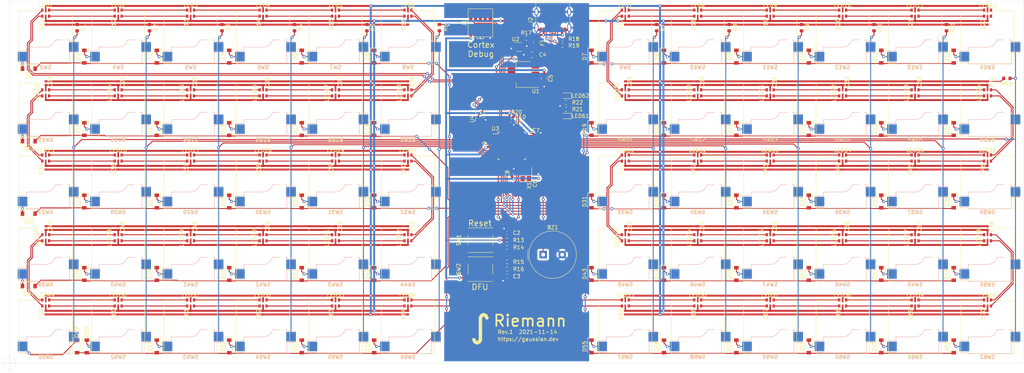
<source format=kicad_pcb>
(kicad_pcb (version 20171130) (host pcbnew "(5.1.9)-1")
  (layers (0 F.Cu signal) (31 B.Cu signal) (34 B.Paste user) (35 F.Paste user) (36 B.SilkS user) (37 F.SilkS user) (38 B.Mask user) (39 F.Mask user) (44 Edge.Cuts user))
  (net 0 "")
  (net 1 GND)
  (net 2 +5V)
  (net 3 CHIRP)
  (net 4 +3V3)
  (net 5 "Net-(D1-Pad1)")
  (net 6 "Net-(D2-Pad1)")
  (net 7 "Net-(D3-Pad1)")
  (net 8 "Net-(D4-Pad1)")
  (net 9 "Net-(D5-Pad1)")
  (net 10 "Net-(D6-Pad1)")
  (net 11 "Net-(D7-Pad1)")
  (net 12 "Net-(D8-Pad1)")
  (net 13 "Net-(D9-Pad1)")
  (net 14 "Net-(D10-Pad1)")
  (net 15 "Net-(D11-Pad1)")
  (net 16 "Net-(D12-Pad1)")
  (net 17 "Net-(D13-Pad1)")
  (net 18 "Net-(D14-Pad1)")
  (net 19 "Net-(D15-Pad1)")
  (net 20 "Net-(D16-Pad1)")
  (net 21 "Net-(D17-Pad1)")
  (net 22 "Net-(D18-Pad1)")
  (net 23 "Net-(D19-Pad1)")
  (net 24 "Net-(D20-Pad1)")
  (net 25 "Net-(D21-Pad1)")
  (net 26 "Net-(D22-Pad1)")
  (net 27 "Net-(D23-Pad1)")
  (net 28 "Net-(D24-Pad1)")
  (net 29 "Net-(D25-Pad1)")
  (net 30 "Net-(D26-Pad1)")
  (net 31 "Net-(D27-Pad1)")
  (net 32 "Net-(D28-Pad1)")
  (net 33 "Net-(D29-Pad1)")
  (net 34 "Net-(D30-Pad1)")
  (net 35 "Net-(D31-Pad1)")
  (net 36 "Net-(D32-Pad1)")
  (net 37 "Net-(D33-Pad1)")
  (net 38 "Net-(D34-Pad1)")
  (net 39 "Net-(D35-Pad1)")
  (net 40 "Net-(D36-Pad1)")
  (net 41 "Net-(D37-Pad1)")
  (net 42 "Net-(D38-Pad1)")
  (net 43 "Net-(D39-Pad1)")
  (net 44 "Net-(D40-Pad1)")
  (net 45 "Net-(D41-Pad1)")
  (net 46 "Net-(D42-Pad1)")
  (net 47 "Net-(D43-Pad1)")
  (net 48 "Net-(D44-Pad1)")
  (net 49 "Net-(D45-Pad1)")
  (net 50 "Net-(D46-Pad1)")
  (net 51 "Net-(D47-Pad1)")
  (net 52 "Net-(D48-Pad1)")
  (net 53 "Net-(D49-Pad1)")
  (net 54 "Net-(D50-Pad1)")
  (net 55 "Net-(D51-Pad1)")
  (net 56 "Net-(D52-Pad1)")
  (net 57 "Net-(D53-Pad1)")
  (net 58 "Net-(D54-Pad1)")
  (net 59 "Net-(D55-Pad1)")
  (net 60 "Net-(D56-Pad1)")
  (net 61 "Net-(D57-Pad1)")
  (net 62 "Net-(D58-Pad1)")
  (net 63 "Net-(D59-Pad1)")
  (net 64 "Net-(D60-Pad1)")
  (net 65 VBUS)
  (net 66 USB_D+)
  (net 67 USB_D-)
  (net 68 DFU)
  (net 69 Row1)
  (net 70 Row2)
  (net 71 Row3)
  (net 72 Row5)
  (net 73 Row4)
  (net 74 /1B/SDI)
  (net 75 /1B/CKI)
  (net 76 /2A/SDI)
  (net 77 /2A/CKI)
  (net 78 /3A/SDI)
  (net 79 /3A/CKI)
  (net 80 /1C/SDI)
  (net 81 /1C/CKI)
  (net 82 /1D/SDI)
  (net 83 /1D/CKI)
  (net 84 /1E/SDI)
  (net 85 /1E/CKI)
  (net 86 /1H/SDI)
  (net 87 /1H/CKI)
  (net 88 /1J/SDI)
  (net 89 /1J/CKI)
  (net 90 /1K/SDI)
  (net 91 /1K/CKI)
  (net 92 /1L/SDI)
  (net 93 /1L/CKI)
  (net 94 /1M/SDI)
  (net 95 /1M/CKI)
  (net 96 /2M/SDI)
  (net 97 /2M/CKI)
  (net 98 /3B/SDI)
  (net 99 /3B/CKI)
  (net 100 /3C/SDI)
  (net 101 /3C/CKI)
  (net 102 /3D/SDI)
  (net 103 /3D/CKI)
  (net 104 /3E/SDI)
  (net 105 /3E/CKI)
  (net 106 /3F/SDI)
  (net 107 /3F/CKI)
  (net 108 /3G/SDI)
  (net 109 /3G/CKI)
  (net 110 /3H/SDI)
  (net 111 /3H/CKI)
  (net 112 /3J/SDI)
  (net 113 /3J/CKI)
  (net 114 /3K/SDI)
  (net 115 /3K/CKI)
  (net 116 /3L/SDI)
  (net 117 /3L/CKI)
  (net 118 /3M/SDI)
  (net 119 /3M/CKI)
  (net 120 /4M/SDI)
  (net 121 /4M/CKI)
  (net 122 /5A/SDI)
  (net 123 /5A/CKI)
  (net 124 /5B/SDI)
  (net 125 /5B/CKI)
  (net 126 /5C/SDI)
  (net 127 /5C/CKI)
  (net 128 /5D/SDI)
  (net 129 /5D/CKI)
  (net 130 /5E/SDI)
  (net 131 /5E/CKI)
  (net 132 /5F/SDI)
  (net 133 /5F/CKI)
  (net 134 /5G/SDI)
  (net 135 /5G/CKI)
  (net 136 /5H/SDI)
  (net 137 /5H/CKI)
  (net 138 /5J/SDI)
  (net 139 /5J/CKI)
  (net 140 /5K/SDI)
  (net 141 /5K/CKI)
  (net 142 /5L/SDI)
  (net 143 /5L/CKI)
  (net 144 /5M/SDI)
  (net 145 /5M/CKI)
  (net 146 /2B/SDI)
  (net 147 /2C/SDI)
  (net 148 /2C/CKI)
  (net 149 /2D/SDI)
  (net 150 /2D/CKI)
  (net 151 /2E/SDI)
  (net 152 /2E/CKI)
  (net 153 /2F/SDI)
  (net 154 /2F/CKI)
  (net 155 /2G/SDI)
  (net 156 /2G/CKI)
  (net 157 /2H/SDI)
  (net 158 /2H/CKI)
  (net 159 /2J/SDI)
  (net 160 /2J/CKI)
  (net 161 /2K/SDI)
  (net 162 /2K/CKI)
  (net 163 /2L/SDI)
  (net 164 /2L/CKI)
  (net 165 /4L/SDI)
  (net 166 /4L/CKI)
  (net 167 /4K/SDI)
  (net 168 /4K/CKI)
  (net 169 /4J/SDI)
  (net 170 /4J/CKI)
  (net 171 /4H/SDI)
  (net 172 /4H/CKI)
  (net 173 /4G/SDI)
  (net 174 /4G/CKI)
  (net 175 /4F/SDI)
  (net 176 /4F/CKI)
  (net 177 /4E/SDI)
  (net 178 /4E/CKI)
  (net 179 /4D/SDI)
  (net 180 /4D/CKI)
  (net 181 /4C/SDI)
  (net 182 /4C/CKI)
  (net 183 /4B/SDI)
  (net 184 /4B/CKI)
  (net 185 /4A/SDI)
  (net 186 /4A/CKI)
  (net 187 ColA)
  (net 188 ColB)
  (net 189 ColC)
  (net 190 ColD)
  (net 191 ColE)
  (net 192 ColF)
  (net 193 ColG)
  (net 194 ColH)
  (net 195 ColJ)
  (net 196 ColK)
  (net 197 ColL)
  (net 198 ColM)
  (net 199 /2B/CKI)
  (net 200 RESET)
  (net 201 SWCLK)
  (net 202 SWDIO)
  (net 203 +5V_LED)
  (net 204 LED_ON)
  (net 205 CLK)
  (net 206 "Net-(C1-Pad1)")
  (net 207 "Net-(J1-Pad8)")
  (net 208 "Net-(J1-Pad7)")
  (net 209 "Net-(J1-Pad6)")
  (net 210 "Net-(J2-PadB5)")
  (net 211 "Net-(J2-PadA8)")
  (net 212 "Net-(J2-PadA5)")
  (net 213 "Net-(J2-PadB8)")
  (net 214 LED_SCK)
  (net 215 LED_MOSI)
  (net 216 /1F/CKI)
  (net 217 /1F/SDI)
  (net 218 /1G/CKI)
  (net 219 /1G/SDI)
  (net 220 /1M/CKO)
  (net 221 /1M/SDO)
  (net 222 "Net-(R14-Pad2)")
  (net 223 "Net-(R15-Pad2)")
  (net 224 "Net-(U3-Pad48)")
  (net 225 "Net-(U3-Pad47)")
  (net 226 "Net-(U3-Pad41)")
  (net 227 "Net-(U3-Pad38)")
  (net 228 "Net-(U3-Pad37)")
  (net 229 "Net-(U3-Pad20)")
  (net 230 "Net-(U3-Pad19)")
  (net 231 "Net-(U3-Pad8)")
  (net 232 "Net-(U3-Pad7)")
  (net 233 LED_SCK_LV)
  (net 234 LED_MOSI_LV)
  (net 235 IND1)
  (net 236 "Net-(LED61-Pad1)")
  (net 237 IND2)
  (net 238 "Net-(LED62-Pad1)")
  (module =custom-footprints:SW_GateronRGB_KailhSocket_1.00u_PCB (layer F.Cu) (at 320.04 151.13 180)
    (fp_text reference SW62 (at -2.54 -2.794) (layer F.SilkS))
    (fp_text value Keyswitch)
    (fp_text user %R (at -2.54 -2.794) (layer B.SilkS) (effects (justify mirror)))
    (pad 2 smd rect (at -9.9 2.54 180) (size 2.55 2.5) (layers B.Cu B.Paste B.Mask) (net 198 ColM))
    (pad 1 smd rect (at 3.55 0 180) (size 2.55 2.5) (layers B.Cu B.Paste B.Mask) (net 64 "Net-(D60-Pad1)"))
    (pad "" np_thru_hole circle (at 2.54 5.08 180) (size 1.7 1.7) (drill 1.7) (layers *.Cu *.Mask))
    (pad "" np_thru_hole circle (at -7.62 5.08 180) (size 1.7 1.7) (drill 1.7) (layers *.Cu *.Mask))
    (pad "" np_thru_hole circle (at -2.54 5.08 180) (size 4 4) (drill 4) (layers *.Cu *.Mask))
    (pad "" np_thru_hole circle (at -6.35 2.54 180) (size 3 3) (drill 3) (layers *.Cu *.Mask))
    (pad "" np_thru_hole circle (at 0 0 180) (size 3 3) (drill 3) (layers *.Cu *.Mask))
  )
  (module =custom-footprints:SW_GateronRGB_KailhSocket_1.00u_PCB (layer F.Cu) (at 300.99 151.13 180)
    (fp_text reference SW61 (at -2.54 -2.794) (layer F.SilkS))
    (fp_text value Keyswitch)
    (fp_text user %R (at -2.54 -2.794) (layer B.SilkS) (effects (justify mirror)))
    (pad 2 smd rect (at -9.9 2.54 180) (size 2.55 2.5) (layers B.Cu B.Paste B.Mask) (net 197 ColL))
    (pad 1 smd rect (at 3.55 0 180) (size 2.55 2.5) (layers B.Cu B.Paste B.Mask) (net 63 "Net-(D59-Pad1)"))
    (pad "" np_thru_hole circle (at 2.54 5.08 180) (size 1.7 1.7) (drill 1.7) (layers *.Cu *.Mask))
    (pad "" np_thru_hole circle (at -7.62 5.08 180) (size 1.7 1.7) (drill 1.7) (layers *.Cu *.Mask))
    (pad "" np_thru_hole circle (at -2.54 5.08 180) (size 4 4) (drill 4) (layers *.Cu *.Mask))
    (pad "" np_thru_hole circle (at -6.35 2.54 180) (size 3 3) (drill 3) (layers *.Cu *.Mask))
    (pad "" np_thru_hole circle (at 0 0 180) (size 3 3) (drill 3) (layers *.Cu *.Mask))
  )
  (module =custom-footprints:SW_GateronRGB_KailhSocket_1.00u_PCB (layer F.Cu) (at 281.94 151.13 180)
    (fp_text reference SW60 (at -2.54 -2.794) (layer F.SilkS))
    (fp_text value Keyswitch)
    (fp_text user %R (at -2.54 -2.794) (layer B.SilkS) (effects (justify mirror)))
    (pad 2 smd rect (at -9.9 2.54 180) (size 2.55 2.5) (layers B.Cu B.Paste B.Mask) (net 196 ColK))
    (pad 1 smd rect (at 3.55 0 180) (size 2.55 2.5) (layers B.Cu B.Paste B.Mask) (net 62 "Net-(D58-Pad1)"))
    (pad "" np_thru_hole circle (at 2.54 5.08 180) (size 1.7 1.7) (drill 1.7) (layers *.Cu *.Mask))
    (pad "" np_thru_hole circle (at -7.62 5.08 180) (size 1.7 1.7) (drill 1.7) (layers *.Cu *.Mask))
    (pad "" np_thru_hole circle (at -2.54 5.08 180) (size 4 4) (drill 4) (layers *.Cu *.Mask))
    (pad "" np_thru_hole circle (at -6.35 2.54 180) (size 3 3) (drill 3) (layers *.Cu *.Mask))
    (pad "" np_thru_hole circle (at 0 0 180) (size 3 3) (drill 3) (layers *.Cu *.Mask))
  )
  (module =custom-footprints:SW_GateronRGB_KailhSocket_1.00u_PCB (layer F.Cu) (at 262.89 151.13 180)
    (fp_text reference SW59 (at -2.54 -2.794) (layer F.SilkS))
    (fp_text value Keyswitch)
    (fp_text user %R (at -2.54 -2.794) (layer B.SilkS) (effects (justify mirror)))
    (pad 2 smd rect (at -9.9 2.54 180) (size 2.55 2.5) (layers B.Cu B.Paste B.Mask) (net 195 ColJ))
    (pad 1 smd rect (at 3.55 0 180) (size 2.55 2.5) (layers B.Cu B.Paste B.Mask) (net 61 "Net-(D57-Pad1)"))
    (pad "" np_thru_hole circle (at 2.54 5.08 180) (size 1.7 1.7) (drill 1.7) (layers *.Cu *.Mask))
    (pad "" np_thru_hole circle (at -7.62 5.08 180) (size 1.7 1.7) (drill 1.7) (layers *.Cu *.Mask))
    (pad "" np_thru_hole circle (at -2.54 5.08 180) (size 4 4) (drill 4) (layers *.Cu *.Mask))
    (pad "" np_thru_hole circle (at -6.35 2.54 180) (size 3 3) (drill 3) (layers *.Cu *.Mask))
    (pad "" np_thru_hole circle (at 0 0 180) (size 3 3) (drill 3) (layers *.Cu *.Mask))
  )
  (module =custom-footprints:SW_GateronRGB_KailhSocket_1.00u_PCB (layer F.Cu) (at 243.84 151.13 180)
    (fp_text reference SW58 (at -2.54 -2.794) (layer F.SilkS))
    (fp_text value Keyswitch)
    (fp_text user %R (at -2.54 -2.794) (layer B.SilkS) (effects (justify mirror)))
    (pad 2 smd rect (at -9.9 2.54 180) (size 2.55 2.5) (layers B.Cu B.Paste B.Mask) (net 194 ColH))
    (pad 1 smd rect (at 3.55 0 180) (size 2.55 2.5) (layers B.Cu B.Paste B.Mask) (net 60 "Net-(D56-Pad1)"))
    (pad "" np_thru_hole circle (at 2.54 5.08 180) (size 1.7 1.7) (drill 1.7) (layers *.Cu *.Mask))
    (pad "" np_thru_hole circle (at -7.62 5.08 180) (size 1.7 1.7) (drill 1.7) (layers *.Cu *.Mask))
    (pad "" np_thru_hole circle (at -2.54 5.08 180) (size 4 4) (drill 4) (layers *.Cu *.Mask))
    (pad "" np_thru_hole circle (at -6.35 2.54 180) (size 3 3) (drill 3) (layers *.Cu *.Mask))
    (pad "" np_thru_hole circle (at 0 0 180) (size 3 3) (drill 3) (layers *.Cu *.Mask))
  )
  (module =custom-footprints:SW_GateronRGB_KailhSocket_1.00u_PCB (layer F.Cu) (at 224.79 151.13 180)
    (fp_text reference SW57 (at -2.54 -2.794) (layer F.SilkS))
    (fp_text value Keyswitch)
    (fp_text user %R (at -2.54 -2.794) (layer B.SilkS) (effects (justify mirror)))
    (pad 2 smd rect (at -9.9 2.54 180) (size 2.55 2.5) (layers B.Cu B.Paste B.Mask) (net 193 ColG))
    (pad 1 smd rect (at 3.55 0 180) (size 2.55 2.5) (layers B.Cu B.Paste B.Mask) (net 59 "Net-(D55-Pad1)"))
    (pad "" np_thru_hole circle (at 2.54 5.08 180) (size 1.7 1.7) (drill 1.7) (layers *.Cu *.Mask))
    (pad "" np_thru_hole circle (at -7.62 5.08 180) (size 1.7 1.7) (drill 1.7) (layers *.Cu *.Mask))
    (pad "" np_thru_hole circle (at -2.54 5.08 180) (size 4 4) (drill 4) (layers *.Cu *.Mask))
    (pad "" np_thru_hole circle (at -6.35 2.54 180) (size 3 3) (drill 3) (layers *.Cu *.Mask))
    (pad "" np_thru_hole circle (at 0 0 180) (size 3 3) (drill 3) (layers *.Cu *.Mask))
  )
  (module =custom-footprints:SW_GateronRGB_KailhSocket_1.00u_PCB (layer F.Cu) (at 167.64 151.13 180)
    (fp_text reference SW56 (at -2.54 -2.794) (layer F.SilkS))
    (fp_text value Keyswitch)
    (fp_text user %R (at -2.54 -2.794) (layer B.SilkS) (effects (justify mirror)))
    (pad 2 smd rect (at -9.9 2.54 180) (size 2.55 2.5) (layers B.Cu B.Paste B.Mask) (net 192 ColF))
    (pad 1 smd rect (at 3.55 0 180) (size 2.55 2.5) (layers B.Cu B.Paste B.Mask) (net 58 "Net-(D54-Pad1)"))
    (pad "" np_thru_hole circle (at 2.54 5.08 180) (size 1.7 1.7) (drill 1.7) (layers *.Cu *.Mask))
    (pad "" np_thru_hole circle (at -7.62 5.08 180) (size 1.7 1.7) (drill 1.7) (layers *.Cu *.Mask))
    (pad "" np_thru_hole circle (at -2.54 5.08 180) (size 4 4) (drill 4) (layers *.Cu *.Mask))
    (pad "" np_thru_hole circle (at -6.35 2.54 180) (size 3 3) (drill 3) (layers *.Cu *.Mask))
    (pad "" np_thru_hole circle (at 0 0 180) (size 3 3) (drill 3) (layers *.Cu *.Mask))
  )
  (module =custom-footprints:SW_GateronRGB_KailhSocket_1.00u_PCB (layer F.Cu) (at 148.59 151.13 180)
    (fp_text reference SW55 (at -2.54 -2.794) (layer F.SilkS))
    (fp_text value Keyswitch)
    (fp_text user %R (at -2.54 -2.794) (layer B.SilkS) (effects (justify mirror)))
    (pad 2 smd rect (at -9.9 2.54 180) (size 2.55 2.5) (layers B.Cu B.Paste B.Mask) (net 191 ColE))
    (pad 1 smd rect (at 3.55 0 180) (size 2.55 2.5) (layers B.Cu B.Paste B.Mask) (net 57 "Net-(D53-Pad1)"))
    (pad "" np_thru_hole circle (at 2.54 5.08 180) (size 1.7 1.7) (drill 1.7) (layers *.Cu *.Mask))
    (pad "" np_thru_hole circle (at -7.62 5.08 180) (size 1.7 1.7) (drill 1.7) (layers *.Cu *.Mask))
    (pad "" np_thru_hole circle (at -2.54 5.08 180) (size 4 4) (drill 4) (layers *.Cu *.Mask))
    (pad "" np_thru_hole circle (at -6.35 2.54 180) (size 3 3) (drill 3) (layers *.Cu *.Mask))
    (pad "" np_thru_hole circle (at 0 0 180) (size 3 3) (drill 3) (layers *.Cu *.Mask))
  )
  (module =custom-footprints:SW_GateronRGB_KailhSocket_1.00u_PCB (layer F.Cu) (at 129.54 151.13 180)
    (fp_text reference SW54 (at -2.54 -2.794) (layer F.SilkS))
    (fp_text value Keyswitch)
    (fp_text user %R (at -2.54 -2.794) (layer B.SilkS) (effects (justify mirror)))
    (pad 2 smd rect (at -9.9 2.54 180) (size 2.55 2.5) (layers B.Cu B.Paste B.Mask) (net 190 ColD))
    (pad 1 smd rect (at 3.55 0 180) (size 2.55 2.5) (layers B.Cu B.Paste B.Mask) (net 56 "Net-(D52-Pad1)"))
    (pad "" np_thru_hole circle (at 2.54 5.08 180) (size 1.7 1.7) (drill 1.7) (layers *.Cu *.Mask))
    (pad "" np_thru_hole circle (at -7.62 5.08 180) (size 1.7 1.7) (drill 1.7) (layers *.Cu *.Mask))
    (pad "" np_thru_hole circle (at -2.54 5.08 180) (size 4 4) (drill 4) (layers *.Cu *.Mask))
    (pad "" np_thru_hole circle (at -6.35 2.54 180) (size 3 3) (drill 3) (layers *.Cu *.Mask))
    (pad "" np_thru_hole circle (at 0 0 180) (size 3 3) (drill 3) (layers *.Cu *.Mask))
  )
  (module =custom-footprints:SW_GateronRGB_KailhSocket_1.00u_PCB (layer F.Cu) (at 110.49 151.13 180)
    (fp_text reference SW53 (at -2.54 -2.794) (layer F.SilkS))
    (fp_text value Keyswitch)
    (fp_text user %R (at -2.54 -2.794) (layer B.SilkS) (effects (justify mirror)))
    (pad 2 smd rect (at -9.9 2.54 180) (size 2.55 2.5) (layers B.Cu B.Paste B.Mask) (net 189 ColC))
    (pad 1 smd rect (at 3.55 0 180) (size 2.55 2.5) (layers B.Cu B.Paste B.Mask) (net 55 "Net-(D51-Pad1)"))
    (pad "" np_thru_hole circle (at 2.54 5.08 180) (size 1.7 1.7) (drill 1.7) (layers *.Cu *.Mask))
    (pad "" np_thru_hole circle (at -7.62 5.08 180) (size 1.7 1.7) (drill 1.7) (layers *.Cu *.Mask))
    (pad "" np_thru_hole circle (at -2.54 5.08 180) (size 4 4) (drill 4) (layers *.Cu *.Mask))
    (pad "" np_thru_hole circle (at -6.35 2.54 180) (size 3 3) (drill 3) (layers *.Cu *.Mask))
    (pad "" np_thru_hole circle (at 0 0 180) (size 3 3) (drill 3) (layers *.Cu *.Mask))
  )
  (module =custom-footprints:SW_GateronRGB_KailhSocket_1.00u_PCB (layer F.Cu) (at 91.44 151.13 180)
    (fp_text reference SW52 (at -2.54 -2.794) (layer F.SilkS))
    (fp_text value Keyswitch)
    (fp_text user %R (at -2.54 -2.794) (layer B.SilkS) (effects (justify mirror)))
    (pad 2 smd rect (at -9.9 2.54 180) (size 2.55 2.5) (layers B.Cu B.Paste B.Mask) (net 188 ColB))
    (pad 1 smd rect (at 3.55 0 180) (size 2.55 2.5) (layers B.Cu B.Paste B.Mask) (net 54 "Net-(D50-Pad1)"))
    (pad "" np_thru_hole circle (at 2.54 5.08 180) (size 1.7 1.7) (drill 1.7) (layers *.Cu *.Mask))
    (pad "" np_thru_hole circle (at -7.62 5.08 180) (size 1.7 1.7) (drill 1.7) (layers *.Cu *.Mask))
    (pad "" np_thru_hole circle (at -2.54 5.08 180) (size 4 4) (drill 4) (layers *.Cu *.Mask))
    (pad "" np_thru_hole circle (at -6.35 2.54 180) (size 3 3) (drill 3) (layers *.Cu *.Mask))
    (pad "" np_thru_hole circle (at 0 0 180) (size 3 3) (drill 3) (layers *.Cu *.Mask))
  )
  (module =custom-footprints:SW_GateronRGB_KailhSocket_1.00u_PCB (layer F.Cu) (at 72.39 151.13 180)
    (fp_text reference SW51 (at -2.54 -2.794) (layer F.SilkS))
    (fp_text value Keyswitch)
    (fp_text user %R (at -2.54 -2.794) (layer B.SilkS) (effects (justify mirror)))
    (pad 2 smd rect (at -9.9 2.54 180) (size 2.55 2.5) (layers B.Cu B.Paste B.Mask) (net 187 ColA))
    (pad 1 smd rect (at 3.55 0 180) (size 2.55 2.5) (layers B.Cu B.Paste B.Mask) (net 53 "Net-(D49-Pad1)"))
    (pad "" np_thru_hole circle (at 2.54 5.08 180) (size 1.7 1.7) (drill 1.7) (layers *.Cu *.Mask))
    (pad "" np_thru_hole circle (at -7.62 5.08 180) (size 1.7 1.7) (drill 1.7) (layers *.Cu *.Mask))
    (pad "" np_thru_hole circle (at -2.54 5.08 180) (size 4 4) (drill 4) (layers *.Cu *.Mask))
    (pad "" np_thru_hole circle (at -6.35 2.54 180) (size 3 3) (drill 3) (layers *.Cu *.Mask))
    (pad "" np_thru_hole circle (at 0 0 180) (size 3 3) (drill 3) (layers *.Cu *.Mask))
  )
  (module =custom-footprints:SW_GateronRGB_KailhSocket_1.00u_PCB (layer F.Cu) (at 320.04 132.08 180)
    (fp_text reference SW50 (at -2.54 -2.794) (layer F.SilkS))
    (fp_text value Keyswitch)
    (fp_text user %R (at -2.54 -2.794) (layer B.SilkS) (effects (justify mirror)))
    (pad 2 smd rect (at -9.9 2.54 180) (size 2.55 2.5) (layers B.Cu B.Paste B.Mask) (net 198 ColM))
    (pad 1 smd rect (at 3.55 0 180) (size 2.55 2.5) (layers B.Cu B.Paste B.Mask) (net 52 "Net-(D48-Pad1)"))
    (pad "" np_thru_hole circle (at 2.54 5.08 180) (size 1.7 1.7) (drill 1.7) (layers *.Cu *.Mask))
    (pad "" np_thru_hole circle (at -7.62 5.08 180) (size 1.7 1.7) (drill 1.7) (layers *.Cu *.Mask))
    (pad "" np_thru_hole circle (at -2.54 5.08 180) (size 4 4) (drill 4) (layers *.Cu *.Mask))
    (pad "" np_thru_hole circle (at -6.35 2.54 180) (size 3 3) (drill 3) (layers *.Cu *.Mask))
    (pad "" np_thru_hole circle (at 0 0 180) (size 3 3) (drill 3) (layers *.Cu *.Mask))
  )
  (module =custom-footprints:SW_GateronRGB_KailhSocket_1.00u_PCB (layer F.Cu) (at 300.99 132.08 180)
    (fp_text reference SW49 (at -2.54 -2.794) (layer F.SilkS))
    (fp_text value Keyswitch)
    (fp_text user %R (at -2.54 -2.794) (layer B.SilkS) (effects (justify mirror)))
    (pad 2 smd rect (at -9.9 2.54 180) (size 2.55 2.5) (layers B.Cu B.Paste B.Mask) (net 197 ColL))
    (pad 1 smd rect (at 3.55 0 180) (size 2.55 2.5) (layers B.Cu B.Paste B.Mask) (net 51 "Net-(D47-Pad1)"))
    (pad "" np_thru_hole circle (at 2.54 5.08 180) (size 1.7 1.7) (drill 1.7) (layers *.Cu *.Mask))
    (pad "" np_thru_hole circle (at -7.62 5.08 180) (size 1.7 1.7) (drill 1.7) (layers *.Cu *.Mask))
    (pad "" np_thru_hole circle (at -2.54 5.08 180) (size 4 4) (drill 4) (layers *.Cu *.Mask))
    (pad "" np_thru_hole circle (at -6.35 2.54 180) (size 3 3) (drill 3) (layers *.Cu *.Mask))
    (pad "" np_thru_hole circle (at 0 0 180) (size 3 3) (drill 3) (layers *.Cu *.Mask))
  )
  (module =custom-footprints:SW_GateronRGB_KailhSocket_1.00u_PCB (layer F.Cu) (at 281.94 132.08 180)
    (fp_text reference SW48 (at -2.54 -2.794) (layer F.SilkS))
    (fp_text value Keyswitch)
    (fp_text user %R (at -2.54 -2.794) (layer B.SilkS) (effects (justify mirror)))
    (pad 2 smd rect (at -9.9 2.54 180) (size 2.55 2.5) (layers B.Cu B.Paste B.Mask) (net 196 ColK))
    (pad 1 smd rect (at 3.55 0 180) (size 2.55 2.5) (layers B.Cu B.Paste B.Mask) (net 50 "Net-(D46-Pad1)"))
    (pad "" np_thru_hole circle (at 2.54 5.08 180) (size 1.7 1.7) (drill 1.7) (layers *.Cu *.Mask))
    (pad "" np_thru_hole circle (at -7.62 5.08 180) (size 1.7 1.7) (drill 1.7) (layers *.Cu *.Mask))
    (pad "" np_thru_hole circle (at -2.54 5.08 180) (size 4 4) (drill 4) (layers *.Cu *.Mask))
    (pad "" np_thru_hole circle (at -6.35 2.54 180) (size 3 3) (drill 3) (layers *.Cu *.Mask))
    (pad "" np_thru_hole circle (at 0 0 180) (size 3 3) (drill 3) (layers *.Cu *.Mask))
  )
  (module =custom-footprints:SW_GateronRGB_KailhSocket_1.00u_PCB (layer F.Cu) (at 262.89 132.08 180)
    (fp_text reference SW47 (at -2.54 -2.794) (layer F.SilkS))
    (fp_text value Keyswitch)
    (fp_text user %R (at -2.54 -2.794) (layer B.SilkS) (effects (justify mirror)))
    (pad 2 smd rect (at -9.9 2.54 180) (size 2.55 2.5) (layers B.Cu B.Paste B.Mask) (net 195 ColJ))
    (pad 1 smd rect (at 3.55 0 180) (size 2.55 2.5) (layers B.Cu B.Paste B.Mask) (net 49 "Net-(D45-Pad1)"))
    (pad "" np_thru_hole circle (at 2.54 5.08 180) (size 1.7 1.7) (drill 1.7) (layers *.Cu *.Mask))
    (pad "" np_thru_hole circle (at -7.62 5.08 180) (size 1.7 1.7) (drill 1.7) (layers *.Cu *.Mask))
    (pad "" np_thru_hole circle (at -2.54 5.08 180) (size 4 4) (drill 4) (layers *.Cu *.Mask))
    (pad "" np_thru_hole circle (at -6.35 2.54 180) (size 3 3) (drill 3) (layers *.Cu *.Mask))
    (pad "" np_thru_hole circle (at 0 0 180) (size 3 3) (drill 3) (layers *.Cu *.Mask))
  )
  (module =custom-footprints:SW_GateronRGB_KailhSocket_1.00u_PCB (layer F.Cu) (at 243.84 132.08 180)
    (fp_text reference SW46 (at -2.54 -2.794) (layer F.SilkS))
    (fp_text value Keyswitch)
    (fp_text user %R (at -2.54 -2.794) (layer B.SilkS) (effects (justify mirror)))
    (pad 2 smd rect (at -9.9 2.54 180) (size 2.55 2.5) (layers B.Cu B.Paste B.Mask) (net 194 ColH))
    (pad 1 smd rect (at 3.55 0 180) (size 2.55 2.5) (layers B.Cu B.Paste B.Mask) (net 48 "Net-(D44-Pad1)"))
    (pad "" np_thru_hole circle (at 2.54 5.08 180) (size 1.7 1.7) (drill 1.7) (layers *.Cu *.Mask))
    (pad "" np_thru_hole circle (at -7.62 5.08 180) (size 1.7 1.7) (drill 1.7) (layers *.Cu *.Mask))
    (pad "" np_thru_hole circle (at -2.54 5.08 180) (size 4 4) (drill 4) (layers *.Cu *.Mask))
    (pad "" np_thru_hole circle (at -6.35 2.54 180) (size 3 3) (drill 3) (layers *.Cu *.Mask))
    (pad "" np_thru_hole circle (at 0 0 180) (size 3 3) (drill 3) (layers *.Cu *.Mask))
  )
  (module =custom-footprints:SW_GateronRGB_KailhSocket_1.00u_PCB (layer F.Cu) (at 224.79 132.08 180)
    (fp_text reference SW45 (at -2.54 -2.794) (layer F.SilkS))
    (fp_text value Keyswitch)
    (fp_text user %R (at -2.54 -2.794) (layer B.SilkS) (effects (justify mirror)))
    (pad 2 smd rect (at -9.9 2.54 180) (size 2.55 2.5) (layers B.Cu B.Paste B.Mask) (net 193 ColG))
    (pad 1 smd rect (at 3.55 0 180) (size 2.55 2.5) (layers B.Cu B.Paste B.Mask) (net 47 "Net-(D43-Pad1)"))
    (pad "" np_thru_hole circle (at 2.54 5.08 180) (size 1.7 1.7) (drill 1.7) (layers *.Cu *.Mask))
    (pad "" np_thru_hole circle (at -7.62 5.08 180) (size 1.7 1.7) (drill 1.7) (layers *.Cu *.Mask))
    (pad "" np_thru_hole circle (at -2.54 5.08 180) (size 4 4) (drill 4) (layers *.Cu *.Mask))
    (pad "" np_thru_hole circle (at -6.35 2.54 180) (size 3 3) (drill 3) (layers *.Cu *.Mask))
    (pad "" np_thru_hole circle (at 0 0 180) (size 3 3) (drill 3) (layers *.Cu *.Mask))
  )
  (module =custom-footprints:SW_GateronRGB_KailhSocket_1.00u_PCB (layer F.Cu) (at 167.64 132.08 180)
    (fp_text reference SW44 (at -2.54 -2.794) (layer F.SilkS))
    (fp_text value Keyswitch)
    (fp_text user %R (at -2.54 -2.794) (layer B.SilkS) (effects (justify mirror)))
    (pad 2 smd rect (at -9.9 2.54 180) (size 2.55 2.5) (layers B.Cu B.Paste B.Mask) (net 192 ColF))
    (pad 1 smd rect (at 3.55 0 180) (size 2.55 2.5) (layers B.Cu B.Paste B.Mask) (net 46 "Net-(D42-Pad1)"))
    (pad "" np_thru_hole circle (at 2.54 5.08 180) (size 1.7 1.7) (drill 1.7) (layers *.Cu *.Mask))
    (pad "" np_thru_hole circle (at -7.62 5.08 180) (size 1.7 1.7) (drill 1.7) (layers *.Cu *.Mask))
    (pad "" np_thru_hole circle (at -2.54 5.08 180) (size 4 4) (drill 4) (layers *.Cu *.Mask))
    (pad "" np_thru_hole circle (at -6.35 2.54 180) (size 3 3) (drill 3) (layers *.Cu *.Mask))
    (pad "" np_thru_hole circle (at 0 0 180) (size 3 3) (drill 3) (layers *.Cu *.Mask))
  )
  (module =custom-footprints:SW_GateronRGB_KailhSocket_1.00u_PCB (layer F.Cu) (at 148.59 132.08 180)
    (fp_text reference SW43 (at -2.54 -2.794) (layer F.SilkS))
    (fp_text value Keyswitch)
    (fp_text user %R (at -2.54 -2.794) (layer B.SilkS) (effects (justify mirror)))
    (pad 2 smd rect (at -9.9 2.54 180) (size 2.55 2.5) (layers B.Cu B.Paste B.Mask) (net 191 ColE))
    (pad 1 smd rect (at 3.55 0 180) (size 2.55 2.5) (layers B.Cu B.Paste B.Mask) (net 45 "Net-(D41-Pad1)"))
    (pad "" np_thru_hole circle (at 2.54 5.08 180) (size 1.7 1.7) (drill 1.7) (layers *.Cu *.Mask))
    (pad "" np_thru_hole circle (at -7.62 5.08 180) (size 1.7 1.7) (drill 1.7) (layers *.Cu *.Mask))
    (pad "" np_thru_hole circle (at -2.54 5.08 180) (size 4 4) (drill 4) (layers *.Cu *.Mask))
    (pad "" np_thru_hole circle (at -6.35 2.54 180) (size 3 3) (drill 3) (layers *.Cu *.Mask))
    (pad "" np_thru_hole circle (at 0 0 180) (size 3 3) (drill 3) (layers *.Cu *.Mask))
  )
  (module =custom-footprints:SW_GateronRGB_KailhSocket_1.00u_PCB (layer F.Cu) (at 129.54 132.08 180)
    (fp_text reference SW42 (at -2.54 -2.794) (layer F.SilkS))
    (fp_text value Keyswitch)
    (fp_text user %R (at -2.54 -2.794) (layer B.SilkS) (effects (justify mirror)))
    (pad 2 smd rect (at -9.9 2.54 180) (size 2.55 2.5) (layers B.Cu B.Paste B.Mask) (net 190 ColD))
    (pad 1 smd rect (at 3.55 0 180) (size 2.55 2.5) (layers B.Cu B.Paste B.Mask) (net 44 "Net-(D40-Pad1)"))
    (pad "" np_thru_hole circle (at 2.54 5.08 180) (size 1.7 1.7) (drill 1.7) (layers *.Cu *.Mask))
    (pad "" np_thru_hole circle (at -7.62 5.08 180) (size 1.7 1.7) (drill 1.7) (layers *.Cu *.Mask))
    (pad "" np_thru_hole circle (at -2.54 5.08 180) (size 4 4) (drill 4) (layers *.Cu *.Mask))
    (pad "" np_thru_hole circle (at -6.35 2.54 180) (size 3 3) (drill 3) (layers *.Cu *.Mask))
    (pad "" np_thru_hole circle (at 0 0 180) (size 3 3) (drill 3) (layers *.Cu *.Mask))
  )
  (module =custom-footprints:SW_GateronRGB_KailhSocket_1.00u_PCB (layer F.Cu) (at 110.49 132.08 180)
    (fp_text reference SW41 (at -2.54 -2.794) (layer F.SilkS))
    (fp_text value Keyswitch)
    (fp_text user %R (at -2.54 -2.794) (layer B.SilkS) (effects (justify mirror)))
    (pad 2 smd rect (at -9.9 2.54 180) (size 2.55 2.5) (layers B.Cu B.Paste B.Mask) (net 189 ColC))
    (pad 1 smd rect (at 3.55 0 180) (size 2.55 2.5) (layers B.Cu B.Paste B.Mask) (net 43 "Net-(D39-Pad1)"))
    (pad "" np_thru_hole circle (at 2.54 5.08 180) (size 1.7 1.7) (drill 1.7) (layers *.Cu *.Mask))
    (pad "" np_thru_hole circle (at -7.62 5.08 180) (size 1.7 1.7) (drill 1.7) (layers *.Cu *.Mask))
    (pad "" np_thru_hole circle (at -2.54 5.08 180) (size 4 4) (drill 4) (layers *.Cu *.Mask))
    (pad "" np_thru_hole circle (at -6.35 2.54 180) (size 3 3) (drill 3) (layers *.Cu *.Mask))
    (pad "" np_thru_hole circle (at 0 0 180) (size 3 3) (drill 3) (layers *.Cu *.Mask))
  )
  (module =custom-footprints:SW_GateronRGB_KailhSocket_1.00u_PCB (layer F.Cu) (at 91.44 132.08 180)
    (fp_text reference SW40 (at -2.54 -2.794) (layer F.SilkS))
    (fp_text value Keyswitch)
    (fp_text user %R (at -2.54 -2.794) (layer B.SilkS) (effects (justify mirror)))
    (pad 2 smd rect (at -9.9 2.54 180) (size 2.55 2.5) (layers B.Cu B.Paste B.Mask) (net 188 ColB))
    (pad 1 smd rect (at 3.55 0 180) (size 2.55 2.5) (layers B.Cu B.Paste B.Mask) (net 42 "Net-(D38-Pad1)"))
    (pad "" np_thru_hole circle (at 2.54 5.08 180) (size 1.7 1.7) (drill 1.7) (layers *.Cu *.Mask))
    (pad "" np_thru_hole circle (at -7.62 5.08 180) (size 1.7 1.7) (drill 1.7) (layers *.Cu *.Mask))
    (pad "" np_thru_hole circle (at -2.54 5.08 180) (size 4 4) (drill 4) (layers *.Cu *.Mask))
    (pad "" np_thru_hole circle (at -6.35 2.54 180) (size 3 3) (drill 3) (layers *.Cu *.Mask))
    (pad "" np_thru_hole circle (at 0 0 180) (size 3 3) (drill 3) (layers *.Cu *.Mask))
  )
  (module =custom-footprints:SW_GateronRGB_KailhSocket_1.00u_PCB (layer F.Cu) (at 72.39 132.08 180)
    (fp_text reference SW39 (at -2.54 -2.794) (layer F.SilkS))
    (fp_text value Keyswitch)
    (fp_text user %R (at -2.54 -2.794) (layer B.SilkS) (effects (justify mirror)))
    (pad 2 smd rect (at -9.9 2.54 180) (size 2.55 2.5) (layers B.Cu B.Paste B.Mask) (net 187 ColA))
    (pad 1 smd rect (at 3.55 0 180) (size 2.55 2.5) (layers B.Cu B.Paste B.Mask) (net 41 "Net-(D37-Pad1)"))
    (pad "" np_thru_hole circle (at 2.54 5.08 180) (size 1.7 1.7) (drill 1.7) (layers *.Cu *.Mask))
    (pad "" np_thru_hole circle (at -7.62 5.08 180) (size 1.7 1.7) (drill 1.7) (layers *.Cu *.Mask))
    (pad "" np_thru_hole circle (at -2.54 5.08 180) (size 4 4) (drill 4) (layers *.Cu *.Mask))
    (pad "" np_thru_hole circle (at -6.35 2.54 180) (size 3 3) (drill 3) (layers *.Cu *.Mask))
    (pad "" np_thru_hole circle (at 0 0 180) (size 3 3) (drill 3) (layers *.Cu *.Mask))
  )
  (module =custom-footprints:SW_GateronRGB_KailhSocket_1.00u_PCB (layer F.Cu) (at 320.04 113.03 180)
    (fp_text reference SW38 (at -2.54 -2.794) (layer F.SilkS))
    (fp_text value Keyswitch)
    (fp_text user %R (at -2.54 -2.794) (layer B.SilkS) (effects (justify mirror)))
    (pad 2 smd rect (at -9.9 2.54 180) (size 2.55 2.5) (layers B.Cu B.Paste B.Mask) (net 198 ColM))
    (pad 1 smd rect (at 3.55 0 180) (size 2.55 2.5) (layers B.Cu B.Paste B.Mask) (net 40 "Net-(D36-Pad1)"))
    (pad "" np_thru_hole circle (at 2.54 5.08 180) (size 1.7 1.7) (drill 1.7) (layers *.Cu *.Mask))
    (pad "" np_thru_hole circle (at -7.62 5.08 180) (size 1.7 1.7) (drill 1.7) (layers *.Cu *.Mask))
    (pad "" np_thru_hole circle (at -2.54 5.08 180) (size 4 4) (drill 4) (layers *.Cu *.Mask))
    (pad "" np_thru_hole circle (at -6.35 2.54 180) (size 3 3) (drill 3) (layers *.Cu *.Mask))
    (pad "" np_thru_hole circle (at 0 0 180) (size 3 3) (drill 3) (layers *.Cu *.Mask))
  )
  (module =custom-footprints:SW_GateronRGB_KailhSocket_1.00u_PCB (layer F.Cu) (at 300.99 113.03 180)
    (fp_text reference SW37 (at -2.54 -2.794) (layer F.SilkS))
    (fp_text value Keyswitch)
    (fp_text user %R (at -2.54 -2.794) (layer B.SilkS) (effects (justify mirror)))
    (pad 2 smd rect (at -9.9 2.54 180) (size 2.55 2.5) (layers B.Cu B.Paste B.Mask) (net 197 ColL))
    (pad 1 smd rect (at 3.55 0 180) (size 2.55 2.5) (layers B.Cu B.Paste B.Mask) (net 39 "Net-(D35-Pad1)"))
    (pad "" np_thru_hole circle (at 2.54 5.08 180) (size 1.7 1.7) (drill 1.7) (layers *.Cu *.Mask))
    (pad "" np_thru_hole circle (at -7.62 5.08 180) (size 1.7 1.7) (drill 1.7) (layers *.Cu *.Mask))
    (pad "" np_thru_hole circle (at -2.54 5.08 180) (size 4 4) (drill 4) (layers *.Cu *.Mask))
    (pad "" np_thru_hole circle (at -6.35 2.54 180) (size 3 3) (drill 3) (layers *.Cu *.Mask))
    (pad "" np_thru_hole circle (at 0 0 180) (size 3 3) (drill 3) (layers *.Cu *.Mask))
  )
  (module =custom-footprints:SW_GateronRGB_KailhSocket_1.00u_PCB (layer F.Cu) (at 281.94 113.03 180)
    (fp_text reference SW36 (at -2.54 -2.794) (layer F.SilkS))
    (fp_text value Keyswitch)
    (fp_text user %R (at -2.54 -2.794) (layer B.SilkS) (effects (justify mirror)))
    (pad 2 smd rect (at -9.9 2.54 180) (size 2.55 2.5) (layers B.Cu B.Paste B.Mask) (net 196 ColK))
    (pad 1 smd rect (at 3.55 0 180) (size 2.55 2.5) (layers B.Cu B.Paste B.Mask) (net 38 "Net-(D34-Pad1)"))
    (pad "" np_thru_hole circle (at 2.54 5.08 180) (size 1.7 1.7) (drill 1.7) (layers *.Cu *.Mask))
    (pad "" np_thru_hole circle (at -7.62 5.08 180) (size 1.7 1.7) (drill 1.7) (layers *.Cu *.Mask))
    (pad "" np_thru_hole circle (at -2.54 5.08 180) (size 4 4) (drill 4) (layers *.Cu *.Mask))
    (pad "" np_thru_hole circle (at -6.35 2.54 180) (size 3 3) (drill 3) (layers *.Cu *.Mask))
    (pad "" np_thru_hole circle (at 0 0 180) (size 3 3) (drill 3) (layers *.Cu *.Mask))
  )
  (module =custom-footprints:SW_GateronRGB_KailhSocket_1.00u_PCB (layer F.Cu) (at 262.89 113.03 180)
    (fp_text reference SW35 (at -2.54 -2.794) (layer F.SilkS))
    (fp_text value Keyswitch)
    (fp_text user %R (at -2.54 -2.794) (layer B.SilkS) (effects (justify mirror)))
    (pad 2 smd rect (at -9.9 2.54 180) (size 2.55 2.5) (layers B.Cu B.Paste B.Mask) (net 195 ColJ))
    (pad 1 smd rect (at 3.55 0 180) (size 2.55 2.5) (layers B.Cu B.Paste B.Mask) (net 37 "Net-(D33-Pad1)"))
    (pad "" np_thru_hole circle (at 2.54 5.08 180) (size 1.7 1.7) (drill 1.7) (layers *.Cu *.Mask))
    (pad "" np_thru_hole circle (at -7.62 5.08 180) (size 1.7 1.7) (drill 1.7) (layers *.Cu *.Mask))
    (pad "" np_thru_hole circle (at -2.54 5.08 180) (size 4 4) (drill 4) (layers *.Cu *.Mask))
    (pad "" np_thru_hole circle (at -6.35 2.54 180) (size 3 3) (drill 3) (layers *.Cu *.Mask))
    (pad "" np_thru_hole circle (at 0 0 180) (size 3 3) (drill 3) (layers *.Cu *.Mask))
  )
  (module =custom-footprints:SW_GateronRGB_KailhSocket_1.00u_PCB (layer F.Cu) (at 243.84 113.03 180)
    (fp_text reference SW34 (at -2.54 -2.794) (layer F.SilkS))
    (fp_text value Keyswitch)
    (fp_text user %R (at -2.54 -2.794) (layer B.SilkS) (effects (justify mirror)))
    (pad 2 smd rect (at -9.9 2.54 180) (size 2.55 2.5) (layers B.Cu B.Paste B.Mask) (net 194 ColH))
    (pad 1 smd rect (at 3.55 0 180) (size 2.55 2.5) (layers B.Cu B.Paste B.Mask) (net 36 "Net-(D32-Pad1)"))
    (pad "" np_thru_hole circle (at 2.54 5.08 180) (size 1.7 1.7) (drill 1.7) (layers *.Cu *.Mask))
    (pad "" np_thru_hole circle (at -7.62 5.08 180) (size 1.7 1.7) (drill 1.7) (layers *.Cu *.Mask))
    (pad "" np_thru_hole circle (at -2.54 5.08 180) (size 4 4) (drill 4) (layers *.Cu *.Mask))
    (pad "" np_thru_hole circle (at -6.35 2.54 180) (size 3 3) (drill 3) (layers *.Cu *.Mask))
    (pad "" np_thru_hole circle (at 0 0 180) (size 3 3) (drill 3) (layers *.Cu *.Mask))
  )
  (module =custom-footprints:SW_GateronRGB_KailhSocket_1.00u_PCB (layer F.Cu) (at 224.79 113.03 180)
    (fp_text reference SW33 (at -2.54 -2.794) (layer F.SilkS))
    (fp_text value Keyswitch)
    (fp_text user %R (at -2.54 -2.794) (layer B.SilkS) (effects (justify mirror)))
    (pad 2 smd rect (at -9.9 2.54 180) (size 2.55 2.5) (layers B.Cu B.Paste B.Mask) (net 193 ColG))
    (pad 1 smd rect (at 3.55 0 180) (size 2.55 2.5) (layers B.Cu B.Paste B.Mask) (net 35 "Net-(D31-Pad1)"))
    (pad "" np_thru_hole circle (at 2.54 5.08 180) (size 1.7 1.7) (drill 1.7) (layers *.Cu *.Mask))
    (pad "" np_thru_hole circle (at -7.62 5.08 180) (size 1.7 1.7) (drill 1.7) (layers *.Cu *.Mask))
    (pad "" np_thru_hole circle (at -2.54 5.08 180) (size 4 4) (drill 4) (layers *.Cu *.Mask))
    (pad "" np_thru_hole circle (at -6.35 2.54 180) (size 3 3) (drill 3) (layers *.Cu *.Mask))
    (pad "" np_thru_hole circle (at 0 0 180) (size 3 3) (drill 3) (layers *.Cu *.Mask))
  )
  (module =custom-footprints:SW_GateronRGB_KailhSocket_1.00u_PCB (layer F.Cu) (at 167.64 113.03 180)
    (fp_text reference SW32 (at -2.54 -2.794) (layer F.SilkS))
    (fp_text value Keyswitch)
    (fp_text user %R (at -2.54 -2.794) (layer B.SilkS) (effects (justify mirror)))
    (pad 2 smd rect (at -9.9 2.54 180) (size 2.55 2.5) (layers B.Cu B.Paste B.Mask) (net 192 ColF))
    (pad 1 smd rect (at 3.55 0 180) (size 2.55 2.5) (layers B.Cu B.Paste B.Mask) (net 34 "Net-(D30-Pad1)"))
    (pad "" np_thru_hole circle (at 2.54 5.08 180) (size 1.7 1.7) (drill 1.7) (layers *.Cu *.Mask))
    (pad "" np_thru_hole circle (at -7.62 5.08 180) (size 1.7 1.7) (drill 1.7) (layers *.Cu *.Mask))
    (pad "" np_thru_hole circle (at -2.54 5.08 180) (size 4 4) (drill 4) (layers *.Cu *.Mask))
    (pad "" np_thru_hole circle (at -6.35 2.54 180) (size 3 3) (drill 3) (layers *.Cu *.Mask))
    (pad "" np_thru_hole circle (at 0 0 180) (size 3 3) (drill 3) (layers *.Cu *.Mask))
  )
  (module =custom-footprints:SW_GateronRGB_KailhSocket_1.00u_PCB (layer F.Cu) (at 148.59 113.03 180)
    (fp_text reference SW31 (at -2.54 -2.794) (layer F.SilkS))
    (fp_text value Keyswitch)
    (fp_text user %R (at -2.54 -2.794) (layer B.SilkS) (effects (justify mirror)))
    (pad 2 smd rect (at -9.9 2.54 180) (size 2.55 2.5) (layers B.Cu B.Paste B.Mask) (net 191 ColE))
    (pad 1 smd rect (at 3.55 0 180) (size 2.55 2.5) (layers B.Cu B.Paste B.Mask) (net 33 "Net-(D29-Pad1)"))
    (pad "" np_thru_hole circle (at 2.54 5.08 180) (size 1.7 1.7) (drill 1.7) (layers *.Cu *.Mask))
    (pad "" np_thru_hole circle (at -7.62 5.08 180) (size 1.7 1.7) (drill 1.7) (layers *.Cu *.Mask))
    (pad "" np_thru_hole circle (at -2.54 5.08 180) (size 4 4) (drill 4) (layers *.Cu *.Mask))
    (pad "" np_thru_hole circle (at -6.35 2.54 180) (size 3 3) (drill 3) (layers *.Cu *.Mask))
    (pad "" np_thru_hole circle (at 0 0 180) (size 3 3) (drill 3) (layers *.Cu *.Mask))
  )
  (module =custom-footprints:SW_GateronRGB_KailhSocket_1.00u_PCB (layer F.Cu) (at 129.54 113.03 180)
    (fp_text reference SW30 (at -2.54 -2.794) (layer F.SilkS))
    (fp_text value Keyswitch)
    (fp_text user %R (at -2.54 -2.794) (layer B.SilkS) (effects (justify mirror)))
    (pad 2 smd rect (at -9.9 2.54 180) (size 2.55 2.5) (layers B.Cu B.Paste B.Mask) (net 190 ColD))
    (pad 1 smd rect (at 3.55 0 180) (size 2.55 2.5) (layers B.Cu B.Paste B.Mask) (net 32 "Net-(D28-Pad1)"))
    (pad "" np_thru_hole circle (at 2.54 5.08 180) (size 1.7 1.7) (drill 1.7) (layers *.Cu *.Mask))
    (pad "" np_thru_hole circle (at -7.62 5.08 180) (size 1.7 1.7) (drill 1.7) (layers *.Cu *.Mask))
    (pad "" np_thru_hole circle (at -2.54 5.08 180) (size 4 4) (drill 4) (layers *.Cu *.Mask))
    (pad "" np_thru_hole circle (at -6.35 2.54 180) (size 3 3) (drill 3) (layers *.Cu *.Mask))
    (pad "" np_thru_hole circle (at 0 0 180) (size 3 3) (drill 3) (layers *.Cu *.Mask))
  )
  (module =custom-footprints:SW_GateronRGB_KailhSocket_1.00u_PCB (layer F.Cu) (at 110.49 113.03 180)
    (fp_text reference SW29 (at -2.54 -2.794) (layer F.SilkS))
    (fp_text value Keyswitch)
    (fp_text user %R (at -2.54 -2.794) (layer B.SilkS) (effects (justify mirror)))
    (pad 2 smd rect (at -9.9 2.54 180) (size 2.55 2.5) (layers B.Cu B.Paste B.Mask) (net 189 ColC))
    (pad 1 smd rect (at 3.55 0 180) (size 2.55 2.5) (layers B.Cu B.Paste B.Mask) (net 31 "Net-(D27-Pad1)"))
    (pad "" np_thru_hole circle (at 2.54 5.08 180) (size 1.7 1.7) (drill 1.7) (layers *.Cu *.Mask))
    (pad "" np_thru_hole circle (at -7.62 5.08 180) (size 1.7 1.7) (drill 1.7) (layers *.Cu *.Mask))
    (pad "" np_thru_hole circle (at -2.54 5.08 180) (size 4 4) (drill 4) (layers *.Cu *.Mask))
    (pad "" np_thru_hole circle (at -6.35 2.54 180) (size 3 3) (drill 3) (layers *.Cu *.Mask))
    (pad "" np_thru_hole circle (at 0 0 180) (size 3 3) (drill 3) (layers *.Cu *.Mask))
  )
  (module =custom-footprints:SW_GateronRGB_KailhSocket_1.00u_PCB (layer F.Cu) (at 91.44 113.03 180)
    (fp_text reference SW28 (at -2.54 -2.794) (layer F.SilkS))
    (fp_text value Keyswitch)
    (fp_text user %R (at -2.54 -2.794) (layer B.SilkS) (effects (justify mirror)))
    (pad 2 smd rect (at -9.9 2.54 180) (size 2.55 2.5) (layers B.Cu B.Paste B.Mask) (net 188 ColB))
    (pad 1 smd rect (at 3.55 0 180) (size 2.55 2.5) (layers B.Cu B.Paste B.Mask) (net 30 "Net-(D26-Pad1)"))
    (pad "" np_thru_hole circle (at 2.54 5.08 180) (size 1.7 1.7) (drill 1.7) (layers *.Cu *.Mask))
    (pad "" np_thru_hole circle (at -7.62 5.08 180) (size 1.7 1.7) (drill 1.7) (layers *.Cu *.Mask))
    (pad "" np_thru_hole circle (at -2.54 5.08 180) (size 4 4) (drill 4) (layers *.Cu *.Mask))
    (pad "" np_thru_hole circle (at -6.35 2.54 180) (size 3 3) (drill 3) (layers *.Cu *.Mask))
    (pad "" np_thru_hole circle (at 0 0 180) (size 3 3) (drill 3) (layers *.Cu *.Mask))
  )
  (module =custom-footprints:SW_GateronRGB_KailhSocket_1.00u_PCB (layer F.Cu) (at 72.39 113.03 180)
    (fp_text reference SW27 (at -2.54 -2.794) (layer F.SilkS))
    (fp_text value Keyswitch)
    (fp_text user %R (at -2.54 -2.794) (layer B.SilkS) (effects (justify mirror)))
    (pad 2 smd rect (at -9.9 2.54 180) (size 2.55 2.5) (layers B.Cu B.Paste B.Mask) (net 187 ColA))
    (pad 1 smd rect (at 3.55 0 180) (size 2.55 2.5) (layers B.Cu B.Paste B.Mask) (net 29 "Net-(D25-Pad1)"))
    (pad "" np_thru_hole circle (at 2.54 5.08 180) (size 1.7 1.7) (drill 1.7) (layers *.Cu *.Mask))
    (pad "" np_thru_hole circle (at -7.62 5.08 180) (size 1.7 1.7) (drill 1.7) (layers *.Cu *.Mask))
    (pad "" np_thru_hole circle (at -2.54 5.08 180) (size 4 4) (drill 4) (layers *.Cu *.Mask))
    (pad "" np_thru_hole circle (at -6.35 2.54 180) (size 3 3) (drill 3) (layers *.Cu *.Mask))
    (pad "" np_thru_hole circle (at 0 0 180) (size 3 3) (drill 3) (layers *.Cu *.Mask))
  )
  (module =custom-footprints:SW_GateronRGB_KailhSocket_1.00u_PCB (layer F.Cu) (at 320.04 93.98 180)
    (fp_text reference SW26 (at -2.54 -2.794) (layer F.SilkS))
    (fp_text value Keyswitch)
    (fp_text user %R (at -2.54 -2.794) (layer B.SilkS) (effects (justify mirror)))
    (pad 2 smd rect (at -9.9 2.54 180) (size 2.55 2.5) (layers B.Cu B.Paste B.Mask) (net 198 ColM))
    (pad 1 smd rect (at 3.55 0 180) (size 2.55 2.5) (layers B.Cu B.Paste B.Mask) (net 28 "Net-(D24-Pad1)"))
    (pad "" np_thru_hole circle (at 2.54 5.08 180) (size 1.7 1.7) (drill 1.7) (layers *.Cu *.Mask))
    (pad "" np_thru_hole circle (at -7.62 5.08 180) (size 1.7 1.7) (drill 1.7) (layers *.Cu *.Mask))
    (pad "" np_thru_hole circle (at -2.54 5.08 180) (size 4 4) (drill 4) (layers *.Cu *.Mask))
    (pad "" np_thru_hole circle (at -6.35 2.54 180) (size 3 3) (drill 3) (layers *.Cu *.Mask))
    (pad "" np_thru_hole circle (at 0 0 180) (size 3 3) (drill 3) (layers *.Cu *.Mask))
  )
  (module =custom-footprints:SW_GateronRGB_KailhSocket_1.00u_PCB (layer F.Cu) (at 300.99 93.98 180)
    (fp_text reference SW25 (at -2.54 -2.794) (layer F.SilkS))
    (fp_text value Keyswitch)
    (fp_text user %R (at -2.54 -2.794) (layer B.SilkS) (effects (justify mirror)))
    (pad 2 smd rect (at -9.9 2.54 180) (size 2.55 2.5) (layers B.Cu B.Paste B.Mask) (net 197 ColL))
    (pad 1 smd rect (at 3.55 0 180) (size 2.55 2.5) (layers B.Cu B.Paste B.Mask) (net 27 "Net-(D23-Pad1)"))
    (pad "" np_thru_hole circle (at 2.54 5.08 180) (size 1.7 1.7) (drill 1.7) (layers *.Cu *.Mask))
    (pad "" np_thru_hole circle (at -7.62 5.08 180) (size 1.7 1.7) (drill 1.7) (layers *.Cu *.Mask))
    (pad "" np_thru_hole circle (at -2.54 5.08 180) (size 4 4) (drill 4) (layers *.Cu *.Mask))
    (pad "" np_thru_hole circle (at -6.35 2.54 180) (size 3 3) (drill 3) (layers *.Cu *.Mask))
    (pad "" np_thru_hole circle (at 0 0 180) (size 3 3) (drill 3) (layers *.Cu *.Mask))
  )
  (module =custom-footprints:SW_GateronRGB_KailhSocket_1.00u_PCB (layer F.Cu) (at 281.94 93.98 180)
    (fp_text reference SW24 (at -2.54 -2.794) (layer F.SilkS))
    (fp_text value Keyswitch)
    (fp_text user %R (at -2.54 -2.794) (layer B.SilkS) (effects (justify mirror)))
    (pad 2 smd rect (at -9.9 2.54 180) (size 2.55 2.5) (layers B.Cu B.Paste B.Mask) (net 196 ColK))
    (pad 1 smd rect (at 3.55 0 180) (size 2.55 2.5) (layers B.Cu B.Paste B.Mask) (net 26 "Net-(D22-Pad1)"))
    (pad "" np_thru_hole circle (at 2.54 5.08 180) (size 1.7 1.7) (drill 1.7) (layers *.Cu *.Mask))
    (pad "" np_thru_hole circle (at -7.62 5.08 180) (size 1.7 1.7) (drill 1.7) (layers *.Cu *.Mask))
    (pad "" np_thru_hole circle (at -2.54 5.08 180) (size 4 4) (drill 4) (layers *.Cu *.Mask))
    (pad "" np_thru_hole circle (at -6.35 2.54 180) (size 3 3) (drill 3) (layers *.Cu *.Mask))
    (pad "" np_thru_hole circle (at 0 0 180) (size 3 3) (drill 3) (layers *.Cu *.Mask))
  )
  (module =custom-footprints:SW_GateronRGB_KailhSocket_1.00u_PCB (layer F.Cu) (at 262.89 93.98 180)
    (fp_text reference SW23 (at -2.54 -2.794) (layer F.SilkS))
    (fp_text value Keyswitch)
    (fp_text user %R (at -2.54 -2.794) (layer B.SilkS) (effects (justify mirror)))
    (pad 2 smd rect (at -9.9 2.54 180) (size 2.55 2.5) (layers B.Cu B.Paste B.Mask) (net 195 ColJ))
    (pad 1 smd rect (at 3.55 0 180) (size 2.55 2.5) (layers B.Cu B.Paste B.Mask) (net 25 "Net-(D21-Pad1)"))
    (pad "" np_thru_hole circle (at 2.54 5.08 180) (size 1.7 1.7) (drill 1.7) (layers *.Cu *.Mask))
    (pad "" np_thru_hole circle (at -7.62 5.08 180) (size 1.7 1.7) (drill 1.7) (layers *.Cu *.Mask))
    (pad "" np_thru_hole circle (at -2.54 5.08 180) (size 4 4) (drill 4) (layers *.Cu *.Mask))
    (pad "" np_thru_hole circle (at -6.35 2.54 180) (size 3 3) (drill 3) (layers *.Cu *.Mask))
    (pad "" np_thru_hole circle (at 0 0 180) (size 3 3) (drill 3) (layers *.Cu *.Mask))
  )
  (module =custom-footprints:SW_GateronRGB_KailhSocket_1.00u_PCB (layer F.Cu) (at 243.84 93.98 180)
    (fp_text reference SW22 (at -2.54 -2.794) (layer F.SilkS))
    (fp_text value Keyswitch)
    (fp_text user %R (at -2.54 -2.794) (layer B.SilkS) (effects (justify mirror)))
    (pad 2 smd rect (at -9.9 2.54 180) (size 2.55 2.5) (layers B.Cu B.Paste B.Mask) (net 194 ColH))
    (pad 1 smd rect (at 3.55 0 180) (size 2.55 2.5) (layers B.Cu B.Paste B.Mask) (net 24 "Net-(D20-Pad1)"))
    (pad "" np_thru_hole circle (at 2.54 5.08 180) (size 1.7 1.7) (drill 1.7) (layers *.Cu *.Mask))
    (pad "" np_thru_hole circle (at -7.62 5.08 180) (size 1.7 1.7) (drill 1.7) (layers *.Cu *.Mask))
    (pad "" np_thru_hole circle (at -2.54 5.08 180) (size 4 4) (drill 4) (layers *.Cu *.Mask))
    (pad "" np_thru_hole circle (at -6.35 2.54 180) (size 3 3) (drill 3) (layers *.Cu *.Mask))
    (pad "" np_thru_hole circle (at 0 0 180) (size 3 3) (drill 3) (layers *.Cu *.Mask))
  )
  (module =custom-footprints:SW_GateronRGB_KailhSocket_1.00u_PCB (layer F.Cu) (at 224.79 93.98 180)
    (fp_text reference SW21 (at -2.54 -2.794) (layer F.SilkS))
    (fp_text value Keyswitch)
    (fp_text user %R (at -2.54 -2.794) (layer B.SilkS) (effects (justify mirror)))
    (pad 2 smd rect (at -9.9 2.54 180) (size 2.55 2.5) (layers B.Cu B.Paste B.Mask) (net 193 ColG))
    (pad 1 smd rect (at 3.55 0 180) (size 2.55 2.5) (layers B.Cu B.Paste B.Mask) (net 23 "Net-(D19-Pad1)"))
    (pad "" np_thru_hole circle (at 2.54 5.08 180) (size 1.7 1.7) (drill 1.7) (layers *.Cu *.Mask))
    (pad "" np_thru_hole circle (at -7.62 5.08 180) (size 1.7 1.7) (drill 1.7) (layers *.Cu *.Mask))
    (pad "" np_thru_hole circle (at -2.54 5.08 180) (size 4 4) (drill 4) (layers *.Cu *.Mask))
    (pad "" np_thru_hole circle (at -6.35 2.54 180) (size 3 3) (drill 3) (layers *.Cu *.Mask))
    (pad "" np_thru_hole circle (at 0 0 180) (size 3 3) (drill 3) (layers *.Cu *.Mask))
  )
  (module =custom-footprints:SW_GateronRGB_KailhSocket_1.00u_PCB (layer F.Cu) (at 167.64 93.98 180)
    (fp_text reference SW20 (at -2.54 -2.794) (layer F.SilkS))
    (fp_text value Keyswitch)
    (fp_text user %R (at -2.54 -2.794) (layer B.SilkS) (effects (justify mirror)))
    (pad 2 smd rect (at -9.9 2.54 180) (size 2.55 2.5) (layers B.Cu B.Paste B.Mask) (net 192 ColF))
    (pad 1 smd rect (at 3.55 0 180) (size 2.55 2.5) (layers B.Cu B.Paste B.Mask) (net 22 "Net-(D18-Pad1)"))
    (pad "" np_thru_hole circle (at 2.54 5.08 180) (size 1.7 1.7) (drill 1.7) (layers *.Cu *.Mask))
    (pad "" np_thru_hole circle (at -7.62 5.08 180) (size 1.7 1.7) (drill 1.7) (layers *.Cu *.Mask))
    (pad "" np_thru_hole circle (at -2.54 5.08 180) (size 4 4) (drill 4) (layers *.Cu *.Mask))
    (pad "" np_thru_hole circle (at -6.35 2.54 180) (size 3 3) (drill 3) (layers *.Cu *.Mask))
    (pad "" np_thru_hole circle (at 0 0 180) (size 3 3) (drill 3) (layers *.Cu *.Mask))
  )
  (module =custom-footprints:SW_GateronRGB_KailhSocket_1.00u_PCB (layer F.Cu) (at 148.59 93.98 180)
    (fp_text reference SW19 (at -2.54 -2.794) (layer F.SilkS))
    (fp_text value Keyswitch)
    (fp_text user %R (at -2.54 -2.794) (layer B.SilkS) (effects (justify mirror)))
    (pad 2 smd rect (at -9.9 2.54 180) (size 2.55 2.5) (layers B.Cu B.Paste B.Mask) (net 191 ColE))
    (pad 1 smd rect (at 3.55 0 180) (size 2.55 2.5) (layers B.Cu B.Paste B.Mask) (net 21 "Net-(D17-Pad1)"))
    (pad "" np_thru_hole circle (at 2.54 5.08 180) (size 1.7 1.7) (drill 1.7) (layers *.Cu *.Mask))
    (pad "" np_thru_hole circle (at -7.62 5.08 180) (size 1.7 1.7) (drill 1.7) (layers *.Cu *.Mask))
    (pad "" np_thru_hole circle (at -2.54 5.08 180) (size 4 4) (drill 4) (layers *.Cu *.Mask))
    (pad "" np_thru_hole circle (at -6.35 2.54 180) (size 3 3) (drill 3) (layers *.Cu *.Mask))
    (pad "" np_thru_hole circle (at 0 0 180) (size 3 3) (drill 3) (layers *.Cu *.Mask))
  )
  (module =custom-footprints:SW_GateronRGB_KailhSocket_1.00u_PCB (layer F.Cu) (at 129.54 93.98 180)
    (fp_text reference SW18 (at -2.54 -2.794) (layer F.SilkS))
    (fp_text value Keyswitch)
    (fp_text user %R (at -2.54 -2.794) (layer B.SilkS) (effects (justify mirror)))
    (pad 2 smd rect (at -9.9 2.54 180) (size 2.55 2.5) (layers B.Cu B.Paste B.Mask) (net 190 ColD))
    (pad 1 smd rect (at 3.55 0 180) (size 2.55 2.5) (layers B.Cu B.Paste B.Mask) (net 20 "Net-(D16-Pad1)"))
    (pad "" np_thru_hole circle (at 2.54 5.08 180) (size 1.7 1.7) (drill 1.7) (layers *.Cu *.Mask))
    (pad "" np_thru_hole circle (at -7.62 5.08 180) (size 1.7 1.7) (drill 1.7) (layers *.Cu *.Mask))
    (pad "" np_thru_hole circle (at -2.54 5.08 180) (size 4 4) (drill 4) (layers *.Cu *.Mask))
    (pad "" np_thru_hole circle (at -6.35 2.54 180) (size 3 3) (drill 3) (layers *.Cu *.Mask))
    (pad "" np_thru_hole circle (at 0 0 180) (size 3 3) (drill 3) (layers *.Cu *.Mask))
  )
  (module =custom-footprints:SW_GateronRGB_KailhSocket_1.00u_PCB (layer F.Cu) (at 110.49 93.98 180)
    (fp_text reference SW17 (at -2.54 -2.794) (layer F.SilkS))
    (fp_text value Keyswitch)
    (fp_text user %R (at -2.54 -2.794) (layer B.SilkS) (effects (justify mirror)))
    (pad 2 smd rect (at -9.9 2.54 180) (size 2.55 2.5) (layers B.Cu B.Paste B.Mask) (net 189 ColC))
    (pad 1 smd rect (at 3.55 0 180) (size 2.55 2.5) (layers B.Cu B.Paste B.Mask) (net 19 "Net-(D15-Pad1)"))
    (pad "" np_thru_hole circle (at 2.54 5.08 180) (size 1.7 1.7) (drill 1.7) (layers *.Cu *.Mask))
    (pad "" np_thru_hole circle (at -7.62 5.08 180) (size 1.7 1.7) (drill 1.7) (layers *.Cu *.Mask))
    (pad "" np_thru_hole circle (at -2.54 5.08 180) (size 4 4) (drill 4) (layers *.Cu *.Mask))
    (pad "" np_thru_hole circle (at -6.35 2.54 180) (size 3 3) (drill 3) (layers *.Cu *.Mask))
    (pad "" np_thru_hole circle (at 0 0 180) (size 3 3) (drill 3) (layers *.Cu *.Mask))
  )
  (module =custom-footprints:SW_GateronRGB_KailhSocket_1.00u_PCB (layer F.Cu) (at 91.44 93.98 180)
    (fp_text reference SW16 (at -2.54 -2.794) (layer F.SilkS))
    (fp_text value Keyswitch)
    (fp_text user %R (at -2.54 -2.794) (layer B.SilkS) (effects (justify mirror)))
    (pad 2 smd rect (at -9.9 2.54 180) (size 2.55 2.5) (layers B.Cu B.Paste B.Mask) (net 188 ColB))
    (pad 1 smd rect (at 3.55 0 180) (size 2.55 2.5) (layers B.Cu B.Paste B.Mask) (net 18 "Net-(D14-Pad1)"))
    (pad "" np_thru_hole circle (at 2.54 5.08 180) (size 1.7 1.7) (drill 1.7) (layers *.Cu *.Mask))
    (pad "" np_thru_hole circle (at -7.62 5.08 180) (size 1.7 1.7) (drill 1.7) (layers *.Cu *.Mask))
    (pad "" np_thru_hole circle (at -2.54 5.08 180) (size 4 4) (drill 4) (layers *.Cu *.Mask))
    (pad "" np_thru_hole circle (at -6.35 2.54 180) (size 3 3) (drill 3) (layers *.Cu *.Mask))
    (pad "" np_thru_hole circle (at 0 0 180) (size 3 3) (drill 3) (layers *.Cu *.Mask))
  )
  (module =custom-footprints:SW_GateronRGB_KailhSocket_1.00u_PCB (layer F.Cu) (at 72.39 93.98 180)
    (fp_text reference SW15 (at -2.54 -2.794) (layer F.SilkS))
    (fp_text value Keyswitch)
    (fp_text user %R (at -2.54 -2.794) (layer B.SilkS) (effects (justify mirror)))
    (pad 2 smd rect (at -9.9 2.54 180) (size 2.55 2.5) (layers B.Cu B.Paste B.Mask) (net 187 ColA))
    (pad 1 smd rect (at 3.55 0 180) (size 2.55 2.5) (layers B.Cu B.Paste B.Mask) (net 17 "Net-(D13-Pad1)"))
    (pad "" np_thru_hole circle (at 2.54 5.08 180) (size 1.7 1.7) (drill 1.7) (layers *.Cu *.Mask))
    (pad "" np_thru_hole circle (at -7.62 5.08 180) (size 1.7 1.7) (drill 1.7) (layers *.Cu *.Mask))
    (pad "" np_thru_hole circle (at -2.54 5.08 180) (size 4 4) (drill 4) (layers *.Cu *.Mask))
    (pad "" np_thru_hole circle (at -6.35 2.54 180) (size 3 3) (drill 3) (layers *.Cu *.Mask))
    (pad "" np_thru_hole circle (at 0 0 180) (size 3 3) (drill 3) (layers *.Cu *.Mask))
  )
  (module =custom-footprints:SW_GateronRGB_KailhSocket_1.00u_PCB (layer F.Cu) (at 320.04 74.93 180)
    (fp_text reference SW14 (at -2.54 -2.794) (layer F.SilkS))
    (fp_text value Keyswitch)
    (fp_text user %R (at -2.54 -2.794) (layer B.SilkS) (effects (justify mirror)))
    (pad 2 smd rect (at -9.9 2.54 180) (size 2.55 2.5) (layers B.Cu B.Paste B.Mask) (net 198 ColM))
    (pad 1 smd rect (at 3.55 0 180) (size 2.55 2.5) (layers B.Cu B.Paste B.Mask) (net 16 "Net-(D12-Pad1)"))
    (pad "" np_thru_hole circle (at 2.54 5.08 180) (size 1.7 1.7) (drill 1.7) (layers *.Cu *.Mask))
    (pad "" np_thru_hole circle (at -7.62 5.08 180) (size 1.7 1.7) (drill 1.7) (layers *.Cu *.Mask))
    (pad "" np_thru_hole circle (at -2.54 5.08 180) (size 4 4) (drill 4) (layers *.Cu *.Mask))
    (pad "" np_thru_hole circle (at -6.35 2.54 180) (size 3 3) (drill 3) (layers *.Cu *.Mask))
    (pad "" np_thru_hole circle (at 0 0 180) (size 3 3) (drill 3) (layers *.Cu *.Mask))
  )
  (module =custom-footprints:SW_GateronRGB_KailhSocket_1.00u_PCB (layer F.Cu) (at 300.99 74.93 180)
    (fp_text reference SW13 (at -2.54 -2.794) (layer F.SilkS))
    (fp_text value Keyswitch)
    (fp_text user %R (at -2.54 -2.794) (layer B.SilkS) (effects (justify mirror)))
    (pad 2 smd rect (at -9.9 2.54 180) (size 2.55 2.5) (layers B.Cu B.Paste B.Mask) (net 197 ColL))
    (pad 1 smd rect (at 3.55 0 180) (size 2.55 2.5) (layers B.Cu B.Paste B.Mask) (net 15 "Net-(D11-Pad1)"))
    (pad "" np_thru_hole circle (at 2.54 5.08 180) (size 1.7 1.7) (drill 1.7) (layers *.Cu *.Mask))
    (pad "" np_thru_hole circle (at -7.62 5.08 180) (size 1.7 1.7) (drill 1.7) (layers *.Cu *.Mask))
    (pad "" np_thru_hole circle (at -2.54 5.08 180) (size 4 4) (drill 4) (layers *.Cu *.Mask))
    (pad "" np_thru_hole circle (at -6.35 2.54 180) (size 3 3) (drill 3) (layers *.Cu *.Mask))
    (pad "" np_thru_hole circle (at 0 0 180) (size 3 3) (drill 3) (layers *.Cu *.Mask))
  )
  (module =custom-footprints:SW_GateronRGB_KailhSocket_1.00u_PCB (layer F.Cu) (at 281.94 74.93 180)
    (fp_text reference SW12 (at -2.54 -2.794) (layer F.SilkS))
    (fp_text value Keyswitch)
    (fp_text user %R (at -2.54 -2.794) (layer B.SilkS) (effects (justify mirror)))
    (pad 2 smd rect (at -9.9 2.54 180) (size 2.55 2.5) (layers B.Cu B.Paste B.Mask) (net 196 ColK))
    (pad 1 smd rect (at 3.55 0 180) (size 2.55 2.5) (layers B.Cu B.Paste B.Mask) (net 14 "Net-(D10-Pad1)"))
    (pad "" np_thru_hole circle (at 2.54 5.08 180) (size 1.7 1.7) (drill 1.7) (layers *.Cu *.Mask))
    (pad "" np_thru_hole circle (at -7.62 5.08 180) (size 1.7 1.7) (drill 1.7) (layers *.Cu *.Mask))
    (pad "" np_thru_hole circle (at -2.54 5.08 180) (size 4 4) (drill 4) (layers *.Cu *.Mask))
    (pad "" np_thru_hole circle (at -6.35 2.54 180) (size 3 3) (drill 3) (layers *.Cu *.Mask))
    (pad "" np_thru_hole circle (at 0 0 180) (size 3 3) (drill 3) (layers *.Cu *.Mask))
  )
  (module =custom-footprints:SW_GateronRGB_KailhSocket_1.00u_PCB (layer F.Cu) (at 262.89 74.93 180)
    (fp_text reference SW11 (at -2.54 -2.794) (layer F.SilkS))
    (fp_text value Keyswitch)
    (fp_text user %R (at -2.54 -2.794) (layer B.SilkS) (effects (justify mirror)))
    (pad 2 smd rect (at -9.9 2.54 180) (size 2.55 2.5) (layers B.Cu B.Paste B.Mask) (net 195 ColJ))
    (pad 1 smd rect (at 3.55 0 180) (size 2.55 2.5) (layers B.Cu B.Paste B.Mask) (net 13 "Net-(D9-Pad1)"))
    (pad "" np_thru_hole circle (at 2.54 5.08 180) (size 1.7 1.7) (drill 1.7) (layers *.Cu *.Mask))
    (pad "" np_thru_hole circle (at -7.62 5.08 180) (size 1.7 1.7) (drill 1.7) (layers *.Cu *.Mask))
    (pad "" np_thru_hole circle (at -2.54 5.08 180) (size 4 4) (drill 4) (layers *.Cu *.Mask))
    (pad "" np_thru_hole circle (at -6.35 2.54 180) (size 3 3) (drill 3) (layers *.Cu *.Mask))
    (pad "" np_thru_hole circle (at 0 0 180) (size 3 3) (drill 3) (layers *.Cu *.Mask))
  )
  (module =custom-footprints:SW_GateronRGB_KailhSocket_1.00u_PCB (layer F.Cu) (at 243.84 74.93 180)
    (fp_text reference SW10 (at -2.54 -2.794) (layer F.SilkS))
    (fp_text value Keyswitch)
    (fp_text user %R (at -2.54 -2.794) (layer B.SilkS) (effects (justify mirror)))
    (pad 2 smd rect (at -9.9 2.54 180) (size 2.55 2.5) (layers B.Cu B.Paste B.Mask) (net 194 ColH))
    (pad 1 smd rect (at 3.55 0 180) (size 2.55 2.5) (layers B.Cu B.Paste B.Mask) (net 12 "Net-(D8-Pad1)"))
    (pad "" np_thru_hole circle (at 2.54 5.08 180) (size 1.7 1.7) (drill 1.7) (layers *.Cu *.Mask))
    (pad "" np_thru_hole circle (at -7.62 5.08 180) (size 1.7 1.7) (drill 1.7) (layers *.Cu *.Mask))
    (pad "" np_thru_hole circle (at -2.54 5.08 180) (size 4 4) (drill 4) (layers *.Cu *.Mask))
    (pad "" np_thru_hole circle (at -6.35 2.54 180) (size 3 3) (drill 3) (layers *.Cu *.Mask))
    (pad "" np_thru_hole circle (at 0 0 180) (size 3 3) (drill 3) (layers *.Cu *.Mask))
  )
  (module =custom-footprints:SW_GateronRGB_KailhSocket_1.00u_PCB (layer F.Cu) (at 224.79 74.93 180)
    (fp_text reference SW9 (at -2.54 -2.794) (layer F.SilkS))
    (fp_text value Keyswitch)
    (fp_text user %R (at -2.54 -2.794) (layer B.SilkS) (effects (justify mirror)))
    (pad 2 smd rect (at -9.9 2.54 180) (size 2.55 2.5) (layers B.Cu B.Paste B.Mask) (net 193 ColG))
    (pad 1 smd rect (at 3.55 0 180) (size 2.55 2.5) (layers B.Cu B.Paste B.Mask) (net 11 "Net-(D7-Pad1)"))
    (pad "" np_thru_hole circle (at 2.54 5.08 180) (size 1.7 1.7) (drill 1.7) (layers *.Cu *.Mask))
    (pad "" np_thru_hole circle (at -7.62 5.08 180) (size 1.7 1.7) (drill 1.7) (layers *.Cu *.Mask))
    (pad "" np_thru_hole circle (at -2.54 5.08 180) (size 4 4) (drill 4) (layers *.Cu *.Mask))
    (pad "" np_thru_hole circle (at -6.35 2.54 180) (size 3 3) (drill 3) (layers *.Cu *.Mask))
    (pad "" np_thru_hole circle (at 0 0 180) (size 3 3) (drill 3) (layers *.Cu *.Mask))
  )
  (module =custom-footprints:SW_GateronRGB_KailhSocket_1.00u_PCB (layer F.Cu) (at 167.64 74.93 180)
    (fp_text reference SW8 (at -2.54 -2.794) (layer F.SilkS))
    (fp_text value Keyswitch)
    (fp_text user %R (at -2.54 -2.794) (layer B.SilkS) (effects (justify mirror)))
    (pad 2 smd rect (at -9.9 2.54 180) (size 2.55 2.5) (layers B.Cu B.Paste B.Mask) (net 192 ColF))
    (pad 1 smd rect (at 3.55 0 180) (size 2.55 2.5) (layers B.Cu B.Paste B.Mask) (net 10 "Net-(D6-Pad1)"))
    (pad "" np_thru_hole circle (at 2.54 5.08 180) (size 1.7 1.7) (drill 1.7) (layers *.Cu *.Mask))
    (pad "" np_thru_hole circle (at -7.62 5.08 180) (size 1.7 1.7) (drill 1.7) (layers *.Cu *.Mask))
    (pad "" np_thru_hole circle (at -2.54 5.08 180) (size 4 4) (drill 4) (layers *.Cu *.Mask))
    (pad "" np_thru_hole circle (at -6.35 2.54 180) (size 3 3) (drill 3) (layers *.Cu *.Mask))
    (pad "" np_thru_hole circle (at 0 0 180) (size 3 3) (drill 3) (layers *.Cu *.Mask))
  )
  (module =custom-footprints:SW_GateronRGB_KailhSocket_1.00u_PCB (layer F.Cu) (at 148.59 74.93 180)
    (fp_text reference SW7 (at -2.54 -2.794) (layer F.SilkS))
    (fp_text value Keyswitch)
    (fp_text user %R (at -2.54 -2.794) (layer B.SilkS) (effects (justify mirror)))
    (pad 2 smd rect (at -9.9 2.54 180) (size 2.55 2.5) (layers B.Cu B.Paste B.Mask) (net 191 ColE))
    (pad 1 smd rect (at 3.55 0 180) (size 2.55 2.5) (layers B.Cu B.Paste B.Mask) (net 9 "Net-(D5-Pad1)"))
    (pad "" np_thru_hole circle (at 2.54 5.08 180) (size 1.7 1.7) (drill 1.7) (layers *.Cu *.Mask))
    (pad "" np_thru_hole circle (at -7.62 5.08 180) (size 1.7 1.7) (drill 1.7) (layers *.Cu *.Mask))
    (pad "" np_thru_hole circle (at -2.54 5.08 180) (size 4 4) (drill 4) (layers *.Cu *.Mask))
    (pad "" np_thru_hole circle (at -6.35 2.54 180) (size 3 3) (drill 3) (layers *.Cu *.Mask))
    (pad "" np_thru_hole circle (at 0 0 180) (size 3 3) (drill 3) (layers *.Cu *.Mask))
  )
  (module =custom-footprints:SW_GateronRGB_KailhSocket_1.00u_PCB (layer F.Cu) (at 129.54 74.93 180)
    (fp_text reference SW6 (at -2.54 -2.794) (layer F.SilkS))
    (fp_text value Keyswitch)
    (fp_text user %R (at -2.54 -2.794) (layer B.SilkS) (effects (justify mirror)))
    (pad 2 smd rect (at -9.9 2.54 180) (size 2.55 2.5) (layers B.Cu B.Paste B.Mask) (net 190 ColD))
    (pad 1 smd rect (at 3.55 0 180) (size 2.55 2.5) (layers B.Cu B.Paste B.Mask) (net 8 "Net-(D4-Pad1)"))
    (pad "" np_thru_hole circle (at 2.54 5.08 180) (size 1.7 1.7) (drill 1.7) (layers *.Cu *.Mask))
    (pad "" np_thru_hole circle (at -7.62 5.08 180) (size 1.7 1.7) (drill 1.7) (layers *.Cu *.Mask))
    (pad "" np_thru_hole circle (at -2.54 5.08 180) (size 4 4) (drill 4) (layers *.Cu *.Mask))
    (pad "" np_thru_hole circle (at -6.35 2.54 180) (size 3 3) (drill 3) (layers *.Cu *.Mask))
    (pad "" np_thru_hole circle (at 0 0 180) (size 3 3) (drill 3) (layers *.Cu *.Mask))
  )
  (module =custom-footprints:SW_GateronRGB_KailhSocket_1.00u_PCB (layer F.Cu) (at 110.49 74.93 180)
    (fp_text reference SW5 (at -2.54 -2.794) (layer F.SilkS))
    (fp_text value Keyswitch)
    (fp_text user %R (at -2.54 -2.794) (layer B.SilkS) (effects (justify mirror)))
    (pad 2 smd rect (at -9.9 2.54 180) (size 2.55 2.5) (layers B.Cu B.Paste B.Mask) (net 189 ColC))
    (pad 1 smd rect (at 3.55 0 180) (size 2.55 2.5) (layers B.Cu B.Paste B.Mask) (net 7 "Net-(D3-Pad1)"))
    (pad "" np_thru_hole circle (at 2.54 5.08 180) (size 1.7 1.7) (drill 1.7) (layers *.Cu *.Mask))
    (pad "" np_thru_hole circle (at -7.62 5.08 180) (size 1.7 1.7) (drill 1.7) (layers *.Cu *.Mask))
    (pad "" np_thru_hole circle (at -2.54 5.08 180) (size 4 4) (drill 4) (layers *.Cu *.Mask))
    (pad "" np_thru_hole circle (at -6.35 2.54 180) (size 3 3) (drill 3) (layers *.Cu *.Mask))
    (pad "" np_thru_hole circle (at 0 0 180) (size 3 3) (drill 3) (layers *.Cu *.Mask))
  )
  (module =custom-footprints:SW_GateronRGB_KailhSocket_1.00u_PCB (layer F.Cu) (at 91.44 74.93 180)
    (fp_text reference SW4 (at -2.54 -2.794) (layer F.SilkS))
    (fp_text value Keyswitch)
    (fp_text user %R (at -2.54 -2.794) (layer B.SilkS) (effects (justify mirror)))
    (pad 2 smd rect (at -9.9 2.54 180) (size 2.55 2.5) (layers B.Cu B.Paste B.Mask) (net 188 ColB))
    (pad 1 smd rect (at 3.55 0 180) (size 2.55 2.5) (layers B.Cu B.Paste B.Mask) (net 6 "Net-(D2-Pad1)"))
    (pad "" np_thru_hole circle (at 2.54 5.08 180) (size 1.7 1.7) (drill 1.7) (layers *.Cu *.Mask))
    (pad "" np_thru_hole circle (at -7.62 5.08 180) (size 1.7 1.7) (drill 1.7) (layers *.Cu *.Mask))
    (pad "" np_thru_hole circle (at -2.54 5.08 180) (size 4 4) (drill 4) (layers *.Cu *.Mask))
    (pad "" np_thru_hole circle (at -6.35 2.54 180) (size 3 3) (drill 3) (layers *.Cu *.Mask))
    (pad "" np_thru_hole circle (at 0 0 180) (size 3 3) (drill 3) (layers *.Cu *.Mask))
  )
  (module =custom-footprints:SW_GateronRGB_KailhSocket_1.00u_PCB (layer F.Cu) (at 72.39 74.93 180)
    (fp_text reference SW3 (at -2.54 -2.794) (layer F.SilkS))
    (fp_text value Keyswitch)
    (fp_text user %R (at -2.54 -2.794) (layer B.SilkS) (effects (justify mirror)))
    (pad 2 smd rect (at -9.9 2.54 180) (size 2.55 2.5) (layers B.Cu B.Paste B.Mask) (net 187 ColA))
    (pad 1 smd rect (at 3.55 0 180) (size 2.55 2.5) (layers B.Cu B.Paste B.Mask) (net 5 "Net-(D1-Pad1)"))
    (pad "" np_thru_hole circle (at 2.54 5.08 180) (size 1.7 1.7) (drill 1.7) (layers *.Cu *.Mask))
    (pad "" np_thru_hole circle (at -7.62 5.08 180) (size 1.7 1.7) (drill 1.7) (layers *.Cu *.Mask))
    (pad "" np_thru_hole circle (at -2.54 5.08 180) (size 4 4) (drill 4) (layers *.Cu *.Mask))
    (pad "" np_thru_hole circle (at -6.35 2.54 180) (size 3 3) (drill 3) (layers *.Cu *.Mask))
    (pad "" np_thru_hole circle (at 0 0 180) (size 3 3) (drill 3) (layers *.Cu *.Mask))
  )
  (module Resistor_SMD:R_0603_1608Metric (layer F.Cu) (at 211.709 86.995 180)
    (fp_text reference R22 (at -3.048 0) (layer F.SilkS))
    (fp_text value 470)
    (pad 2 smd roundrect (at 0.825 0 180) (size 0.8 0.95) (layers F.Cu F.Paste F.Mask) (net 1 GND))
    (pad 1 smd roundrect (at -0.825 0 180) (size 0.8 0.95) (layers F.Cu F.Paste F.Mask) (net 238 "Net-(LED62-Pad1)"))
  )
  (module Resistor_SMD:R_0603_1608Metric (layer F.Cu) (at 211.709 88.773 180)
    (fp_text reference R21 (at -3.048 0) (layer F.SilkS))
    (fp_text value 470)
    (pad 2 smd roundrect (at 0.825 0 180) (size 0.8 0.95) (layers F.Cu F.Paste F.Mask) (net 1 GND))
    (pad 1 smd roundrect (at -0.825 0 180) (size 0.8 0.95) (layers F.Cu F.Paste F.Mask) (net 236 "Net-(LED61-Pad1)"))
  )
  (module LED_SMD:LED_0603_1608Metric (layer F.Cu) (at 211.709 85.217 180)
    (fp_text reference LED62 (at -3.81 0) (layer F.SilkS))
    (fp_text value IND2)
    (pad 2 smd roundrect (at 0.7875 0 180) (size 0.875 0.95) (layers F.Cu F.Paste F.Mask) (net 237 IND2))
    (pad 1 smd roundrect (at -0.7875 0 180) (size 0.875 0.95) (layers F.Cu F.Paste F.Mask) (net 238 "Net-(LED62-Pad1)"))
  )
  (module LED_SMD:LED_0603_1608Metric (layer F.Cu) (at 211.709 90.551 180)
    (fp_text reference LED61 (at -3.81 0) (layer F.SilkS))
    (fp_text value IND1)
    (pad 2 smd roundrect (at 0.7875 0 180) (size 0.875 0.95) (layers F.Cu F.Paste F.Mask) (net 235 IND1))
    (pad 1 smd roundrect (at -0.7875 0 180) (size 0.875 0.95) (layers F.Cu F.Paste F.Mask) (net 236 "Net-(LED61-Pad1)"))
  )
  (module Resistor_SMD:R_0603_1608Metric (layer F.Cu) (at 327.66 80.645 180)
    (fp_text reference R12 (at 0 -1.43) (layer F.SilkS))
    (fp_text value 10k)
    (pad 2 smd roundrect (at 0.825 0 180) (size 0.8 0.95) (layers F.Cu F.Paste F.Mask) (net 1 GND))
    (pad 1 smd roundrect (at -0.825 0 180) (size 0.8 0.95) (layers F.Cu F.Paste F.Mask) (net 198 ColM))
  )
  (module Resistor_SMD:R_0603_1608Metric (layer F.Cu) (at 311.785 67.31 90)
    (fp_text reference R11 (at 0 1.618 90) (layer F.SilkS))
    (fp_text value 10k)
    (pad 2 smd roundrect (at 0.825 0 90) (size 0.8 0.95) (layers F.Cu F.Paste F.Mask) (net 1 GND))
    (pad 1 smd roundrect (at -0.825 0 90) (size 0.8 0.95) (layers F.Cu F.Paste F.Mask) (net 197 ColL))
  )
  (module Resistor_SMD:R_0603_1608Metric (layer F.Cu) (at 292.735 67.31 90)
    (fp_text reference R10 (at 0 1.618 90) (layer F.SilkS))
    (fp_text value 10k)
    (pad 2 smd roundrect (at 0.825 0 90) (size 0.8 0.95) (layers F.Cu F.Paste F.Mask) (net 1 GND))
    (pad 1 smd roundrect (at -0.825 0 90) (size 0.8 0.95) (layers F.Cu F.Paste F.Mask) (net 196 ColK))
  )
  (module Resistor_SMD:R_0603_1608Metric (layer F.Cu) (at 273.685 67.31 90)
    (fp_text reference R9 (at 0 1.618 90) (layer F.SilkS))
    (fp_text value 10k)
    (pad 2 smd roundrect (at 0.825 0 90) (size 0.8 0.95) (layers F.Cu F.Paste F.Mask) (net 1 GND))
    (pad 1 smd roundrect (at -0.825 0 90) (size 0.8 0.95) (layers F.Cu F.Paste F.Mask) (net 195 ColJ))
  )
  (module Resistor_SMD:R_0603_1608Metric (layer F.Cu) (at 254.635 67.31 90)
    (fp_text reference R8 (at 0 1.618 90) (layer F.SilkS))
    (fp_text value 10k)
    (pad 2 smd roundrect (at 0.825 0 90) (size 0.8 0.95) (layers F.Cu F.Paste F.Mask) (net 1 GND))
    (pad 1 smd roundrect (at -0.825 0 90) (size 0.8 0.95) (layers F.Cu F.Paste F.Mask) (net 194 ColH))
  )
  (module Resistor_SMD:R_0603_1608Metric (layer F.Cu) (at 235.585 67.31 90)
    (fp_text reference R7 (at 0 1.618 90) (layer F.SilkS))
    (fp_text value 10k)
    (pad 2 smd roundrect (at 0.825 0 90) (size 0.8 0.95) (layers F.Cu F.Paste F.Mask) (net 1 GND))
    (pad 1 smd roundrect (at -0.825 0 90) (size 0.8 0.95) (layers F.Cu F.Paste F.Mask) (net 193 ColG))
  )
  (module Resistor_SMD:R_0603_1608Metric (layer F.Cu) (at 178.435 67.31 90)
    (fp_text reference R6 (at 0 1.618 90) (layer F.SilkS))
    (fp_text value 10k)
    (pad 2 smd roundrect (at 0.825 0 90) (size 0.8 0.95) (layers F.Cu F.Paste F.Mask) (net 1 GND))
    (pad 1 smd roundrect (at -0.825 0 90) (size 0.8 0.95) (layers F.Cu F.Paste F.Mask) (net 192 ColF))
  )
  (module Resistor_SMD:R_0603_1608Metric (layer F.Cu) (at 159.385 67.31 90)
    (fp_text reference R5 (at 0 1.618 90) (layer F.SilkS))
    (fp_text value 10k)
    (pad 2 smd roundrect (at 0.825 0 90) (size 0.8 0.95) (layers F.Cu F.Paste F.Mask) (net 1 GND))
    (pad 1 smd roundrect (at -0.825 0 90) (size 0.8 0.95) (layers F.Cu F.Paste F.Mask) (net 191 ColE))
  )
  (module Resistor_SMD:R_0603_1608Metric (layer F.Cu) (at 140.335 67.31 90)
    (fp_text reference R4 (at 0 1.618 90) (layer F.SilkS))
    (fp_text value 10k)
    (pad 2 smd roundrect (at 0.825 0 90) (size 0.8 0.95) (layers F.Cu F.Paste F.Mask) (net 1 GND))
    (pad 1 smd roundrect (at -0.825 0 90) (size 0.8 0.95) (layers F.Cu F.Paste F.Mask) (net 190 ColD))
  )
  (module Resistor_SMD:R_0603_1608Metric (layer F.Cu) (at 121.285 67.31 90)
    (fp_text reference R3 (at 0 1.618 90) (layer F.SilkS))
    (fp_text value 10k)
    (pad 2 smd roundrect (at 0.825 0 90) (size 0.8 0.95) (layers F.Cu F.Paste F.Mask) (net 1 GND))
    (pad 1 smd roundrect (at -0.825 0 90) (size 0.8 0.95) (layers F.Cu F.Paste F.Mask) (net 189 ColC))
  )
  (module Resistor_SMD:R_0603_1608Metric (layer F.Cu) (at 102.235 67.31 90)
    (fp_text reference R2 (at 0 1.618 90) (layer F.SilkS))
    (fp_text value 10k)
    (pad 2 smd roundrect (at 0.825 0 90) (size 0.8 0.95) (layers F.Cu F.Paste F.Mask) (net 1 GND))
    (pad 1 smd roundrect (at -0.825 0 90) (size 0.8 0.95) (layers F.Cu F.Paste F.Mask) (net 188 ColB))
  )
  (module Resistor_SMD:R_0603_1608Metric (layer F.Cu) (at 83.185 67.31 90)
    (fp_text reference R1 (at 0 1.618 90) (layer F.SilkS))
    (fp_text value 10k)
    (pad 2 smd roundrect (at 0.825 0 90) (size 0.8 0.95) (layers F.Cu F.Paste F.Mask) (net 1 GND))
    (pad 1 smd roundrect (at -0.825 0 90) (size 0.8 0.95) (layers F.Cu F.Paste F.Mask) (net 187 ColA))
  )
  (module Diode_SMD:D_SOD-123 (layer F.Cu) (at 313.69 151.13 270)
    (fp_text reference D60 (at 0 1.81 90) (layer F.SilkS))
    (fp_text value 1N4148)
    (pad 2 smd rect (at 1.65 0 270) (size 0.9 1.2) (layers F.Cu F.Paste F.Mask) (net 72 Row5))
    (pad 1 smd rect (at -1.65 0 270) (size 0.9 1.2) (layers F.Cu F.Paste F.Mask) (net 64 "Net-(D60-Pad1)"))
  )
  (module Diode_SMD:D_SOD-123 (layer F.Cu) (at 294.64 151.13 270)
    (fp_text reference D59 (at 0 1.81 90) (layer F.SilkS))
    (fp_text value 1N4148)
    (pad 2 smd rect (at 1.65 0 270) (size 0.9 1.2) (layers F.Cu F.Paste F.Mask) (net 72 Row5))
    (pad 1 smd rect (at -1.65 0 270) (size 0.9 1.2) (layers F.Cu F.Paste F.Mask) (net 63 "Net-(D59-Pad1)"))
  )
  (module Diode_SMD:D_SOD-123 (layer F.Cu) (at 275.59 151.13 270)
    (fp_text reference D58 (at 0 1.81 90) (layer F.SilkS))
    (fp_text value 1N4148)
    (pad 2 smd rect (at 1.65 0 270) (size 0.9 1.2) (layers F.Cu F.Paste F.Mask) (net 72 Row5))
    (pad 1 smd rect (at -1.65 0 270) (size 0.9 1.2) (layers F.Cu F.Paste F.Mask) (net 62 "Net-(D58-Pad1)"))
  )
  (module Diode_SMD:D_SOD-123 (layer F.Cu) (at 256.54 151.13 270)
    (fp_text reference D57 (at 0 1.81 90) (layer F.SilkS))
    (fp_text value 1N4148)
    (pad 2 smd rect (at 1.65 0 270) (size 0.9 1.2) (layers F.Cu F.Paste F.Mask) (net 72 Row5))
    (pad 1 smd rect (at -1.65 0 270) (size 0.9 1.2) (layers F.Cu F.Paste F.Mask) (net 61 "Net-(D57-Pad1)"))
  )
  (module Diode_SMD:D_SOD-123 (layer F.Cu) (at 237.49 151.13 270)
    (fp_text reference D56 (at 0 1.81 90) (layer F.SilkS))
    (fp_text value 1N4148)
    (pad 2 smd rect (at 1.65 0 270) (size 0.9 1.2) (layers F.Cu F.Paste F.Mask) (net 72 Row5))
    (pad 1 smd rect (at -1.65 0 270) (size 0.9 1.2) (layers F.Cu F.Paste F.Mask) (net 60 "Net-(D56-Pad1)"))
  )
  (module Diode_SMD:D_SOD-123 (layer F.Cu) (at 218.44 151.13 270)
    (fp_text reference D55 (at 0 1.81 90) (layer F.SilkS))
    (fp_text value 1N4148)
    (pad 2 smd rect (at 1.65 0 270) (size 0.9 1.2) (layers F.Cu F.Paste F.Mask) (net 72 Row5))
    (pad 1 smd rect (at -1.65 0 270) (size 0.9 1.2) (layers F.Cu F.Paste F.Mask) (net 59 "Net-(D55-Pad1)"))
  )
  (module Diode_SMD:D_SOD-123 (layer F.Cu) (at 161.29 151.13 270)
    (fp_text reference D54 (at 0 1.81 90) (layer F.SilkS))
    (fp_text value 1N4148)
    (pad 2 smd rect (at 1.65 0 270) (size 0.9 1.2) (layers F.Cu F.Paste F.Mask) (net 72 Row5))
    (pad 1 smd rect (at -1.65 0 270) (size 0.9 1.2) (layers F.Cu F.Paste F.Mask) (net 58 "Net-(D54-Pad1)"))
  )
  (module Diode_SMD:D_SOD-123 (layer F.Cu) (at 142.24 151.13 270)
    (fp_text reference D53 (at 0 1.81 90) (layer F.SilkS))
    (fp_text value 1N4148)
    (pad 2 smd rect (at 1.65 0 270) (size 0.9 1.2) (layers F.Cu F.Paste F.Mask) (net 72 Row5))
    (pad 1 smd rect (at -1.65 0 270) (size 0.9 1.2) (layers F.Cu F.Paste F.Mask) (net 57 "Net-(D53-Pad1)"))
  )
  (module Diode_SMD:D_SOD-123 (layer F.Cu) (at 123.19 151.13 270)
    (fp_text reference D52 (at 0 1.81 90) (layer F.SilkS))
    (fp_text value 1N4148)
    (pad 2 smd rect (at 1.65 0 270) (size 0.9 1.2) (layers F.Cu F.Paste F.Mask) (net 72 Row5))
    (pad 1 smd rect (at -1.65 0 270) (size 0.9 1.2) (layers F.Cu F.Paste F.Mask) (net 56 "Net-(D52-Pad1)"))
  )
  (module Diode_SMD:D_SOD-123 (layer F.Cu) (at 104.14 151.13 270)
    (fp_text reference D51 (at 0 1.81 90) (layer F.SilkS))
    (fp_text value 1N4148)
    (pad 2 smd rect (at 1.65 0 270) (size 0.9 1.2) (layers F.Cu F.Paste F.Mask) (net 72 Row5))
    (pad 1 smd rect (at -1.65 0 270) (size 0.9 1.2) (layers F.Cu F.Paste F.Mask) (net 55 "Net-(D51-Pad1)"))
  )
  (module Diode_SMD:D_SOD-123 (layer F.Cu) (at 85.725 151.13 270)
    (fp_text reference D50 (at -3.81 0.032 90) (layer F.SilkS))
    (fp_text value 1N4148)
    (pad 2 smd rect (at 1.65 0 270) (size 0.9 1.2) (layers F.Cu F.Paste F.Mask) (net 72 Row5))
    (pad 1 smd rect (at -1.65 0 270) (size 0.9 1.2) (layers F.Cu F.Paste F.Mask) (net 54 "Net-(D50-Pad1)"))
  )
  (module Diode_SMD:D_SOD-123 (layer F.Cu) (at 83.185 151.13 270)
    (fp_text reference D49 (at -3.81 0.127 90) (layer F.SilkS))
    (fp_text value 1N4148)
    (pad 2 smd rect (at 1.65 0 270) (size 0.9 1.2) (layers F.Cu F.Paste F.Mask) (net 72 Row5))
    (pad 1 smd rect (at -1.65 0 270) (size 0.9 1.2) (layers F.Cu F.Paste F.Mask) (net 53 "Net-(D49-Pad1)"))
  )
  (module Diode_SMD:D_SOD-123 (layer F.Cu) (at 313.69 132.08 270)
    (fp_text reference D48 (at 0 1.81 90) (layer F.SilkS))
    (fp_text value 1N4148)
    (pad 2 smd rect (at 1.65 0 270) (size 0.9 1.2) (layers F.Cu F.Paste F.Mask) (net 73 Row4))
    (pad 1 smd rect (at -1.65 0 270) (size 0.9 1.2) (layers F.Cu F.Paste F.Mask) (net 52 "Net-(D48-Pad1)"))
  )
  (module Diode_SMD:D_SOD-123 (layer F.Cu) (at 294.64 132.08 270)
    (fp_text reference D47 (at 0 1.81 90) (layer F.SilkS))
    (fp_text value 1N4148)
    (pad 2 smd rect (at 1.65 0 270) (size 0.9 1.2) (layers F.Cu F.Paste F.Mask) (net 73 Row4))
    (pad 1 smd rect (at -1.65 0 270) (size 0.9 1.2) (layers F.Cu F.Paste F.Mask) (net 51 "Net-(D47-Pad1)"))
  )
  (module Diode_SMD:D_SOD-123 (layer F.Cu) (at 275.59 132.08 270)
    (fp_text reference D46 (at 0 1.81 90) (layer F.SilkS))
    (fp_text value 1N4148)
    (pad 2 smd rect (at 1.65 0 270) (size 0.9 1.2) (layers F.Cu F.Paste F.Mask) (net 73 Row4))
    (pad 1 smd rect (at -1.65 0 270) (size 0.9 1.2) (layers F.Cu F.Paste F.Mask) (net 50 "Net-(D46-Pad1)"))
  )
  (module Diode_SMD:D_SOD-123 (layer F.Cu) (at 256.54 132.08 270)
    (fp_text reference D45 (at 0 1.81 90) (layer F.SilkS))
    (fp_text value 1N4148)
    (pad 2 smd rect (at 1.65 0 270) (size 0.9 1.2) (layers F.Cu F.Paste F.Mask) (net 73 Row4))
    (pad 1 smd rect (at -1.65 0 270) (size 0.9 1.2) (layers F.Cu F.Paste F.Mask) (net 49 "Net-(D45-Pad1)"))
  )
  (module Diode_SMD:D_SOD-123 (layer F.Cu) (at 237.49 132.08 270)
    (fp_text reference D44 (at 0 1.81 90) (layer F.SilkS))
    (fp_text value 1N4148)
    (pad 2 smd rect (at 1.65 0 270) (size 0.9 1.2) (layers F.Cu F.Paste F.Mask) (net 73 Row4))
    (pad 1 smd rect (at -1.65 0 270) (size 0.9 1.2) (layers F.Cu F.Paste F.Mask) (net 48 "Net-(D44-Pad1)"))
  )
  (module Diode_SMD:D_SOD-123 (layer F.Cu) (at 218.44 132.08 270)
    (fp_text reference D43 (at 0 1.81 90) (layer F.SilkS))
    (fp_text value 1N4148)
    (pad 2 smd rect (at 1.65 0 270) (size 0.9 1.2) (layers F.Cu F.Paste F.Mask) (net 73 Row4))
    (pad 1 smd rect (at -1.65 0 270) (size 0.9 1.2) (layers F.Cu F.Paste F.Mask) (net 47 "Net-(D43-Pad1)"))
  )
  (module Diode_SMD:D_SOD-123 (layer F.Cu) (at 161.29 132.08 270)
    (fp_text reference D42 (at 0 1.81 90) (layer F.SilkS))
    (fp_text value 1N4148)
    (pad 2 smd rect (at 1.65 0 270) (size 0.9 1.2) (layers F.Cu F.Paste F.Mask) (net 73 Row4))
    (pad 1 smd rect (at -1.65 0 270) (size 0.9 1.2) (layers F.Cu F.Paste F.Mask) (net 46 "Net-(D42-Pad1)"))
  )
  (module Diode_SMD:D_SOD-123 (layer F.Cu) (at 142.24 132.08 270)
    (fp_text reference D41 (at 0 1.81 90) (layer F.SilkS))
    (fp_text value 1N4148)
    (pad 2 smd rect (at 1.65 0 270) (size 0.9 1.2) (layers F.Cu F.Paste F.Mask) (net 73 Row4))
    (pad 1 smd rect (at -1.65 0 270) (size 0.9 1.2) (layers F.Cu F.Paste F.Mask) (net 45 "Net-(D41-Pad1)"))
  )
  (module Diode_SMD:D_SOD-123 (layer F.Cu) (at 123.19 132.08 270)
    (fp_text reference D40 (at 0 1.81 90) (layer F.SilkS))
    (fp_text value 1N4148)
    (pad 2 smd rect (at 1.65 0 270) (size 0.9 1.2) (layers F.Cu F.Paste F.Mask) (net 73 Row4))
    (pad 1 smd rect (at -1.65 0 270) (size 0.9 1.2) (layers F.Cu F.Paste F.Mask) (net 44 "Net-(D40-Pad1)"))
  )
  (module Diode_SMD:D_SOD-123 (layer F.Cu) (at 104.14 132.08 270)
    (fp_text reference D39 (at 0 1.81 90) (layer F.SilkS))
    (fp_text value 1N4148)
    (pad 2 smd rect (at 1.65 0 270) (size 0.9 1.2) (layers F.Cu F.Paste F.Mask) (net 73 Row4))
    (pad 1 smd rect (at -1.65 0 270) (size 0.9 1.2) (layers F.Cu F.Paste F.Mask) (net 43 "Net-(D39-Pad1)"))
  )
  (module Diode_SMD:D_SOD-123 (layer F.Cu) (at 85.09 132.08 270)
    (fp_text reference D38 (at 0 1.81 90) (layer F.SilkS))
    (fp_text value 1N4148)
    (pad 2 smd rect (at 1.65 0 270) (size 0.9 1.2) (layers F.Cu F.Paste F.Mask) (net 73 Row4))
    (pad 1 smd rect (at -1.65 0 270) (size 0.9 1.2) (layers F.Cu F.Paste F.Mask) (net 42 "Net-(D38-Pad1)"))
  )
  (module Diode_SMD:D_SOD-123 (layer F.Cu) (at 70.485 135.255)
    (fp_text reference D37 (at 0 2.064) (layer F.SilkS))
    (fp_text value 1N4148)
    (pad 2 smd rect (at 1.65 0) (size 0.9 1.2) (layers F.Cu F.Paste F.Mask) (net 73 Row4))
    (pad 1 smd rect (at -1.65 0) (size 0.9 1.2) (layers F.Cu F.Paste F.Mask) (net 41 "Net-(D37-Pad1)"))
  )
  (module Diode_SMD:D_SOD-123 (layer F.Cu) (at 313.69 113.03 270)
    (fp_text reference D36 (at 0 1.81 90) (layer F.SilkS))
    (fp_text value 1N4148)
    (pad 2 smd rect (at 1.65 0 270) (size 0.9 1.2) (layers F.Cu F.Paste F.Mask) (net 71 Row3))
    (pad 1 smd rect (at -1.65 0 270) (size 0.9 1.2) (layers F.Cu F.Paste F.Mask) (net 40 "Net-(D36-Pad1)"))
  )
  (module Diode_SMD:D_SOD-123 (layer F.Cu) (at 294.64 113.03 270)
    (fp_text reference D35 (at 0 1.81 90) (layer F.SilkS))
    (fp_text value 1N4148)
    (pad 2 smd rect (at 1.65 0 270) (size 0.9 1.2) (layers F.Cu F.Paste F.Mask) (net 71 Row3))
    (pad 1 smd rect (at -1.65 0 270) (size 0.9 1.2) (layers F.Cu F.Paste F.Mask) (net 39 "Net-(D35-Pad1)"))
  )
  (module Diode_SMD:D_SOD-123 (layer F.Cu) (at 275.59 113.03 270)
    (fp_text reference D34 (at 0 1.81 90) (layer F.SilkS))
    (fp_text value 1N4148)
    (pad 2 smd rect (at 1.65 0 270) (size 0.9 1.2) (layers F.Cu F.Paste F.Mask) (net 71 Row3))
    (pad 1 smd rect (at -1.65 0 270) (size 0.9 1.2) (layers F.Cu F.Paste F.Mask) (net 38 "Net-(D34-Pad1)"))
  )
  (module Diode_SMD:D_SOD-123 (layer F.Cu) (at 256.54 113.03 270)
    (fp_text reference D33 (at 0 1.81 90) (layer F.SilkS))
    (fp_text value 1N4148)
    (pad 2 smd rect (at 1.65 0 270) (size 0.9 1.2) (layers F.Cu F.Paste F.Mask) (net 71 Row3))
    (pad 1 smd rect (at -1.65 0 270) (size 0.9 1.2) (layers F.Cu F.Paste F.Mask) (net 37 "Net-(D33-Pad1)"))
  )
  (module Diode_SMD:D_SOD-123 (layer F.Cu) (at 237.49 113.03 270)
    (fp_text reference D32 (at 0 1.81 90) (layer F.SilkS))
    (fp_text value 1N4148)
    (pad 2 smd rect (at 1.65 0 270) (size 0.9 1.2) (layers F.Cu F.Paste F.Mask) (net 71 Row3))
    (pad 1 smd rect (at -1.65 0 270) (size 0.9 1.2) (layers F.Cu F.Paste F.Mask) (net 36 "Net-(D32-Pad1)"))
  )
  (module Diode_SMD:D_SOD-123 (layer F.Cu) (at 218.44 113.03 270)
    (fp_text reference D31 (at 0 1.81 90) (layer F.SilkS))
    (fp_text value 1N4148)
    (pad 2 smd rect (at 1.65 0 270) (size 0.9 1.2) (layers F.Cu F.Paste F.Mask) (net 71 Row3))
    (pad 1 smd rect (at -1.65 0 270) (size 0.9 1.2) (layers F.Cu F.Paste F.Mask) (net 35 "Net-(D31-Pad1)"))
  )
  (module Diode_SMD:D_SOD-123 (layer F.Cu) (at 161.29 113.03 270)
    (fp_text reference D30 (at 0 1.81 90) (layer F.SilkS))
    (fp_text value 1N4148)
    (pad 2 smd rect (at 1.65 0 270) (size 0.9 1.2) (layers F.Cu F.Paste F.Mask) (net 71 Row3))
    (pad 1 smd rect (at -1.65 0 270) (size 0.9 1.2) (layers F.Cu F.Paste F.Mask) (net 34 "Net-(D30-Pad1)"))
  )
  (module Diode_SMD:D_SOD-123 (layer F.Cu) (at 142.24 113.03 270)
    (fp_text reference D29 (at 0 1.81 90) (layer F.SilkS))
    (fp_text value 1N4148)
    (pad 2 smd rect (at 1.65 0 270) (size 0.9 1.2) (layers F.Cu F.Paste F.Mask) (net 71 Row3))
    (pad 1 smd rect (at -1.65 0 270) (size 0.9 1.2) (layers F.Cu F.Paste F.Mask) (net 33 "Net-(D29-Pad1)"))
  )
  (module Diode_SMD:D_SOD-123 (layer F.Cu) (at 123.19 113.03 270)
    (fp_text reference D28 (at 0 1.81 90) (layer F.SilkS))
    (fp_text value 1N4148)
    (pad 2 smd rect (at 1.65 0 270) (size 0.9 1.2) (layers F.Cu F.Paste F.Mask) (net 71 Row3))
    (pad 1 smd rect (at -1.65 0 270) (size 0.9 1.2) (layers F.Cu F.Paste F.Mask) (net 32 "Net-(D28-Pad1)"))
  )
  (module Diode_SMD:D_SOD-123 (layer F.Cu) (at 104.14 113.03 270)
    (fp_text reference D27 (at 0 1.81 90) (layer F.SilkS))
    (fp_text value 1N4148)
    (pad 2 smd rect (at 1.65 0 270) (size 0.9 1.2) (layers F.Cu F.Paste F.Mask) (net 71 Row3))
    (pad 1 smd rect (at -1.65 0 270) (size 0.9 1.2) (layers F.Cu F.Paste F.Mask) (net 31 "Net-(D27-Pad1)"))
  )
  (module Diode_SMD:D_SOD-123 (layer F.Cu) (at 85.09 113.03 270)
    (fp_text reference D26 (at 0 1.81 90) (layer F.SilkS))
    (fp_text value 1N4148)
    (pad 2 smd rect (at 1.65 0 270) (size 0.9 1.2) (layers F.Cu F.Paste F.Mask) (net 71 Row3))
    (pad 1 smd rect (at -1.65 0 270) (size 0.9 1.2) (layers F.Cu F.Paste F.Mask) (net 30 "Net-(D26-Pad1)"))
  )
  (module Diode_SMD:D_SOD-123 (layer F.Cu) (at 70.485 116.205)
    (fp_text reference D25 (at 0 2.064) (layer F.SilkS))
    (fp_text value 1N4148)
    (pad 2 smd rect (at 1.65 0) (size 0.9 1.2) (layers F.Cu F.Paste F.Mask) (net 71 Row3))
    (pad 1 smd rect (at -1.65 0) (size 0.9 1.2) (layers F.Cu F.Paste F.Mask) (net 29 "Net-(D25-Pad1)"))
  )
  (module Diode_SMD:D_SOD-123 (layer F.Cu) (at 313.69 93.98 270)
    (fp_text reference D24 (at 0 1.81 90) (layer F.SilkS))
    (fp_text value 1N4148)
    (pad 2 smd rect (at 1.65 0 270) (size 0.9 1.2) (layers F.Cu F.Paste F.Mask) (net 70 Row2))
    (pad 1 smd rect (at -1.65 0 270) (size 0.9 1.2) (layers F.Cu F.Paste F.Mask) (net 28 "Net-(D24-Pad1)"))
  )
  (module Diode_SMD:D_SOD-123 (layer F.Cu) (at 294.64 93.98 270)
    (fp_text reference D23 (at 0 1.81 90) (layer F.SilkS))
    (fp_text value 1N4148)
    (pad 2 smd rect (at 1.65 0 270) (size 0.9 1.2) (layers F.Cu F.Paste F.Mask) (net 70 Row2))
    (pad 1 smd rect (at -1.65 0 270) (size 0.9 1.2) (layers F.Cu F.Paste F.Mask) (net 27 "Net-(D23-Pad1)"))
  )
  (module Diode_SMD:D_SOD-123 (layer F.Cu) (at 275.59 93.98 270)
    (fp_text reference D22 (at 0 1.81 90) (layer F.SilkS))
    (fp_text value 1N4148)
    (pad 2 smd rect (at 1.65 0 270) (size 0.9 1.2) (layers F.Cu F.Paste F.Mask) (net 70 Row2))
    (pad 1 smd rect (at -1.65 0 270) (size 0.9 1.2) (layers F.Cu F.Paste F.Mask) (net 26 "Net-(D22-Pad1)"))
  )
  (module Diode_SMD:D_SOD-123 (layer F.Cu) (at 256.54 93.98 270)
    (fp_text reference D21 (at 0 1.81 90) (layer F.SilkS))
    (fp_text value 1N4148)
    (pad 2 smd rect (at 1.65 0 270) (size 0.9 1.2) (layers F.Cu F.Paste F.Mask) (net 70 Row2))
    (pad 1 smd rect (at -1.65 0 270) (size 0.9 1.2) (layers F.Cu F.Paste F.Mask) (net 25 "Net-(D21-Pad1)"))
  )
  (module Diode_SMD:D_SOD-123 (layer F.Cu) (at 237.49 93.98 270)
    (fp_text reference D20 (at 0 1.81 90) (layer F.SilkS))
    (fp_text value 1N4148)
    (pad 2 smd rect (at 1.65 0 270) (size 0.9 1.2) (layers F.Cu F.Paste F.Mask) (net 70 Row2))
    (pad 1 smd rect (at -1.65 0 270) (size 0.9 1.2) (layers F.Cu F.Paste F.Mask) (net 24 "Net-(D20-Pad1)"))
  )
  (module Diode_SMD:D_SOD-123 (layer F.Cu) (at 218.44 93.98 270)
    (fp_text reference D19 (at 0 1.81 90) (layer F.SilkS))
    (fp_text value 1N4148)
    (pad 2 smd rect (at 1.65 0 270) (size 0.9 1.2) (layers F.Cu F.Paste F.Mask) (net 70 Row2))
    (pad 1 smd rect (at -1.65 0 270) (size 0.9 1.2) (layers F.Cu F.Paste F.Mask) (net 23 "Net-(D19-Pad1)"))
  )
  (module Diode_SMD:D_SOD-123 (layer F.Cu) (at 161.29 93.98 270)
    (fp_text reference D18 (at 0 1.81 90) (layer F.SilkS))
    (fp_text value 1N4148)
    (pad 2 smd rect (at 1.65 0 270) (size 0.9 1.2) (layers F.Cu F.Paste F.Mask) (net 70 Row2))
    (pad 1 smd rect (at -1.65 0 270) (size 0.9 1.2) (layers F.Cu F.Paste F.Mask) (net 22 "Net-(D18-Pad1)"))
  )
  (module Diode_SMD:D_SOD-123 (layer F.Cu) (at 142.24 93.98 270)
    (fp_text reference D17 (at 0 1.81 90) (layer F.SilkS))
    (fp_text value 1N4148)
    (pad 2 smd rect (at 1.65 0 270) (size 0.9 1.2) (layers F.Cu F.Paste F.Mask) (net 70 Row2))
    (pad 1 smd rect (at -1.65 0 270) (size 0.9 1.2) (layers F.Cu F.Paste F.Mask) (net 21 "Net-(D17-Pad1)"))
  )
  (module Diode_SMD:D_SOD-123 (layer F.Cu) (at 123.19 93.98 270)
    (fp_text reference D16 (at 0 1.81 90) (layer F.SilkS))
    (fp_text value 1N4148)
    (pad 2 smd rect (at 1.65 0 270) (size 0.9 1.2) (layers F.Cu F.Paste F.Mask) (net 70 Row2))
    (pad 1 smd rect (at -1.65 0 270) (size 0.9 1.2) (layers F.Cu F.Paste F.Mask) (net 20 "Net-(D16-Pad1)"))
  )
  (module Diode_SMD:D_SOD-123 (layer F.Cu) (at 104.14 93.98 270)
    (fp_text reference D15 (at 0 1.81 90) (layer F.SilkS))
    (fp_text value 1N4148)
    (pad 2 smd rect (at 1.65 0 270) (size 0.9 1.2) (layers F.Cu F.Paste F.Mask) (net 70 Row2))
    (pad 1 smd rect (at -1.65 0 270) (size 0.9 1.2) (layers F.Cu F.Paste F.Mask) (net 19 "Net-(D15-Pad1)"))
  )
  (module Diode_SMD:D_SOD-123 (layer F.Cu) (at 85.09 93.98 270)
    (fp_text reference D14 (at 0 1.81 90) (layer F.SilkS))
    (fp_text value 1N4148)
    (pad 2 smd rect (at 1.65 0 270) (size 0.9 1.2) (layers F.Cu F.Paste F.Mask) (net 70 Row2))
    (pad 1 smd rect (at -1.65 0 270) (size 0.9 1.2) (layers F.Cu F.Paste F.Mask) (net 18 "Net-(D14-Pad1)"))
  )
  (module Diode_SMD:D_SOD-123 (layer F.Cu) (at 70.485 97.155)
    (fp_text reference D13 (at 0 2.064) (layer F.SilkS))
    (fp_text value 1N4148)
    (pad 2 smd rect (at 1.65 0) (size 0.9 1.2) (layers F.Cu F.Paste F.Mask) (net 70 Row2))
    (pad 1 smd rect (at -1.65 0) (size 0.9 1.2) (layers F.Cu F.Paste F.Mask) (net 17 "Net-(D13-Pad1)"))
  )
  (module Diode_SMD:D_SOD-123 (layer F.Cu) (at 313.69 74.93 270)
    (fp_text reference D12 (at 0 1.81 90) (layer F.SilkS))
    (fp_text value 1N4148)
    (pad 2 smd rect (at 1.65 0 270) (size 0.9 1.2) (layers F.Cu F.Paste F.Mask) (net 69 Row1))
    (pad 1 smd rect (at -1.65 0 270) (size 0.9 1.2) (layers F.Cu F.Paste F.Mask) (net 16 "Net-(D12-Pad1)"))
  )
  (module Diode_SMD:D_SOD-123 (layer F.Cu) (at 294.64 74.93 270)
    (fp_text reference D11 (at 0 1.81 90) (layer F.SilkS))
    (fp_text value 1N4148)
    (pad 2 smd rect (at 1.65 0 270) (size 0.9 1.2) (layers F.Cu F.Paste F.Mask) (net 69 Row1))
    (pad 1 smd rect (at -1.65 0 270) (size 0.9 1.2) (layers F.Cu F.Paste F.Mask) (net 15 "Net-(D11-Pad1)"))
  )
  (module Diode_SMD:D_SOD-123 (layer F.Cu) (at 275.59 74.93 270)
    (fp_text reference D10 (at 0 1.81 90) (layer F.SilkS))
    (fp_text value 1N4148)
    (pad 2 smd rect (at 1.65 0 270) (size 0.9 1.2) (layers F.Cu F.Paste F.Mask) (net 69 Row1))
    (pad 1 smd rect (at -1.65 0 270) (size 0.9 1.2) (layers F.Cu F.Paste F.Mask) (net 14 "Net-(D10-Pad1)"))
  )
  (module Diode_SMD:D_SOD-123 (layer F.Cu) (at 256.54 74.93 270)
    (fp_text reference D9 (at 0 1.81 90) (layer F.SilkS))
    (fp_text value 1N4148)
    (pad 2 smd rect (at 1.65 0 270) (size 0.9 1.2) (layers F.Cu F.Paste F.Mask) (net 69 Row1))
    (pad 1 smd rect (at -1.65 0 270) (size 0.9 1.2) (layers F.Cu F.Paste F.Mask) (net 13 "Net-(D9-Pad1)"))
  )
  (module Diode_SMD:D_SOD-123 (layer F.Cu) (at 237.49 74.93 270)
    (fp_text reference D8 (at 0 1.81 90) (layer F.SilkS))
    (fp_text value 1N4148)
    (pad 2 smd rect (at 1.65 0 270) (size 0.9 1.2) (layers F.Cu F.Paste F.Mask) (net 69 Row1))
    (pad 1 smd rect (at -1.65 0 270) (size 0.9 1.2) (layers F.Cu F.Paste F.Mask) (net 12 "Net-(D8-Pad1)"))
  )
  (module Diode_SMD:D_SOD-123 (layer F.Cu) (at 218.44 74.93 270)
    (fp_text reference D7 (at 0 1.81 90) (layer F.SilkS))
    (fp_text value 1N4148)
    (pad 2 smd rect (at 1.65 0 270) (size 0.9 1.2) (layers F.Cu F.Paste F.Mask) (net 69 Row1))
    (pad 1 smd rect (at -1.65 0 270) (size 0.9 1.2) (layers F.Cu F.Paste F.Mask) (net 11 "Net-(D7-Pad1)"))
  )
  (module Diode_SMD:D_SOD-123 (layer F.Cu) (at 161.29 74.93 270)
    (fp_text reference D6 (at 0 1.81 90) (layer F.SilkS))
    (fp_text value 1N4148)
    (pad 2 smd rect (at 1.65 0 270) (size 0.9 1.2) (layers F.Cu F.Paste F.Mask) (net 69 Row1))
    (pad 1 smd rect (at -1.65 0 270) (size 0.9 1.2) (layers F.Cu F.Paste F.Mask) (net 10 "Net-(D6-Pad1)"))
  )
  (module Diode_SMD:D_SOD-123 (layer F.Cu) (at 142.24 74.93 270)
    (fp_text reference D5 (at 0 1.81 90) (layer F.SilkS))
    (fp_text value 1N4148)
    (pad 2 smd rect (at 1.65 0 270) (size 0.9 1.2) (layers F.Cu F.Paste F.Mask) (net 69 Row1))
    (pad 1 smd rect (at -1.65 0 270) (size 0.9 1.2) (layers F.Cu F.Paste F.Mask) (net 9 "Net-(D5-Pad1)"))
  )
  (module Diode_SMD:D_SOD-123 (layer F.Cu) (at 123.19 74.93 270)
    (fp_text reference D4 (at 0 1.81 90) (layer F.SilkS))
    (fp_text value 1N4148)
    (pad 2 smd rect (at 1.65 0 270) (size 0.9 1.2) (layers F.Cu F.Paste F.Mask) (net 69 Row1))
    (pad 1 smd rect (at -1.65 0 270) (size 0.9 1.2) (layers F.Cu F.Paste F.Mask) (net 8 "Net-(D4-Pad1)"))
  )
  (module Diode_SMD:D_SOD-123 (layer F.Cu) (at 104.14 74.93 270)
    (fp_text reference D3 (at 0 1.81 90) (layer F.SilkS))
    (fp_text value 1N4148)
    (pad 2 smd rect (at 1.65 0 270) (size 0.9 1.2) (layers F.Cu F.Paste F.Mask) (net 69 Row1))
    (pad 1 smd rect (at -1.65 0 270) (size 0.9 1.2) (layers F.Cu F.Paste F.Mask) (net 7 "Net-(D3-Pad1)"))
  )
  (module Diode_SMD:D_SOD-123 (layer F.Cu) (at 85.09 74.93 270)
    (fp_text reference D2 (at 0 1.81 90) (layer F.SilkS))
    (fp_text value 1N4148)
    (pad 2 smd rect (at 1.65 0 270) (size 0.9 1.2) (layers F.Cu F.Paste F.Mask) (net 69 Row1))
    (pad 1 smd rect (at -1.65 0 270) (size 0.9 1.2) (layers F.Cu F.Paste F.Mask) (net 6 "Net-(D2-Pad1)"))
  )
  (module Diode_SMD:D_SOD-123 (layer F.Cu) (at 70.485 78.105)
    (fp_text reference D1 (at 0 2.064) (layer F.SilkS))
    (fp_text value 1N4148)
    (pad 2 smd rect (at 1.65 0) (size 0.9 1.2) (layers F.Cu F.Paste F.Mask) (net 69 Row1))
    (pad 1 smd rect (at -1.65 0) (size 0.9 1.2) (layers F.Cu F.Paste F.Mask) (net 5 "Net-(D1-Pad1)"))
  )
  (module =custom-footprints:LED-BB-2020BGR (layer F.Cu) (at 322.58 139.7 180)
    (fp_text reference LED60 (at 0 2.072) (layer F.SilkS))
    (fp_text value BB-2020BGR)
    (pad 6 smd rect (at -0.9 -0.8 180) (size 0.6 0.8) (layers F.Cu F.Paste F.Mask) (net 121 /4M/CKI))
    (pad 5 smd rect (at 0 -0.8 180) (size 0.4 0.8) (layers F.Cu F.Paste F.Mask) (net 203 +5V_LED))
    (pad 4 smd rect (at 0.9 -0.8 180) (size 0.6 0.8) (layers F.Cu F.Paste F.Mask) (net 145 /5M/CKI))
    (pad 3 smd rect (at 0.9 0.8 180) (size 0.6 0.8) (layers F.Cu F.Paste F.Mask) (net 144 /5M/SDI))
    (pad 2 smd rect (at 0 0.7 180) (size 0.4 1) (layers F.Cu F.Paste F.Mask) (net 1 GND))
    (pad 1 smd rect (at -0.9 0.8 180) (size 0.6 0.8) (layers F.Cu F.Paste F.Mask) (net 120 /4M/SDI))
  )
  (module =custom-footprints:LED-BB-2020BGR (layer F.Cu) (at 303.53 139.7 180)
    (fp_text reference LED59 (at 0 2.072) (layer F.SilkS))
    (fp_text value BB-2020BGR)
    (pad 6 smd rect (at -0.9 -0.8 180) (size 0.6 0.8) (layers F.Cu F.Paste F.Mask) (net 145 /5M/CKI))
    (pad 5 smd rect (at 0 -0.8 180) (size 0.4 0.8) (layers F.Cu F.Paste F.Mask) (net 203 +5V_LED))
    (pad 4 smd rect (at 0.9 -0.8 180) (size 0.6 0.8) (layers F.Cu F.Paste F.Mask) (net 143 /5L/CKI))
    (pad 3 smd rect (at 0.9 0.8 180) (size 0.6 0.8) (layers F.Cu F.Paste F.Mask) (net 142 /5L/SDI))
    (pad 2 smd rect (at 0 0.7 180) (size 0.4 1) (layers F.Cu F.Paste F.Mask) (net 1 GND))
    (pad 1 smd rect (at -0.9 0.8 180) (size 0.6 0.8) (layers F.Cu F.Paste F.Mask) (net 144 /5M/SDI))
  )
  (module =custom-footprints:LED-BB-2020BGR (layer F.Cu) (at 284.48 139.7 180)
    (fp_text reference LED58 (at 0 2.072) (layer F.SilkS))
    (fp_text value BB-2020BGR)
    (pad 6 smd rect (at -0.9 -0.8 180) (size 0.6 0.8) (layers F.Cu F.Paste F.Mask) (net 143 /5L/CKI))
    (pad 5 smd rect (at 0 -0.8 180) (size 0.4 0.8) (layers F.Cu F.Paste F.Mask) (net 203 +5V_LED))
    (pad 4 smd rect (at 0.9 -0.8 180) (size 0.6 0.8) (layers F.Cu F.Paste F.Mask) (net 141 /5K/CKI))
    (pad 3 smd rect (at 0.9 0.8 180) (size 0.6 0.8) (layers F.Cu F.Paste F.Mask) (net 140 /5K/SDI))
    (pad 2 smd rect (at 0 0.7 180) (size 0.4 1) (layers F.Cu F.Paste F.Mask) (net 1 GND))
    (pad 1 smd rect (at -0.9 0.8 180) (size 0.6 0.8) (layers F.Cu F.Paste F.Mask) (net 142 /5L/SDI))
  )
  (module =custom-footprints:LED-BB-2020BGR (layer F.Cu) (at 265.43 139.7 180)
    (fp_text reference LED57 (at 0 2.072) (layer F.SilkS))
    (fp_text value BB-2020BGR)
    (pad 6 smd rect (at -0.9 -0.8 180) (size 0.6 0.8) (layers F.Cu F.Paste F.Mask) (net 141 /5K/CKI))
    (pad 5 smd rect (at 0 -0.8 180) (size 0.4 0.8) (layers F.Cu F.Paste F.Mask) (net 203 +5V_LED))
    (pad 4 smd rect (at 0.9 -0.8 180) (size 0.6 0.8) (layers F.Cu F.Paste F.Mask) (net 139 /5J/CKI))
    (pad 3 smd rect (at 0.9 0.8 180) (size 0.6 0.8) (layers F.Cu F.Paste F.Mask) (net 138 /5J/SDI))
    (pad 2 smd rect (at 0 0.7 180) (size 0.4 1) (layers F.Cu F.Paste F.Mask) (net 1 GND))
    (pad 1 smd rect (at -0.9 0.8 180) (size 0.6 0.8) (layers F.Cu F.Paste F.Mask) (net 140 /5K/SDI))
  )
  (module =custom-footprints:LED-BB-2020BGR (layer F.Cu) (at 246.38 139.7 180)
    (fp_text reference LED56 (at 0 2.072) (layer F.SilkS))
    (fp_text value BB-2020BGR)
    (pad 6 smd rect (at -0.9 -0.8 180) (size 0.6 0.8) (layers F.Cu F.Paste F.Mask) (net 139 /5J/CKI))
    (pad 5 smd rect (at 0 -0.8 180) (size 0.4 0.8) (layers F.Cu F.Paste F.Mask) (net 203 +5V_LED))
    (pad 4 smd rect (at 0.9 -0.8 180) (size 0.6 0.8) (layers F.Cu F.Paste F.Mask) (net 137 /5H/CKI))
    (pad 3 smd rect (at 0.9 0.8 180) (size 0.6 0.8) (layers F.Cu F.Paste F.Mask) (net 136 /5H/SDI))
    (pad 2 smd rect (at 0 0.7 180) (size 0.4 1) (layers F.Cu F.Paste F.Mask) (net 1 GND))
    (pad 1 smd rect (at -0.9 0.8 180) (size 0.6 0.8) (layers F.Cu F.Paste F.Mask) (net 138 /5J/SDI))
  )
  (module =custom-footprints:LED-BB-2020BGR (layer F.Cu) (at 227.33 139.7 180)
    (fp_text reference LED55 (at 0 2.072) (layer F.SilkS))
    (fp_text value BB-2020BGR)
    (pad 6 smd rect (at -0.9 -0.8 180) (size 0.6 0.8) (layers F.Cu F.Paste F.Mask) (net 137 /5H/CKI))
    (pad 5 smd rect (at 0 -0.8 180) (size 0.4 0.8) (layers F.Cu F.Paste F.Mask) (net 203 +5V_LED))
    (pad 4 smd rect (at 0.9 -0.8 180) (size 0.6 0.8) (layers F.Cu F.Paste F.Mask) (net 135 /5G/CKI))
    (pad 3 smd rect (at 0.9 0.8 180) (size 0.6 0.8) (layers F.Cu F.Paste F.Mask) (net 134 /5G/SDI))
    (pad 2 smd rect (at 0 0.7 180) (size 0.4 1) (layers F.Cu F.Paste F.Mask) (net 1 GND))
    (pad 1 smd rect (at -0.9 0.8 180) (size 0.6 0.8) (layers F.Cu F.Paste F.Mask) (net 136 /5H/SDI))
  )
  (module =custom-footprints:LED-BB-2020BGR (layer F.Cu) (at 170.18 139.7 180)
    (fp_text reference LED54 (at 0 2.072) (layer F.SilkS))
    (fp_text value BB-2020BGR)
    (pad 6 smd rect (at -0.9 -0.8 180) (size 0.6 0.8) (layers F.Cu F.Paste F.Mask) (net 135 /5G/CKI))
    (pad 5 smd rect (at 0 -0.8 180) (size 0.4 0.8) (layers F.Cu F.Paste F.Mask) (net 203 +5V_LED))
    (pad 4 smd rect (at 0.9 -0.8 180) (size 0.6 0.8) (layers F.Cu F.Paste F.Mask) (net 133 /5F/CKI))
    (pad 3 smd rect (at 0.9 0.8 180) (size 0.6 0.8) (layers F.Cu F.Paste F.Mask) (net 132 /5F/SDI))
    (pad 2 smd rect (at 0 0.7 180) (size 0.4 1) (layers F.Cu F.Paste F.Mask) (net 1 GND))
    (pad 1 smd rect (at -0.9 0.8 180) (size 0.6 0.8) (layers F.Cu F.Paste F.Mask) (net 134 /5G/SDI))
  )
  (module =custom-footprints:LED-BB-2020BGR (layer F.Cu) (at 151.13 139.7 180)
    (fp_text reference LED53 (at 0 2.072) (layer F.SilkS))
    (fp_text value BB-2020BGR)
    (pad 6 smd rect (at -0.9 -0.8 180) (size 0.6 0.8) (layers F.Cu F.Paste F.Mask) (net 133 /5F/CKI))
    (pad 5 smd rect (at 0 -0.8 180) (size 0.4 0.8) (layers F.Cu F.Paste F.Mask) (net 203 +5V_LED))
    (pad 4 smd rect (at 0.9 -0.8 180) (size 0.6 0.8) (layers F.Cu F.Paste F.Mask) (net 131 /5E/CKI))
    (pad 3 smd rect (at 0.9 0.8 180) (size 0.6 0.8) (layers F.Cu F.Paste F.Mask) (net 130 /5E/SDI))
    (pad 2 smd rect (at 0 0.7 180) (size 0.4 1) (layers F.Cu F.Paste F.Mask) (net 1 GND))
    (pad 1 smd rect (at -0.9 0.8 180) (size 0.6 0.8) (layers F.Cu F.Paste F.Mask) (net 132 /5F/SDI))
  )
  (module =custom-footprints:LED-BB-2020BGR (layer F.Cu) (at 132.08 139.7 180)
    (fp_text reference LED52 (at 0 2.072) (layer F.SilkS))
    (fp_text value BB-2020BGR)
    (pad 6 smd rect (at -0.9 -0.8 180) (size 0.6 0.8) (layers F.Cu F.Paste F.Mask) (net 131 /5E/CKI))
    (pad 5 smd rect (at 0 -0.8 180) (size 0.4 0.8) (layers F.Cu F.Paste F.Mask) (net 203 +5V_LED))
    (pad 4 smd rect (at 0.9 -0.8 180) (size 0.6 0.8) (layers F.Cu F.Paste F.Mask) (net 129 /5D/CKI))
    (pad 3 smd rect (at 0.9 0.8 180) (size 0.6 0.8) (layers F.Cu F.Paste F.Mask) (net 128 /5D/SDI))
    (pad 2 smd rect (at 0 0.7 180) (size 0.4 1) (layers F.Cu F.Paste F.Mask) (net 1 GND))
    (pad 1 smd rect (at -0.9 0.8 180) (size 0.6 0.8) (layers F.Cu F.Paste F.Mask) (net 130 /5E/SDI))
  )
  (module =custom-footprints:LED-BB-2020BGR (layer F.Cu) (at 113.03 139.7 180)
    (fp_text reference LED51 (at 0 2.072) (layer F.SilkS))
    (fp_text value BB-2020BGR)
    (pad 6 smd rect (at -0.9 -0.8 180) (size 0.6 0.8) (layers F.Cu F.Paste F.Mask) (net 129 /5D/CKI))
    (pad 5 smd rect (at 0 -0.8 180) (size 0.4 0.8) (layers F.Cu F.Paste F.Mask) (net 203 +5V_LED))
    (pad 4 smd rect (at 0.9 -0.8 180) (size 0.6 0.8) (layers F.Cu F.Paste F.Mask) (net 127 /5C/CKI))
    (pad 3 smd rect (at 0.9 0.8 180) (size 0.6 0.8) (layers F.Cu F.Paste F.Mask) (net 126 /5C/SDI))
    (pad 2 smd rect (at 0 0.7 180) (size 0.4 1) (layers F.Cu F.Paste F.Mask) (net 1 GND))
    (pad 1 smd rect (at -0.9 0.8 180) (size 0.6 0.8) (layers F.Cu F.Paste F.Mask) (net 128 /5D/SDI))
  )
  (module =custom-footprints:LED-BB-2020BGR (layer F.Cu) (at 93.98 139.7 180)
    (fp_text reference LED50 (at 0 2.072) (layer F.SilkS))
    (fp_text value BB-2020BGR)
    (pad 6 smd rect (at -0.9 -0.8 180) (size 0.6 0.8) (layers F.Cu F.Paste F.Mask) (net 127 /5C/CKI))
    (pad 5 smd rect (at 0 -0.8 180) (size 0.4 0.8) (layers F.Cu F.Paste F.Mask) (net 203 +5V_LED))
    (pad 4 smd rect (at 0.9 -0.8 180) (size 0.6 0.8) (layers F.Cu F.Paste F.Mask) (net 125 /5B/CKI))
    (pad 3 smd rect (at 0.9 0.8 180) (size 0.6 0.8) (layers F.Cu F.Paste F.Mask) (net 124 /5B/SDI))
    (pad 2 smd rect (at 0 0.7 180) (size 0.4 1) (layers F.Cu F.Paste F.Mask) (net 1 GND))
    (pad 1 smd rect (at -0.9 0.8 180) (size 0.6 0.8) (layers F.Cu F.Paste F.Mask) (net 126 /5C/SDI))
  )
  (module =custom-footprints:LED-BB-2020BGR (layer F.Cu) (at 74.93 139.7 180)
    (fp_text reference LED49 (at 0 2.072) (layer F.SilkS))
    (fp_text value BB-2020BGR)
    (pad 6 smd rect (at -0.9 -0.8 180) (size 0.6 0.8) (layers F.Cu F.Paste F.Mask) (net 125 /5B/CKI))
    (pad 5 smd rect (at 0 -0.8 180) (size 0.4 0.8) (layers F.Cu F.Paste F.Mask) (net 203 +5V_LED))
    (pad 4 smd rect (at 0.9 -0.8 180) (size 0.6 0.8) (layers F.Cu F.Paste F.Mask) (net 123 /5A/CKI))
    (pad 3 smd rect (at 0.9 0.8 180) (size 0.6 0.8) (layers F.Cu F.Paste F.Mask) (net 122 /5A/SDI))
    (pad 2 smd rect (at 0 0.7 180) (size 0.4 1) (layers F.Cu F.Paste F.Mask) (net 1 GND))
    (pad 1 smd rect (at -0.9 0.8 180) (size 0.6 0.8) (layers F.Cu F.Paste F.Mask) (net 124 /5B/SDI))
  )
  (module =custom-footprints:LED-BB-2020BGR (layer F.Cu) (at 322.58 122.555)
    (fp_text reference LED48 (at -2.286 0.04 90) (layer F.SilkS))
    (fp_text value BB-2020BGR)
    (pad 6 smd rect (at -0.9 -0.8) (size 0.6 0.8) (layers F.Cu F.Paste F.Mask) (net 166 /4L/CKI))
    (pad 5 smd rect (at 0 -0.8) (size 0.4 0.8) (layers F.Cu F.Paste F.Mask) (net 203 +5V_LED))
    (pad 4 smd rect (at 0.9 -0.8) (size 0.6 0.8) (layers F.Cu F.Paste F.Mask) (net 121 /4M/CKI))
    (pad 3 smd rect (at 0.9 0.8) (size 0.6 0.8) (layers F.Cu F.Paste F.Mask) (net 120 /4M/SDI))
    (pad 2 smd rect (at 0 0.7) (size 0.4 1) (layers F.Cu F.Paste F.Mask) (net 1 GND))
    (pad 1 smd rect (at -0.9 0.8) (size 0.6 0.8) (layers F.Cu F.Paste F.Mask) (net 165 /4L/SDI))
  )
  (module =custom-footprints:LED-BB-2020BGR (layer F.Cu) (at 303.53 122.555)
    (fp_text reference LED47 (at -2.286 0.04 90) (layer F.SilkS))
    (fp_text value BB-2020BGR)
    (pad 6 smd rect (at -0.9 -0.8) (size 0.6 0.8) (layers F.Cu F.Paste F.Mask) (net 168 /4K/CKI))
    (pad 5 smd rect (at 0 -0.8) (size 0.4 0.8) (layers F.Cu F.Paste F.Mask) (net 203 +5V_LED))
    (pad 4 smd rect (at 0.9 -0.8) (size 0.6 0.8) (layers F.Cu F.Paste F.Mask) (net 166 /4L/CKI))
    (pad 3 smd rect (at 0.9 0.8) (size 0.6 0.8) (layers F.Cu F.Paste F.Mask) (net 165 /4L/SDI))
    (pad 2 smd rect (at 0 0.7) (size 0.4 1) (layers F.Cu F.Paste F.Mask) (net 1 GND))
    (pad 1 smd rect (at -0.9 0.8) (size 0.6 0.8) (layers F.Cu F.Paste F.Mask) (net 167 /4K/SDI))
  )
  (module =custom-footprints:LED-BB-2020BGR (layer F.Cu) (at 284.48 122.555)
    (fp_text reference LED46 (at -2.286 0.04 90) (layer F.SilkS))
    (fp_text value BB-2020BGR)
    (pad 6 smd rect (at -0.9 -0.8) (size 0.6 0.8) (layers F.Cu F.Paste F.Mask) (net 170 /4J/CKI))
    (pad 5 smd rect (at 0 -0.8) (size 0.4 0.8) (layers F.Cu F.Paste F.Mask) (net 203 +5V_LED))
    (pad 4 smd rect (at 0.9 -0.8) (size 0.6 0.8) (layers F.Cu F.Paste F.Mask) (net 168 /4K/CKI))
    (pad 3 smd rect (at 0.9 0.8) (size 0.6 0.8) (layers F.Cu F.Paste F.Mask) (net 167 /4K/SDI))
    (pad 2 smd rect (at 0 0.7) (size 0.4 1) (layers F.Cu F.Paste F.Mask) (net 1 GND))
    (pad 1 smd rect (at -0.9 0.8) (size 0.6 0.8) (layers F.Cu F.Paste F.Mask) (net 169 /4J/SDI))
  )
  (module =custom-footprints:LED-BB-2020BGR (layer F.Cu) (at 265.43 122.555)
    (fp_text reference LED45 (at -2.286 0.04 90) (layer F.SilkS))
    (fp_text value BB-2020BGR)
    (pad 6 smd rect (at -0.9 -0.8) (size 0.6 0.8) (layers F.Cu F.Paste F.Mask) (net 172 /4H/CKI))
    (pad 5 smd rect (at 0 -0.8) (size 0.4 0.8) (layers F.Cu F.Paste F.Mask) (net 203 +5V_LED))
    (pad 4 smd rect (at 0.9 -0.8) (size 0.6 0.8) (layers F.Cu F.Paste F.Mask) (net 170 /4J/CKI))
    (pad 3 smd rect (at 0.9 0.8) (size 0.6 0.8) (layers F.Cu F.Paste F.Mask) (net 169 /4J/SDI))
    (pad 2 smd rect (at 0 0.7) (size 0.4 1) (layers F.Cu F.Paste F.Mask) (net 1 GND))
    (pad 1 smd rect (at -0.9 0.8) (size 0.6 0.8) (layers F.Cu F.Paste F.Mask) (net 171 /4H/SDI))
  )
  (module =custom-footprints:LED-BB-2020BGR (layer F.Cu) (at 246.38 122.555)
    (fp_text reference LED44 (at -2.286 0.04 90) (layer F.SilkS))
    (fp_text value BB-2020BGR)
    (pad 6 smd rect (at -0.9 -0.8) (size 0.6 0.8) (layers F.Cu F.Paste F.Mask) (net 174 /4G/CKI))
    (pad 5 smd rect (at 0 -0.8) (size 0.4 0.8) (layers F.Cu F.Paste F.Mask) (net 203 +5V_LED))
    (pad 4 smd rect (at 0.9 -0.8) (size 0.6 0.8) (layers F.Cu F.Paste F.Mask) (net 172 /4H/CKI))
    (pad 3 smd rect (at 0.9 0.8) (size 0.6 0.8) (layers F.Cu F.Paste F.Mask) (net 171 /4H/SDI))
    (pad 2 smd rect (at 0 0.7) (size 0.4 1) (layers F.Cu F.Paste F.Mask) (net 1 GND))
    (pad 1 smd rect (at -0.9 0.8) (size 0.6 0.8) (layers F.Cu F.Paste F.Mask) (net 173 /4G/SDI))
  )
  (module =custom-footprints:LED-BB-2020BGR (layer F.Cu) (at 227.33 122.555)
    (fp_text reference LED43 (at -2.286 0.04 90) (layer F.SilkS))
    (fp_text value BB-2020BGR)
    (pad 6 smd rect (at -0.9 -0.8) (size 0.6 0.8) (layers F.Cu F.Paste F.Mask) (net 109 /3G/CKI))
    (pad 5 smd rect (at 0 -0.8) (size 0.4 0.8) (layers F.Cu F.Paste F.Mask) (net 203 +5V_LED))
    (pad 4 smd rect (at 0.9 -0.8) (size 0.6 0.8) (layers F.Cu F.Paste F.Mask) (net 174 /4G/CKI))
    (pad 3 smd rect (at 0.9 0.8) (size 0.6 0.8) (layers F.Cu F.Paste F.Mask) (net 173 /4G/SDI))
    (pad 2 smd rect (at 0 0.7) (size 0.4 1) (layers F.Cu F.Paste F.Mask) (net 1 GND))
    (pad 1 smd rect (at -0.9 0.8) (size 0.6 0.8) (layers F.Cu F.Paste F.Mask) (net 108 /3G/SDI))
  )
  (module =custom-footprints:LED-BB-2020BGR (layer F.Cu) (at 170.18 122.555)
    (fp_text reference LED42 (at -2.286 0.04 90) (layer F.SilkS))
    (fp_text value BB-2020BGR)
    (pad 6 smd rect (at -0.9 -0.8) (size 0.6 0.8) (layers F.Cu F.Paste F.Mask) (net 178 /4E/CKI))
    (pad 5 smd rect (at 0 -0.8) (size 0.4 0.8) (layers F.Cu F.Paste F.Mask) (net 203 +5V_LED))
    (pad 4 smd rect (at 0.9 -0.8) (size 0.6 0.8) (layers F.Cu F.Paste F.Mask) (net 176 /4F/CKI))
    (pad 3 smd rect (at 0.9 0.8) (size 0.6 0.8) (layers F.Cu F.Paste F.Mask) (net 175 /4F/SDI))
    (pad 2 smd rect (at 0 0.7) (size 0.4 1) (layers F.Cu F.Paste F.Mask) (net 1 GND))
    (pad 1 smd rect (at -0.9 0.8) (size 0.6 0.8) (layers F.Cu F.Paste F.Mask) (net 177 /4E/SDI))
  )
  (module =custom-footprints:LED-BB-2020BGR (layer F.Cu) (at 151.13 122.555)
    (fp_text reference LED41 (at -2.286 0.04 90) (layer F.SilkS))
    (fp_text value BB-2020BGR)
    (pad 6 smd rect (at -0.9 -0.8) (size 0.6 0.8) (layers F.Cu F.Paste F.Mask) (net 180 /4D/CKI))
    (pad 5 smd rect (at 0 -0.8) (size 0.4 0.8) (layers F.Cu F.Paste F.Mask) (net 203 +5V_LED))
    (pad 4 smd rect (at 0.9 -0.8) (size 0.6 0.8) (layers F.Cu F.Paste F.Mask) (net 178 /4E/CKI))
    (pad 3 smd rect (at 0.9 0.8) (size 0.6 0.8) (layers F.Cu F.Paste F.Mask) (net 177 /4E/SDI))
    (pad 2 smd rect (at 0 0.7) (size 0.4 1) (layers F.Cu F.Paste F.Mask) (net 1 GND))
    (pad 1 smd rect (at -0.9 0.8) (size 0.6 0.8) (layers F.Cu F.Paste F.Mask) (net 179 /4D/SDI))
  )
  (module =custom-footprints:LED-BB-2020BGR (layer F.Cu) (at 132.08 122.555)
    (fp_text reference LED40 (at -2.286 0.04 90) (layer F.SilkS))
    (fp_text value BB-2020BGR)
    (pad 6 smd rect (at -0.9 -0.8) (size 0.6 0.8) (layers F.Cu F.Paste F.Mask) (net 182 /4C/CKI))
    (pad 5 smd rect (at 0 -0.8) (size 0.4 0.8) (layers F.Cu F.Paste F.Mask) (net 203 +5V_LED))
    (pad 4 smd rect (at 0.9 -0.8) (size 0.6 0.8) (layers F.Cu F.Paste F.Mask) (net 180 /4D/CKI))
    (pad 3 smd rect (at 0.9 0.8) (size 0.6 0.8) (layers F.Cu F.Paste F.Mask) (net 179 /4D/SDI))
    (pad 2 smd rect (at 0 0.7) (size 0.4 1) (layers F.Cu F.Paste F.Mask) (net 1 GND))
    (pad 1 smd rect (at -0.9 0.8) (size 0.6 0.8) (layers F.Cu F.Paste F.Mask) (net 181 /4C/SDI))
  )
  (module =custom-footprints:LED-BB-2020BGR (layer F.Cu) (at 113.03 122.555)
    (fp_text reference LED39 (at -2.286 0.04 90) (layer F.SilkS))
    (fp_text value BB-2020BGR)
    (pad 6 smd rect (at -0.9 -0.8) (size 0.6 0.8) (layers F.Cu F.Paste F.Mask) (net 184 /4B/CKI))
    (pad 5 smd rect (at 0 -0.8) (size 0.4 0.8) (layers F.Cu F.Paste F.Mask) (net 203 +5V_LED))
    (pad 4 smd rect (at 0.9 -0.8) (size 0.6 0.8) (layers F.Cu F.Paste F.Mask) (net 182 /4C/CKI))
    (pad 3 smd rect (at 0.9 0.8) (size 0.6 0.8) (layers F.Cu F.Paste F.Mask) (net 181 /4C/SDI))
    (pad 2 smd rect (at 0 0.7) (size 0.4 1) (layers F.Cu F.Paste F.Mask) (net 1 GND))
    (pad 1 smd rect (at -0.9 0.8) (size 0.6 0.8) (layers F.Cu F.Paste F.Mask) (net 183 /4B/SDI))
  )
  (module =custom-footprints:LED-BB-2020BGR (layer F.Cu) (at 93.98 122.555)
    (fp_text reference LED38 (at -2.286 0.04 90) (layer F.SilkS))
    (fp_text value BB-2020BGR)
    (pad 6 smd rect (at -0.9 -0.8) (size 0.6 0.8) (layers F.Cu F.Paste F.Mask) (net 186 /4A/CKI))
    (pad 5 smd rect (at 0 -0.8) (size 0.4 0.8) (layers F.Cu F.Paste F.Mask) (net 203 +5V_LED))
    (pad 4 smd rect (at 0.9 -0.8) (size 0.6 0.8) (layers F.Cu F.Paste F.Mask) (net 184 /4B/CKI))
    (pad 3 smd rect (at 0.9 0.8) (size 0.6 0.8) (layers F.Cu F.Paste F.Mask) (net 183 /4B/SDI))
    (pad 2 smd rect (at 0 0.7) (size 0.4 1) (layers F.Cu F.Paste F.Mask) (net 1 GND))
    (pad 1 smd rect (at -0.9 0.8) (size 0.6 0.8) (layers F.Cu F.Paste F.Mask) (net 185 /4A/SDI))
  )
  (module =custom-footprints:LED-BB-2020BGR (layer F.Cu) (at 74.93 122.555)
    (fp_text reference LED37 (at -2.286 0.04 90) (layer F.SilkS))
    (fp_text value BB-2020BGR)
    (pad 6 smd rect (at -0.9 -0.8) (size 0.6 0.8) (layers F.Cu F.Paste F.Mask) (net 123 /5A/CKI))
    (pad 5 smd rect (at 0 -0.8) (size 0.4 0.8) (layers F.Cu F.Paste F.Mask) (net 203 +5V_LED))
    (pad 4 smd rect (at 0.9 -0.8) (size 0.6 0.8) (layers F.Cu F.Paste F.Mask) (net 186 /4A/CKI))
    (pad 3 smd rect (at 0.9 0.8) (size 0.6 0.8) (layers F.Cu F.Paste F.Mask) (net 185 /4A/SDI))
    (pad 2 smd rect (at 0 0.7) (size 0.4 1) (layers F.Cu F.Paste F.Mask) (net 1 GND))
    (pad 1 smd rect (at -0.9 0.8) (size 0.6 0.8) (layers F.Cu F.Paste F.Mask) (net 122 /5A/SDI))
  )
  (module =custom-footprints:LED-BB-2020BGR (layer F.Cu) (at 322.58 101.6 180)
    (fp_text reference LED36 (at 0 2.072) (layer F.SilkS))
    (fp_text value BB-2020BGR)
    (pad 6 smd rect (at -0.9 -0.8 180) (size 0.6 0.8) (layers F.Cu F.Paste F.Mask) (net 97 /2M/CKI))
    (pad 5 smd rect (at 0 -0.8 180) (size 0.4 0.8) (layers F.Cu F.Paste F.Mask) (net 203 +5V_LED))
    (pad 4 smd rect (at 0.9 -0.8 180) (size 0.6 0.8) (layers F.Cu F.Paste F.Mask) (net 119 /3M/CKI))
    (pad 3 smd rect (at 0.9 0.8 180) (size 0.6 0.8) (layers F.Cu F.Paste F.Mask) (net 118 /3M/SDI))
    (pad 2 smd rect (at 0 0.7 180) (size 0.4 1) (layers F.Cu F.Paste F.Mask) (net 1 GND))
    (pad 1 smd rect (at -0.9 0.8 180) (size 0.6 0.8) (layers F.Cu F.Paste F.Mask) (net 96 /2M/SDI))
  )
  (module =custom-footprints:LED-BB-2020BGR (layer F.Cu) (at 303.53 101.6 180)
    (fp_text reference LED35 (at 0 2.072) (layer F.SilkS))
    (fp_text value BB-2020BGR)
    (pad 6 smd rect (at -0.9 -0.8 180) (size 0.6 0.8) (layers F.Cu F.Paste F.Mask) (net 119 /3M/CKI))
    (pad 5 smd rect (at 0 -0.8 180) (size 0.4 0.8) (layers F.Cu F.Paste F.Mask) (net 203 +5V_LED))
    (pad 4 smd rect (at 0.9 -0.8 180) (size 0.6 0.8) (layers F.Cu F.Paste F.Mask) (net 117 /3L/CKI))
    (pad 3 smd rect (at 0.9 0.8 180) (size 0.6 0.8) (layers F.Cu F.Paste F.Mask) (net 116 /3L/SDI))
    (pad 2 smd rect (at 0 0.7 180) (size 0.4 1) (layers F.Cu F.Paste F.Mask) (net 1 GND))
    (pad 1 smd rect (at -0.9 0.8 180) (size 0.6 0.8) (layers F.Cu F.Paste F.Mask) (net 118 /3M/SDI))
  )
  (module =custom-footprints:LED-BB-2020BGR (layer F.Cu) (at 284.48 101.6 180)
    (fp_text reference LED34 (at 0 2.072) (layer F.SilkS))
    (fp_text value BB-2020BGR)
    (pad 6 smd rect (at -0.9 -0.8 180) (size 0.6 0.8) (layers F.Cu F.Paste F.Mask) (net 117 /3L/CKI))
    (pad 5 smd rect (at 0 -0.8 180) (size 0.4 0.8) (layers F.Cu F.Paste F.Mask) (net 203 +5V_LED))
    (pad 4 smd rect (at 0.9 -0.8 180) (size 0.6 0.8) (layers F.Cu F.Paste F.Mask) (net 115 /3K/CKI))
    (pad 3 smd rect (at 0.9 0.8 180) (size 0.6 0.8) (layers F.Cu F.Paste F.Mask) (net 114 /3K/SDI))
    (pad 2 smd rect (at 0 0.7 180) (size 0.4 1) (layers F.Cu F.Paste F.Mask) (net 1 GND))
    (pad 1 smd rect (at -0.9 0.8 180) (size 0.6 0.8) (layers F.Cu F.Paste F.Mask) (net 116 /3L/SDI))
  )
  (module =custom-footprints:LED-BB-2020BGR (layer F.Cu) (at 265.43 101.6 180)
    (fp_text reference LED33 (at 0 2.072) (layer F.SilkS))
    (fp_text value BB-2020BGR)
    (pad 6 smd rect (at -0.9 -0.8 180) (size 0.6 0.8) (layers F.Cu F.Paste F.Mask) (net 115 /3K/CKI))
    (pad 5 smd rect (at 0 -0.8 180) (size 0.4 0.8) (layers F.Cu F.Paste F.Mask) (net 203 +5V_LED))
    (pad 4 smd rect (at 0.9 -0.8 180) (size 0.6 0.8) (layers F.Cu F.Paste F.Mask) (net 113 /3J/CKI))
    (pad 3 smd rect (at 0.9 0.8 180) (size 0.6 0.8) (layers F.Cu F.Paste F.Mask) (net 112 /3J/SDI))
    (pad 2 smd rect (at 0 0.7 180) (size 0.4 1) (layers F.Cu F.Paste F.Mask) (net 1 GND))
    (pad 1 smd rect (at -0.9 0.8 180) (size 0.6 0.8) (layers F.Cu F.Paste F.Mask) (net 114 /3K/SDI))
  )
  (module =custom-footprints:LED-BB-2020BGR (layer F.Cu) (at 246.38 101.6 180)
    (fp_text reference LED32 (at 0 2.072) (layer F.SilkS))
    (fp_text value BB-2020BGR)
    (pad 6 smd rect (at -0.9 -0.8 180) (size 0.6 0.8) (layers F.Cu F.Paste F.Mask) (net 113 /3J/CKI))
    (pad 5 smd rect (at 0 -0.8 180) (size 0.4 0.8) (layers F.Cu F.Paste F.Mask) (net 203 +5V_LED))
    (pad 4 smd rect (at 0.9 -0.8 180) (size 0.6 0.8) (layers F.Cu F.Paste F.Mask) (net 111 /3H/CKI))
    (pad 3 smd rect (at 0.9 0.8 180) (size 0.6 0.8) (layers F.Cu F.Paste F.Mask) (net 110 /3H/SDI))
    (pad 2 smd rect (at 0 0.7 180) (size 0.4 1) (layers F.Cu F.Paste F.Mask) (net 1 GND))
    (pad 1 smd rect (at -0.9 0.8 180) (size 0.6 0.8) (layers F.Cu F.Paste F.Mask) (net 112 /3J/SDI))
  )
  (module =custom-footprints:LED-BB-2020BGR (layer F.Cu) (at 227.33 101.6 180)
    (fp_text reference LED31 (at 0 2.072) (layer F.SilkS))
    (fp_text value BB-2020BGR)
    (pad 6 smd rect (at -0.9 -0.8 180) (size 0.6 0.8) (layers F.Cu F.Paste F.Mask) (net 111 /3H/CKI))
    (pad 5 smd rect (at 0 -0.8 180) (size 0.4 0.8) (layers F.Cu F.Paste F.Mask) (net 203 +5V_LED))
    (pad 4 smd rect (at 0.9 -0.8 180) (size 0.6 0.8) (layers F.Cu F.Paste F.Mask) (net 109 /3G/CKI))
    (pad 3 smd rect (at 0.9 0.8 180) (size 0.6 0.8) (layers F.Cu F.Paste F.Mask) (net 108 /3G/SDI))
    (pad 2 smd rect (at 0 0.7 180) (size 0.4 1) (layers F.Cu F.Paste F.Mask) (net 1 GND))
    (pad 1 smd rect (at -0.9 0.8 180) (size 0.6 0.8) (layers F.Cu F.Paste F.Mask) (net 110 /3H/SDI))
  )
  (module =custom-footprints:LED-BB-2020BGR (layer F.Cu) (at 170.18 101.6 180)
    (fp_text reference LED30 (at 0 2.072) (layer F.SilkS))
    (fp_text value BB-2020BGR)
    (pad 6 smd rect (at -0.9 -0.8 180) (size 0.6 0.8) (layers F.Cu F.Paste F.Mask) (net 176 /4F/CKI))
    (pad 5 smd rect (at 0 -0.8 180) (size 0.4 0.8) (layers F.Cu F.Paste F.Mask) (net 203 +5V_LED))
    (pad 4 smd rect (at 0.9 -0.8 180) (size 0.6 0.8) (layers F.Cu F.Paste F.Mask) (net 107 /3F/CKI))
    (pad 3 smd rect (at 0.9 0.8 180) (size 0.6 0.8) (layers F.Cu F.Paste F.Mask) (net 106 /3F/SDI))
    (pad 2 smd rect (at 0 0.7 180) (size 0.4 1) (layers F.Cu F.Paste F.Mask) (net 1 GND))
    (pad 1 smd rect (at -0.9 0.8 180) (size 0.6 0.8) (layers F.Cu F.Paste F.Mask) (net 175 /4F/SDI))
  )
  (module =custom-footprints:LED-BB-2020BGR (layer F.Cu) (at 151.13 101.6 180)
    (fp_text reference LED29 (at 0 2.072) (layer F.SilkS))
    (fp_text value BB-2020BGR)
    (pad 6 smd rect (at -0.9 -0.8 180) (size 0.6 0.8) (layers F.Cu F.Paste F.Mask) (net 107 /3F/CKI))
    (pad 5 smd rect (at 0 -0.8 180) (size 0.4 0.8) (layers F.Cu F.Paste F.Mask) (net 203 +5V_LED))
    (pad 4 smd rect (at 0.9 -0.8 180) (size 0.6 0.8) (layers F.Cu F.Paste F.Mask) (net 105 /3E/CKI))
    (pad 3 smd rect (at 0.9 0.8 180) (size 0.6 0.8) (layers F.Cu F.Paste F.Mask) (net 104 /3E/SDI))
    (pad 2 smd rect (at 0 0.7 180) (size 0.4 1) (layers F.Cu F.Paste F.Mask) (net 1 GND))
    (pad 1 smd rect (at -0.9 0.8 180) (size 0.6 0.8) (layers F.Cu F.Paste F.Mask) (net 106 /3F/SDI))
  )
  (module =custom-footprints:LED-BB-2020BGR (layer F.Cu) (at 132.08 101.6 180)
    (fp_text reference LED28 (at 0 2.072) (layer F.SilkS))
    (fp_text value BB-2020BGR)
    (pad 6 smd rect (at -0.9 -0.8 180) (size 0.6 0.8) (layers F.Cu F.Paste F.Mask) (net 105 /3E/CKI))
    (pad 5 smd rect (at 0 -0.8 180) (size 0.4 0.8) (layers F.Cu F.Paste F.Mask) (net 203 +5V_LED))
    (pad 4 smd rect (at 0.9 -0.8 180) (size 0.6 0.8) (layers F.Cu F.Paste F.Mask) (net 103 /3D/CKI))
    (pad 3 smd rect (at 0.9 0.8 180) (size 0.6 0.8) (layers F.Cu F.Paste F.Mask) (net 102 /3D/SDI))
    (pad 2 smd rect (at 0 0.7 180) (size 0.4 1) (layers F.Cu F.Paste F.Mask) (net 1 GND))
    (pad 1 smd rect (at -0.9 0.8 180) (size 0.6 0.8) (layers F.Cu F.Paste F.Mask) (net 104 /3E/SDI))
  )
  (module =custom-footprints:LED-BB-2020BGR (layer F.Cu) (at 113.03 101.6 180)
    (fp_text reference LED27 (at 0 2.072) (layer F.SilkS))
    (fp_text value BB-2020BGR)
    (pad 6 smd rect (at -0.9 -0.8 180) (size 0.6 0.8) (layers F.Cu F.Paste F.Mask) (net 103 /3D/CKI))
    (pad 5 smd rect (at 0 -0.8 180) (size 0.4 0.8) (layers F.Cu F.Paste F.Mask) (net 203 +5V_LED))
    (pad 4 smd rect (at 0.9 -0.8 180) (size 0.6 0.8) (layers F.Cu F.Paste F.Mask) (net 101 /3C/CKI))
    (pad 3 smd rect (at 0.9 0.8 180) (size 0.6 0.8) (layers F.Cu F.Paste F.Mask) (net 100 /3C/SDI))
    (pad 2 smd rect (at 0 0.7 180) (size 0.4 1) (layers F.Cu F.Paste F.Mask) (net 1 GND))
    (pad 1 smd rect (at -0.9 0.8 180) (size 0.6 0.8) (layers F.Cu F.Paste F.Mask) (net 102 /3D/SDI))
  )
  (module =custom-footprints:LED-BB-2020BGR (layer F.Cu) (at 93.98 101.6 180)
    (fp_text reference LED26 (at 0 2.072) (layer F.SilkS))
    (fp_text value BB-2020BGR)
    (pad 6 smd rect (at -0.9 -0.8 180) (size 0.6 0.8) (layers F.Cu F.Paste F.Mask) (net 101 /3C/CKI))
    (pad 5 smd rect (at 0 -0.8 180) (size 0.4 0.8) (layers F.Cu F.Paste F.Mask) (net 203 +5V_LED))
    (pad 4 smd rect (at 0.9 -0.8 180) (size 0.6 0.8) (layers F.Cu F.Paste F.Mask) (net 99 /3B/CKI))
    (pad 3 smd rect (at 0.9 0.8 180) (size 0.6 0.8) (layers F.Cu F.Paste F.Mask) (net 98 /3B/SDI))
    (pad 2 smd rect (at 0 0.7 180) (size 0.4 1) (layers F.Cu F.Paste F.Mask) (net 1 GND))
    (pad 1 smd rect (at -0.9 0.8 180) (size 0.6 0.8) (layers F.Cu F.Paste F.Mask) (net 100 /3C/SDI))
  )
  (module =custom-footprints:LED-BB-2020BGR (layer F.Cu) (at 74.93 101.6 180)
    (fp_text reference LED25 (at 0 2.072) (layer F.SilkS))
    (fp_text value BB-2020BGR)
    (pad 6 smd rect (at -0.9 -0.8 180) (size 0.6 0.8) (layers F.Cu F.Paste F.Mask) (net 99 /3B/CKI))
    (pad 5 smd rect (at 0 -0.8 180) (size 0.4 0.8) (layers F.Cu F.Paste F.Mask) (net 203 +5V_LED))
    (pad 4 smd rect (at 0.9 -0.8 180) (size 0.6 0.8) (layers F.Cu F.Paste F.Mask) (net 79 /3A/CKI))
    (pad 3 smd rect (at 0.9 0.8 180) (size 0.6 0.8) (layers F.Cu F.Paste F.Mask) (net 78 /3A/SDI))
    (pad 2 smd rect (at 0 0.7 180) (size 0.4 1) (layers F.Cu F.Paste F.Mask) (net 1 GND))
    (pad 1 smd rect (at -0.9 0.8 180) (size 0.6 0.8) (layers F.Cu F.Paste F.Mask) (net 98 /3B/SDI))
  )
  (module =custom-footprints:LED-BB-2020BGR (layer F.Cu) (at 322.58 84.455)
    (fp_text reference LED24 (at -2.286 0.04 90) (layer F.SilkS))
    (fp_text value BB-2020BGR)
    (pad 6 smd rect (at -0.9 -0.8) (size 0.6 0.8) (layers F.Cu F.Paste F.Mask) (net 164 /2L/CKI))
    (pad 5 smd rect (at 0 -0.8) (size 0.4 0.8) (layers F.Cu F.Paste F.Mask) (net 203 +5V_LED))
    (pad 4 smd rect (at 0.9 -0.8) (size 0.6 0.8) (layers F.Cu F.Paste F.Mask) (net 97 /2M/CKI))
    (pad 3 smd rect (at 0.9 0.8) (size 0.6 0.8) (layers F.Cu F.Paste F.Mask) (net 96 /2M/SDI))
    (pad 2 smd rect (at 0 0.7) (size 0.4 1) (layers F.Cu F.Paste F.Mask) (net 1 GND))
    (pad 1 smd rect (at -0.9 0.8) (size 0.6 0.8) (layers F.Cu F.Paste F.Mask) (net 163 /2L/SDI))
  )
  (module =custom-footprints:LED-BB-2020BGR (layer F.Cu) (at 303.53 84.455)
    (fp_text reference LED23 (at -2.286 0.04 90) (layer F.SilkS))
    (fp_text value BB-2020BGR)
    (pad 6 smd rect (at -0.9 -0.8) (size 0.6 0.8) (layers F.Cu F.Paste F.Mask) (net 162 /2K/CKI))
    (pad 5 smd rect (at 0 -0.8) (size 0.4 0.8) (layers F.Cu F.Paste F.Mask) (net 203 +5V_LED))
    (pad 4 smd rect (at 0.9 -0.8) (size 0.6 0.8) (layers F.Cu F.Paste F.Mask) (net 164 /2L/CKI))
    (pad 3 smd rect (at 0.9 0.8) (size 0.6 0.8) (layers F.Cu F.Paste F.Mask) (net 163 /2L/SDI))
    (pad 2 smd rect (at 0 0.7) (size 0.4 1) (layers F.Cu F.Paste F.Mask) (net 1 GND))
    (pad 1 smd rect (at -0.9 0.8) (size 0.6 0.8) (layers F.Cu F.Paste F.Mask) (net 161 /2K/SDI))
  )
  (module =custom-footprints:LED-BB-2020BGR (layer F.Cu) (at 284.48 84.455)
    (fp_text reference LED22 (at -2.286 0.04 90) (layer F.SilkS))
    (fp_text value BB-2020BGR)
    (pad 6 smd rect (at -0.9 -0.8) (size 0.6 0.8) (layers F.Cu F.Paste F.Mask) (net 160 /2J/CKI))
    (pad 5 smd rect (at 0 -0.8) (size 0.4 0.8) (layers F.Cu F.Paste F.Mask) (net 203 +5V_LED))
    (pad 4 smd rect (at 0.9 -0.8) (size 0.6 0.8) (layers F.Cu F.Paste F.Mask) (net 162 /2K/CKI))
    (pad 3 smd rect (at 0.9 0.8) (size 0.6 0.8) (layers F.Cu F.Paste F.Mask) (net 161 /2K/SDI))
    (pad 2 smd rect (at 0 0.7) (size 0.4 1) (layers F.Cu F.Paste F.Mask) (net 1 GND))
    (pad 1 smd rect (at -0.9 0.8) (size 0.6 0.8) (layers F.Cu F.Paste F.Mask) (net 159 /2J/SDI))
  )
  (module =custom-footprints:LED-BB-2020BGR (layer F.Cu) (at 265.43 84.455)
    (fp_text reference LED21 (at -2.286 0.04 90) (layer F.SilkS))
    (fp_text value BB-2020BGR)
    (pad 6 smd rect (at -0.9 -0.8) (size 0.6 0.8) (layers F.Cu F.Paste F.Mask) (net 158 /2H/CKI))
    (pad 5 smd rect (at 0 -0.8) (size 0.4 0.8) (layers F.Cu F.Paste F.Mask) (net 203 +5V_LED))
    (pad 4 smd rect (at 0.9 -0.8) (size 0.6 0.8) (layers F.Cu F.Paste F.Mask) (net 160 /2J/CKI))
    (pad 3 smd rect (at 0.9 0.8) (size 0.6 0.8) (layers F.Cu F.Paste F.Mask) (net 159 /2J/SDI))
    (pad 2 smd rect (at 0 0.7) (size 0.4 1) (layers F.Cu F.Paste F.Mask) (net 1 GND))
    (pad 1 smd rect (at -0.9 0.8) (size 0.6 0.8) (layers F.Cu F.Paste F.Mask) (net 157 /2H/SDI))
  )
  (module =custom-footprints:LED-BB-2020BGR (layer F.Cu) (at 246.38 84.455)
    (fp_text reference LED20 (at -2.286 0.04 90) (layer F.SilkS))
    (fp_text value BB-2020BGR)
    (pad 6 smd rect (at -0.9 -0.8) (size 0.6 0.8) (layers F.Cu F.Paste F.Mask) (net 156 /2G/CKI))
    (pad 5 smd rect (at 0 -0.8) (size 0.4 0.8) (layers F.Cu F.Paste F.Mask) (net 203 +5V_LED))
    (pad 4 smd rect (at 0.9 -0.8) (size 0.6 0.8) (layers F.Cu F.Paste F.Mask) (net 158 /2H/CKI))
    (pad 3 smd rect (at 0.9 0.8) (size 0.6 0.8) (layers F.Cu F.Paste F.Mask) (net 157 /2H/SDI))
    (pad 2 smd rect (at 0 0.7) (size 0.4 1) (layers F.Cu F.Paste F.Mask) (net 1 GND))
    (pad 1 smd rect (at -0.9 0.8) (size 0.6 0.8) (layers F.Cu F.Paste F.Mask) (net 155 /2G/SDI))
  )
  (module =custom-footprints:LED-BB-2020BGR (layer F.Cu) (at 227.33 84.455)
    (fp_text reference LED19 (at -2.286 0.04 90) (layer F.SilkS))
    (fp_text value BB-2020BGR)
    (pad 6 smd rect (at -0.9 -0.8) (size 0.6 0.8) (layers F.Cu F.Paste F.Mask) (net 218 /1G/CKI))
    (pad 5 smd rect (at 0 -0.8) (size 0.4 0.8) (layers F.Cu F.Paste F.Mask) (net 203 +5V_LED))
    (pad 4 smd rect (at 0.9 -0.8) (size 0.6 0.8) (layers F.Cu F.Paste F.Mask) (net 156 /2G/CKI))
    (pad 3 smd rect (at 0.9 0.8) (size 0.6 0.8) (layers F.Cu F.Paste F.Mask) (net 155 /2G/SDI))
    (pad 2 smd rect (at 0 0.7) (size 0.4 1) (layers F.Cu F.Paste F.Mask) (net 1 GND))
    (pad 1 smd rect (at -0.9 0.8) (size 0.6 0.8) (layers F.Cu F.Paste F.Mask) (net 219 /1G/SDI))
  )
  (module =custom-footprints:LED-BB-2020BGR (layer F.Cu) (at 170.18 84.455)
    (fp_text reference LED18 (at -2.286 0.04 90) (layer F.SilkS))
    (fp_text value BB-2020BGR)
    (pad 6 smd rect (at -0.9 -0.8) (size 0.6 0.8) (layers F.Cu F.Paste F.Mask) (net 152 /2E/CKI))
    (pad 5 smd rect (at 0 -0.8) (size 0.4 0.8) (layers F.Cu F.Paste F.Mask) (net 203 +5V_LED))
    (pad 4 smd rect (at 0.9 -0.8) (size 0.6 0.8) (layers F.Cu F.Paste F.Mask) (net 154 /2F/CKI))
    (pad 3 smd rect (at 0.9 0.8) (size 0.6 0.8) (layers F.Cu F.Paste F.Mask) (net 153 /2F/SDI))
    (pad 2 smd rect (at 0 0.7) (size 0.4 1) (layers F.Cu F.Paste F.Mask) (net 1 GND))
    (pad 1 smd rect (at -0.9 0.8) (size 0.6 0.8) (layers F.Cu F.Paste F.Mask) (net 151 /2E/SDI))
  )
  (module =custom-footprints:LED-BB-2020BGR (layer F.Cu) (at 151.13 84.455)
    (fp_text reference LED17 (at -2.286 0.04 90) (layer F.SilkS))
    (fp_text value BB-2020BGR)
    (pad 6 smd rect (at -0.9 -0.8) (size 0.6 0.8) (layers F.Cu F.Paste F.Mask) (net 150 /2D/CKI))
    (pad 5 smd rect (at 0 -0.8) (size 0.4 0.8) (layers F.Cu F.Paste F.Mask) (net 203 +5V_LED))
    (pad 4 smd rect (at 0.9 -0.8) (size 0.6 0.8) (layers F.Cu F.Paste F.Mask) (net 152 /2E/CKI))
    (pad 3 smd rect (at 0.9 0.8) (size 0.6 0.8) (layers F.Cu F.Paste F.Mask) (net 151 /2E/SDI))
    (pad 2 smd rect (at 0 0.7) (size 0.4 1) (layers F.Cu F.Paste F.Mask) (net 1 GND))
    (pad 1 smd rect (at -0.9 0.8) (size 0.6 0.8) (layers F.Cu F.Paste F.Mask) (net 149 /2D/SDI))
  )
  (module =custom-footprints:LED-BB-2020BGR (layer F.Cu) (at 132.08 84.455)
    (fp_text reference LED16 (at -2.286 0.04 90) (layer F.SilkS))
    (fp_text value BB-2020BGR)
    (pad 6 smd rect (at -0.9 -0.8) (size 0.6 0.8) (layers F.Cu F.Paste F.Mask) (net 148 /2C/CKI))
    (pad 5 smd rect (at 0 -0.8) (size 0.4 0.8) (layers F.Cu F.Paste F.Mask) (net 203 +5V_LED))
    (pad 4 smd rect (at 0.9 -0.8) (size 0.6 0.8) (layers F.Cu F.Paste F.Mask) (net 150 /2D/CKI))
    (pad 3 smd rect (at 0.9 0.8) (size 0.6 0.8) (layers F.Cu F.Paste F.Mask) (net 149 /2D/SDI))
    (pad 2 smd rect (at 0 0.7) (size 0.4 1) (layers F.Cu F.Paste F.Mask) (net 1 GND))
    (pad 1 smd rect (at -0.9 0.8) (size 0.6 0.8) (layers F.Cu F.Paste F.Mask) (net 147 /2C/SDI))
  )
  (module =custom-footprints:LED-BB-2020BGR (layer F.Cu) (at 113.03 84.455)
    (fp_text reference LED15 (at -2.286 0.04 90) (layer F.SilkS))
    (fp_text value BB-2020BGR)
    (pad 6 smd rect (at -0.9 -0.8) (size 0.6 0.8) (layers F.Cu F.Paste F.Mask) (net 199 /2B/CKI))
    (pad 5 smd rect (at 0 -0.8) (size 0.4 0.8) (layers F.Cu F.Paste F.Mask) (net 203 +5V_LED))
    (pad 4 smd rect (at 0.9 -0.8) (size 0.6 0.8) (layers F.Cu F.Paste F.Mask) (net 148 /2C/CKI))
    (pad 3 smd rect (at 0.9 0.8) (size 0.6 0.8) (layers F.Cu F.Paste F.Mask) (net 147 /2C/SDI))
    (pad 2 smd rect (at 0 0.7) (size 0.4 1) (layers F.Cu F.Paste F.Mask) (net 1 GND))
    (pad 1 smd rect (at -0.9 0.8) (size 0.6 0.8) (layers F.Cu F.Paste F.Mask) (net 146 /2B/SDI))
  )
  (module =custom-footprints:LED-BB-2020BGR (layer F.Cu) (at 93.98 84.455)
    (fp_text reference LED14 (at -2.286 0.04 90) (layer F.SilkS))
    (fp_text value BB-2020BGR)
    (pad 6 smd rect (at -0.9 -0.8) (size 0.6 0.8) (layers F.Cu F.Paste F.Mask) (net 77 /2A/CKI))
    (pad 5 smd rect (at 0 -0.8) (size 0.4 0.8) (layers F.Cu F.Paste F.Mask) (net 203 +5V_LED))
    (pad 4 smd rect (at 0.9 -0.8) (size 0.6 0.8) (layers F.Cu F.Paste F.Mask) (net 199 /2B/CKI))
    (pad 3 smd rect (at 0.9 0.8) (size 0.6 0.8) (layers F.Cu F.Paste F.Mask) (net 146 /2B/SDI))
    (pad 2 smd rect (at 0 0.7) (size 0.4 1) (layers F.Cu F.Paste F.Mask) (net 1 GND))
    (pad 1 smd rect (at -0.9 0.8) (size 0.6 0.8) (layers F.Cu F.Paste F.Mask) (net 76 /2A/SDI))
  )
  (module =custom-footprints:LED-BB-2020BGR (layer F.Cu) (at 74.93 84.455)
    (fp_text reference LED13 (at -2.286 0.04 90) (layer F.SilkS))
    (fp_text value BB-2020BGR)
    (pad 6 smd rect (at -0.9 -0.8) (size 0.6 0.8) (layers F.Cu F.Paste F.Mask) (net 79 /3A/CKI))
    (pad 5 smd rect (at 0 -0.8) (size 0.4 0.8) (layers F.Cu F.Paste F.Mask) (net 203 +5V_LED))
    (pad 4 smd rect (at 0.9 -0.8) (size 0.6 0.8) (layers F.Cu F.Paste F.Mask) (net 77 /2A/CKI))
    (pad 3 smd rect (at 0.9 0.8) (size 0.6 0.8) (layers F.Cu F.Paste F.Mask) (net 76 /2A/SDI))
    (pad 2 smd rect (at 0 0.7) (size 0.4 1) (layers F.Cu F.Paste F.Mask) (net 1 GND))
    (pad 1 smd rect (at -0.9 0.8) (size 0.6 0.8) (layers F.Cu F.Paste F.Mask) (net 78 /3A/SDI))
  )
  (module =custom-footprints:LED-BB-2020BGR (layer F.Cu) (at 322.58 63.5 180)
    (fp_text reference LED12 (at 0 2.072) (layer F.SilkS))
    (fp_text value BB-2020BGR)
    (pad 6 smd rect (at -0.9 -0.8 180) (size 0.6 0.8) (layers F.Cu F.Paste F.Mask) (net 220 /1M/CKO))
    (pad 5 smd rect (at 0 -0.8 180) (size 0.4 0.8) (layers F.Cu F.Paste F.Mask) (net 203 +5V_LED))
    (pad 4 smd rect (at 0.9 -0.8 180) (size 0.6 0.8) (layers F.Cu F.Paste F.Mask) (net 95 /1M/CKI))
    (pad 3 smd rect (at 0.9 0.8 180) (size 0.6 0.8) (layers F.Cu F.Paste F.Mask) (net 94 /1M/SDI))
    (pad 2 smd rect (at 0 0.7 180) (size 0.4 1) (layers F.Cu F.Paste F.Mask) (net 1 GND))
    (pad 1 smd rect (at -0.9 0.8 180) (size 0.6 0.8) (layers F.Cu F.Paste F.Mask) (net 221 /1M/SDO))
  )
  (module =custom-footprints:LED-BB-2020BGR (layer F.Cu) (at 303.53 63.5 180)
    (fp_text reference LED11 (at 0 2.072) (layer F.SilkS))
    (fp_text value BB-2020BGR)
    (pad 6 smd rect (at -0.9 -0.8 180) (size 0.6 0.8) (layers F.Cu F.Paste F.Mask) (net 95 /1M/CKI))
    (pad 5 smd rect (at 0 -0.8 180) (size 0.4 0.8) (layers F.Cu F.Paste F.Mask) (net 203 +5V_LED))
    (pad 4 smd rect (at 0.9 -0.8 180) (size 0.6 0.8) (layers F.Cu F.Paste F.Mask) (net 93 /1L/CKI))
    (pad 3 smd rect (at 0.9 0.8 180) (size 0.6 0.8) (layers F.Cu F.Paste F.Mask) (net 92 /1L/SDI))
    (pad 2 smd rect (at 0 0.7 180) (size 0.4 1) (layers F.Cu F.Paste F.Mask) (net 1 GND))
    (pad 1 smd rect (at -0.9 0.8 180) (size 0.6 0.8) (layers F.Cu F.Paste F.Mask) (net 94 /1M/SDI))
  )
  (module =custom-footprints:LED-BB-2020BGR (layer F.Cu) (at 284.48 63.5 180)
    (fp_text reference LED10 (at 0 2.072) (layer F.SilkS))
    (fp_text value BB-2020BGR)
    (pad 6 smd rect (at -0.9 -0.8 180) (size 0.6 0.8) (layers F.Cu F.Paste F.Mask) (net 93 /1L/CKI))
    (pad 5 smd rect (at 0 -0.8 180) (size 0.4 0.8) (layers F.Cu F.Paste F.Mask) (net 203 +5V_LED))
    (pad 4 smd rect (at 0.9 -0.8 180) (size 0.6 0.8) (layers F.Cu F.Paste F.Mask) (net 91 /1K/CKI))
    (pad 3 smd rect (at 0.9 0.8 180) (size 0.6 0.8) (layers F.Cu F.Paste F.Mask) (net 90 /1K/SDI))
    (pad 2 smd rect (at 0 0.7 180) (size 0.4 1) (layers F.Cu F.Paste F.Mask) (net 1 GND))
    (pad 1 smd rect (at -0.9 0.8 180) (size 0.6 0.8) (layers F.Cu F.Paste F.Mask) (net 92 /1L/SDI))
  )
  (module =custom-footprints:LED-BB-2020BGR (layer F.Cu) (at 265.43 63.5 180)
    (fp_text reference LED9 (at 0 2.072) (layer F.SilkS))
    (fp_text value BB-2020BGR)
    (pad 6 smd rect (at -0.9 -0.8 180) (size 0.6 0.8) (layers F.Cu F.Paste F.Mask) (net 91 /1K/CKI))
    (pad 5 smd rect (at 0 -0.8 180) (size 0.4 0.8) (layers F.Cu F.Paste F.Mask) (net 203 +5V_LED))
    (pad 4 smd rect (at 0.9 -0.8 180) (size 0.6 0.8) (layers F.Cu F.Paste F.Mask) (net 89 /1J/CKI))
    (pad 3 smd rect (at 0.9 0.8 180) (size 0.6 0.8) (layers F.Cu F.Paste F.Mask) (net 88 /1J/SDI))
    (pad 2 smd rect (at 0 0.7 180) (size 0.4 1) (layers F.Cu F.Paste F.Mask) (net 1 GND))
    (pad 1 smd rect (at -0.9 0.8 180) (size 0.6 0.8) (layers F.Cu F.Paste F.Mask) (net 90 /1K/SDI))
  )
  (module =custom-footprints:LED-BB-2020BGR (layer F.Cu) (at 246.38 63.5 180)
    (fp_text reference LED8 (at 0 2.072) (layer F.SilkS))
    (fp_text value BB-2020BGR)
    (pad 6 smd rect (at -0.9 -0.8 180) (size 0.6 0.8) (layers F.Cu F.Paste F.Mask) (net 89 /1J/CKI))
    (pad 5 smd rect (at 0 -0.8 180) (size 0.4 0.8) (layers F.Cu F.Paste F.Mask) (net 203 +5V_LED))
    (pad 4 smd rect (at 0.9 -0.8 180) (size 0.6 0.8) (layers F.Cu F.Paste F.Mask) (net 87 /1H/CKI))
    (pad 3 smd rect (at 0.9 0.8 180) (size 0.6 0.8) (layers F.Cu F.Paste F.Mask) (net 86 /1H/SDI))
    (pad 2 smd rect (at 0 0.7 180) (size 0.4 1) (layers F.Cu F.Paste F.Mask) (net 1 GND))
    (pad 1 smd rect (at -0.9 0.8 180) (size 0.6 0.8) (layers F.Cu F.Paste F.Mask) (net 88 /1J/SDI))
  )
  (module =custom-footprints:LED-BB-2020BGR (layer F.Cu) (at 227.33 63.5 180)
    (fp_text reference LED7 (at 0 2.072) (layer F.SilkS))
    (fp_text value BB-2020BGR)
    (pad 6 smd rect (at -0.9 -0.8 180) (size 0.6 0.8) (layers F.Cu F.Paste F.Mask) (net 87 /1H/CKI))
    (pad 5 smd rect (at 0 -0.8 180) (size 0.4 0.8) (layers F.Cu F.Paste F.Mask) (net 203 +5V_LED))
    (pad 4 smd rect (at 0.9 -0.8 180) (size 0.6 0.8) (layers F.Cu F.Paste F.Mask) (net 218 /1G/CKI))
    (pad 3 smd rect (at 0.9 0.8 180) (size 0.6 0.8) (layers F.Cu F.Paste F.Mask) (net 219 /1G/SDI))
    (pad 2 smd rect (at 0 0.7 180) (size 0.4 1) (layers F.Cu F.Paste F.Mask) (net 1 GND))
    (pad 1 smd rect (at -0.9 0.8 180) (size 0.6 0.8) (layers F.Cu F.Paste F.Mask) (net 86 /1H/SDI))
  )
  (module =custom-footprints:LED-BB-2020BGR (layer F.Cu) (at 170.18 63.5 180)
    (fp_text reference LED6 (at 0 2.072) (layer F.SilkS))
    (fp_text value BB-2020BGR)
    (pad 6 smd rect (at -0.9 -0.8 180) (size 0.6 0.8) (layers F.Cu F.Paste F.Mask) (net 154 /2F/CKI))
    (pad 5 smd rect (at 0 -0.8 180) (size 0.4 0.8) (layers F.Cu F.Paste F.Mask) (net 203 +5V_LED))
    (pad 4 smd rect (at 0.9 -0.8 180) (size 0.6 0.8) (layers F.Cu F.Paste F.Mask) (net 216 /1F/CKI))
    (pad 3 smd rect (at 0.9 0.8 180) (size 0.6 0.8) (layers F.Cu F.Paste F.Mask) (net 217 /1F/SDI))
    (pad 2 smd rect (at 0 0.7 180) (size 0.4 1) (layers F.Cu F.Paste F.Mask) (net 1 GND))
    (pad 1 smd rect (at -0.9 0.8 180) (size 0.6 0.8) (layers F.Cu F.Paste F.Mask) (net 153 /2F/SDI))
  )
  (module =custom-footprints:LED-BB-2020BGR (layer F.Cu) (at 151.13 63.5 180)
    (fp_text reference LED5 (at 0 2.0955 180) (layer F.SilkS))
    (fp_text value BB-2020BGR)
    (pad 6 smd rect (at -0.9 -0.8 180) (size 0.6 0.8) (layers F.Cu F.Paste F.Mask) (net 216 /1F/CKI))
    (pad 5 smd rect (at 0 -0.8 180) (size 0.4 0.8) (layers F.Cu F.Paste F.Mask) (net 203 +5V_LED))
    (pad 4 smd rect (at 0.9 -0.8 180) (size 0.6 0.8) (layers F.Cu F.Paste F.Mask) (net 85 /1E/CKI))
    (pad 3 smd rect (at 0.9 0.8 180) (size 0.6 0.8) (layers F.Cu F.Paste F.Mask) (net 84 /1E/SDI))
    (pad 2 smd rect (at 0 0.7 180) (size 0.4 1) (layers F.Cu F.Paste F.Mask) (net 1 GND))
    (pad 1 smd rect (at -0.9 0.8 180) (size 0.6 0.8) (layers F.Cu F.Paste F.Mask) (net 217 /1F/SDI))
  )
  (module =custom-footprints:LED-BB-2020BGR (layer F.Cu) (at 132.08 63.5 180)
    (fp_text reference LED4 (at 0 2.0955 180) (layer F.SilkS))
    (fp_text value BB-2020BGR)
    (pad 6 smd rect (at -0.9 -0.8 180) (size 0.6 0.8) (layers F.Cu F.Paste F.Mask) (net 85 /1E/CKI))
    (pad 5 smd rect (at 0 -0.8 180) (size 0.4 0.8) (layers F.Cu F.Paste F.Mask) (net 203 +5V_LED))
    (pad 4 smd rect (at 0.9 -0.8 180) (size 0.6 0.8) (layers F.Cu F.Paste F.Mask) (net 83 /1D/CKI))
    (pad 3 smd rect (at 0.9 0.8 180) (size 0.6 0.8) (layers F.Cu F.Paste F.Mask) (net 82 /1D/SDI))
    (pad 2 smd rect (at 0 0.7 180) (size 0.4 1) (layers F.Cu F.Paste F.Mask) (net 1 GND))
    (pad 1 smd rect (at -0.9 0.8 180) (size 0.6 0.8) (layers F.Cu F.Paste F.Mask) (net 84 /1E/SDI))
  )
  (module =custom-footprints:LED-BB-2020BGR (layer F.Cu) (at 113.03 63.5 180)
    (fp_text reference LED3 (at 0 2.0955 180) (layer F.SilkS))
    (fp_text value BB-2020BGR)
    (pad 6 smd rect (at -0.9 -0.8 180) (size 0.6 0.8) (layers F.Cu F.Paste F.Mask) (net 83 /1D/CKI))
    (pad 5 smd rect (at 0 -0.8 180) (size 0.4 0.8) (layers F.Cu F.Paste F.Mask) (net 203 +5V_LED))
    (pad 4 smd rect (at 0.9 -0.8 180) (size 0.6 0.8) (layers F.Cu F.Paste F.Mask) (net 81 /1C/CKI))
    (pad 3 smd rect (at 0.9 0.8 180) (size 0.6 0.8) (layers F.Cu F.Paste F.Mask) (net 80 /1C/SDI))
    (pad 2 smd rect (at 0 0.7 180) (size 0.4 1) (layers F.Cu F.Paste F.Mask) (net 1 GND))
    (pad 1 smd rect (at -0.9 0.8 180) (size 0.6 0.8) (layers F.Cu F.Paste F.Mask) (net 82 /1D/SDI))
  )
  (module =custom-footprints:LED-BB-2020BGR (layer F.Cu) (at 93.98 63.5 180)
    (fp_text reference LED2 (at 0 2.0955 180) (layer F.SilkS))
    (fp_text value BB-2020BGR)
    (pad 6 smd rect (at -0.9 -0.8 180) (size 0.6 0.8) (layers F.Cu F.Paste F.Mask) (net 81 /1C/CKI))
    (pad 5 smd rect (at 0 -0.8 180) (size 0.4 0.8) (layers F.Cu F.Paste F.Mask) (net 203 +5V_LED))
    (pad 4 smd rect (at 0.9 -0.8 180) (size 0.6 0.8) (layers F.Cu F.Paste F.Mask) (net 75 /1B/CKI))
    (pad 3 smd rect (at 0.9 0.8 180) (size 0.6 0.8) (layers F.Cu F.Paste F.Mask) (net 74 /1B/SDI))
    (pad 2 smd rect (at 0 0.7 180) (size 0.4 1) (layers F.Cu F.Paste F.Mask) (net 1 GND))
    (pad 1 smd rect (at -0.9 0.8 180) (size 0.6 0.8) (layers F.Cu F.Paste F.Mask) (net 80 /1C/SDI))
  )
  (module =custom-footprints:LED-BB-2020BGR (layer F.Cu) (at 74.93 63.5 180)
    (fp_text reference LED1 (at 0 2.0955 180) (layer F.SilkS))
    (fp_text value BB-2020BGR)
    (pad 6 smd rect (at -0.9 -0.8 180) (size 0.6 0.8) (layers F.Cu F.Paste F.Mask) (net 75 /1B/CKI))
    (pad 5 smd rect (at 0 -0.8 180) (size 0.4 0.8) (layers F.Cu F.Paste F.Mask) (net 203 +5V_LED))
    (pad 4 smd rect (at 0.9 -0.8 180) (size 0.6 0.8) (layers F.Cu F.Paste F.Mask) (net 214 LED_SCK))
    (pad 3 smd rect (at 0.9 0.8 180) (size 0.6 0.8) (layers F.Cu F.Paste F.Mask) (net 215 LED_MOSI))
    (pad 2 smd rect (at 0 0.7 180) (size 0.4 1) (layers F.Cu F.Paste F.Mask) (net 1 GND))
    (pad 1 smd rect (at -0.9 0.8 180) (size 0.6 0.8) (layers F.Cu F.Paste F.Mask) (net 74 /1B/SDI))
  )
  (module Capacitor_SMD:C_0402_1005Metric (layer F.Cu) (at 284.48 66.04 90)
    (fp_text reference C20 (at -0.381 -1.16 90) (layer F.SilkS))
    (fp_text value 100nF)
    (pad 2 smd roundrect (at 0.48 0 90) (size 0.56 0.62) (layers F.Cu F.Paste F.Mask) (net 203 +5V_LED))
    (pad 1 smd roundrect (at -0.48 0 90) (size 0.56 0.62) (layers F.Cu F.Paste F.Mask) (net 1 GND))
  )
  (module Package_SO:VSSOP-8_2.3x2mm_P0.5mm (layer F.Cu) (at 189.103 90.043 90)
    (fp_text reference U4 (at -1.27 -2.032 90) (layer F.SilkS))
    (fp_text value 74LVC2T45DC)
    (pad 8 smd rect (at 1.55 -0.75) (size 0.3 0.8) (layers F.Cu F.Paste F.Mask) (net 2 +5V))
    (pad 7 smd rect (at 1.55 -0.25) (size 0.3 0.8) (layers F.Cu F.Paste F.Mask) (net 215 LED_MOSI))
    (pad 6 smd rect (at 1.55 0.25) (size 0.3 0.8) (layers F.Cu F.Paste F.Mask) (net 214 LED_SCK))
    (pad 5 smd rect (at 1.55 0.75) (size 0.3 0.8) (layers F.Cu F.Paste F.Mask) (net 4 +3V3))
    (pad 4 smd rect (at -1.55 0.75) (size 0.3 0.8) (layers F.Cu F.Paste F.Mask) (net 1 GND))
    (pad 3 smd rect (at -1.55 0.25) (size 0.3 0.8) (layers F.Cu F.Paste F.Mask) (net 233 LED_SCK_LV))
    (pad 2 smd rect (at -1.55 -0.25) (size 0.3 0.8) (layers F.Cu F.Paste F.Mask) (net 234 LED_MOSI_LV))
    (pad 1 smd rect (at -1.55 -0.75) (size 0.3 0.8) (layers F.Cu F.Paste F.Mask) (net 4 +3V3))
  )
  (module Capacitor_SMD:C_0402_1005Metric (layer F.Cu) (at 322.58 142.24 90)
    (fp_text reference C70 (at -0.381 -1.16 90) (layer F.SilkS))
    (fp_text value 100nF)
    (pad 2 smd roundrect (at 0.48 0 90) (size 0.56 0.62) (layers F.Cu F.Paste F.Mask) (net 203 +5V_LED))
    (pad 1 smd roundrect (at -0.48 0 90) (size 0.56 0.62) (layers F.Cu F.Paste F.Mask) (net 1 GND))
  )
  (module Capacitor_SMD:C_0402_1005Metric (layer F.Cu) (at 303.53 142.24 90)
    (fp_text reference C69 (at -0.381 -1.16 90) (layer F.SilkS))
    (fp_text value 100nF)
    (pad 2 smd roundrect (at 0.48 0 90) (size 0.56 0.62) (layers F.Cu F.Paste F.Mask) (net 203 +5V_LED))
    (pad 1 smd roundrect (at -0.48 0 90) (size 0.56 0.62) (layers F.Cu F.Paste F.Mask) (net 1 GND))
  )
  (module Capacitor_SMD:C_0402_1005Metric (layer F.Cu) (at 284.48 142.24 90)
    (fp_text reference C68 (at -0.381 -1.16 90) (layer F.SilkS))
    (fp_text value 100nF)
    (pad 2 smd roundrect (at 0.48 0 90) (size 0.56 0.62) (layers F.Cu F.Paste F.Mask) (net 203 +5V_LED))
    (pad 1 smd roundrect (at -0.48 0 90) (size 0.56 0.62) (layers F.Cu F.Paste F.Mask) (net 1 GND))
  )
  (module Capacitor_SMD:C_0402_1005Metric (layer F.Cu) (at 265.43 142.24 90)
    (fp_text reference C67 (at -0.381 -1.16 90) (layer F.SilkS))
    (fp_text value 100nF)
    (pad 2 smd roundrect (at 0.48 0 90) (size 0.56 0.62) (layers F.Cu F.Paste F.Mask) (net 203 +5V_LED))
    (pad 1 smd roundrect (at -0.48 0 90) (size 0.56 0.62) (layers F.Cu F.Paste F.Mask) (net 1 GND))
  )
  (module Capacitor_SMD:C_0402_1005Metric (layer F.Cu) (at 246.38 142.24 90)
    (fp_text reference C66 (at -0.381 -1.16 90) (layer F.SilkS))
    (fp_text value 100nF)
    (pad 2 smd roundrect (at 0.48 0 90) (size 0.56 0.62) (layers F.Cu F.Paste F.Mask) (net 203 +5V_LED))
    (pad 1 smd roundrect (at -0.48 0 90) (size 0.56 0.62) (layers F.Cu F.Paste F.Mask) (net 1 GND))
  )
  (module Capacitor_SMD:C_0402_1005Metric (layer F.Cu) (at 227.33 142.24 90)
    (fp_text reference C65 (at -0.381 -1.16 90) (layer F.SilkS))
    (fp_text value 100nF)
    (pad 2 smd roundrect (at 0.48 0 90) (size 0.56 0.62) (layers F.Cu F.Paste F.Mask) (net 203 +5V_LED))
    (pad 1 smd roundrect (at -0.48 0 90) (size 0.56 0.62) (layers F.Cu F.Paste F.Mask) (net 1 GND))
  )
  (module Capacitor_SMD:C_0402_1005Metric (layer F.Cu) (at 170.18 142.24 90)
    (fp_text reference C64 (at -0.381 -1.16 90) (layer F.SilkS))
    (fp_text value 100nF)
    (pad 2 smd roundrect (at 0.48 0 90) (size 0.56 0.62) (layers F.Cu F.Paste F.Mask) (net 203 +5V_LED))
    (pad 1 smd roundrect (at -0.48 0 90) (size 0.56 0.62) (layers F.Cu F.Paste F.Mask) (net 1 GND))
  )
  (module Capacitor_SMD:C_0402_1005Metric (layer F.Cu) (at 151.13 142.24 90)
    (fp_text reference C63 (at -0.381 -1.16 90) (layer F.SilkS))
    (fp_text value 100nF)
    (pad 2 smd roundrect (at 0.48 0 90) (size 0.56 0.62) (layers F.Cu F.Paste F.Mask) (net 203 +5V_LED))
    (pad 1 smd roundrect (at -0.48 0 90) (size 0.56 0.62) (layers F.Cu F.Paste F.Mask) (net 1 GND))
  )
  (module Capacitor_SMD:C_0402_1005Metric (layer F.Cu) (at 132.08 142.24 90)
    (fp_text reference C62 (at -0.381 -1.16 90) (layer F.SilkS))
    (fp_text value 100nF)
    (pad 2 smd roundrect (at 0.48 0 90) (size 0.56 0.62) (layers F.Cu F.Paste F.Mask) (net 203 +5V_LED))
    (pad 1 smd roundrect (at -0.48 0 90) (size 0.56 0.62) (layers F.Cu F.Paste F.Mask) (net 1 GND))
  )
  (module Capacitor_SMD:C_0402_1005Metric (layer F.Cu) (at 113.03 142.24 90)
    (fp_text reference C61 (at -0.381 -1.16 90) (layer F.SilkS))
    (fp_text value 100nF)
    (pad 2 smd roundrect (at 0.48 0 90) (size 0.56 0.62) (layers F.Cu F.Paste F.Mask) (net 203 +5V_LED))
    (pad 1 smd roundrect (at -0.48 0 90) (size 0.56 0.62) (layers F.Cu F.Paste F.Mask) (net 1 GND))
  )
  (module Capacitor_SMD:C_0402_1005Metric (layer F.Cu) (at 93.98 142.24 90)
    (fp_text reference C60 (at -0.381 -1.16 90) (layer F.SilkS))
    (fp_text value 100nF)
    (pad 2 smd roundrect (at 0.48 0 90) (size 0.56 0.62) (layers F.Cu F.Paste F.Mask) (net 203 +5V_LED))
    (pad 1 smd roundrect (at -0.48 0 90) (size 0.56 0.62) (layers F.Cu F.Paste F.Mask) (net 1 GND))
  )
  (module Capacitor_SMD:C_0402_1005Metric (layer F.Cu) (at 74.93 142.24 90)
    (fp_text reference C59 (at -0.381 -1.16 90) (layer F.SilkS))
    (fp_text value 100nF)
    (pad 2 smd roundrect (at 0.48 0 90) (size 0.56 0.62) (layers F.Cu F.Paste F.Mask) (net 203 +5V_LED))
    (pad 1 smd roundrect (at -0.48 0 90) (size 0.56 0.62) (layers F.Cu F.Paste F.Mask) (net 1 GND))
  )
  (module Capacitor_SMD:C_0402_1005Metric (layer F.Cu) (at 322.58 120.015 270)
    (fp_text reference C58 (at -0.381 -1.16 90) (layer F.SilkS))
    (fp_text value 100nF)
    (pad 2 smd roundrect (at 0.48 0 270) (size 0.56 0.62) (layers F.Cu F.Paste F.Mask) (net 203 +5V_LED))
    (pad 1 smd roundrect (at -0.48 0 270) (size 0.56 0.62) (layers F.Cu F.Paste F.Mask) (net 1 GND))
  )
  (module Capacitor_SMD:C_0402_1005Metric (layer F.Cu) (at 303.53 120.015 270)
    (fp_text reference C57 (at -0.381 -1.16 90) (layer F.SilkS))
    (fp_text value 100nF)
    (pad 2 smd roundrect (at 0.48 0 270) (size 0.56 0.62) (layers F.Cu F.Paste F.Mask) (net 203 +5V_LED))
    (pad 1 smd roundrect (at -0.48 0 270) (size 0.56 0.62) (layers F.Cu F.Paste F.Mask) (net 1 GND))
  )
  (module Capacitor_SMD:C_0402_1005Metric (layer F.Cu) (at 284.48 120.015 270)
    (fp_text reference C56 (at -0.381 -1.16 90) (layer F.SilkS))
    (fp_text value 100nF)
    (pad 2 smd roundrect (at 0.48 0 270) (size 0.56 0.62) (layers F.Cu F.Paste F.Mask) (net 203 +5V_LED))
    (pad 1 smd roundrect (at -0.48 0 270) (size 0.56 0.62) (layers F.Cu F.Paste F.Mask) (net 1 GND))
  )
  (module Capacitor_SMD:C_0402_1005Metric (layer F.Cu) (at 265.43 120.015 270)
    (fp_text reference C55 (at -0.381 -1.16 90) (layer F.SilkS))
    (fp_text value 100nF)
    (pad 2 smd roundrect (at 0.48 0 270) (size 0.56 0.62) (layers F.Cu F.Paste F.Mask) (net 203 +5V_LED))
    (pad 1 smd roundrect (at -0.48 0 270) (size 0.56 0.62) (layers F.Cu F.Paste F.Mask) (net 1 GND))
  )
  (module Capacitor_SMD:C_0402_1005Metric (layer F.Cu) (at 246.38 120.015 270)
    (fp_text reference C54 (at -0.381 -1.16 90) (layer F.SilkS))
    (fp_text value 100nF)
    (pad 2 smd roundrect (at 0.48 0 270) (size 0.56 0.62) (layers F.Cu F.Paste F.Mask) (net 203 +5V_LED))
    (pad 1 smd roundrect (at -0.48 0 270) (size 0.56 0.62) (layers F.Cu F.Paste F.Mask) (net 1 GND))
  )
  (module Capacitor_SMD:C_0402_1005Metric (layer F.Cu) (at 227.33 120.015 270)
    (fp_text reference C53 (at -0.381 -1.16 90) (layer F.SilkS))
    (fp_text value 100nF)
    (pad 2 smd roundrect (at 0.48 0 270) (size 0.56 0.62) (layers F.Cu F.Paste F.Mask) (net 203 +5V_LED))
    (pad 1 smd roundrect (at -0.48 0 270) (size 0.56 0.62) (layers F.Cu F.Paste F.Mask) (net 1 GND))
  )
  (module Capacitor_SMD:C_0402_1005Metric (layer F.Cu) (at 170.18 120.015 270)
    (fp_text reference C52 (at -0.381 -1.16 90) (layer F.SilkS))
    (fp_text value 100nF)
    (pad 2 smd roundrect (at 0.48 0 270) (size 0.56 0.62) (layers F.Cu F.Paste F.Mask) (net 203 +5V_LED))
    (pad 1 smd roundrect (at -0.48 0 270) (size 0.56 0.62) (layers F.Cu F.Paste F.Mask) (net 1 GND))
  )
  (module Capacitor_SMD:C_0402_1005Metric (layer F.Cu) (at 151.13 120.015 270)
    (fp_text reference C51 (at -0.381 -1.16 90) (layer F.SilkS))
    (fp_text value 100nF)
    (pad 2 smd roundrect (at 0.48 0 270) (size 0.56 0.62) (layers F.Cu F.Paste F.Mask) (net 203 +5V_LED))
    (pad 1 smd roundrect (at -0.48 0 270) (size 0.56 0.62) (layers F.Cu F.Paste F.Mask) (net 1 GND))
  )
  (module Capacitor_SMD:C_0402_1005Metric (layer F.Cu) (at 132.08 120.015 270)
    (fp_text reference C50 (at -0.381 -1.16 90) (layer F.SilkS))
    (fp_text value 100nF)
    (pad 2 smd roundrect (at 0.48 0 270) (size 0.56 0.62) (layers F.Cu F.Paste F.Mask) (net 203 +5V_LED))
    (pad 1 smd roundrect (at -0.48 0 270) (size 0.56 0.62) (layers F.Cu F.Paste F.Mask) (net 1 GND))
  )
  (module Capacitor_SMD:C_0402_1005Metric (layer F.Cu) (at 113.03 120.015 270)
    (fp_text reference C49 (at -0.381 -1.16 90) (layer F.SilkS))
    (fp_text value 100nF)
    (pad 2 smd roundrect (at 0.48 0 270) (size 0.56 0.62) (layers F.Cu F.Paste F.Mask) (net 203 +5V_LED))
    (pad 1 smd roundrect (at -0.48 0 270) (size 0.56 0.62) (layers F.Cu F.Paste F.Mask) (net 1 GND))
  )
  (module Capacitor_SMD:C_0402_1005Metric (layer F.Cu) (at 93.98 120.015 270)
    (fp_text reference C48 (at -0.381 -1.16 90) (layer F.SilkS))
    (fp_text value 100nF)
    (pad 2 smd roundrect (at 0.48 0 270) (size 0.56 0.62) (layers F.Cu F.Paste F.Mask) (net 203 +5V_LED))
    (pad 1 smd roundrect (at -0.48 0 270) (size 0.56 0.62) (layers F.Cu F.Paste F.Mask) (net 1 GND))
  )
  (module Capacitor_SMD:C_0402_1005Metric (layer F.Cu) (at 74.93 120.015 270)
    (fp_text reference C47 (at -0.381 -1.16 90) (layer F.SilkS))
    (fp_text value 100nF)
    (pad 2 smd roundrect (at 0.48 0 270) (size 0.56 0.62) (layers F.Cu F.Paste F.Mask) (net 203 +5V_LED))
    (pad 1 smd roundrect (at -0.48 0 270) (size 0.56 0.62) (layers F.Cu F.Paste F.Mask) (net 1 GND))
  )
  (module Capacitor_SMD:C_0402_1005Metric (layer F.Cu) (at 322.58 104.14 90)
    (fp_text reference C46 (at -0.381 -1.16 90) (layer F.SilkS))
    (fp_text value 100nF)
    (pad 2 smd roundrect (at 0.48 0 90) (size 0.56 0.62) (layers F.Cu F.Paste F.Mask) (net 203 +5V_LED))
    (pad 1 smd roundrect (at -0.48 0 90) (size 0.56 0.62) (layers F.Cu F.Paste F.Mask) (net 1 GND))
  )
  (module Capacitor_SMD:C_0402_1005Metric (layer F.Cu) (at 303.53 104.14 90)
    (fp_text reference C45 (at -0.381 -1.16 90) (layer F.SilkS))
    (fp_text value 100nF)
    (pad 2 smd roundrect (at 0.48 0 90) (size 0.56 0.62) (layers F.Cu F.Paste F.Mask) (net 203 +5V_LED))
    (pad 1 smd roundrect (at -0.48 0 90) (size 0.56 0.62) (layers F.Cu F.Paste F.Mask) (net 1 GND))
  )
  (module Capacitor_SMD:C_0402_1005Metric (layer F.Cu) (at 284.48 104.14 90)
    (fp_text reference C44 (at -0.381 -1.16 90) (layer F.SilkS))
    (fp_text value 100nF)
    (pad 2 smd roundrect (at 0.48 0 90) (size 0.56 0.62) (layers F.Cu F.Paste F.Mask) (net 203 +5V_LED))
    (pad 1 smd roundrect (at -0.48 0 90) (size 0.56 0.62) (layers F.Cu F.Paste F.Mask) (net 1 GND))
  )
  (module Capacitor_SMD:C_0402_1005Metric (layer F.Cu) (at 265.43 104.14 90)
    (fp_text reference C43 (at -0.381 -1.16 90) (layer F.SilkS))
    (fp_text value 100nF)
    (pad 2 smd roundrect (at 0.48 0 90) (size 0.56 0.62) (layers F.Cu F.Paste F.Mask) (net 203 +5V_LED))
    (pad 1 smd roundrect (at -0.48 0 90) (size 0.56 0.62) (layers F.Cu F.Paste F.Mask) (net 1 GND))
  )
  (module Capacitor_SMD:C_0402_1005Metric (layer F.Cu) (at 246.38 104.14 90)
    (fp_text reference C42 (at -0.381 -1.16 90) (layer F.SilkS))
    (fp_text value 100nF)
    (pad 2 smd roundrect (at 0.48 0 90) (size 0.56 0.62) (layers F.Cu F.Paste F.Mask) (net 203 +5V_LED))
    (pad 1 smd roundrect (at -0.48 0 90) (size 0.56 0.62) (layers F.Cu F.Paste F.Mask) (net 1 GND))
  )
  (module Capacitor_SMD:C_0402_1005Metric (layer F.Cu) (at 227.33 104.14 90)
    (fp_text reference C41 (at -0.381 -1.16 90) (layer F.SilkS))
    (fp_text value 100nF)
    (pad 2 smd roundrect (at 0.48 0 90) (size 0.56 0.62) (layers F.Cu F.Paste F.Mask) (net 203 +5V_LED))
    (pad 1 smd roundrect (at -0.48 0 90) (size 0.56 0.62) (layers F.Cu F.Paste F.Mask) (net 1 GND))
  )
  (module Capacitor_SMD:C_0402_1005Metric (layer F.Cu) (at 170.18 104.14 90)
    (fp_text reference C40 (at -0.381 -1.16 90) (layer F.SilkS))
    (fp_text value 100nF)
    (pad 2 smd roundrect (at 0.48 0 90) (size 0.56 0.62) (layers F.Cu F.Paste F.Mask) (net 203 +5V_LED))
    (pad 1 smd roundrect (at -0.48 0 90) (size 0.56 0.62) (layers F.Cu F.Paste F.Mask) (net 1 GND))
  )
  (module Capacitor_SMD:C_0402_1005Metric (layer F.Cu) (at 151.13 104.14 90)
    (fp_text reference C39 (at -0.381 -1.16 90) (layer F.SilkS))
    (fp_text value 100nF)
    (pad 2 smd roundrect (at 0.48 0 90) (size 0.56 0.62) (layers F.Cu F.Paste F.Mask) (net 203 +5V_LED))
    (pad 1 smd roundrect (at -0.48 0 90) (size 0.56 0.62) (layers F.Cu F.Paste F.Mask) (net 1 GND))
  )
  (module Capacitor_SMD:C_0402_1005Metric (layer F.Cu) (at 132.08 104.14 90)
    (fp_text reference C38 (at -0.381 -1.16 90) (layer F.SilkS))
    (fp_text value 100nF)
    (pad 2 smd roundrect (at 0.48 0 90) (size 0.56 0.62) (layers F.Cu F.Paste F.Mask) (net 203 +5V_LED))
    (pad 1 smd roundrect (at -0.48 0 90) (size 0.56 0.62) (layers F.Cu F.Paste F.Mask) (net 1 GND))
  )
  (module Capacitor_SMD:C_0402_1005Metric (layer F.Cu) (at 113.03 104.14 90)
    (fp_text reference C37 (at -0.381 -1.16 90) (layer F.SilkS))
    (fp_text value 100nF)
    (pad 2 smd roundrect (at 0.48 0 90) (size 0.56 0.62) (layers F.Cu F.Paste F.Mask) (net 203 +5V_LED))
    (pad 1 smd roundrect (at -0.48 0 90) (size 0.56 0.62) (layers F.Cu F.Paste F.Mask) (net 1 GND))
  )
  (module Capacitor_SMD:C_0402_1005Metric (layer F.Cu) (at 93.98 104.14 90)
    (fp_text reference C36 (at -0.381 -1.16 90) (layer F.SilkS))
    (fp_text value 100nF)
    (pad 2 smd roundrect (at 0.48 0 90) (size 0.56 0.62) (layers F.Cu F.Paste F.Mask) (net 203 +5V_LED))
    (pad 1 smd roundrect (at -0.48 0 90) (size 0.56 0.62) (layers F.Cu F.Paste F.Mask) (net 1 GND))
  )
  (module Capacitor_SMD:C_0402_1005Metric (layer F.Cu) (at 74.93 104.14 90)
    (fp_text reference C35 (at -0.381 -1.16 90) (layer F.SilkS))
    (fp_text value 100nF)
    (pad 2 smd roundrect (at 0.48 0 90) (size 0.56 0.62) (layers F.Cu F.Paste F.Mask) (net 203 +5V_LED))
    (pad 1 smd roundrect (at -0.48 0 90) (size 0.56 0.62) (layers F.Cu F.Paste F.Mask) (net 1 GND))
  )
  (module Capacitor_SMD:C_0402_1005Metric (layer F.Cu) (at 322.58 81.915 270)
    (fp_text reference C34 (at -0.381 -1.16 90) (layer F.SilkS))
    (fp_text value 100nF)
    (pad 2 smd roundrect (at 0.48 0 270) (size 0.56 0.62) (layers F.Cu F.Paste F.Mask) (net 203 +5V_LED))
    (pad 1 smd roundrect (at -0.48 0 270) (size 0.56 0.62) (layers F.Cu F.Paste F.Mask) (net 1 GND))
  )
  (module Capacitor_SMD:C_0402_1005Metric (layer F.Cu) (at 303.53 81.915 270)
    (fp_text reference C33 (at -0.381 -1.16 90) (layer F.SilkS))
    (fp_text value 100nF)
    (pad 2 smd roundrect (at 0.48 0 270) (size 0.56 0.62) (layers F.Cu F.Paste F.Mask) (net 203 +5V_LED))
    (pad 1 smd roundrect (at -0.48 0 270) (size 0.56 0.62) (layers F.Cu F.Paste F.Mask) (net 1 GND))
  )
  (module Capacitor_SMD:C_0402_1005Metric (layer F.Cu) (at 284.48 81.915 270)
    (fp_text reference C32 (at -0.381 -1.16 90) (layer F.SilkS))
    (fp_text value 100nF)
    (pad 2 smd roundrect (at 0.48 0 270) (size 0.56 0.62) (layers F.Cu F.Paste F.Mask) (net 203 +5V_LED))
    (pad 1 smd roundrect (at -0.48 0 270) (size 0.56 0.62) (layers F.Cu F.Paste F.Mask) (net 1 GND))
  )
  (module Capacitor_SMD:C_0402_1005Metric (layer F.Cu) (at 265.43 81.915 270)
    (fp_text reference C31 (at -0.381 -1.16 90) (layer F.SilkS))
    (fp_text value 100nF)
    (pad 2 smd roundrect (at 0.48 0 270) (size 0.56 0.62) (layers F.Cu F.Paste F.Mask) (net 203 +5V_LED))
    (pad 1 smd roundrect (at -0.48 0 270) (size 0.56 0.62) (layers F.Cu F.Paste F.Mask) (net 1 GND))
  )
  (module Capacitor_SMD:C_0402_1005Metric (layer F.Cu) (at 246.38 81.915 270)
    (fp_text reference C30 (at -0.381 -1.16 90) (layer F.SilkS))
    (fp_text value 100nF)
    (pad 2 smd roundrect (at 0.48 0 270) (size 0.56 0.62) (layers F.Cu F.Paste F.Mask) (net 203 +5V_LED))
    (pad 1 smd roundrect (at -0.48 0 270) (size 0.56 0.62) (layers F.Cu F.Paste F.Mask) (net 1 GND))
  )
  (module Capacitor_SMD:C_0402_1005Metric (layer F.Cu) (at 227.33 81.915 270)
    (fp_text reference C29 (at -0.381 -1.16 90) (layer F.SilkS))
    (fp_text value 100nF)
    (pad 2 smd roundrect (at 0.48 0 270) (size 0.56 0.62) (layers F.Cu F.Paste F.Mask) (net 203 +5V_LED))
    (pad 1 smd roundrect (at -0.48 0 270) (size 0.56 0.62) (layers F.Cu F.Paste F.Mask) (net 1 GND))
  )
  (module Capacitor_SMD:C_0402_1005Metric (layer F.Cu) (at 170.18 81.915 270)
    (fp_text reference C28 (at -0.381 -1.16 90) (layer F.SilkS))
    (fp_text value 100nF)
    (pad 2 smd roundrect (at 0.48 0 270) (size 0.56 0.62) (layers F.Cu F.Paste F.Mask) (net 203 +5V_LED))
    (pad 1 smd roundrect (at -0.48 0 270) (size 0.56 0.62) (layers F.Cu F.Paste F.Mask) (net 1 GND))
  )
  (module Capacitor_SMD:C_0402_1005Metric (layer F.Cu) (at 151.13 81.915 270)
    (fp_text reference C27 (at -0.381 -1.16 90) (layer F.SilkS))
    (fp_text value 100nF)
    (pad 2 smd roundrect (at 0.48 0 270) (size 0.56 0.62) (layers F.Cu F.Paste F.Mask) (net 203 +5V_LED))
    (pad 1 smd roundrect (at -0.48 0 270) (size 0.56 0.62) (layers F.Cu F.Paste F.Mask) (net 1 GND))
  )
  (module Capacitor_SMD:C_0402_1005Metric (layer F.Cu) (at 132.08 81.915 270)
    (fp_text reference C26 (at -0.381 -1.16 90) (layer F.SilkS))
    (fp_text value 100nF)
    (pad 2 smd roundrect (at 0.48 0 270) (size 0.56 0.62) (layers F.Cu F.Paste F.Mask) (net 203 +5V_LED))
    (pad 1 smd roundrect (at -0.48 0 270) (size 0.56 0.62) (layers F.Cu F.Paste F.Mask) (net 1 GND))
  )
  (module Capacitor_SMD:C_0402_1005Metric (layer F.Cu) (at 113.03 81.915 270)
    (fp_text reference C25 (at -0.381 -1.16 90) (layer F.SilkS))
    (fp_text value 100nF)
    (pad 2 smd roundrect (at 0.48 0 270) (size 0.56 0.62) (layers F.Cu F.Paste F.Mask) (net 203 +5V_LED))
    (pad 1 smd roundrect (at -0.48 0 270) (size 0.56 0.62) (layers F.Cu F.Paste F.Mask) (net 1 GND))
  )
  (module Capacitor_SMD:C_0402_1005Metric (layer F.Cu) (at 93.98 81.915 270)
    (fp_text reference C24 (at -0.381 -1.16 90) (layer F.SilkS))
    (fp_text value 100nF)
    (pad 2 smd roundrect (at 0.48 0 270) (size 0.56 0.62) (layers F.Cu F.Paste F.Mask) (net 203 +5V_LED))
    (pad 1 smd roundrect (at -0.48 0 270) (size 0.56 0.62) (layers F.Cu F.Paste F.Mask) (net 1 GND))
  )
  (module Capacitor_SMD:C_0402_1005Metric (layer F.Cu) (at 74.93 81.915 270)
    (fp_text reference C23 (at -0.381 -1.16 90) (layer F.SilkS))
    (fp_text value 100nF)
    (pad 2 smd roundrect (at 0.48 0 270) (size 0.56 0.62) (layers F.Cu F.Paste F.Mask) (net 203 +5V_LED))
    (pad 1 smd roundrect (at -0.48 0 270) (size 0.56 0.62) (layers F.Cu F.Paste F.Mask) (net 1 GND))
  )
  (module Capacitor_SMD:C_0402_1005Metric (layer F.Cu) (at 322.58 66.04 90)
    (fp_text reference C22 (at -0.381 -1.16 90) (layer F.SilkS))
    (fp_text value 100nF)
    (pad 2 smd roundrect (at 0.48 0 90) (size 0.56 0.62) (layers F.Cu F.Paste F.Mask) (net 203 +5V_LED))
    (pad 1 smd roundrect (at -0.48 0 90) (size 0.56 0.62) (layers F.Cu F.Paste F.Mask) (net 1 GND))
  )
  (module Capacitor_SMD:C_0402_1005Metric (layer F.Cu) (at 303.53 66.04 90)
    (fp_text reference C21 (at -0.381 -1.16 90) (layer F.SilkS))
    (fp_text value 100nF)
    (pad 2 smd roundrect (at 0.48 0 90) (size 0.56 0.62) (layers F.Cu F.Paste F.Mask) (net 203 +5V_LED))
    (pad 1 smd roundrect (at -0.48 0 90) (size 0.56 0.62) (layers F.Cu F.Paste F.Mask) (net 1 GND))
  )
  (module Capacitor_SMD:C_0402_1005Metric (layer F.Cu) (at 265.43 66.04 90)
    (fp_text reference C19 (at -0.381 -1.16 90) (layer F.SilkS))
    (fp_text value 100nF)
    (pad 2 smd roundrect (at 0.48 0 90) (size 0.56 0.62) (layers F.Cu F.Paste F.Mask) (net 203 +5V_LED))
    (pad 1 smd roundrect (at -0.48 0 90) (size 0.56 0.62) (layers F.Cu F.Paste F.Mask) (net 1 GND))
  )
  (module Capacitor_SMD:C_0402_1005Metric (layer F.Cu) (at 246.38 66.04 90)
    (fp_text reference C18 (at -0.381 -1.16 90) (layer F.SilkS))
    (fp_text value 100nF)
    (pad 2 smd roundrect (at 0.48 0 90) (size 0.56 0.62) (layers F.Cu F.Paste F.Mask) (net 203 +5V_LED))
    (pad 1 smd roundrect (at -0.48 0 90) (size 0.56 0.62) (layers F.Cu F.Paste F.Mask) (net 1 GND))
  )
  (module Capacitor_SMD:C_0402_1005Metric (layer F.Cu) (at 227.33 66.04 90)
    (fp_text reference C17 (at -0.381 -1.16 90) (layer F.SilkS))
    (fp_text value 100nF)
    (pad 2 smd roundrect (at 0.48 0 90) (size 0.56 0.62) (layers F.Cu F.Paste F.Mask) (net 203 +5V_LED))
    (pad 1 smd roundrect (at -0.48 0 90) (size 0.56 0.62) (layers F.Cu F.Paste F.Mask) (net 1 GND))
  )
  (module Capacitor_SMD:C_0402_1005Metric (layer F.Cu) (at 170.18 66.04 90)
    (fp_text reference C16 (at -0.381 -1.16 90) (layer F.SilkS))
    (fp_text value 100nF)
    (pad 2 smd roundrect (at 0.48 0 90) (size 0.56 0.62) (layers F.Cu F.Paste F.Mask) (net 203 +5V_LED))
    (pad 1 smd roundrect (at -0.48 0 90) (size 0.56 0.62) (layers F.Cu F.Paste F.Mask) (net 1 GND))
  )
  (module Capacitor_SMD:C_0402_1005Metric (layer F.Cu) (at 151.13 66.04 90)
    (fp_text reference C15 (at -0.381 -1.16 90) (layer F.SilkS))
    (fp_text value 100nF)
    (pad 2 smd roundrect (at 0.48 0 90) (size 0.56 0.62) (layers F.Cu F.Paste F.Mask) (net 203 +5V_LED))
    (pad 1 smd roundrect (at -0.48 0 90) (size 0.56 0.62) (layers F.Cu F.Paste F.Mask) (net 1 GND))
  )
  (module Capacitor_SMD:C_0402_1005Metric (layer F.Cu) (at 132.08 66.04 90)
    (fp_text reference C14 (at -0.381 -1.16 90) (layer F.SilkS))
    (fp_text value 100nF)
    (pad 2 smd roundrect (at 0.48 0 90) (size 0.56 0.62) (layers F.Cu F.Paste F.Mask) (net 203 +5V_LED))
    (pad 1 smd roundrect (at -0.48 0 90) (size 0.56 0.62) (layers F.Cu F.Paste F.Mask) (net 1 GND))
  )
  (module Capacitor_SMD:C_0402_1005Metric (layer F.Cu) (at 113.03 66.04 90)
    (fp_text reference C13 (at -0.381 -1.16 90) (layer F.SilkS))
    (fp_text value 100nF)
    (pad 2 smd roundrect (at 0.48 0 90) (size 0.56 0.62) (layers F.Cu F.Paste F.Mask) (net 203 +5V_LED))
    (pad 1 smd roundrect (at -0.48 0 90) (size 0.56 0.62) (layers F.Cu F.Paste F.Mask) (net 1 GND))
  )
  (module Capacitor_SMD:C_0402_1005Metric (layer F.Cu) (at 93.98 66.04 90)
    (fp_text reference C12 (at -0.381 -1.16 90) (layer F.SilkS))
    (fp_text value 100nF)
    (pad 2 smd roundrect (at 0.48 0 90) (size 0.56 0.62) (layers F.Cu F.Paste F.Mask) (net 203 +5V_LED))
    (pad 1 smd roundrect (at -0.48 0 90) (size 0.56 0.62) (layers F.Cu F.Paste F.Mask) (net 1 GND))
  )
  (module Capacitor_SMD:C_0402_1005Metric (layer F.Cu) (at 74.93 66.04 90)
    (fp_text reference C11 (at -0.381 -1.16 90) (layer F.SilkS))
    (fp_text value 100nF)
    (pad 2 smd roundrect (at 0.48 0 90) (size 0.56 0.62) (layers F.Cu F.Paste F.Mask) (net 203 +5V_LED))
    (pad 1 smd roundrect (at -0.48 0 90) (size 0.56 0.62) (layers F.Cu F.Paste F.Mask) (net 1 GND))
  )
  (module Capacitor_SMD:C_0805_2012Metric (layer F.Cu) (at 205.994 80.645 270)
    (fp_text reference C5 (at 0 -1.68 90) (layer F.SilkS))
    (fp_text value 22uF)
    (pad 2 smd roundrect (at 0.95 0 270) (size 1 1.45) (layers F.Cu F.Paste F.Mask) (net 1 GND))
    (pad 1 smd roundrect (at -0.95 0 270) (size 1 1.45) (layers F.Cu F.Paste F.Mask) (net 4 +3V3))
  )
  (module Capacitor_SMD:C_0805_2012Metric (layer F.Cu) (at 202.819 74.422 180)
    (fp_text reference C4 (at -2.794 0) (layer F.SilkS))
    (fp_text value 10uF)
    (pad 2 smd roundrect (at 0.95 0 180) (size 1 1.45) (layers F.Cu F.Paste F.Mask) (net 1 GND))
    (pad 1 smd roundrect (at -0.95 0 180) (size 1 1.45) (layers F.Cu F.Paste F.Mask) (net 2 +5V))
  )
  (module Package_TO_SOT_SMD:SOT-223-3_TabPin2 (layer F.Cu) (at 200.533 79.629 180)
    (fp_text reference U1 (at -3.2385 -4.3815) (layer F.SilkS))
    (fp_text value AZ1117-3.3)
    (pad 1 smd rect (at -3.15 -2.3 180) (size 2 1.5) (layers F.Cu F.Paste F.Mask) (net 1 GND))
    (pad 3 smd rect (at -3.15 2.3 180) (size 2 1.5) (layers F.Cu F.Paste F.Mask) (net 2 +5V))
    (pad 2 smd rect (at -3.15 0 180) (size 2 1.5) (layers F.Cu F.Paste F.Mask) (net 4 +3V3))
    (pad 2 smd rect (at 3.15 0 180) (size 2 3.8) (layers F.Cu F.Paste F.Mask) (net 4 +3V3))
  )
  (module Capacitor_SMD:C_0402_1005Metric (layer F.Cu) (at 203.454 106.426 90)
    (fp_text reference C6 (at -1.905 0.127 90) (layer F.SilkS))
    (fp_text value 100nF)
    (pad 2 smd roundrect (at 0.48 0 90) (size 0.56 0.62) (layers F.Cu F.Paste F.Mask) (net 1 GND))
    (pad 1 smd roundrect (at -0.48 0 90) (size 0.56 0.62) (layers F.Cu F.Paste F.Mask) (net 4 +3V3))
  )
  (module Oscillator:Oscillator_SMD_Abracon_ASE-4Pin_3.2x2.5mm (layer F.Cu) (at 201.168 105.918 90)
    (fp_text reference X1 (at -2.921 0.889 90) (layer F.SilkS))
    (fp_text value ASTMHT-48.000MHz)
    (pad 4 smd rect (at -1.05 -0.825 90) (size 1.3 1.1) (layers F.Cu F.Paste F.Mask) (net 4 +3V3))
    (pad 3 smd rect (at 1.05 -0.825 90) (size 1.3 1.1) (layers F.Cu F.Paste F.Mask) (net 205 CLK))
    (pad 2 smd rect (at 1.05 0.825 90) (size 1.3 1.1) (layers F.Cu F.Paste F.Mask) (net 1 GND))
    (pad 1 smd rect (at -1.05 0.825 90) (size 1.3 1.1) (layers F.Cu F.Paste F.Mask) (net 4 +3V3))
  )
  (module Resistor_SMD:R_0603_1608Metric (layer F.Cu) (at 201.295 70.104)
    (fp_text reference R17 (at 0 -1.43) (layer F.SilkS))
    (fp_text value 10k)
    (pad 2 smd roundrect (at 0.825 0) (size 0.8 0.95) (layers F.Cu F.Paste F.Mask) (net 1 GND))
    (pad 1 smd roundrect (at -0.825 0) (size 0.8 0.95) (layers F.Cu F.Paste F.Mask) (net 204 LED_ON))
  )
  (module Capacitor_SMD:C_0402_1005Metric (layer F.Cu) (at 197.358 90.805)
    (fp_text reference C10 (at 2.413 0) (layer F.SilkS))
    (fp_text value 100nF)
    (pad 2 smd roundrect (at 0.48 0) (size 0.56 0.62) (layers F.Cu F.Paste F.Mask) (net 1 GND))
    (pad 1 smd roundrect (at -0.48 0) (size 0.56 0.62) (layers F.Cu F.Paste F.Mask) (net 4 +3V3))
  )
  (module Capacitor_SMD:C_0402_1005Metric (layer F.Cu) (at 191.643 98.171 90)
    (fp_text reference C9 (at 0 -1.27 90) (layer F.SilkS))
    (fp_text value 100nF)
    (pad 2 smd roundrect (at 0.48 0 90) (size 0.56 0.62) (layers F.Cu F.Paste F.Mask) (net 1 GND))
    (pad 1 smd roundrect (at -0.48 0 90) (size 0.56 0.62) (layers F.Cu F.Paste F.Mask) (net 4 +3V3))
  )
  (module Capacitor_SMD:C_0402_1005Metric (layer F.Cu) (at 197.485 105.756 90)
    (fp_text reference C8 (at 0 -1.16 90) (layer F.SilkS))
    (fp_text value 100nF)
    (pad 2 smd roundrect (at 0.48 0 90) (size 0.56 0.62) (layers F.Cu F.Paste F.Mask) (net 1 GND))
    (pad 1 smd roundrect (at -0.48 0 90) (size 0.56 0.62) (layers F.Cu F.Paste F.Mask) (net 4 +3V3))
  )
  (module Capacitor_SMD:C_0402_1005Metric (layer F.Cu) (at 203.835 95.504)
    (fp_text reference C7 (at 0 -1.16) (layer F.SilkS))
    (fp_text value 100nF)
    (pad 2 smd roundrect (at 0.48 0) (size 0.56 0.62) (layers F.Cu F.Paste F.Mask) (net 1 GND))
    (pad 1 smd roundrect (at -0.48 0) (size 0.56 0.62) (layers F.Cu F.Paste F.Mask) (net 4 +3V3))
  )
  (module Capacitor_SMD:C_0402_1005Metric (layer F.Cu) (at 197.358 91.821)
    (fp_text reference C1 (at 1.905 0.254) (layer F.SilkS))
    (fp_text value 1uF)
    (pad 2 smd roundrect (at 0.48 0) (size 0.56 0.62) (layers F.Cu F.Paste F.Mask) (net 1 GND))
    (pad 1 smd roundrect (at -0.48 0) (size 0.56 0.62) (layers F.Cu F.Paste F.Mask) (net 206 "Net-(C1-Pad1)"))
  )
  (module Fuse:Fuse_0805_2012Metric_Castellated (layer F.Cu) (at 203.962 71.247 270)
    (fp_text reference F1 (at 0 -1.6 90) (layer F.SilkS))
    (fp_text value 500mA)
    (pad 2 smd roundrect (at 0.9625 0 270) (size 1.325 1.3) (layers F.Cu F.Paste F.Mask) (roundrect_rratio 0.192308) (net 2 +5V))
    (pad 1 smd roundrect (at -0.9625 0 270) (size 1.325 1.3) (layers F.Cu F.Paste F.Mask) (roundrect_rratio 0.192308) (net 65 VBUS))
  )
  (module Package_TO_SOT_SMD:SOT-363_SC-70-6 (layer F.Cu) (at 199.39 72.39)
    (fp_text reference U2 (at -0.889 -2.032) (layer F.SilkS))
    (fp_text value MIC94093YC6)
    (pad 6 smd rect (at 0.95 -0.65) (size 0.65 0.4) (layers F.Cu F.Paste F.Mask) (net 204 LED_ON))
    (pad 4 smd rect (at 0.95 0.65) (size 0.65 0.4) (layers F.Cu F.Paste F.Mask) (net 2 +5V))
    (pad 2 smd rect (at -0.95 0) (size 0.65 0.4) (layers F.Cu F.Paste F.Mask) (net 1 GND))
    (pad 5 smd rect (at 0.95 0) (size 0.65 0.4) (layers F.Cu F.Paste F.Mask) (net 1 GND))
    (pad 3 smd rect (at -0.95 0.65) (size 0.65 0.4) (layers F.Cu F.Paste F.Mask))
    (pad 1 smd rect (at -0.95 -0.65) (size 0.65 0.4) (layers F.Cu F.Paste F.Mask) (net 203 +5V_LED))
  )
  (module Resistor_SMD:R_0402_1005Metric (layer F.Cu) (at 195.453 89.789 180)
    (fp_text reference R20 (at -3.302 0.254) (layer F.SilkS))
    (fp_text value 1k)
    (pad 2 smd roundrect (at 0.51 0 180) (size 0.54 0.64) (layers F.Cu F.Paste F.Mask) (net 201 SWCLK))
    (pad 1 smd roundrect (at -0.51 0 180) (size 0.54 0.64) (layers F.Cu F.Paste F.Mask) (net 4 +3V3))
  )
  (module =custom-footprints:Samtec_FTSH-105_2x05_P1.27mm_Keyed_Vertical (layer F.Cu) (at 189.23 66.04 90)
    (fp_text reference J1 (at 0 -4.235 90) (layer F.SilkS))
    (fp_text value "Cortex Debug")
    (pad 10 smd rect (at 2.03 2.54 90) (size 2.79 0.74) (layers F.Cu F.Paste F.Mask) (net 200 RESET))
    (pad 9 smd rect (at -2.03 2.54 90) (size 2.79 0.74) (layers F.Cu F.Paste F.Mask) (net 1 GND))
    (pad 8 smd rect (at 2.03 1.27 90) (size 2.79 0.74) (layers F.Cu F.Paste F.Mask) (net 207 "Net-(J1-Pad8)"))
    (pad 7 smd rect (at -2.03 1.27 90) (size 2.79 0.74) (layers F.Cu F.Paste F.Mask) (net 208 "Net-(J1-Pad7)"))
    (pad 6 smd rect (at 2.03 0 90) (size 2.79 0.74) (layers F.Cu F.Paste F.Mask) (net 209 "Net-(J1-Pad6)"))
    (pad 5 smd rect (at -2.03 0 90) (size 2.79 0.74) (layers F.Cu F.Paste F.Mask) (net 1 GND))
    (pad 4 smd rect (at 2.03 -1.27 90) (size 2.79 0.74) (layers F.Cu F.Paste F.Mask) (net 201 SWCLK))
    (pad 3 smd rect (at -2.03 -1.27 90) (size 2.79 0.74) (layers F.Cu F.Paste F.Mask) (net 1 GND))
    (pad 2 smd rect (at 2.03 -2.54 90) (size 2.79 0.74) (layers F.Cu F.Paste F.Mask) (net 202 SWDIO))
    (pad 1 smd rect (at -2.03 -2.54 90) (size 2.79 0.74) (layers F.Cu F.Paste F.Mask) (net 4 +3V3))
  )
  (module Resistor_SMD:R_0603_1608Metric (layer F.Cu) (at 210.82 70.358 180)
    (fp_text reference R18 (at -2.9845 0.0635 180) (layer F.SilkS))
    (fp_text value 5.1k)
    (pad 2 smd roundrect (at 0.825 0 180) (size 0.8 0.95) (layers F.Cu F.Paste F.Mask) (net 212 "Net-(J2-PadA5)"))
    (pad 1 smd roundrect (at -0.825 0 180) (size 0.8 0.95) (layers F.Cu F.Paste F.Mask) (net 1 GND))
  )
  (module =custom-footprints:USB_C_Receptacle_GCT_USB4105 (layer F.Cu) (at 208.28 65.405 180)
    (fp_text reference J2 (at 5.842 0 90) (layer F.SilkS))
    (fp_text value USB-C)
    (pad A12 smd rect (at 3.2 -2.51 180) (size 0.6 1.16) (layers F.Cu F.Paste F.Mask) (net 1 GND))
    (pad A9 smd rect (at 2.4 -2.51 180) (size 0.6 1.16) (layers F.Cu F.Paste F.Mask) (net 65 VBUS))
    (pad B1 smd rect (at 3.2 -2.51 180) (size 0.6 1.16) (layers F.Cu F.Paste F.Mask) (net 1 GND))
    (pad B4 smd rect (at 2.4 -2.51 180) (size 0.6 1.16) (layers F.Cu F.Paste F.Mask) (net 65 VBUS))
    (pad B12 smd rect (at -3.2 -2.51 180) (size 0.6 1.16) (layers F.Cu F.Paste F.Mask) (net 1 GND))
    (pad A1 smd rect (at -3.2 -2.51 180) (size 0.6 1.16) (layers F.Cu F.Paste F.Mask) (net 1 GND))
    (pad B9 smd rect (at -2.4 -2.51 180) (size 0.6 1.16) (layers F.Cu F.Paste F.Mask) (net 65 VBUS))
    (pad A4 smd rect (at -2.4 -2.51 180) (size 0.6 1.16) (layers F.Cu F.Paste F.Mask) (net 65 VBUS))
    (pad "" np_thru_hole circle (at -2.89 -1.43) (size 0.65 0.65) (drill 0.65) (layers *.Cu *.Mask))
    (pad "" np_thru_hole circle (at 2.89 -1.43) (size 0.65 0.65) (drill 0.65) (layers *.Cu *.Mask))
    (pad B5 smd rect (at 1.75 -2.51) (size 0.3 1.16) (layers F.Cu F.Paste F.Mask) (net 210 "Net-(J2-PadB5)"))
    (pad B6 smd rect (at 0.75 -2.51) (size 0.3 1.16) (layers F.Cu F.Paste F.Mask) (net 66 USB_D+))
    (pad A8 smd rect (at 1.25 -2.51) (size 0.3 1.16) (layers F.Cu F.Paste F.Mask) (net 211 "Net-(J2-PadA8)"))
    (pad A5 smd rect (at -1.25 -2.51) (size 0.3 1.16) (layers F.Cu F.Paste F.Mask) (net 212 "Net-(J2-PadA5)"))
    (pad B8 smd rect (at -1.75 -2.51) (size 0.3 1.16) (layers F.Cu F.Paste F.Mask) (net 213 "Net-(J2-PadB8)"))
    (pad A7 smd rect (at 0.25 -2.51) (size 0.3 1.16) (layers F.Cu F.Paste F.Mask) (net 67 USB_D-))
    (pad A6 smd rect (at -0.25 -2.51) (size 0.3 1.16) (layers F.Cu F.Paste F.Mask) (net 66 USB_D+))
    (pad B7 smd rect (at -0.75 -2.51) (size 0.3 1.16) (layers F.Cu F.Paste F.Mask) (net 67 USB_D-))
    (pad S1 thru_hole oval (at 4.32 2.25 270) (size 1.8 1) (drill oval 1.4 0.6) (layers *.Cu *.Mask) (net 1 GND))
    (pad S1 thru_hole oval (at -4.32 2.25 270) (size 1.8 1) (drill oval 1.4 0.6) (layers *.Cu *.Mask) (net 1 GND))
    (pad S1 thru_hole oval (at 4.32 -1.93 270) (size 2.1 1) (drill oval 1.7 0.6) (layers *.Cu *.Mask) (net 1 GND))
    (pad S1 thru_hole oval (at -4.32 -1.93 270) (size 2.1 1) (drill oval 1.7 0.6) (layers *.Cu *.Mask) (net 1 GND))
  )
  (module Package_QFP:TQFP-48_7x7mm_P0.5mm (layer F.Cu) (at 197.485 98.425)
    (fp_text reference U3 (at -4.318 -4.572) (layer F.SilkS))
    (fp_text value ATSAMD21G15A-A)
    (pad 48 smd rect (at -2.75 -4.35 90) (size 1.3 0.25) (layers F.Cu F.Paste F.Mask) (net 224 "Net-(U3-Pad48)"))
    (pad 47 smd rect (at -2.25 -4.35 90) (size 1.3 0.25) (layers F.Cu F.Paste F.Mask) (net 225 "Net-(U3-Pad47)"))
    (pad 46 smd rect (at -1.75 -4.35 90) (size 1.3 0.25) (layers F.Cu F.Paste F.Mask) (net 202 SWDIO))
    (pad 45 smd rect (at -1.25 -4.35 90) (size 1.3 0.25) (layers F.Cu F.Paste F.Mask) (net 201 SWCLK))
    (pad 44 smd rect (at -0.75 -4.35 90) (size 1.3 0.25) (layers F.Cu F.Paste F.Mask) (net 4 +3V3))
    (pad 43 smd rect (at -0.25 -4.35 90) (size 1.3 0.25) (layers F.Cu F.Paste F.Mask) (net 206 "Net-(C1-Pad1)"))
    (pad 42 smd rect (at 0.25 -4.35 90) (size 1.3 0.25) (layers F.Cu F.Paste F.Mask) (net 1 GND))
    (pad 41 smd rect (at 0.75 -4.35 90) (size 1.3 0.25) (layers F.Cu F.Paste F.Mask) (net 226 "Net-(U3-Pad41)"))
    (pad 40 smd rect (at 1.25 -4.35 90) (size 1.3 0.25) (layers F.Cu F.Paste F.Mask) (net 200 RESET))
    (pad 39 smd rect (at 1.75 -4.35 90) (size 1.3 0.25) (layers F.Cu F.Paste F.Mask) (net 204 LED_ON))
    (pad 38 smd rect (at 2.25 -4.35 90) (size 1.3 0.25) (layers F.Cu F.Paste F.Mask) (net 227 "Net-(U3-Pad38)"))
    (pad 37 smd rect (at 2.75 -4.35 90) (size 1.3 0.25) (layers F.Cu F.Paste F.Mask) (net 228 "Net-(U3-Pad37)"))
    (pad 36 smd rect (at 4.35 -2.75) (size 1.3 0.25) (layers F.Cu F.Paste F.Mask) (net 4 +3V3))
    (pad 35 smd rect (at 4.35 -2.25) (size 1.3 0.25) (layers F.Cu F.Paste F.Mask) (net 1 GND))
    (pad 34 smd rect (at 4.35 -1.75) (size 1.3 0.25) (layers F.Cu F.Paste F.Mask) (net 66 USB_D+))
    (pad 33 smd rect (at 4.35 -1.25) (size 1.3 0.25) (layers F.Cu F.Paste F.Mask) (net 67 USB_D-))
    (pad 32 smd rect (at 4.35 -0.75) (size 1.3 0.25) (layers F.Cu F.Paste F.Mask) (net 237 IND2))
    (pad 31 smd rect (at 4.35 -0.25) (size 1.3 0.25) (layers F.Cu F.Paste F.Mask) (net 235 IND1))
    (pad 30 smd rect (at 4.35 0.25) (size 1.3 0.25) (layers F.Cu F.Paste F.Mask) (net 198 ColM))
    (pad 29 smd rect (at 4.35 0.75) (size 1.3 0.25) (layers F.Cu F.Paste F.Mask) (net 197 ColL))
    (pad 28 smd rect (at 4.35 1.25) (size 1.3 0.25) (layers F.Cu F.Paste F.Mask) (net 196 ColK))
    (pad 27 smd rect (at 4.35 1.75) (size 1.3 0.25) (layers F.Cu F.Paste F.Mask) (net 195 ColJ))
    (pad 26 smd rect (at 4.35 2.25) (size 1.3 0.25) (layers F.Cu F.Paste F.Mask) (net 194 ColH))
    (pad 25 smd rect (at 4.35 2.75) (size 1.3 0.25) (layers F.Cu F.Paste F.Mask) (net 193 ColG))
    (pad 24 smd rect (at 2.75 4.35 90) (size 1.3 0.25) (layers F.Cu F.Paste F.Mask) (net 3 CHIRP))
    (pad 23 smd rect (at 2.25 4.35 90) (size 1.3 0.25) (layers F.Cu F.Paste F.Mask) (net 205 CLK))
    (pad 22 smd rect (at 1.75 4.35 90) (size 1.3 0.25) (layers F.Cu F.Paste F.Mask) (net 68 DFU))
    (pad 21 smd rect (at 1.25 4.35 90) (size 1.3 0.25) (layers F.Cu F.Paste F.Mask) (net 72 Row5))
    (pad 20 smd rect (at 0.75 4.35 90) (size 1.3 0.25) (layers F.Cu F.Paste F.Mask) (net 229 "Net-(U3-Pad20)"))
    (pad 19 smd rect (at 0.25 4.35 90) (size 1.3 0.25) (layers F.Cu F.Paste F.Mask) (net 230 "Net-(U3-Pad19)"))
    (pad 18 smd rect (at -0.25 4.35 90) (size 1.3 0.25) (layers F.Cu F.Paste F.Mask) (net 1 GND))
    (pad 17 smd rect (at -0.75 4.35 90) (size 1.3 0.25) (layers F.Cu F.Paste F.Mask) (net 4 +3V3))
    (pad 16 smd rect (at -1.25 4.35 90) (size 1.3 0.25) (layers F.Cu F.Paste F.Mask) (net 73 Row4))
    (pad 15 smd rect (at -1.75 4.35 90) (size 1.3 0.25) (layers F.Cu F.Paste F.Mask) (net 71 Row3))
    (pad 14 smd rect (at -2.25 4.35 90) (size 1.3 0.25) (layers F.Cu F.Paste F.Mask) (net 70 Row2))
    (pad 13 smd rect (at -2.75 4.35 90) (size 1.3 0.25) (layers F.Cu F.Paste F.Mask) (net 69 Row1))
    (pad 12 smd rect (at -4.35 2.75) (size 1.3 0.25) (layers F.Cu F.Paste F.Mask) (net 192 ColF))
    (pad 11 smd rect (at -4.35 2.25) (size 1.3 0.25) (layers F.Cu F.Paste F.Mask) (net 191 ColE))
    (pad 10 smd rect (at -4.35 1.75) (size 1.3 0.25) (layers F.Cu F.Paste F.Mask) (net 190 ColD))
    (pad 9 smd rect (at -4.35 1.25) (size 1.3 0.25) (layers F.Cu F.Paste F.Mask) (net 189 ColC))
    (pad 8 smd rect (at -4.35 0.75) (size 1.3 0.25) (layers F.Cu F.Paste F.Mask) (net 231 "Net-(U3-Pad8)"))
    (pad 7 smd rect (at -4.35 0.25) (size 1.3 0.25) (layers F.Cu F.Paste F.Mask) (net 232 "Net-(U3-Pad7)"))
    (pad 6 smd rect (at -4.35 -0.25) (size 1.3 0.25) (layers F.Cu F.Paste F.Mask) (net 4 +3V3))
    (pad 5 smd rect (at -4.35 -0.75) (size 1.3 0.25) (layers F.Cu F.Paste F.Mask) (net 1 GND))
    (pad 4 smd rect (at -4.35 -1.25) (size 1.3 0.25) (layers F.Cu F.Paste F.Mask) (net 188 ColB))
    (pad 3 smd rect (at -4.35 -1.75) (size 1.3 0.25) (layers F.Cu F.Paste F.Mask) (net 187 ColA))
    (pad 2 smd rect (at -4.35 -2.25) (size 1.3 0.25) (layers F.Cu F.Paste F.Mask) (net 233 LED_SCK_LV))
    (pad 1 smd rect (at -4.35 -2.75) (size 1.3 0.25) (layers F.Cu F.Paste F.Mask) (net 234 LED_MOSI_LV))
  )
  (module Resistor_SMD:R_0603_1608Metric (layer F.Cu) (at 196.215 128.905 180)
    (fp_text reference R15 (at -3.048 0) (layer F.SilkS))
    (fp_text value 330)
    (pad 2 smd roundrect (at 0.825 0 180) (size 0.8 0.95) (layers F.Cu F.Paste F.Mask) (net 223 "Net-(R15-Pad2)"))
    (pad 1 smd roundrect (at -0.825 0 180) (size 0.8 0.95) (layers F.Cu F.Paste F.Mask) (net 68 DFU))
  )
  (module Resistor_SMD:R_0603_1608Metric (layer F.Cu) (at 196.215 125.095 180)
    (fp_text reference R14 (at -3.048 0) (layer F.SilkS))
    (fp_text value 330)
    (pad 2 smd roundrect (at 0.825 0 180) (size 0.8 0.95) (layers F.Cu F.Paste F.Mask) (net 222 "Net-(R14-Pad2)"))
    (pad 1 smd roundrect (at -0.825 0 180) (size 0.8 0.95) (layers F.Cu F.Paste F.Mask) (net 200 RESET))
  )
  (module Capacitor_SMD:C_0603_1608Metric (layer F.Cu) (at 196.215 132.715 180)
    (fp_text reference C3 (at -2.54 0) (layer F.SilkS))
    (fp_text value 100nF)
    (pad 2 smd roundrect (at 0.775 0 180) (size 0.9 0.95) (layers F.Cu F.Paste F.Mask) (net 1 GND))
    (pad 1 smd roundrect (at -0.775 0 180) (size 0.9 0.95) (layers F.Cu F.Paste F.Mask) (net 68 DFU))
  )
  (module Capacitor_SMD:C_0603_1608Metric (layer F.Cu) (at 196.215 121.285 180)
    (fp_text reference C2 (at -2.54 0) (layer F.SilkS))
    (fp_text value 100nF)
    (pad 2 smd roundrect (at 0.775 0 180) (size 0.9 0.95) (layers F.Cu F.Paste F.Mask) (net 1 GND))
    (pad 1 smd roundrect (at -0.775 0 180) (size 0.9 0.95) (layers F.Cu F.Paste F.Mask) (net 200 RESET))
  )
  (module Resistor_SMD:R_0603_1608Metric (layer F.Cu) (at 196.215 123.19)
    (fp_text reference R13 (at 3.048 0 180) (layer F.SilkS))
    (fp_text value 10k)
    (pad 2 smd roundrect (at 0.825 0) (size 0.8 0.95) (layers F.Cu F.Paste F.Mask) (net 200 RESET))
    (pad 1 smd roundrect (at -0.825 0) (size 0.8 0.95) (layers F.Cu F.Paste F.Mask) (net 4 +3V3))
  )
  (module Button_Switch_SMD:SW_Push_1P1T_NO_6x6mm_H9.5mm (layer F.Cu) (at 189.23 123.19)
    (fp_text reference SW1 (at -5.715 0 90) (layer F.SilkS))
    (fp_text value Reset)
    (pad 2 smd rect (at 3.975 2.25) (size 1.55 1.3) (layers F.Cu F.Paste F.Mask) (net 222 "Net-(R14-Pad2)"))
    (pad 1 smd rect (at 3.975 -2.25) (size 1.55 1.3) (layers F.Cu F.Paste F.Mask) (net 1 GND))
    (pad 1 smd rect (at -3.975 -2.25) (size 1.55 1.3) (layers F.Cu F.Paste F.Mask) (net 1 GND))
    (pad 2 smd rect (at -3.975 2.25) (size 1.55 1.3) (layers F.Cu F.Paste F.Mask) (net 222 "Net-(R14-Pad2)"))
  )
  (module Button_Switch_SMD:SW_Push_1P1T_NO_6x6mm_H9.5mm (layer F.Cu) (at 189.23 130.81)
    (fp_text reference SW2 (at -5.715 0 90) (layer F.SilkS))
    (fp_text value DFU)
    (pad 2 smd rect (at 3.975 2.25) (size 1.55 1.3) (layers F.Cu F.Paste F.Mask) (net 4 +3V3))
    (pad 1 smd rect (at 3.975 -2.25) (size 1.55 1.3) (layers F.Cu F.Paste F.Mask) (net 223 "Net-(R15-Pad2)"))
    (pad 1 smd rect (at -3.975 -2.25) (size 1.55 1.3) (layers F.Cu F.Paste F.Mask) (net 223 "Net-(R15-Pad2)"))
    (pad 2 smd rect (at -3.975 2.25) (size 1.55 1.3) (layers F.Cu F.Paste F.Mask) (net 4 +3V3))
  )
  (module Resistor_SMD:R_0603_1608Metric (layer F.Cu) (at 210.82 72.009)
    (fp_text reference R19 (at 2.9845 0 180) (layer F.SilkS))
    (fp_text value 5.1k)
    (pad 2 smd roundrect (at 0.825 0) (size 0.8 0.95) (layers F.Cu F.Paste F.Mask) (net 1 GND))
    (pad 1 smd roundrect (at -0.825 0) (size 0.8 0.95) (layers F.Cu F.Paste F.Mask) (net 210 "Net-(J2-PadB5)"))
  )
  (module Resistor_SMD:R_0603_1608Metric (layer F.Cu) (at 196.215 130.81)
    (fp_text reference R16 (at 3.048 0 180) (layer F.SilkS))
    (fp_text value 10k)
    (pad 1 smd roundrect (at -0.825 0) (size 0.8 0.95) (layers F.Cu F.Paste F.Mask) (net 1 GND))
    (pad 2 smd roundrect (at 0.825 0) (size 0.8 0.95) (layers F.Cu F.Paste F.Mask) (net 68 DFU))
  )
  (module Buzzer_Beeper:Buzzer_TDK_PS1240P02BT_D12.2mm_H6.5mm (layer F.Cu) (at 205.74 127)
    (fp_text reference BZ1 (at 2.5 -7.17) (layer F.SilkS))
    (fp_text value PS1240P02CT3)
    (pad 2 thru_hole circle (at 5 0) (size 2 2) (drill 1) (layers *.Cu *.Mask) (net 1 GND))
    (pad 1 thru_hole rect (at 0 0) (size 2 2) (drill 1) (layers *.Cu *.Mask) (net 3 CHIRP))
  )
  (gr_text "https://gaussian.dev\n" (at 193.675 149.225) (layer F.SilkS) (effects (font (size 1 1)) (justify left)))
  (gr_text "Rev.1  2021-11-14" (at 193.675 147.32) (layer F.SilkS) (effects (font (size 1 1)) (justify left)))
  (gr_text "Riemann\n" (at 192.405 144.399) (layer F.SilkS) (effects (font (size 3 3) (thickness 0.45)) (justify left)))
  (gr_text ∫ (at 189.23 146.05) (layer F.SilkS) (effects (font (size 6 6) (thickness 0.9))))
  (gr_text "Cortex\nDebug" (at 189.357 73.025) (layer F.SilkS) (effects (font (size 1.5 1.5) (thickness 0.2))))
  (gr_text "DFU\n" (at 189.103 135.509) (layer F.SilkS) (effects (font (size 1.5 1.5) (thickness 0.2))))
  (gr_text Reset (at 189.103 118.745) (layer F.SilkS) (effects (font (size 1.5 1.5) (thickness 0.2))))
  (target plus (at 65.405 155.575) (size 5) (width 0.05) (layer Edge.Cuts))
  (gr_line (start 65.405 155.575) (end 65.405 60.325) (layer Edge.Cuts) (width 0.05))
  (gr_line (start 332.105 155.575) (end 65.405 155.575) (layer Edge.Cuts) (width 0.05))
  (gr_line (start 332.105 60.325) (end 332.105 155.575) (layer Edge.Cuts) (width 0.05))
  (gr_line (start 65.405 60.325) (end 332.105 60.325) (layer Edge.Cuts) (width 0.05))
  (segment (start 74.93 137.795) (end 170.18 137.795) (width 0.5) (layer F.Cu) (net 1))
  (segment (start 170.18 124.46) (end 74.93 124.46) (width 0.5) (layer F.Cu) (net 1))
  (segment (start 74.93 119.535) (end 170.18 119.535) (width 0.5) (layer F.Cu) (net 1))
  (segment (start 74.93 99.695) (end 170.18 99.695) (width 0.5) (layer F.Cu) (net 1))
  (segment (start 170.18 104.62) (end 74.93 104.62) (width 0.5) (layer F.Cu) (net 1))
  (segment (start 170.18 86.36) (end 74.93 86.36) (width 0.5) (layer F.Cu) (net 1))
  (segment (start 74.93 81.435) (end 170.18 81.435) (width 0.5) (layer F.Cu) (net 1))
  (segment (start 170.18 66.52) (end 74.93 66.52) (width 0.5) (layer F.Cu) (net 1))
  (segment (start 227.33 137.795) (end 322.58 137.795) (width 0.5) (layer F.Cu) (net 1))
  (segment (start 322.58 124.46) (end 227.33 124.46) (width 0.5) (layer F.Cu) (net 1))
  (segment (start 227.33 119.535) (end 322.58 119.535) (width 0.5) (layer F.Cu) (net 1))
  (segment (start 322.58 104.62) (end 227.33 104.62) (width 0.5) (layer F.Cu) (net 1))
  (segment (start 322.58 86.36) (end 227.33 86.36) (width 0.5) (layer F.Cu) (net 1))
  (segment (start 227.33 81.435) (end 322.58 81.435) (width 0.5) (layer F.Cu) (net 1))
  (segment (start 322.58 85.155) (end 322.58 86.36) (width 0.4) (layer F.Cu) (net 1))
  (segment (start 303.53 85.155) (end 303.53 86.36) (width 0.4) (layer F.Cu) (net 1))
  (segment (start 284.48 85.155) (end 284.48 86.36) (width 0.4) (layer F.Cu) (net 1))
  (segment (start 265.43 85.155) (end 265.43 86.36) (width 0.4) (layer F.Cu) (net 1))
  (segment (start 246.38 85.155) (end 246.38 86.36) (width 0.4) (layer F.Cu) (net 1))
  (segment (start 227.33 85.155) (end 227.33 86.36) (width 0.4) (layer F.Cu) (net 1))
  (segment (start 227.33 123.255) (end 227.33 124.46) (width 0.4) (layer F.Cu) (net 1))
  (segment (start 246.38 123.255) (end 246.38 124.46) (width 0.4) (layer F.Cu) (net 1))
  (segment (start 265.43 123.255) (end 265.43 124.46) (width 0.4) (layer F.Cu) (net 1))
  (segment (start 284.48 123.255) (end 284.48 124.46) (width 0.4) (layer F.Cu) (net 1))
  (segment (start 303.53 123.255) (end 303.53 124.46) (width 0.4) (layer F.Cu) (net 1))
  (segment (start 322.58 123.255) (end 322.58 124.46) (width 0.4) (layer F.Cu) (net 1))
  (segment (start 322.58 139) (end 322.58 137.795) (width 0.4) (layer F.Cu) (net 1))
  (segment (start 303.53 139) (end 303.53 137.795) (width 0.4) (layer F.Cu) (net 1))
  (segment (start 284.48 139) (end 284.48 137.795) (width 0.4) (layer F.Cu) (net 1))
  (segment (start 265.43 139) (end 265.43 137.795) (width 0.4) (layer F.Cu) (net 1))
  (segment (start 246.38 139) (end 246.38 137.795) (width 0.4) (layer F.Cu) (net 1))
  (segment (start 227.33 139) (end 227.33 137.795) (width 0.4) (layer F.Cu) (net 1))
  (segment (start 303.53 62.8) (end 303.53 61.595) (width 0.4) (layer F.Cu) (net 1))
  (segment (start 284.48 62.8) (end 284.48 61.595) (width 0.4) (layer F.Cu) (net 1))
  (segment (start 265.43 62.8) (end 265.43 61.595) (width 0.4) (layer F.Cu) (net 1))
  (segment (start 227.33 62.8) (end 227.33 61.595) (width 0.4) (layer F.Cu) (net 1))
  (segment (start 74.93 85.155) (end 74.93 86.36) (width 0.4) (layer F.Cu) (net 1))
  (segment (start 93.98 85.155) (end 93.98 86.36) (width 0.4) (layer F.Cu) (net 1))
  (segment (start 113.03 85.155) (end 113.03 86.36) (width 0.4) (layer F.Cu) (net 1))
  (segment (start 132.08 85.155) (end 132.08 86.36) (width 0.4) (layer F.Cu) (net 1))
  (segment (start 151.13 85.155) (end 151.13 86.36) (width 0.4) (layer F.Cu) (net 1))
  (segment (start 170.18 85.155) (end 170.18 86.36) (width 0.4) (layer F.Cu) (net 1))
  (segment (start 170.18 123.255) (end 170.18 124.46) (width 0.4) (layer F.Cu) (net 1))
  (segment (start 151.13 123.255) (end 151.13 124.46) (width 0.4) (layer F.Cu) (net 1))
  (segment (start 132.08 123.255) (end 132.08 124.46) (width 0.4) (layer F.Cu) (net 1))
  (segment (start 113.03 123.255) (end 113.03 124.46) (width 0.4) (layer F.Cu) (net 1))
  (segment (start 93.98 123.255) (end 93.98 124.46) (width 0.4) (layer F.Cu) (net 1))
  (segment (start 74.93 123.255) (end 74.93 124.46) (width 0.4) (layer F.Cu) (net 1))
  (segment (start 74.93 62.8) (end 74.93 61.595) (width 0.4) (layer F.Cu) (net 1))
  (segment (start 93.98 62.8) (end 93.98 61.595) (width 0.4) (layer F.Cu) (net 1))
  (segment (start 113.03 62.8) (end 113.03 61.595) (width 0.4) (layer F.Cu) (net 1))
  (segment (start 132.08 62.8) (end 132.08 61.595) (width 0.4) (layer F.Cu) (net 1))
  (segment (start 151.13 62.8) (end 151.13 61.595) (width 0.4) (layer F.Cu) (net 1))
  (segment (start 170.18 62.8) (end 170.18 61.595) (width 0.4) (layer F.Cu) (net 1))
  (segment (start 170.18 100.9) (end 170.18 99.695) (width 0.4) (layer F.Cu) (net 1))
  (segment (start 151.13 100.9) (end 151.13 99.695) (width 0.4) (layer F.Cu) (net 1))
  (segment (start 132.08 100.9) (end 132.08 99.695) (width 0.4) (layer F.Cu) (net 1))
  (segment (start 113.03 100.9) (end 113.03 99.695) (width 0.4) (layer F.Cu) (net 1))
  (segment (start 93.98 100.9) (end 93.98 99.695) (width 0.4) (layer F.Cu) (net 1))
  (segment (start 74.93 100.9) (end 74.93 99.695) (width 0.4) (layer F.Cu) (net 1))
  (segment (start 204.54 67.915) (end 203.96 67.335) (width 0.5) (layer F.Cu) (net 1))
  (segment (start 205.08 67.915) (end 204.54 67.915) (width 0.5) (layer F.Cu) (net 1))
  (segment (start 212.02 67.915) (end 212.6 67.335) (width 0.5) (layer F.Cu) (net 1))
  (segment (start 211.48 67.915) (end 212.02 67.915) (width 0.5) (layer F.Cu) (net 1))
  (segment (start 211.645 68.08) (end 211.48 67.915) (width 0.25) (layer F.Cu) (net 1))
  (segment (start 211.645 70.358) (end 211.645 68.08) (width 0.25) (layer F.Cu) (net 1))
  (segment (start 187.96 68.07) (end 189.23 68.07) (width 0.5) (layer F.Cu) (net 1))
  (segment (start 197.711 90.805) (end 197.711 91.821) (width 0.25) (layer F.Cu) (net 1))
  (segment (start 197.838 91.821) (end 197.735 91.924) (width 0.25) (layer F.Cu) (net 1))
  (segment (start 204.315 95.814) (end 204.315 95.504) (width 0.25) (layer F.Cu) (net 1))
  (segment (start 203.954 96.175) (end 204.315 95.814) (width 0.25) (layer F.Cu) (net 1))
  (segment (start 201.835 96.175) (end 203.954 96.175) (width 0.25) (layer F.Cu) (net 1))
  (via (at 197.992908 92.836535) (size 0.8) (drill 0.4) (layers F.Cu B.Cu) (net 1))
  (segment (start 197.735 93.094443) (end 197.992908 92.836535) (width 0.25) (layer F.Cu) (net 1))
  (segment (start 197.735 94.075) (end 197.735 93.094443) (width 0.25) (layer F.Cu) (net 1))
  (segment (start 197.838 92.681627) (end 197.992908 92.836535) (width 0.25) (layer F.Cu) (net 1))
  (segment (start 197.838 91.821) (end 197.838 92.681627) (width 0.25) (layer F.Cu) (net 1))
  (via (at 205.085925 94.976925) (size 0.8) (drill 0.4) (layers F.Cu B.Cu) (net 1))
  (segment (start 204.55885 95.504) (end 205.085925 94.976925) (width 0.25) (layer F.Cu) (net 1))
  (segment (start 204.315 95.504) (end 204.55885 95.504) (width 0.25) (layer F.Cu) (net 1))
  (segment (start 211.645 72.009) (end 211.645 70.358) (width 0.25) (layer F.Cu) (net 1))
  (via (at 197.358 72.771) (size 0.8) (drill 0.4) (layers F.Cu B.Cu) (net 1))
  (segment (start 197.739 72.39) (end 197.358 72.771) (width 0.4) (layer F.Cu) (net 1))
  (segment (start 198.44 72.39) (end 197.739 72.39) (width 0.4) (layer F.Cu) (net 1))
  (via (at 201.422 72.136) (size 0.8) (drill 0.4) (layers F.Cu B.Cu) (net 1))
  (segment (start 201.168 72.39) (end 201.422 72.136) (width 0.4) (layer F.Cu) (net 1))
  (segment (start 200.34 72.39) (end 201.168 72.39) (width 0.4) (layer F.Cu) (net 1))
  (segment (start 202.12 71.438) (end 201.422 72.136) (width 0.25) (layer F.Cu) (net 1))
  (segment (start 202.12 70.104) (end 202.12 71.438) (width 0.25) (layer F.Cu) (net 1))
  (via (at 189.23 70.104) (size 0.8) (drill 0.4) (layers F.Cu B.Cu) (net 1))
  (segment (start 189.23 68.07) (end 189.23 70.104) (width 0.5) (layer F.Cu) (net 1))
  (via (at 191.77 70.104) (size 0.8) (drill 0.4) (layers F.Cu B.Cu) (net 1))
  (segment (start 191.77 68.07) (end 191.77 70.104) (width 0.5) (layer F.Cu) (net 1))
  (via (at 200.66 74.422) (size 0.8) (drill 0.4) (layers F.Cu B.Cu) (net 1))
  (segment (start 201.869 74.422) (end 200.66 74.422) (width 0.5) (layer F.Cu) (net 1))
  (segment (start 204.017 81.595) (end 203.683 81.929) (width 0.5) (layer F.Cu) (net 1))
  (segment (start 205.994 81.595) (end 204.017 81.595) (width 0.5) (layer F.Cu) (net 1))
  (via (at 205.994 82.804) (size 0.8) (drill 0.4) (layers F.Cu B.Cu) (net 1))
  (segment (start 205.994 81.595) (end 205.994 82.804) (width 0.5) (layer F.Cu) (net 1))
  (segment (start 202.376 104.868) (end 203.454 105.946) (width 0.5) (layer F.Cu) (net 1))
  (segment (start 201.993 104.868) (end 202.376 104.868) (width 0.5) (layer F.Cu) (net 1))
  (via (at 198.01 104.394) (size 0.8) (drill 0.4) (layers F.Cu B.Cu) (net 1))
  (segment (start 198.01 104.751) (end 197.485 105.276) (width 0.5) (layer F.Cu) (net 1))
  (segment (start 198.01 104.394) (end 198.01 104.751) (width 0.5) (layer F.Cu) (net 1))
  (segment (start 197.235 105.026) (end 197.485 105.276) (width 0.25) (layer F.Cu) (net 1))
  (segment (start 197.235 102.775) (end 197.235 105.026) (width 0.25) (layer F.Cu) (net 1))
  (via (at 204.47 105.791) (size 0.8) (drill 0.4) (layers F.Cu B.Cu) (net 1))
  (segment (start 204.315 105.946) (end 204.47 105.791) (width 0.5) (layer F.Cu) (net 1))
  (segment (start 203.454 105.946) (end 204.315 105.946) (width 0.5) (layer F.Cu) (net 1))
  (segment (start 191.659 97.675) (end 191.643 97.691) (width 0.25) (layer F.Cu) (net 1))
  (segment (start 193.135 97.675) (end 191.659 97.675) (width 0.25) (layer F.Cu) (net 1))
  (via (at 190.627 97.663) (size 0.8) (drill 0.4) (layers F.Cu B.Cu) (net 1))
  (segment (start 190.655 97.691) (end 190.627 97.663) (width 0.5) (layer F.Cu) (net 1))
  (segment (start 191.643 97.691) (end 190.655 97.691) (width 0.5) (layer F.Cu) (net 1))
  (segment (start 170.18 139) (end 170.18 137.795) (width 0.4) (layer F.Cu) (net 1))
  (segment (start 151.13 139) (end 151.13 137.795) (width 0.4) (layer F.Cu) (net 1))
  (segment (start 132.08 139) (end 132.08 137.795) (width 0.4) (layer F.Cu) (net 1))
  (segment (start 113.03 139) (end 113.03 137.795) (width 0.4) (layer F.Cu) (net 1))
  (segment (start 93.98 139) (end 93.98 137.795) (width 0.4) (layer F.Cu) (net 1))
  (segment (start 74.93 139) (end 74.93 137.795) (width 0.4) (layer F.Cu) (net 1))
  (segment (start 322.58 66.52) (end 227.33 66.52) (width 0.5) (layer F.Cu) (net 1))
  (segment (start 322.58 62.8) (end 322.58 61.595) (width 0.4) (layer F.Cu) (net 1))
  (segment (start 246.38 62.8) (end 246.38 61.595) (width 0.4) (layer F.Cu) (net 1))
  (segment (start 180.785 66.485) (end 180.975 66.675) (width 0.25) (layer F.Cu) (net 1))
  (via (at 180.975 66.675) (size 0.8) (drill 0.4) (layers F.Cu B.Cu) (net 1))
  (segment (start 178.435 66.485) (end 180.785 66.485) (width 0.25) (layer F.Cu) (net 1))
  (segment (start 326.045 81.435) (end 326.835 80.645) (width 0.25) (layer F.Cu) (net 1))
  (segment (start 322.58 81.435) (end 326.045 81.435) (width 0.25) (layer F.Cu) (net 1))
  (via (at 160.401 61.595) (size 0.8) (drill 0.4) (layers F.Cu B.Cu) (net 1))
  (segment (start 74.93 61.595) (end 160.401 61.595) (width 0.5) (layer F.Cu) (net 1))
  (segment (start 160.401 61.595) (end 170.18 61.595) (width 0.5) (layer F.Cu) (net 1))
  (segment (start 160.401 142.692) (end 160.373 142.72) (width 0.5) (layer B.Cu) (net 1))
  (segment (start 160.401 61.595) (end 160.401 66.548) (width 0.5) (layer B.Cu) (net 1))
  (segment (start 160.373 142.72) (end 74.93 142.72) (width 0.5) (layer F.Cu) (net 1))
  (via (at 160.373 142.72) (size 0.8) (drill 0.4) (layers F.Cu B.Cu) (net 1))
  (segment (start 170.18 142.72) (end 160.373 142.72) (width 0.5) (layer F.Cu) (net 1))
  (segment (start 160.401 137.795) (end 160.401 142.692) (width 0.5) (layer B.Cu) (net 1))
  (via (at 160.401 137.795) (size 0.8) (drill 0.4) (layers F.Cu B.Cu) (net 1))
  (segment (start 160.401 124.46) (end 160.401 137.795) (width 0.5) (layer B.Cu) (net 1))
  (via (at 160.401 124.46) (size 0.8) (drill 0.4) (layers F.Cu B.Cu) (net 1))
  (segment (start 160.401 119.507) (end 160.401 124.46) (width 0.5) (layer B.Cu) (net 1))
  (via (at 160.401 119.507) (size 0.8) (drill 0.4) (layers F.Cu B.Cu) (net 1))
  (segment (start 160.401 104.648) (end 160.401 119.507) (width 0.5) (layer B.Cu) (net 1))
  (via (at 160.401 104.648) (size 0.8) (drill 0.4) (layers F.Cu B.Cu) (net 1))
  (segment (start 160.401 99.695) (end 160.401 104.648) (width 0.5) (layer B.Cu) (net 1))
  (via (at 160.401 99.695) (size 0.8) (drill 0.4) (layers F.Cu B.Cu) (net 1))
  (segment (start 160.401 86.36) (end 160.401 99.695) (width 0.5) (layer B.Cu) (net 1))
  (via (at 160.401 86.36) (size 0.8) (drill 0.4) (layers F.Cu B.Cu) (net 1))
  (segment (start 160.401 81.407) (end 160.401 86.36) (width 0.5) (layer B.Cu) (net 1))
  (via (at 160.401 81.407) (size 0.8) (drill 0.4) (layers F.Cu B.Cu) (net 1))
  (segment (start 160.401 66.548) (end 160.401 81.407) (width 0.5) (layer B.Cu) (net 1))
  (via (at 160.401 66.548) (size 0.8) (drill 0.4) (layers F.Cu B.Cu) (net 1))
  (segment (start 160.401 61.595) (end 183.134 61.595) (width 0.5) (layer B.Cu) (net 1))
  (via (at 236.474 61.595) (size 0.8) (drill 0.4) (layers F.Cu B.Cu) (net 1))
  (segment (start 227.33 61.595) (end 236.474 61.595) (width 0.5) (layer F.Cu) (net 1))
  (segment (start 236.474 61.595) (end 322.58 61.595) (width 0.5) (layer F.Cu) (net 1))
  (via (at 236.446 142.72) (size 0.8) (drill 0.4) (layers F.Cu B.Cu) (net 1))
  (segment (start 236.474 142.692) (end 236.446 142.72) (width 0.5) (layer B.Cu) (net 1))
  (segment (start 236.474 61.595) (end 236.474 66.548) (width 0.5) (layer B.Cu) (net 1))
  (segment (start 236.446 142.72) (end 227.33 142.72) (width 0.5) (layer F.Cu) (net 1))
  (segment (start 322.58 142.72) (end 236.446 142.72) (width 0.5) (layer F.Cu) (net 1))
  (segment (start 236.474 137.795) (end 236.474 142.692) (width 0.5) (layer B.Cu) (net 1))
  (via (at 236.474 137.795) (size 0.8) (drill 0.4) (layers F.Cu B.Cu) (net 1))
  (segment (start 236.474 124.46) (end 236.474 137.795) (width 0.5) (layer B.Cu) (net 1))
  (via (at 236.474 124.46) (size 0.8) (drill 0.4) (layers F.Cu B.Cu) (net 1))
  (segment (start 236.474 119.507) (end 236.474 124.46) (width 0.5) (layer B.Cu) (net 1))
  (via (at 236.474 119.507) (size 0.8) (drill 0.4) (layers F.Cu B.Cu) (net 1))
  (segment (start 236.474 104.648) (end 236.474 119.507) (width 0.5) (layer B.Cu) (net 1))
  (via (at 236.474 104.648) (size 0.8) (drill 0.4) (layers F.Cu B.Cu) (net 1))
  (segment (start 236.474 99.695) (end 236.474 99.949) (width 0.5) (layer B.Cu) (net 1))
  (segment (start 236.474 86.36) (end 236.474 99.695) (width 0.5) (layer B.Cu) (net 1))
  (via (at 236.474 86.36) (size 0.8) (drill 0.4) (layers F.Cu B.Cu) (net 1))
  (segment (start 236.474 81.407) (end 236.474 86.36) (width 0.5) (layer B.Cu) (net 1))
  (via (at 236.474 81.407) (size 0.8) (drill 0.4) (layers F.Cu B.Cu) (net 1))
  (segment (start 236.474 66.548) (end 236.474 81.407) (width 0.5) (layer B.Cu) (net 1))
  (via (at 236.474 66.548) (size 0.8) (drill 0.4) (layers F.Cu B.Cu) (net 1))
  (segment (start 227.569999 99.949999) (end 227.330999 99.949999) (width 0.5) (layer F.Cu) (net 1))
  (segment (start 227.33 99.950998) (end 227.330999 99.949999) (width 0.4) (layer F.Cu) (net 1))
  (segment (start 227.33 100.9) (end 227.33 99.950998) (width 0.4) (layer F.Cu) (net 1))
  (segment (start 246.38 99.950998) (end 246.380999 99.949999) (width 0.4) (layer F.Cu) (net 1))
  (segment (start 246.38 100.9) (end 246.38 99.950998) (width 0.4) (layer F.Cu) (net 1))
  (segment (start 227.569999 99.949999) (end 246.380999 99.949999) (width 0.5) (layer F.Cu) (net 1))
  (segment (start 265.43 100.9) (end 265.43 99.950998) (width 0.4) (layer F.Cu) (net 1))
  (segment (start 265.43 99.950998) (end 265.430999 99.949999) (width 0.4) (layer F.Cu) (net 1))
  (segment (start 246.380999 99.949999) (end 265.430999 99.949999) (width 0.5) (layer F.Cu) (net 1))
  (segment (start 284.48 99.950998) (end 284.479001 99.949999) (width 0.4) (layer F.Cu) (net 1))
  (segment (start 284.48 100.9) (end 284.48 99.950998) (width 0.4) (layer F.Cu) (net 1))
  (segment (start 265.430999 99.949999) (end 284.479001 99.949999) (width 0.5) (layer F.Cu) (net 1))
  (segment (start 303.53 99.950998) (end 303.530999 99.949999) (width 0.4) (layer F.Cu) (net 1))
  (segment (start 303.53 100.9) (end 303.53 99.950998) (width 0.4) (layer F.Cu) (net 1))
  (segment (start 303.530999 99.949999) (end 322.579001 99.949999) (width 0.5) (layer F.Cu) (net 1))
  (segment (start 284.479001 99.949999) (end 303.530999 99.949999) (width 0.5) (layer F.Cu) (net 1))
  (segment (start 322.58 99.950998) (end 322.579001 99.949999) (width 0.4) (layer F.Cu) (net 1))
  (segment (start 322.58 100.9) (end 322.58 99.950998) (width 0.4) (layer F.Cu) (net 1))
  (segment (start 236.474 99.949) (end 236.474 104.648) (width 0.5) (layer B.Cu) (net 1))
  (via (at 236.474 99.949) (size 0.8) (drill 0.4) (layers F.Cu B.Cu) (net 1))
  (segment (start 236.474 61.595) (end 214.63 61.595) (width 0.5) (layer B.Cu) (net 1))
  (segment (start 195.39 132.665) (end 195.44 132.715) (width 0.25) (layer F.Cu) (net 1))
  (segment (start 195.39 130.81) (end 195.39 132.665) (width 0.25) (layer F.Cu) (net 1))
  (segment (start 185.255 120.94) (end 193.205 120.94) (width 0.25) (layer F.Cu) (net 1))
  (segment (start 195.095 120.94) (end 195.44 121.285) (width 0.25) (layer F.Cu) (net 1))
  (segment (start 193.205 120.94) (end 195.095 120.94) (width 0.25) (layer F.Cu) (net 1))
  (via (at 195.199 133.858) (size 0.8) (drill 0.4) (layers F.Cu B.Cu) (net 1))
  (segment (start 195.44 133.617) (end 195.199 133.858) (width 0.25) (layer F.Cu) (net 1))
  (segment (start 195.44 132.715) (end 195.44 133.617) (width 0.25) (layer F.Cu) (net 1))
  (via (at 195.453 120.142) (size 0.8) (drill 0.4) (layers F.Cu B.Cu) (net 1))
  (segment (start 195.44 120.155) (end 195.453 120.142) (width 0.25) (layer F.Cu) (net 1))
  (segment (start 195.44 121.285) (end 195.44 120.155) (width 0.25) (layer F.Cu) (net 1))
  (via (at 190.627 91.567) (size 0.8) (drill 0.4) (layers F.Cu B.Cu) (net 1))
  (segment (start 190.601 91.593) (end 190.627 91.567) (width 0.25) (layer F.Cu) (net 1))
  (segment (start 189.853 91.593) (end 190.601 91.593) (width 0.25) (layer F.Cu) (net 1))
  (via (at 210.185 87.884) (size 0.8) (drill 0.4) (layers F.Cu B.Cu) (net 1))
  (segment (start 210.884 87.185) (end 210.185 87.884) (width 0.25) (layer F.Cu) (net 1))
  (segment (start 210.884 86.995) (end 210.884 87.185) (width 0.25) (layer F.Cu) (net 1))
  (segment (start 210.884 88.583) (end 210.185 87.884) (width 0.25) (layer F.Cu) (net 1))
  (segment (start 210.884 88.773) (end 210.884 88.583) (width 0.25) (layer F.Cu) (net 1))
  (segment (start 203.1315 73.04) (end 203.962 72.2095) (width 0.4) (layer F.Cu) (net 2))
  (segment (start 200.34 73.04) (end 203.1315 73.04) (width 0.4) (layer F.Cu) (net 2))
  (segment (start 203.962 74.229) (end 203.769 74.422) (width 0.5) (layer F.Cu) (net 2))
  (segment (start 203.962 72.2095) (end 203.962 74.229) (width 0.5) (layer F.Cu) (net 2))
  (segment (start 203.769 77.243) (end 203.683 77.329) (width 0.5) (layer F.Cu) (net 2))
  (segment (start 203.769 74.422) (end 203.769 77.243) (width 0.5) (layer F.Cu) (net 2))
  (segment (start 188.353 88.404) (end 187.579 87.63) (width 0.25) (layer F.Cu) (net 2))
  (via (at 187.579 87.63) (size 0.8) (drill 0.4) (layers F.Cu B.Cu) (net 2))
  (segment (start 188.353 88.493) (end 188.353 88.404) (width 0.25) (layer F.Cu) (net 2))
  (via (at 188.976 86.233) (size 0.8) (drill 0.4) (layers F.Cu B.Cu) (net 2))
  (segment (start 187.579 87.63) (end 188.976 86.233) (width 0.25) (layer B.Cu) (net 2))
  (via (at 193.421 77.597) (size 0.8) (drill 0.4) (layers F.Cu B.Cu) (net 2))
  (segment (start 193.421 81.788) (end 193.421 77.597) (width 0.25) (layer F.Cu) (net 2))
  (segment (start 188.976 86.233) (end 193.421 81.788) (width 0.25) (layer F.Cu) (net 2))
  (via (at 198.12 75.565) (size 0.8) (drill 0.4) (layers F.Cu B.Cu) (net 2))
  (segment (start 202.626 75.565) (end 198.12 75.565) (width 0.25) (layer F.Cu) (net 2))
  (segment (start 203.769 74.422) (end 202.626 75.565) (width 0.25) (layer F.Cu) (net 2))
  (segment (start 195.453 75.565) (end 193.421 77.597) (width 0.25) (layer B.Cu) (net 2))
  (segment (start 198.12 75.565) (end 195.453 75.565) (width 0.25) (layer B.Cu) (net 2))
  (via (at 205.74 112.522) (size 0.8) (drill 0.4) (layers F.Cu B.Cu) (net 3))
  (segment (start 205.74 105.987998) (end 205.74 112.522) (width 0.25) (layer F.Cu) (net 3))
  (segment (start 202.527002 102.775) (end 205.74 105.987998) (width 0.25) (layer F.Cu) (net 3))
  (segment (start 200.235 102.775) (end 202.527002 102.775) (width 0.25) (layer F.Cu) (net 3))
  (via (at 205.74 117.094) (size 0.8) (drill 0.4) (layers F.Cu B.Cu) (net 3))
  (segment (start 205.74 112.522) (end 205.74 117.094) (width 0.25) (layer B.Cu) (net 3))
  (segment (start 205.74 117.094) (end 205.74 127) (width 0.25) (layer F.Cu) (net 3))
  (segment (start 196.735 94.075) (end 196.735 92.771216) (width 0.25) (layer F.Cu) (net 4))
  (segment (start 196.27299 91.41001) (end 196.878 90.805) (width 0.25) (layer F.Cu) (net 4))
  (segment (start 196.27299 92.309206) (end 196.27299 91.41001) (width 0.25) (layer F.Cu) (net 4))
  (segment (start 196.735 92.771216) (end 196.27299 92.309206) (width 0.25) (layer F.Cu) (net 4))
  (segment (start 203.184 95.675) (end 203.355 95.504) (width 0.25) (layer F.Cu) (net 4))
  (segment (start 201.835 95.675) (end 203.184 95.675) (width 0.25) (layer F.Cu) (net 4))
  (segment (start 205.928 79.629) (end 205.994 79.695) (width 0.5) (layer F.Cu) (net 4))
  (segment (start 203.683 79.629) (end 205.928 79.629) (width 0.5) (layer F.Cu) (net 4))
  (via (at 205.994 78.486) (size 0.8) (drill 0.4) (layers F.Cu B.Cu) (net 4))
  (segment (start 205.994 79.695) (end 205.994 78.486) (width 0.5) (layer F.Cu) (net 4))
  (segment (start 200.343 106.968) (end 201.993 106.968) (width 0.5) (layer F.Cu) (net 4))
  (segment (start 202.055 106.906) (end 201.993 106.968) (width 0.5) (layer F.Cu) (net 4))
  (segment (start 203.454 106.906) (end 202.055 106.906) (width 0.5) (layer F.Cu) (net 4))
  (via (at 204.47 106.934) (size 0.8) (drill 0.4) (layers F.Cu B.Cu) (net 4))
  (segment (start 204.442 106.906) (end 204.47 106.934) (width 0.5) (layer F.Cu) (net 4))
  (segment (start 203.454 106.906) (end 204.442 106.906) (width 0.5) (layer F.Cu) (net 4))
  (segment (start 196.735 102.775) (end 196.735 105.493626) (width 0.25) (layer F.Cu) (net 4))
  (segment (start 197.477374 106.236) (end 197.485 106.236) (width 0.25) (layer F.Cu) (net 4))
  (segment (start 196.735 105.493626) (end 197.477374 106.236) (width 0.25) (layer F.Cu) (net 4))
  (via (at 197.993 107.061) (size 0.8) (drill 0.4) (layers F.Cu B.Cu) (net 4))
  (segment (start 197.485 106.553) (end 197.993 107.061) (width 0.5) (layer F.Cu) (net 4))
  (segment (start 197.485 106.236) (end 197.485 106.553) (width 0.5) (layer F.Cu) (net 4))
  (segment (start 198.12 106.934) (end 197.993 107.061) (width 0.5) (layer B.Cu) (net 4))
  (segment (start 204.47 106.934) (end 198.12 106.934) (width 0.5) (layer B.Cu) (net 4))
  (segment (start 205.994 78.486) (end 180.213 78.486) (width 0.5) (layer B.Cu) (net 4))
  (segment (start 180.213 78.486) (end 180.213 89.789) (width 0.5) (layer B.Cu) (net 4))
  (segment (start 197.993 107.061) (end 180.213 107.061) (width 0.5) (layer B.Cu) (net 4))
  (via (at 202.565 94.869) (size 0.8) (drill 0.4) (layers F.Cu B.Cu) (net 4))
  (segment (start 202.72 94.869) (end 203.355 95.504) (width 0.5) (layer F.Cu) (net 4))
  (segment (start 202.565 94.869) (end 202.72 94.869) (width 0.5) (layer F.Cu) (net 4))
  (segment (start 202.565 94.869) (end 197.485 89.789) (width 0.5) (layer B.Cu) (net 4))
  (via (at 186.69 70.104) (size 0.8) (drill 0.4) (layers F.Cu B.Cu) (net 4))
  (segment (start 186.69 68.07) (end 186.69 70.104) (width 0.5) (layer F.Cu) (net 4))
  (segment (start 180.213 78.486) (end 180.213 70.104) (width 0.5) (layer B.Cu) (net 4))
  (segment (start 180.213 70.104) (end 186.69 70.104) (width 0.5) (layer B.Cu) (net 4))
  (segment (start 191.798998 98.651) (end 191.643 98.651) (width 0.25) (layer F.Cu) (net 4))
  (segment (start 192.274998 98.175) (end 191.798998 98.651) (width 0.25) (layer F.Cu) (net 4))
  (segment (start 193.135 98.175) (end 192.274998 98.175) (width 0.25) (layer F.Cu) (net 4))
  (via (at 190.627 98.933) (size 0.8) (drill 0.4) (layers F.Cu B.Cu) (net 4))
  (segment (start 190.909 98.651) (end 190.627 98.933) (width 0.5) (layer F.Cu) (net 4))
  (segment (start 191.643 98.651) (end 190.909 98.651) (width 0.5) (layer F.Cu) (net 4))
  (segment (start 180.213 89.789) (end 180.213 99.06) (width 0.5) (layer B.Cu) (net 4))
  (via (at 196.85 89.789) (size 0.8) (drill 0.4) (layers F.Cu B.Cu) (net 4))
  (segment (start 195.963 89.789) (end 196.85 89.789) (width 0.5) (layer F.Cu) (net 4))
  (segment (start 196.85 89.789) (end 193.548 89.789) (width 0.5) (layer B.Cu) (net 4))
  (segment (start 197.485 89.789) (end 196.85 89.789) (width 0.5) (layer B.Cu) (net 4))
  (segment (start 196.878 89.817) (end 196.85 89.789) (width 0.5) (layer F.Cu) (net 4))
  (segment (start 196.878 90.805) (end 196.878 89.817) (width 0.5) (layer F.Cu) (net 4))
  (segment (start 189.865 89.789) (end 189.2935 89.789) (width 0.5) (layer B.Cu) (net 4))
  (segment (start 193.548 89.789) (end 189.865 89.789) (width 0.5) (layer B.Cu) (net 4))
  (segment (start 188.353 90.735315) (end 188.353 91.593) (width 0.25) (layer F.Cu) (net 4))
  (segment (start 189.299315 89.789) (end 188.353 90.735315) (width 0.25) (layer F.Cu) (net 4))
  (segment (start 197.383 79.629) (end 203.683 79.629) (width 0.5) (layer F.Cu) (net 4))
  (segment (start 180.251999 100.672001) (end 180.213 100.711) (width 0.5) (layer B.Cu) (net 4))
  (segment (start 180.213 100.711) (end 180.213 107.061) (width 0.5) (layer B.Cu) (net 4))
  (segment (start 188.887999 100.672001) (end 180.251999 100.672001) (width 0.5) (layer B.Cu) (net 4))
  (segment (start 190.627 98.933) (end 188.887999 100.672001) (width 0.5) (layer B.Cu) (net 4))
  (segment (start 180.213 99.06) (end 180.213 100.711) (width 0.5) (layer B.Cu) (net 4))
  (segment (start 193.205 133.06) (end 185.255 133.06) (width 0.25) (layer F.Cu) (net 4))
  (segment (start 183.805 133.06) (end 183.769 133.096) (width 0.25) (layer F.Cu) (net 4))
  (via (at 183.769 133.096) (size 0.8) (drill 0.4) (layers F.Cu B.Cu) (net 4))
  (segment (start 185.255 133.06) (end 183.805 133.06) (width 0.25) (layer F.Cu) (net 4))
  (via (at 194.31 123.19) (size 0.8) (drill 0.4) (layers F.Cu B.Cu) (net 4))
  (segment (start 195.39 123.19) (end 194.31 123.19) (width 0.25) (layer F.Cu) (net 4))
  (segment (start 194.31 123.19) (end 180.213 123.19) (width 0.25) (layer B.Cu) (net 4))
  (segment (start 180.213 123.19) (end 180.213 133.096) (width 0.5) (layer B.Cu) (net 4))
  (segment (start 180.213 107.061) (end 180.213 123.19) (width 0.5) (layer B.Cu) (net 4))
  (segment (start 183.769 133.096) (end 180.213 133.096) (width 0.25) (layer B.Cu) (net 4))
  (segment (start 189.2935 89.789) (end 180.213 89.789) (width 0.5) (layer B.Cu) (net 4))
  (via (at 189.2935 89.789) (size 0.8) (drill 0.4) (layers F.Cu B.Cu) (net 4))
  (segment (start 189.853 89.2295) (end 189.2935 89.789) (width 0.25) (layer F.Cu) (net 4))
  (segment (start 189.853 88.493) (end 189.853 89.2295) (width 0.25) (layer F.Cu) (net 4))
  (via (at 68.834 76.835) (size 0.8) (drill 0.4) (layers F.Cu B.Cu) (net 5))
  (segment (start 68.84 76.829) (end 68.834 76.835) (width 0.25) (layer B.Cu) (net 5))
  (segment (start 68.84 74.93) (end 68.84 76.829) (width 0.25) (layer B.Cu) (net 5))
  (segment (start 68.834 78.104) (end 68.835 78.105) (width 0.25) (layer F.Cu) (net 5))
  (segment (start 68.834 76.835) (end 68.834 78.104) (width 0.25) (layer F.Cu) (net 5))
  (via (at 85.725 74.93) (size 0.8) (drill 0.4) (layers F.Cu B.Cu) (net 6))
  (segment (start 87.89 74.93) (end 85.725 74.93) (width 0.25) (layer B.Cu) (net 6))
  (segment (start 85.09 74.295) (end 85.725 74.93) (width 0.25) (layer F.Cu) (net 6))
  (segment (start 85.09 73.28) (end 85.09 74.295) (width 0.25) (layer F.Cu) (net 6))
  (via (at 104.775 74.93) (size 0.8) (drill 0.4) (layers F.Cu B.Cu) (net 7))
  (segment (start 104.14 73.28) (end 104.14 74.295) (width 0.25) (layer F.Cu) (net 7))
  (segment (start 106.94 74.93) (end 104.775 74.93) (width 0.25) (layer B.Cu) (net 7))
  (segment (start 104.14 74.295) (end 104.775 74.93) (width 0.25) (layer F.Cu) (net 7))
  (via (at 123.825 74.93) (size 0.8) (drill 0.4) (layers F.Cu B.Cu) (net 8))
  (segment (start 123.19 73.28) (end 123.19 74.295) (width 0.25) (layer F.Cu) (net 8))
  (segment (start 125.99 74.93) (end 123.825 74.93) (width 0.25) (layer B.Cu) (net 8))
  (segment (start 123.19 74.295) (end 123.825 74.93) (width 0.25) (layer F.Cu) (net 8))
  (via (at 142.875 74.93) (size 0.8) (drill 0.4) (layers F.Cu B.Cu) (net 9))
  (segment (start 142.24 73.28) (end 142.24 74.295) (width 0.25) (layer F.Cu) (net 9))
  (segment (start 145.04 74.93) (end 142.875 74.93) (width 0.25) (layer B.Cu) (net 9))
  (segment (start 142.24 74.295) (end 142.875 74.93) (width 0.25) (layer F.Cu) (net 9))
  (segment (start 161.29 73.28) (end 161.29 74.041) (width 0.25) (layer F.Cu) (net 10))
  (segment (start 161.29 74.041) (end 162.179 74.93) (width 0.25) (layer F.Cu) (net 10))
  (segment (start 164.09 74.93) (end 162.179 74.93) (width 0.25) (layer B.Cu) (net 10))
  (via (at 162.179 74.93) (size 0.8) (drill 0.4) (layers F.Cu B.Cu) (net 10))
  (via (at 219.075 74.93) (size 0.8) (drill 0.4) (layers F.Cu B.Cu) (net 11))
  (segment (start 218.44 73.28) (end 218.44 74.295) (width 0.25) (layer F.Cu) (net 11))
  (segment (start 221.24 74.93) (end 219.075 74.93) (width 0.25) (layer B.Cu) (net 11))
  (segment (start 218.44 74.295) (end 219.075 74.93) (width 0.25) (layer F.Cu) (net 11))
  (segment (start 237.49 73.28) (end 237.49 74.041) (width 0.25) (layer F.Cu) (net 12))
  (segment (start 237.49 74.041) (end 238.379 74.93) (width 0.25) (layer F.Cu) (net 12))
  (segment (start 240.29 74.93) (end 238.379 74.93) (width 0.25) (layer B.Cu) (net 12))
  (via (at 238.379 74.93) (size 0.8) (drill 0.4) (layers F.Cu B.Cu) (net 12))
  (via (at 257.175 74.93) (size 0.8) (drill 0.4) (layers F.Cu B.Cu) (net 13))
  (segment (start 256.54 73.28) (end 256.54 74.295) (width 0.25) (layer F.Cu) (net 13))
  (segment (start 259.34 74.93) (end 257.175 74.93) (width 0.25) (layer B.Cu) (net 13))
  (segment (start 256.54 74.295) (end 257.175 74.93) (width 0.25) (layer F.Cu) (net 13))
  (via (at 276.225 74.93) (size 0.8) (drill 0.4) (layers F.Cu B.Cu) (net 14))
  (segment (start 275.59 73.28) (end 275.59 74.295) (width 0.25) (layer F.Cu) (net 14))
  (segment (start 278.39 74.93) (end 276.225 74.93) (width 0.25) (layer B.Cu) (net 14))
  (segment (start 275.59 74.295) (end 276.225 74.93) (width 0.25) (layer F.Cu) (net 14))
  (via (at 295.275 74.93) (size 0.8) (drill 0.4) (layers F.Cu B.Cu) (net 15))
  (segment (start 294.64 73.28) (end 294.64 74.295) (width 0.25) (layer F.Cu) (net 15))
  (segment (start 297.44 74.93) (end 295.275 74.93) (width 0.25) (layer B.Cu) (net 15))
  (segment (start 294.64 74.295) (end 295.275 74.93) (width 0.25) (layer F.Cu) (net 15))
  (via (at 314.325 74.93) (size 0.8) (drill 0.4) (layers F.Cu B.Cu) (net 16))
  (segment (start 313.69 73.28) (end 313.69 74.295) (width 0.25) (layer F.Cu) (net 16))
  (segment (start 316.49 74.93) (end 314.325 74.93) (width 0.25) (layer B.Cu) (net 16))
  (segment (start 313.69 74.295) (end 314.325 74.93) (width 0.25) (layer F.Cu) (net 16))
  (via (at 68.834 95.885) (size 0.8) (drill 0.4) (layers F.Cu B.Cu) (net 17))
  (segment (start 68.84 95.879) (end 68.834 95.885) (width 0.25) (layer B.Cu) (net 17))
  (segment (start 68.84 93.98) (end 68.84 95.879) (width 0.25) (layer B.Cu) (net 17))
  (segment (start 68.834 97.154) (end 68.835 97.155) (width 0.25) (layer F.Cu) (net 17))
  (segment (start 68.834 95.885) (end 68.834 97.154) (width 0.25) (layer F.Cu) (net 17))
  (via (at 85.725 93.98) (size 0.8) (drill 0.4) (layers F.Cu B.Cu) (net 18))
  (segment (start 85.09 92.33) (end 85.09 93.345) (width 0.25) (layer F.Cu) (net 18))
  (segment (start 87.89 93.98) (end 85.725 93.98) (width 0.25) (layer B.Cu) (net 18))
  (segment (start 85.09 93.345) (end 85.725 93.98) (width 0.25) (layer F.Cu) (net 18))
  (via (at 104.775 93.98) (size 0.8) (drill 0.4) (layers F.Cu B.Cu) (net 19))
  (segment (start 104.14 92.33) (end 104.14 93.345) (width 0.25) (layer F.Cu) (net 19))
  (segment (start 106.94 93.98) (end 104.775 93.98) (width 0.25) (layer B.Cu) (net 19))
  (segment (start 104.14 93.345) (end 104.775 93.98) (width 0.25) (layer F.Cu) (net 19))
  (via (at 123.825 93.98) (size 0.8) (drill 0.4) (layers F.Cu B.Cu) (net 20))
  (segment (start 123.19 92.33) (end 123.19 93.345) (width 0.25) (layer F.Cu) (net 20))
  (segment (start 125.99 93.98) (end 123.825 93.98) (width 0.25) (layer B.Cu) (net 20))
  (segment (start 123.19 93.345) (end 123.825 93.98) (width 0.25) (layer F.Cu) (net 20))
  (via (at 142.875 93.98) (size 0.8) (drill 0.4) (layers F.Cu B.Cu) (net 21))
  (segment (start 142.24 92.33) (end 142.24 93.345) (width 0.25) (layer F.Cu) (net 21))
  (segment (start 145.04 93.98) (end 142.875 93.98) (width 0.25) (layer B.Cu) (net 21))
  (segment (start 142.24 93.345) (end 142.875 93.98) (width 0.25) (layer F.Cu) (net 21))
  (via (at 162.179 93.98) (size 0.8) (drill 0.4) (layers F.Cu B.Cu) (net 22))
  (segment (start 164.09 93.98) (end 162.179 93.98) (width 0.25) (layer B.Cu) (net 22))
  (segment (start 161.29 93.091) (end 162.179 93.98) (width 0.25) (layer F.Cu) (net 22))
  (segment (start 161.29 92.33) (end 161.29 93.091) (width 0.25) (layer F.Cu) (net 22))
  (via (at 219.075 93.98) (size 0.8) (drill 0.4) (layers F.Cu B.Cu) (net 23))
  (segment (start 218.44 92.33) (end 218.44 93.345) (width 0.25) (layer F.Cu) (net 23))
  (segment (start 221.24 93.98) (end 219.075 93.98) (width 0.25) (layer B.Cu) (net 23))
  (segment (start 218.44 93.345) (end 219.075 93.98) (width 0.25) (layer F.Cu) (net 23))
  (segment (start 237.49 92.33) (end 237.49 93.091) (width 0.25) (layer F.Cu) (net 24))
  (segment (start 237.49 93.091) (end 238.379 93.98) (width 0.25) (layer F.Cu) (net 24))
  (segment (start 240.29 93.98) (end 238.379 93.98) (width 0.25) (layer B.Cu) (net 24))
  (via (at 238.379 93.98) (size 0.8) (drill 0.4) (layers F.Cu B.Cu) (net 24))
  (via (at 257.175 93.98) (size 0.8) (drill 0.4) (layers F.Cu B.Cu) (net 25))
  (segment (start 256.54 92.33) (end 256.54 93.345) (width 0.25) (layer F.Cu) (net 25))
  (segment (start 259.34 93.98) (end 257.175 93.98) (width 0.25) (layer B.Cu) (net 25))
  (segment (start 256.54 93.345) (end 257.175 93.98) (width 0.25) (layer F.Cu) (net 25))
  (via (at 276.225 93.98) (size 0.8) (drill 0.4) (layers F.Cu B.Cu) (net 26))
  (segment (start 275.59 92.33) (end 275.59 93.345) (width 0.25) (layer F.Cu) (net 26))
  (segment (start 278.39 93.98) (end 276.225 93.98) (width 0.25) (layer B.Cu) (net 26))
  (segment (start 275.59 93.345) (end 276.225 93.98) (width 0.25) (layer F.Cu) (net 26))
  (via (at 295.275 93.98) (size 0.8) (drill 0.4) (layers F.Cu B.Cu) (net 27))
  (segment (start 294.64 92.33) (end 294.64 93.345) (width 0.25) (layer F.Cu) (net 27))
  (segment (start 297.44 93.98) (end 295.275 93.98) (width 0.25) (layer B.Cu) (net 27))
  (segment (start 294.64 93.345) (end 295.275 93.98) (width 0.25) (layer F.Cu) (net 27))
  (via (at 314.325 93.98) (size 0.8) (drill 0.4) (layers F.Cu B.Cu) (net 28))
  (segment (start 313.69 92.33) (end 313.69 93.345) (width 0.25) (layer F.Cu) (net 28))
  (segment (start 316.49 93.98) (end 314.325 93.98) (width 0.25) (layer B.Cu) (net 28))
  (segment (start 313.69 93.345) (end 314.325 93.98) (width 0.25) (layer F.Cu) (net 28))
  (via (at 68.834 114.935) (size 0.8) (drill 0.4) (layers F.Cu B.Cu) (net 29))
  (segment (start 68.84 114.929) (end 68.834 114.935) (width 0.25) (layer B.Cu) (net 29))
  (segment (start 68.84 113.03) (end 68.84 114.929) (width 0.25) (layer B.Cu) (net 29))
  (segment (start 68.834 116.204) (end 68.835 116.205) (width 0.25) (layer F.Cu) (net 29))
  (segment (start 68.834 114.935) (end 68.834 116.204) (width 0.25) (layer F.Cu) (net 29))
  (via (at 85.725 113.03) (size 0.8) (drill 0.4) (layers F.Cu B.Cu) (net 30))
  (segment (start 85.09 111.38) (end 85.09 112.395) (width 0.25) (layer F.Cu) (net 30))
  (segment (start 87.89 113.03) (end 85.725 113.03) (width 0.25) (layer B.Cu) (net 30))
  (segment (start 85.09 112.395) (end 85.725 113.03) (width 0.25) (layer F.Cu) (net 30))
  (via (at 104.775 113.03) (size 0.8) (drill 0.4) (layers F.Cu B.Cu) (net 31))
  (segment (start 104.14 111.38) (end 104.14 112.395) (width 0.25) (layer F.Cu) (net 31))
  (segment (start 106.94 113.03) (end 104.775 113.03) (width 0.25) (layer B.Cu) (net 31))
  (segment (start 104.14 112.395) (end 104.775 113.03) (width 0.25) (layer F.Cu) (net 31))
  (via (at 123.825 113.03) (size 0.8) (drill 0.4) (layers F.Cu B.Cu) (net 32))
  (segment (start 123.19 111.38) (end 123.19 112.395) (width 0.25) (layer F.Cu) (net 32))
  (segment (start 125.99 113.03) (end 123.825 113.03) (width 0.25) (layer B.Cu) (net 32))
  (segment (start 123.19 112.395) (end 123.825 113.03) (width 0.25) (layer F.Cu) (net 32))
  (via (at 142.875 113.03) (size 0.8) (drill 0.4) (layers F.Cu B.Cu) (net 33))
  (segment (start 142.24 111.38) (end 142.24 112.395) (width 0.25) (layer F.Cu) (net 33))
  (segment (start 145.04 113.03) (end 142.875 113.03) (width 0.25) (layer B.Cu) (net 33))
  (segment (start 142.24 112.395) (end 142.875 113.03) (width 0.25) (layer F.Cu) (net 33))
  (segment (start 161.29 111.38) (end 161.29 112.141) (width 0.25) (layer F.Cu) (net 34))
  (segment (start 161.29 112.141) (end 162.179 113.03) (width 0.25) (layer F.Cu) (net 34))
  (segment (start 164.09 113.03) (end 162.179 113.03) (width 0.25) (layer B.Cu) (net 34))
  (via (at 162.179 113.03) (size 0.8) (drill 0.4) (layers F.Cu B.Cu) (net 34))
  (via (at 219.075 113.03) (size 0.8) (drill 0.4) (layers F.Cu B.Cu) (net 35))
  (segment (start 218.44 111.38) (end 218.44 112.395) (width 0.25) (layer F.Cu) (net 35))
  (segment (start 221.24 113.03) (end 219.075 113.03) (width 0.25) (layer B.Cu) (net 35))
  (segment (start 218.44 112.395) (end 219.075 113.03) (width 0.25) (layer F.Cu) (net 35))
  (segment (start 237.49 111.38) (end 237.49 112.141) (width 0.25) (layer F.Cu) (net 36))
  (segment (start 237.49 112.141) (end 238.379 113.03) (width 0.25) (layer F.Cu) (net 36))
  (segment (start 240.29 113.03) (end 238.379 113.03) (width 0.25) (layer B.Cu) (net 36))
  (via (at 238.379 113.03) (size 0.8) (drill 0.4) (layers F.Cu B.Cu) (net 36))
  (via (at 257.175 113.03) (size 0.8) (drill 0.4) (layers F.Cu B.Cu) (net 37))
  (segment (start 256.54 111.38) (end 256.54 112.395) (width 0.25) (layer F.Cu) (net 37))
  (segment (start 259.34 113.03) (end 257.175 113.03) (width 0.25) (layer B.Cu) (net 37))
  (segment (start 256.54 112.395) (end 257.175 113.03) (width 0.25) (layer F.Cu) (net 37))
  (via (at 276.225 113.03) (size 0.8) (drill 0.4) (layers F.Cu B.Cu) (net 38))
  (segment (start 275.59 111.38) (end 275.59 112.395) (width 0.25) (layer F.Cu) (net 38))
  (segment (start 278.39 113.03) (end 276.225 113.03) (width 0.25) (layer B.Cu) (net 38))
  (segment (start 275.59 112.395) (end 276.225 113.03) (width 0.25) (layer F.Cu) (net 38))
  (via (at 295.275 113.03) (size 0.8) (drill 0.4) (layers F.Cu B.Cu) (net 39))
  (segment (start 294.64 111.38) (end 294.64 112.395) (width 0.25) (layer F.Cu) (net 39))
  (segment (start 297.44 113.03) (end 295.275 113.03) (width 0.25) (layer B.Cu) (net 39))
  (segment (start 294.64 112.395) (end 295.275 113.03) (width 0.25) (layer F.Cu) (net 39))
  (via (at 314.325 113.03) (size 0.8) (drill 0.4) (layers F.Cu B.Cu) (net 40))
  (segment (start 313.69 111.38) (end 313.69 112.395) (width 0.25) (layer F.Cu) (net 40))
  (segment (start 316.49 113.03) (end 314.325 113.03) (width 0.25) (layer B.Cu) (net 40))
  (segment (start 313.69 112.395) (end 314.325 113.03) (width 0.25) (layer F.Cu) (net 40))
  (segment (start 68.84 133.979) (end 68.834 133.985) (width 0.25) (layer B.Cu) (net 41))
  (via (at 68.834 133.985) (size 0.8) (drill 0.4) (layers F.Cu B.Cu) (net 41))
  (segment (start 68.84 132.08) (end 68.84 133.979) (width 0.25) (layer B.Cu) (net 41))
  (segment (start 68.834 135.254) (end 68.835 135.255) (width 0.25) (layer F.Cu) (net 41))
  (segment (start 68.834 133.985) (end 68.834 135.254) (width 0.25) (layer F.Cu) (net 41))
  (via (at 85.725 132.08) (size 0.8) (drill 0.4) (layers F.Cu B.Cu) (net 42))
  (segment (start 85.09 130.43) (end 85.09 131.445) (width 0.25) (layer F.Cu) (net 42))
  (segment (start 87.89 132.08) (end 85.725 132.08) (width 0.25) (layer B.Cu) (net 42))
  (segment (start 85.09 131.445) (end 85.725 132.08) (width 0.25) (layer F.Cu) (net 42))
  (via (at 104.775 132.08) (size 0.8) (drill 0.4) (layers F.Cu B.Cu) (net 43))
  (segment (start 104.14 130.43) (end 104.14 131.445) (width 0.25) (layer F.Cu) (net 43))
  (segment (start 106.94 132.08) (end 104.775 132.08) (width 0.25) (layer B.Cu) (net 43))
  (segment (start 104.14 131.445) (end 104.775 132.08) (width 0.25) (layer F.Cu) (net 43))
  (via (at 123.825 132.08) (size 0.8) (drill 0.4) (layers F.Cu B.Cu) (net 44))
  (segment (start 123.19 130.43) (end 123.19 131.445) (width 0.25) (layer F.Cu) (net 44))
  (segment (start 125.99 132.08) (end 123.825 132.08) (width 0.25) (layer B.Cu) (net 44))
  (segment (start 123.19 131.445) (end 123.825 132.08) (width 0.25) (layer F.Cu) (net 44))
  (via (at 142.875 132.08) (size 0.8) (drill 0.4) (layers F.Cu B.Cu) (net 45))
  (segment (start 142.24 130.43) (end 142.24 131.445) (width 0.25) (layer F.Cu) (net 45))
  (segment (start 145.04 132.08) (end 142.875 132.08) (width 0.25) (layer B.Cu) (net 45))
  (segment (start 142.24 131.445) (end 142.875 132.08) (width 0.25) (layer F.Cu) (net 45))
  (segment (start 161.29 130.43) (end 161.29 131.191) (width 0.25) (layer F.Cu) (net 46))
  (segment (start 161.29 131.191) (end 162.179 132.08) (width 0.25) (layer F.Cu) (net 46))
  (segment (start 164.09 132.08) (end 162.179 132.08) (width 0.25) (layer B.Cu) (net 46))
  (via (at 162.179 132.08) (size 0.8) (drill 0.4) (layers F.Cu B.Cu) (net 46))
  (via (at 219.075 132.08) (size 0.8) (drill 0.4) (layers F.Cu B.Cu) (net 47))
  (segment (start 218.44 130.43) (end 218.44 131.445) (width 0.25) (layer F.Cu) (net 47))
  (segment (start 221.24 132.08) (end 219.075 132.08) (width 0.25) (layer B.Cu) (net 47))
  (segment (start 218.44 131.445) (end 219.075 132.08) (width 0.25) (layer F.Cu) (net 47))
  (segment (start 237.49 130.43) (end 237.49 131.191) (width 0.25) (layer F.Cu) (net 48))
  (segment (start 237.49 131.191) (end 238.379 132.08) (width 0.25) (layer F.Cu) (net 48))
  (segment (start 240.29 132.08) (end 238.379 132.08) (width 0.25) (layer B.Cu) (net 48))
  (via (at 238.379 132.08) (size 0.8) (drill 0.4) (layers F.Cu B.Cu) (net 48))
  (via (at 257.175 132.08) (size 0.8) (drill 0.4) (layers F.Cu B.Cu) (net 49))
  (segment (start 256.54 130.43) (end 256.54 131.445) (width 0.25) (layer F.Cu) (net 49))
  (segment (start 259.34 132.08) (end 257.175 132.08) (width 0.25) (layer B.Cu) (net 49))
  (segment (start 256.54 131.445) (end 257.175 132.08) (width 0.25) (layer F.Cu) (net 49))
  (via (at 276.225 132.08) (size 0.8) (drill 0.4) (layers F.Cu B.Cu) (net 50))
  (segment (start 275.59 130.43) (end 275.59 131.445) (width 0.25) (layer F.Cu) (net 50))
  (segment (start 278.39 132.08) (end 276.225 132.08) (width 0.25) (layer B.Cu) (net 50))
  (segment (start 275.59 131.445) (end 276.225 132.08) (width 0.25) (layer F.Cu) (net 50))
  (via (at 295.275 132.08) (size 0.8) (drill 0.4) (layers F.Cu B.Cu) (net 51))
  (segment (start 294.64 130.43) (end 294.64 131.445) (width 0.25) (layer F.Cu) (net 51))
  (segment (start 297.44 132.08) (end 295.275 132.08) (width 0.25) (layer B.Cu) (net 51))
  (segment (start 294.64 131.445) (end 295.275 132.08) (width 0.25) (layer F.Cu) (net 51))
  (via (at 314.325 132.08) (size 0.8) (drill 0.4) (layers F.Cu B.Cu) (net 52))
  (segment (start 313.69 130.43) (end 313.69 131.445) (width 0.25) (layer F.Cu) (net 52))
  (segment (start 316.49 132.08) (end 314.325 132.08) (width 0.25) (layer B.Cu) (net 52))
  (segment (start 313.69 131.445) (end 314.325 132.08) (width 0.25) (layer F.Cu) (net 52))
  (via (at 70.612 152.908) (size 0.8) (drill 0.4) (layers F.Cu B.Cu) (net 53))
  (segment (start 68.84 151.136) (end 70.612 152.908) (width 0.25) (layer B.Cu) (net 53))
  (segment (start 68.84 151.13) (end 68.84 151.136) (width 0.25) (layer B.Cu) (net 53))
  (segment (start 71.011999 153.307999) (end 79.357001 153.307999) (width 0.25) (layer F.Cu) (net 53))
  (segment (start 79.357001 153.307999) (end 83.185 149.48) (width 0.25) (layer F.Cu) (net 53))
  (segment (start 70.612 152.908) (end 71.011999 153.307999) (width 0.25) (layer F.Cu) (net 53))
  (via (at 86.36 151.13) (size 0.8) (drill 0.4) (layers F.Cu B.Cu) (net 54))
  (segment (start 85.725 149.48) (end 85.725 150.495) (width 0.25) (layer F.Cu) (net 54))
  (segment (start 88.525 151.13) (end 86.36 151.13) (width 0.25) (layer B.Cu) (net 54))
  (segment (start 85.725 150.495) (end 86.36 151.13) (width 0.25) (layer F.Cu) (net 54))
  (via (at 104.775 151.13) (size 0.8) (drill 0.4) (layers F.Cu B.Cu) (net 55))
  (segment (start 104.14 149.48) (end 104.14 150.495) (width 0.25) (layer F.Cu) (net 55))
  (segment (start 106.94 151.13) (end 104.775 151.13) (width 0.25) (layer B.Cu) (net 55))
  (segment (start 104.14 150.495) (end 104.775 151.13) (width 0.25) (layer F.Cu) (net 55))
  (via (at 123.825 151.13) (size 0.8) (drill 0.4) (layers F.Cu B.Cu) (net 56))
  (segment (start 123.19 149.48) (end 123.19 150.495) (width 0.25) (layer F.Cu) (net 56))
  (segment (start 125.99 151.13) (end 123.825 151.13) (width 0.25) (layer B.Cu) (net 56))
  (segment (start 123.19 150.495) (end 123.825 151.13) (width 0.25) (layer F.Cu) (net 56))
  (via (at 142.875 151.13) (size 0.8) (drill 0.4) (layers F.Cu B.Cu) (net 57))
  (segment (start 142.24 149.48) (end 142.24 150.495) (width 0.25) (layer F.Cu) (net 57))
  (segment (start 145.04 151.13) (end 142.875 151.13) (width 0.25) (layer B.Cu) (net 57))
  (segment (start 142.24 150.495) (end 142.875 151.13) (width 0.25) (layer F.Cu) (net 57))
  (segment (start 161.29 149.48) (end 161.29 150.495) (width 0.25) (layer F.Cu) (net 58))
  (segment (start 164.09 151.13) (end 161.925 151.13) (width 0.25) (layer B.Cu) (net 58))
  (segment (start 161.29 150.495) (end 161.925 151.13) (width 0.25) (layer F.Cu) (net 58))
  (via (at 161.925 151.13) (size 0.8) (drill 0.4) (layers F.Cu B.Cu) (net 58))
  (via (at 219.075 151.13) (size 0.8) (drill 0.4) (layers F.Cu B.Cu) (net 59))
  (segment (start 218.44 149.48) (end 218.44 150.495) (width 0.25) (layer F.Cu) (net 59))
  (segment (start 221.24 151.13) (end 219.075 151.13) (width 0.25) (layer B.Cu) (net 59))
  (segment (start 218.44 150.495) (end 219.075 151.13) (width 0.25) (layer F.Cu) (net 59))
  (segment (start 237.49 149.48) (end 237.49 150.241) (width 0.25) (layer F.Cu) (net 60))
  (segment (start 237.49 150.241) (end 238.379 151.13) (width 0.25) (layer F.Cu) (net 60))
  (segment (start 240.29 151.13) (end 238.379 151.13) (width 0.25) (layer B.Cu) (net 60))
  (via (at 238.379 151.13) (size 0.8) (drill 0.4) (layers F.Cu B.Cu) (net 60))
  (via (at 257.175 151.13) (size 0.8) (drill 0.4) (layers F.Cu B.Cu) (net 61))
  (segment (start 256.54 149.48) (end 256.54 150.495) (width 0.25) (layer F.Cu) (net 61))
  (segment (start 259.34 151.13) (end 257.175 151.13) (width 0.25) (layer B.Cu) (net 61))
  (segment (start 256.54 150.495) (end 257.175 151.13) (width 0.25) (layer F.Cu) (net 61))
  (via (at 276.225 151.13) (size 0.8) (drill 0.4) (layers F.Cu B.Cu) (net 62))
  (segment (start 275.59 149.48) (end 275.59 150.495) (width 0.25) (layer F.Cu) (net 62))
  (segment (start 278.39 151.13) (end 276.225 151.13) (width 0.25) (layer B.Cu) (net 62))
  (segment (start 275.59 150.495) (end 276.225 151.13) (width 0.25) (layer F.Cu) (net 62))
  (via (at 295.275 151.13) (size 0.8) (drill 0.4) (layers F.Cu B.Cu) (net 63))
  (segment (start 294.64 149.48) (end 294.64 150.495) (width 0.25) (layer F.Cu) (net 63))
  (segment (start 297.44 151.13) (end 295.275 151.13) (width 0.25) (layer B.Cu) (net 63))
  (segment (start 294.64 150.495) (end 295.275 151.13) (width 0.25) (layer F.Cu) (net 63))
  (via (at 314.325 151.13) (size 0.8) (drill 0.4) (layers F.Cu B.Cu) (net 64))
  (segment (start 313.69 149.48) (end 313.69 150.495) (width 0.25) (layer F.Cu) (net 64))
  (segment (start 316.49 151.13) (end 314.325 151.13) (width 0.25) (layer B.Cu) (net 64))
  (segment (start 313.69 150.495) (end 314.325 151.13) (width 0.25) (layer F.Cu) (net 64))
  (via (at 205.74 69.215) (size 0.8) (drill 0.4) (layers F.Cu B.Cu) (net 65))
  (segment (start 205.88 69.075) (end 205.74 69.215) (width 0.5) (layer F.Cu) (net 65))
  (segment (start 205.88 67.915) (end 205.88 69.075) (width 0.5) (layer F.Cu) (net 65))
  (via (at 210.82 69.215) (size 0.8) (drill 0.4) (layers F.Cu B.Cu) (net 65))
  (segment (start 205.74 69.215) (end 210.82 69.215) (width 0.5) (layer B.Cu) (net 65))
  (segment (start 210.68 69.075) (end 210.68 67.915) (width 0.5) (layer F.Cu) (net 65))
  (segment (start 210.82 69.215) (end 210.68 69.075) (width 0.5) (layer F.Cu) (net 65))
  (segment (start 205.0315 69.215) (end 203.962 70.2845) (width 0.5) (layer F.Cu) (net 65))
  (segment (start 205.74 69.215) (end 205.0315 69.215) (width 0.5) (layer F.Cu) (net 65))
  (segment (start 201.86 96.7) (end 201.835 96.675) (width 0.2) (layer F.Cu) (net 66))
  (segment (start 207.555 93.4978) (end 204.3528 96.7) (width 0.2) (layer F.Cu) (net 66))
  (segment (start 204.3528 96.7) (end 201.86 96.7) (width 0.2) (layer F.Cu) (net 66))
  (segment (start 207.548 67.915) (end 207.555 67.922) (width 0.2) (layer F.Cu) (net 66))
  (segment (start 207.53 67.915) (end 207.548 67.915) (width 0.2) (layer F.Cu) (net 66))
  (segment (start 207.53 67.144998) (end 207.53 67.915) (width 0.2) (layer F.Cu) (net 66))
  (segment (start 208.420001 67.034999) (end 207.639999 67.034999) (width 0.2) (layer F.Cu) (net 66))
  (segment (start 208.53 67.144998) (end 208.420001 67.034999) (width 0.2) (layer F.Cu) (net 66))
  (segment (start 207.639999 67.034999) (end 207.53 67.144998) (width 0.2) (layer F.Cu) (net 66))
  (segment (start 208.53 67.915) (end 208.53 67.144998) (width 0.2) (layer F.Cu) (net 66))
  (segment (start 207.555 67.94) (end 207.53 67.915) (width 0.2) (layer F.Cu) (net 66))
  (segment (start 207.555 93.4978) (end 207.555 67.94) (width 0.2) (layer F.Cu) (net 66))
  (segment (start 208.005 93.6842) (end 208.005 67.94) (width 0.2) (layer F.Cu) (net 67))
  (segment (start 204.5392 97.15) (end 208.005 93.6842) (width 0.2) (layer F.Cu) (net 67))
  (segment (start 208.005 67.94) (end 208.03 67.915) (width 0.2) (layer F.Cu) (net 67))
  (segment (start 201.86 97.15) (end 204.5392 97.15) (width 0.2) (layer F.Cu) (net 67))
  (segment (start 201.835 97.175) (end 201.86 97.15) (width 0.2) (layer F.Cu) (net 67))
  (segment (start 208.03 68.685002) (end 208.03 67.915) (width 0.2) (layer F.Cu) (net 67))
  (segment (start 208.139999 68.795001) (end 208.03 68.685002) (width 0.2) (layer F.Cu) (net 67))
  (segment (start 208.920001 68.795001) (end 208.139999 68.795001) (width 0.2) (layer F.Cu) (net 67))
  (segment (start 209.03 68.685002) (end 208.920001 68.795001) (width 0.2) (layer F.Cu) (net 67))
  (segment (start 209.03 67.915) (end 209.03 68.685002) (width 0.2) (layer F.Cu) (net 67))
  (via (at 199.263 112.522) (size 0.8) (drill 0.4) (layers F.Cu B.Cu) (net 68))
  (segment (start 199.235 112.494) (end 199.263 112.522) (width 0.25) (layer F.Cu) (net 68))
  (segment (start 199.235 102.775) (end 199.235 112.494) (width 0.25) (layer F.Cu) (net 68))
  (via (at 199.263 117.094) (size 0.8) (drill 0.4) (layers F.Cu B.Cu) (net 68))
  (segment (start 199.263 112.522) (end 199.263 117.094) (width 0.25) (layer B.Cu) (net 68))
  (segment (start 197.04 132.665) (end 196.99 132.715) (width 0.25) (layer F.Cu) (net 68))
  (segment (start 197.04 128.905) (end 197.04 132.665) (width 0.25) (layer F.Cu) (net 68))
  (segment (start 197.866 118.491) (end 199.263 117.094) (width 0.25) (layer F.Cu) (net 68))
  (segment (start 197.866 128.079) (end 197.866 118.491) (width 0.25) (layer F.Cu) (net 68))
  (segment (start 197.04 128.905) (end 197.866 128.079) (width 0.25) (layer F.Cu) (net 68))
  (segment (start 142.415001 76.755001) (end 142.24 76.58) (width 0.25) (layer F.Cu) (net 69))
  (segment (start 161.114999 76.755001) (end 142.415001 76.755001) (width 0.25) (layer F.Cu) (net 69))
  (segment (start 161.29 76.58) (end 161.114999 76.755001) (width 0.25) (layer F.Cu) (net 69))
  (segment (start 123.365001 76.755001) (end 123.19 76.58) (width 0.25) (layer F.Cu) (net 69))
  (segment (start 142.064999 76.755001) (end 123.365001 76.755001) (width 0.25) (layer F.Cu) (net 69))
  (segment (start 142.24 76.58) (end 142.064999 76.755001) (width 0.25) (layer F.Cu) (net 69))
  (segment (start 104.315001 76.755001) (end 104.14 76.58) (width 0.25) (layer F.Cu) (net 69))
  (segment (start 123.014999 76.755001) (end 104.315001 76.755001) (width 0.25) (layer F.Cu) (net 69))
  (segment (start 123.19 76.58) (end 123.014999 76.755001) (width 0.25) (layer F.Cu) (net 69))
  (segment (start 85.265001 76.755001) (end 85.09 76.58) (width 0.25) (layer F.Cu) (net 69))
  (segment (start 103.964999 76.755001) (end 85.265001 76.755001) (width 0.25) (layer F.Cu) (net 69))
  (segment (start 104.14 76.58) (end 103.964999 76.755001) (width 0.25) (layer F.Cu) (net 69))
  (segment (start 73.66 76.58) (end 72.135 78.105) (width 0.25) (layer F.Cu) (net 69))
  (segment (start 85.09 76.58) (end 73.66 76.58) (width 0.25) (layer F.Cu) (net 69))
  (segment (start 294.815001 76.755001) (end 294.64 76.58) (width 0.25) (layer F.Cu) (net 69))
  (segment (start 313.514999 76.755001) (end 294.815001 76.755001) (width 0.25) (layer F.Cu) (net 69))
  (segment (start 313.69 76.58) (end 313.514999 76.755001) (width 0.25) (layer F.Cu) (net 69))
  (segment (start 275.765001 76.755001) (end 275.59 76.58) (width 0.25) (layer F.Cu) (net 69))
  (segment (start 294.464999 76.755001) (end 275.765001 76.755001) (width 0.25) (layer F.Cu) (net 69))
  (segment (start 294.64 76.58) (end 294.464999 76.755001) (width 0.25) (layer F.Cu) (net 69))
  (segment (start 256.715001 76.755001) (end 256.54 76.58) (width 0.25) (layer F.Cu) (net 69))
  (segment (start 275.414999 76.755001) (end 256.715001 76.755001) (width 0.25) (layer F.Cu) (net 69))
  (segment (start 275.59 76.58) (end 275.414999 76.755001) (width 0.25) (layer F.Cu) (net 69))
  (segment (start 237.665001 76.755001) (end 237.49 76.58) (width 0.25) (layer F.Cu) (net 69))
  (segment (start 256.364999 76.755001) (end 237.665001 76.755001) (width 0.25) (layer F.Cu) (net 69))
  (segment (start 256.54 76.58) (end 256.364999 76.755001) (width 0.25) (layer F.Cu) (net 69))
  (via (at 221.742 76.835) (size 0.8) (drill 0.4) (layers F.Cu B.Cu) (net 69))
  (via (at 223.774 76.835) (size 0.8) (drill 0.4) (layers F.Cu B.Cu) (net 69))
  (segment (start 221.742 76.835) (end 223.774 76.835) (width 0.25) (layer B.Cu) (net 69))
  (segment (start 237.235 76.835) (end 223.774 76.835) (width 0.25) (layer F.Cu) (net 69))
  (segment (start 237.49 76.58) (end 237.235 76.835) (width 0.25) (layer F.Cu) (net 69))
  (segment (start 218.695 76.835) (end 218.44 76.58) (width 0.25) (layer F.Cu) (net 69))
  (segment (start 221.742 76.835) (end 218.695 76.835) (width 0.25) (layer F.Cu) (net 69))
  (via (at 175.641 76.708) (size 0.8) (drill 0.4) (layers F.Cu B.Cu) (net 69))
  (segment (start 175.593999 76.755001) (end 175.641 76.708) (width 0.25) (layer F.Cu) (net 69))
  (segment (start 161.465001 76.755001) (end 175.593999 76.755001) (width 0.25) (layer F.Cu) (net 69))
  (segment (start 161.29 76.58) (end 161.465001 76.755001) (width 0.25) (layer F.Cu) (net 69))
  (via (at 177.673 76.708) (size 0.8) (drill 0.4) (layers F.Cu B.Cu) (net 69))
  (segment (start 175.641 76.708) (end 177.673 76.708) (width 0.25) (layer B.Cu) (net 69))
  (segment (start 181.102 80.137) (end 181.102 80.264) (width 0.25) (layer F.Cu) (net 69))
  (via (at 181.102 80.264) (size 0.8) (drill 0.4) (layers F.Cu B.Cu) (net 69))
  (segment (start 177.673 76.708) (end 181.102 80.137) (width 0.25) (layer F.Cu) (net 69))
  (via (at 181.102 82.296) (size 0.8) (drill 0.4) (layers F.Cu B.Cu) (net 69))
  (segment (start 181.102 80.264) (end 181.102 82.296) (width 0.25) (layer B.Cu) (net 69))
  (via (at 181.102 95.885) (size 0.8) (drill 0.4) (layers F.Cu B.Cu) (net 69))
  (segment (start 181.102 82.296) (end 181.102 95.885) (width 0.25) (layer F.Cu) (net 69))
  (via (at 181.102 99.822) (size 0.8) (drill 0.4) (layers F.Cu B.Cu) (net 69))
  (segment (start 181.102 95.885) (end 181.102 99.822) (width 0.25) (layer B.Cu) (net 69))
  (via (at 216.408 99.695) (size 0.8) (drill 0.4) (layers F.Cu B.Cu) (net 69))
  (segment (start 216.408 94.996) (end 216.408 99.695) (width 0.25) (layer B.Cu) (net 69))
  (segment (start 216.408 95.111591) (end 216.401777 95.117814) (width 0.25) (layer F.Cu) (net 69))
  (segment (start 216.408 78.612) (end 216.408 95.111591) (width 0.25) (layer F.Cu) (net 69))
  (segment (start 218.44 76.58) (end 216.408 78.612) (width 0.25) (layer F.Cu) (net 69))
  (via (at 216.401777 95.117814) (size 0.8) (drill 0.4) (layers F.Cu B.Cu) (net 69))
  (segment (start 181.102 111.76) (end 181.102 99.822) (width 0.25) (layer F.Cu) (net 69))
  (segment (start 181.102 112.13959) (end 181.102 111.76) (width 0.25) (layer F.Cu) (net 69))
  (segment (start 182.24641 113.284) (end 181.102 112.13959) (width 0.25) (layer F.Cu) (net 69))
  (segment (start 216.408 112.13959) (end 215.26359 113.284) (width 0.25) (layer F.Cu) (net 69))
  (segment (start 216.408 99.695) (end 216.408 112.13959) (width 0.25) (layer F.Cu) (net 69))
  (segment (start 194.735 113.24) (end 194.691 113.284) (width 0.25) (layer F.Cu) (net 69))
  (segment (start 194.735 102.775) (end 194.735 113.24) (width 0.25) (layer F.Cu) (net 69))
  (segment (start 194.691 113.284) (end 182.24641 113.284) (width 0.25) (layer F.Cu) (net 69))
  (segment (start 215.26359 113.284) (end 194.691 113.284) (width 0.25) (layer F.Cu) (net 69))
  (segment (start 73.66 95.63) (end 72.135 97.155) (width 0.25) (layer F.Cu) (net 70))
  (segment (start 85.09 95.63) (end 73.66 95.63) (width 0.25) (layer F.Cu) (net 70))
  (segment (start 103.964999 95.805001) (end 104.14 95.63) (width 0.25) (layer F.Cu) (net 70))
  (segment (start 90.563999 95.805001) (end 103.964999 95.805001) (width 0.25) (layer F.Cu) (net 70))
  (segment (start 90.388998 95.63) (end 90.563999 95.805001) (width 0.25) (layer F.Cu) (net 70))
  (segment (start 85.09 95.63) (end 90.388998 95.63) (width 0.25) (layer F.Cu) (net 70))
  (segment (start 123.014999 95.805001) (end 123.19 95.63) (width 0.25) (layer F.Cu) (net 70))
  (segment (start 104.315001 95.805001) (end 123.014999 95.805001) (width 0.25) (layer F.Cu) (net 70))
  (segment (start 104.14 95.63) (end 104.315001 95.805001) (width 0.25) (layer F.Cu) (net 70))
  (segment (start 142.064999 95.805001) (end 142.24 95.63) (width 0.25) (layer F.Cu) (net 70))
  (segment (start 123.365001 95.805001) (end 142.064999 95.805001) (width 0.25) (layer F.Cu) (net 70))
  (segment (start 123.19 95.63) (end 123.365001 95.805001) (width 0.25) (layer F.Cu) (net 70))
  (segment (start 161.114999 95.805001) (end 161.29 95.63) (width 0.25) (layer F.Cu) (net 70))
  (segment (start 142.415001 95.805001) (end 161.114999 95.805001) (width 0.25) (layer F.Cu) (net 70))
  (segment (start 142.24 95.63) (end 142.415001 95.805001) (width 0.25) (layer F.Cu) (net 70))
  (segment (start 237.314999 95.805001) (end 237.49 95.63) (width 0.25) (layer F.Cu) (net 70))
  (segment (start 218.615001 95.805001) (end 237.314999 95.805001) (width 0.25) (layer F.Cu) (net 70))
  (segment (start 218.44 95.63) (end 218.615001 95.805001) (width 0.25) (layer F.Cu) (net 70))
  (segment (start 256.364999 95.805001) (end 256.54 95.63) (width 0.25) (layer F.Cu) (net 70))
  (segment (start 237.665001 95.805001) (end 256.364999 95.805001) (width 0.25) (layer F.Cu) (net 70))
  (segment (start 237.49 95.63) (end 237.665001 95.805001) (width 0.25) (layer F.Cu) (net 70))
  (segment (start 275.414999 95.805001) (end 275.59 95.63) (width 0.25) (layer F.Cu) (net 70))
  (segment (start 256.715001 95.805001) (end 275.414999 95.805001) (width 0.25) (layer F.Cu) (net 70))
  (segment (start 256.54 95.63) (end 256.715001 95.805001) (width 0.25) (layer F.Cu) (net 70))
  (segment (start 294.464999 95.805001) (end 294.64 95.63) (width 0.25) (layer F.Cu) (net 70))
  (segment (start 275.765001 95.805001) (end 294.464999 95.805001) (width 0.25) (layer F.Cu) (net 70))
  (segment (start 275.59 95.63) (end 275.765001 95.805001) (width 0.25) (layer F.Cu) (net 70))
  (segment (start 313.514999 95.805001) (end 313.69 95.63) (width 0.25) (layer F.Cu) (net 70))
  (segment (start 294.815001 95.805001) (end 313.514999 95.805001) (width 0.25) (layer F.Cu) (net 70))
  (segment (start 294.64 95.63) (end 294.815001 95.805001) (width 0.25) (layer F.Cu) (net 70))
  (via (at 172.466 95.885) (size 0.8) (drill 0.4) (layers F.Cu B.Cu) (net 70))
  (segment (start 161.545 95.885) (end 172.466 95.885) (width 0.25) (layer F.Cu) (net 70))
  (segment (start 161.29 95.63) (end 161.545 95.885) (width 0.25) (layer F.Cu) (net 70))
  (via (at 175.895 99.314) (size 0.8) (drill 0.4) (layers F.Cu B.Cu) (net 70))
  (segment (start 172.466 95.885) (end 175.895 99.314) (width 0.25) (layer B.Cu) (net 70))
  (via (at 217.17 95.758) (size 0.8) (drill 0.4) (layers F.Cu B.Cu) (net 70))
  (segment (start 217.297 95.885) (end 217.17 95.758) (width 0.25) (layer B.Cu) (net 70))
  (segment (start 217.297 99.568) (end 217.297 95.885) (width 0.25) (layer B.Cu) (net 70))
  (segment (start 217.298 95.63) (end 217.17 95.758) (width 0.25) (layer F.Cu) (net 70))
  (segment (start 218.44 95.63) (end 217.298 95.63) (width 0.25) (layer F.Cu) (net 70))
  (segment (start 217.297 99.568) (end 217.297 100.203) (width 0.25) (layer B.Cu) (net 70))
  (via (at 217.297 100.203) (size 0.8) (drill 0.4) (layers F.Cu B.Cu) (net 70))
  (segment (start 180.65199 112.32599) (end 180.65199 104.07099) (width 0.25) (layer F.Cu) (net 70))
  (segment (start 180.34 103.759) (end 175.895 99.314) (width 0.25) (layer F.Cu) (net 70))
  (segment (start 216.85801 112.32599) (end 215.138 114.046) (width 0.25) (layer F.Cu) (net 70))
  (segment (start 182.372 114.046) (end 180.65199 112.32599) (width 0.25) (layer F.Cu) (net 70))
  (segment (start 216.85801 100.64199) (end 216.85801 112.32599) (width 0.25) (layer F.Cu) (net 70))
  (segment (start 180.65199 104.07099) (end 180.34 103.759) (width 0.25) (layer F.Cu) (net 70))
  (segment (start 217.297 100.203) (end 216.85801 100.64199) (width 0.25) (layer F.Cu) (net 70))
  (via (at 195.453 114.046) (size 0.8) (drill 0.4) (layers F.Cu B.Cu) (net 70))
  (segment (start 195.46 114.039) (end 195.453 114.046) (width 0.25) (layer B.Cu) (net 70))
  (segment (start 195.453 114.046) (end 182.372 114.046) (width 0.25) (layer F.Cu) (net 70))
  (segment (start 215.138 114.046) (end 195.453 114.046) (width 0.25) (layer F.Cu) (net 70))
  (via (at 195.46 111.76) (size 0.8) (drill 0.4) (layers F.Cu B.Cu) (net 70))
  (segment (start 195.453 111.767) (end 195.46 111.76) (width 0.25) (layer B.Cu) (net 70))
  (segment (start 195.453 114.046) (end 195.453 111.767) (width 0.25) (layer B.Cu) (net 70))
  (segment (start 195.235 111.535) (end 195.46 111.76) (width 0.25) (layer F.Cu) (net 70))
  (segment (start 195.235 102.775) (end 195.235 111.535) (width 0.25) (layer F.Cu) (net 70))
  (segment (start 142.415001 114.855001) (end 142.24 114.68) (width 0.25) (layer F.Cu) (net 71))
  (segment (start 161.114999 114.855001) (end 142.415001 114.855001) (width 0.25) (layer F.Cu) (net 71))
  (segment (start 161.29 114.68) (end 161.114999 114.855001) (width 0.25) (layer F.Cu) (net 71))
  (segment (start 123.365001 114.855001) (end 123.19 114.68) (width 0.25) (layer F.Cu) (net 71))
  (segment (start 142.064999 114.855001) (end 123.365001 114.855001) (width 0.25) (layer F.Cu) (net 71))
  (segment (start 142.24 114.68) (end 142.064999 114.855001) (width 0.25) (layer F.Cu) (net 71))
  (segment (start 104.315001 114.855001) (end 104.14 114.68) (width 0.25) (layer F.Cu) (net 71))
  (segment (start 123.014999 114.855001) (end 104.315001 114.855001) (width 0.25) (layer F.Cu) (net 71))
  (segment (start 123.19 114.68) (end 123.014999 114.855001) (width 0.25) (layer F.Cu) (net 71))
  (segment (start 85.265001 114.855001) (end 85.09 114.68) (width 0.25) (layer F.Cu) (net 71))
  (segment (start 103.964999 114.855001) (end 85.265001 114.855001) (width 0.25) (layer F.Cu) (net 71))
  (segment (start 104.14 114.68) (end 103.964999 114.855001) (width 0.25) (layer F.Cu) (net 71))
  (segment (start 73.66 114.68) (end 72.135 116.205) (width 0.25) (layer F.Cu) (net 71))
  (segment (start 85.09 114.68) (end 73.66 114.68) (width 0.25) (layer F.Cu) (net 71))
  (segment (start 294.815001 114.855001) (end 294.64 114.68) (width 0.25) (layer F.Cu) (net 71))
  (segment (start 313.514999 114.855001) (end 294.815001 114.855001) (width 0.25) (layer F.Cu) (net 71))
  (segment (start 313.69 114.68) (end 313.514999 114.855001) (width 0.25) (layer F.Cu) (net 71))
  (segment (start 275.765001 114.855001) (end 275.59 114.68) (width 0.25) (layer F.Cu) (net 71))
  (segment (start 294.464999 114.855001) (end 275.765001 114.855001) (width 0.25) (layer F.Cu) (net 71))
  (segment (start 294.64 114.68) (end 294.464999 114.855001) (width 0.25) (layer F.Cu) (net 71))
  (segment (start 256.715001 114.855001) (end 256.54 114.68) (width 0.25) (layer F.Cu) (net 71))
  (segment (start 275.414999 114.855001) (end 256.715001 114.855001) (width 0.25) (layer F.Cu) (net 71))
  (segment (start 275.59 114.68) (end 275.414999 114.855001) (width 0.25) (layer F.Cu) (net 71))
  (segment (start 237.665001 114.855001) (end 237.49 114.68) (width 0.25) (layer F.Cu) (net 71))
  (segment (start 256.364999 114.855001) (end 237.665001 114.855001) (width 0.25) (layer F.Cu) (net 71))
  (segment (start 256.54 114.68) (end 256.364999 114.855001) (width 0.25) (layer F.Cu) (net 71))
  (via (at 221.742 114.935) (size 0.8) (drill 0.4) (layers F.Cu B.Cu) (net 71))
  (via (at 223.774 114.935) (size 0.8) (drill 0.4) (layers F.Cu B.Cu) (net 71))
  (segment (start 221.742 114.935) (end 223.774 114.935) (width 0.25) (layer B.Cu) (net 71))
  (segment (start 237.235 114.935) (end 237.49 114.68) (width 0.25) (layer F.Cu) (net 71))
  (segment (start 223.774 114.935) (end 237.235 114.935) (width 0.25) (layer F.Cu) (net 71))
  (segment (start 218.695 114.935) (end 218.44 114.68) (width 0.25) (layer F.Cu) (net 71))
  (segment (start 221.742 114.935) (end 218.695 114.935) (width 0.25) (layer F.Cu) (net 71))
  (via (at 175.641 114.808) (size 0.8) (drill 0.4) (layers F.Cu B.Cu) (net 71))
  (segment (start 175.593999 114.855001) (end 175.641 114.808) (width 0.25) (layer F.Cu) (net 71))
  (segment (start 161.465001 114.855001) (end 175.593999 114.855001) (width 0.25) (layer F.Cu) (net 71))
  (segment (start 161.29 114.68) (end 161.465001 114.855001) (width 0.25) (layer F.Cu) (net 71))
  (via (at 177.673 114.808) (size 0.8) (drill 0.4) (layers F.Cu B.Cu) (net 71))
  (segment (start 175.641 114.808) (end 177.673 114.808) (width 0.25) (layer B.Cu) (net 71))
  (segment (start 218.312 114.808) (end 218.44 114.68) (width 0.25) (layer F.Cu) (net 71))
  (segment (start 177.673 114.808) (end 196.215 114.808) (width 0.25) (layer F.Cu) (net 71))
  (segment (start 196.215 114.808) (end 218.312 114.808) (width 0.25) (layer F.Cu) (net 71))
  (via (at 196.215 114.808) (size 0.8) (drill 0.4) (layers F.Cu B.Cu) (net 71))
  (via (at 196.215 112.522) (size 0.8) (drill 0.4) (layers F.Cu B.Cu) (net 71))
  (segment (start 196.215 114.808) (end 196.215 112.522) (width 0.25) (layer B.Cu) (net 71))
  (segment (start 195.735 110.961998) (end 196.215 111.441998) (width 0.25) (layer F.Cu) (net 71))
  (segment (start 196.215 111.441998) (end 196.215 112.522) (width 0.25) (layer F.Cu) (net 71))
  (segment (start 195.735 102.775) (end 195.735 110.961998) (width 0.25) (layer F.Cu) (net 71))
  (segment (start 161.114999 152.955001) (end 142.415001 152.955001) (width 0.25) (layer F.Cu) (net 72))
  (segment (start 142.415001 152.955001) (end 142.24 152.78) (width 0.25) (layer F.Cu) (net 72))
  (segment (start 161.29 152.78) (end 161.114999 152.955001) (width 0.25) (layer F.Cu) (net 72))
  (segment (start 123.365001 152.955001) (end 123.19 152.78) (width 0.25) (layer F.Cu) (net 72))
  (segment (start 142.064999 152.955001) (end 123.365001 152.955001) (width 0.25) (layer F.Cu) (net 72))
  (segment (start 142.24 152.78) (end 142.064999 152.955001) (width 0.25) (layer F.Cu) (net 72))
  (segment (start 104.315001 152.955001) (end 104.14 152.78) (width 0.25) (layer F.Cu) (net 72))
  (segment (start 123.014999 152.955001) (end 104.315001 152.955001) (width 0.25) (layer F.Cu) (net 72))
  (segment (start 123.19 152.78) (end 123.014999 152.955001) (width 0.25) (layer F.Cu) (net 72))
  (segment (start 85.900001 152.955001) (end 85.725 152.78) (width 0.25) (layer F.Cu) (net 72))
  (segment (start 103.964999 152.955001) (end 85.900001 152.955001) (width 0.25) (layer F.Cu) (net 72))
  (segment (start 104.14 152.78) (end 103.964999 152.955001) (width 0.25) (layer F.Cu) (net 72))
  (segment (start 85.725 152.78) (end 83.185 152.78) (width 0.25) (layer F.Cu) (net 72))
  (segment (start 294.815001 152.955001) (end 294.64 152.78) (width 0.25) (layer F.Cu) (net 72))
  (segment (start 313.514999 152.955001) (end 294.815001 152.955001) (width 0.25) (layer F.Cu) (net 72))
  (segment (start 313.69 152.78) (end 313.514999 152.955001) (width 0.25) (layer F.Cu) (net 72))
  (segment (start 294.464999 152.955001) (end 275.765001 152.955001) (width 0.25) (layer F.Cu) (net 72))
  (segment (start 275.765001 152.955001) (end 275.59 152.78) (width 0.25) (layer F.Cu) (net 72))
  (segment (start 294.64 152.78) (end 294.464999 152.955001) (width 0.25) (layer F.Cu) (net 72))
  (segment (start 256.715001 152.955001) (end 256.54 152.78) (width 0.25) (layer F.Cu) (net 72))
  (segment (start 275.414999 152.955001) (end 256.715001 152.955001) (width 0.25) (layer F.Cu) (net 72))
  (segment (start 275.59 152.78) (end 275.414999 152.955001) (width 0.25) (layer F.Cu) (net 72))
  (segment (start 237.665001 152.955001) (end 237.49 152.78) (width 0.25) (layer F.Cu) (net 72))
  (segment (start 256.364999 152.955001) (end 237.665001 152.955001) (width 0.25) (layer F.Cu) (net 72))
  (segment (start 256.54 152.78) (end 256.364999 152.955001) (width 0.25) (layer F.Cu) (net 72))
  (segment (start 218.615001 152.955001) (end 218.44 152.78) (width 0.25) (layer F.Cu) (net 72))
  (segment (start 237.314999 152.955001) (end 218.615001 152.955001) (width 0.25) (layer F.Cu) (net 72))
  (segment (start 237.49 152.78) (end 237.314999 152.955001) (width 0.25) (layer F.Cu) (net 72))
  (via (at 180.34 141.225) (size 0.8) (drill 0.4) (layers F.Cu B.Cu) (net 72))
  (segment (start 180.34 144.941002) (end 180.34 141.225) (width 0.25) (layer F.Cu) (net 72))
  (segment (start 172.326001 152.955001) (end 180.34 144.941002) (width 0.25) (layer F.Cu) (net 72))
  (segment (start 161.465001 152.955001) (end 172.326001 152.955001) (width 0.25) (layer F.Cu) (net 72))
  (segment (start 161.29 152.78) (end 161.465001 152.955001) (width 0.25) (layer F.Cu) (net 72))
  (via (at 180.34 138.049) (size 0.8) (drill 0.4) (layers F.Cu B.Cu) (net 72))
  (segment (start 180.34 141.225) (end 180.34 138.049) (width 0.25) (layer B.Cu) (net 72))
  (segment (start 180.34 138.049) (end 180.34 130.683) (width 0.25) (layer F.Cu) (net 72))
  (segment (start 180.34 130.683) (end 180.91701 130.10599) (width 0.25) (layer F.Cu) (net 72))
  (segment (start 180.91701 130.10599) (end 180.91701 117.6614) (width 0.25) (layer F.Cu) (net 72))
  (segment (start 180.91701 117.6614) (end 182.24641 116.332) (width 0.25) (layer F.Cu) (net 72))
  (segment (start 182.24641 116.332) (end 197.739 116.332) (width 0.25) (layer F.Cu) (net 72))
  (segment (start 215.39059 116.332) (end 216.84699 117.7884) (width 0.25) (layer F.Cu) (net 72))
  (via (at 216.789 138.049) (size 0.8) (drill 0.4) (layers F.Cu B.Cu) (net 72))
  (segment (start 216.84699 137.99101) (end 216.789 138.049) (width 0.25) (layer F.Cu) (net 72))
  (segment (start 216.84699 117.7884) (end 216.84699 137.99101) (width 0.25) (layer F.Cu) (net 72))
  (via (at 216.789 141.351) (size 0.8) (drill 0.4) (layers F.Cu B.Cu) (net 72))
  (segment (start 216.789 138.049) (end 216.789 141.351) (width 0.25) (layer B.Cu) (net 72))
  (segment (start 216.789 151.129) (end 218.44 152.78) (width 0.25) (layer F.Cu) (net 72))
  (segment (start 216.789 141.351) (end 216.789 151.129) (width 0.25) (layer F.Cu) (net 72))
  (segment (start 197.739 116.332) (end 215.39059 116.332) (width 0.25) (layer F.Cu) (net 72))
  (via (at 197.739 116.332) (size 0.8) (drill 0.4) (layers F.Cu B.Cu) (net 72))
  (via (at 197.739 112.522) (size 0.8) (drill 0.4) (layers F.Cu B.Cu) (net 72))
  (segment (start 197.739 116.332) (end 197.739 112.522) (width 0.25) (layer B.Cu) (net 72))
  (segment (start 198.735 102.775) (end 198.735 107.392002) (width 0.25) (layer F.Cu) (net 72))
  (segment (start 197.739 108.388002) (end 197.739 112.522) (width 0.25) (layer F.Cu) (net 72))
  (segment (start 198.735 107.392002) (end 197.739 108.388002) (width 0.25) (layer F.Cu) (net 72))
  (segment (start 73.66 133.73) (end 72.135 135.255) (width 0.25) (layer F.Cu) (net 73))
  (segment (start 85.09 133.73) (end 73.66 133.73) (width 0.25) (layer F.Cu) (net 73))
  (segment (start 85.265001 133.905001) (end 103.964999 133.905001) (width 0.25) (layer F.Cu) (net 73))
  (segment (start 103.964999 133.905001) (end 104.14 133.73) (width 0.25) (layer F.Cu) (net 73))
  (segment (start 85.09 133.73) (end 85.265001 133.905001) (width 0.25) (layer F.Cu) (net 73))
  (segment (start 123.014999 133.905001) (end 123.19 133.73) (width 0.25) (layer F.Cu) (net 73))
  (segment (start 109.613999 133.905001) (end 123.014999 133.905001) (width 0.25) (layer F.Cu) (net 73))
  (segment (start 109.438998 133.73) (end 109.613999 133.905001) (width 0.25) (layer F.Cu) (net 73))
  (segment (start 104.14 133.73) (end 109.438998 133.73) (width 0.25) (layer F.Cu) (net 73))
  (segment (start 142.064999 133.905001) (end 142.24 133.73) (width 0.25) (layer F.Cu) (net 73))
  (segment (start 123.365001 133.905001) (end 142.064999 133.905001) (width 0.25) (layer F.Cu) (net 73))
  (segment (start 123.19 133.73) (end 123.365001 133.905001) (width 0.25) (layer F.Cu) (net 73))
  (segment (start 161.114999 133.905001) (end 161.29 133.73) (width 0.25) (layer F.Cu) (net 73))
  (segment (start 142.415001 133.905001) (end 161.114999 133.905001) (width 0.25) (layer F.Cu) (net 73))
  (segment (start 142.24 133.73) (end 142.415001 133.905001) (width 0.25) (layer F.Cu) (net 73))
  (segment (start 237.314999 133.905001) (end 237.49 133.73) (width 0.25) (layer F.Cu) (net 73))
  (segment (start 218.615001 133.905001) (end 237.314999 133.905001) (width 0.25) (layer F.Cu) (net 73))
  (segment (start 218.44 133.73) (end 218.615001 133.905001) (width 0.25) (layer F.Cu) (net 73))
  (segment (start 256.364999 133.905001) (end 256.54 133.73) (width 0.25) (layer F.Cu) (net 73))
  (segment (start 237.665001 133.905001) (end 256.364999 133.905001) (width 0.25) (layer F.Cu) (net 73))
  (segment (start 237.49 133.73) (end 237.665001 133.905001) (width 0.25) (layer F.Cu) (net 73))
  (segment (start 275.414999 133.905001) (end 275.59 133.73) (width 0.25) (layer F.Cu) (net 73))
  (segment (start 256.715001 133.905001) (end 275.414999 133.905001) (width 0.25) (layer F.Cu) (net 73))
  (segment (start 256.54 133.73) (end 256.715001 133.905001) (width 0.25) (layer F.Cu) (net 73))
  (segment (start 294.464999 133.905001) (end 294.64 133.73) (width 0.25) (layer F.Cu) (net 73))
  (segment (start 275.765001 133.905001) (end 294.464999 133.905001) (width 0.25) (layer F.Cu) (net 73))
  (segment (start 275.59 133.73) (end 275.765001 133.905001) (width 0.25) (layer F.Cu) (net 73))
  (segment (start 313.514999 133.905001) (end 313.69 133.73) (width 0.25) (layer F.Cu) (net 73))
  (segment (start 294.815001 133.905001) (end 313.514999 133.905001) (width 0.25) (layer F.Cu) (net 73))
  (segment (start 294.64 133.73) (end 294.815001 133.905001) (width 0.25) (layer F.Cu) (net 73))
  (segment (start 161.465001 133.905001) (end 176.228999 133.905001) (width 0.25) (layer F.Cu) (net 73))
  (segment (start 161.29 133.73) (end 161.465001 133.905001) (width 0.25) (layer F.Cu) (net 73))
  (segment (start 176.228999 133.905001) (end 180.467 129.667) (width 0.25) (layer F.Cu) (net 73))
  (segment (start 180.467 117.475) (end 182.372 115.57) (width 0.25) (layer F.Cu) (net 73))
  (segment (start 180.467 129.667) (end 180.467 117.475) (width 0.25) (layer F.Cu) (net 73))
  (segment (start 182.372 115.57) (end 196.977 115.57) (width 0.25) (layer F.Cu) (net 73))
  (segment (start 215.265 115.57) (end 217.297 117.602) (width 0.25) (layer F.Cu) (net 73))
  (segment (start 217.297 132.587) (end 218.44 133.73) (width 0.25) (layer F.Cu) (net 73))
  (segment (start 217.297 117.602) (end 217.297 132.587) (width 0.25) (layer F.Cu) (net 73))
  (segment (start 196.977 115.57) (end 215.265 115.57) (width 0.25) (layer F.Cu) (net 73))
  (via (at 196.977 115.57) (size 0.8) (drill 0.4) (layers F.Cu B.Cu) (net 73))
  (via (at 196.977 111.76) (size 0.8) (drill 0.4) (layers F.Cu B.Cu) (net 73))
  (segment (start 196.977 115.57) (end 196.977 111.76) (width 0.25) (layer B.Cu) (net 73))
  (segment (start 196.977 111.567588) (end 196.977 111.76) (width 0.25) (layer F.Cu) (net 73))
  (segment (start 196.235 110.825588) (end 196.977 111.567588) (width 0.25) (layer F.Cu) (net 73))
  (segment (start 196.235 102.775) (end 196.235 110.825588) (width 0.25) (layer F.Cu) (net 73))
  (segment (start 93.08 62.7) (end 75.83 62.7) (width 0.25) (layer F.Cu) (net 74))
  (segment (start 75.83 64.3) (end 93.08 64.3) (width 0.25) (layer F.Cu) (net 75))
  (segment (start 75.83 85.255) (end 93.08 85.255) (width 0.25) (layer F.Cu) (net 76))
  (segment (start 93.08 83.655) (end 75.83 83.655) (width 0.25) (layer F.Cu) (net 77))
  (segment (start 73.06641 85.255) (end 74.03 85.255) (width 0.25) (layer F.Cu) (net 78))
  (segment (start 71.47501 86.8464) (end 73.06641 85.255) (width 0.25) (layer F.Cu) (net 78))
  (segment (start 71.47501 89.650402) (end 71.47501 86.8464) (width 0.25) (layer F.Cu) (net 78))
  (segment (start 70.564999 90.560413) (end 71.47501 89.650402) (width 0.25) (layer F.Cu) (net 78))
  (segment (start 70.564999 98.298589) (end 70.564999 90.560413) (width 0.25) (layer F.Cu) (net 78))
  (segment (start 73.06641 100.8) (end 70.564999 98.298589) (width 0.25) (layer F.Cu) (net 78))
  (segment (start 74.03 100.8) (end 73.06641 100.8) (width 0.25) (layer F.Cu) (net 78))
  (segment (start 70.114989 90.374013) (end 71.025001 89.464001) (width 0.25) (layer F.Cu) (net 79))
  (segment (start 70.114989 98.484989) (end 70.114989 90.374013) (width 0.25) (layer F.Cu) (net 79))
  (segment (start 74.03 102.4) (end 70.114989 98.484989) (width 0.25) (layer F.Cu) (net 79))
  (segment (start 71.025001 86.659999) (end 74.03 83.655) (width 0.25) (layer F.Cu) (net 79))
  (segment (start 71.025001 89.464001) (end 71.025001 86.659999) (width 0.25) (layer F.Cu) (net 79))
  (segment (start 112.13 62.7) (end 94.88 62.7) (width 0.25) (layer F.Cu) (net 80))
  (segment (start 94.88 64.3) (end 112.13 64.3) (width 0.25) (layer F.Cu) (net 81))
  (segment (start 131.18 62.7) (end 113.93 62.7) (width 0.25) (layer F.Cu) (net 82))
  (segment (start 113.93 64.3) (end 131.18 64.3) (width 0.25) (layer F.Cu) (net 83))
  (segment (start 150.23 62.7) (end 132.98 62.7) (width 0.25) (layer F.Cu) (net 84))
  (segment (start 132.98 64.3) (end 150.23 64.3) (width 0.25) (layer F.Cu) (net 85))
  (segment (start 245.48 62.7) (end 228.23 62.7) (width 0.25) (layer F.Cu) (net 86))
  (segment (start 228.23 64.3) (end 245.48 64.3) (width 0.25) (layer F.Cu) (net 87))
  (segment (start 264.53 62.7) (end 247.28 62.7) (width 0.25) (layer F.Cu) (net 88))
  (segment (start 247.28 64.3) (end 264.53 64.3) (width 0.25) (layer F.Cu) (net 89))
  (segment (start 283.58 62.7) (end 266.33 62.7) (width 0.25) (layer F.Cu) (net 90))
  (segment (start 266.33 64.3) (end 283.58 64.3) (width 0.25) (layer F.Cu) (net 91))
  (segment (start 302.63 62.7) (end 285.38 62.7) (width 0.25) (layer F.Cu) (net 92))
  (segment (start 285.38 64.3) (end 302.63 64.3) (width 0.25) (layer F.Cu) (net 93))
  (segment (start 321.68 62.7) (end 304.43 62.7) (width 0.25) (layer F.Cu) (net 94))
  (segment (start 304.43 64.3) (end 321.68 64.3) (width 0.25) (layer F.Cu) (net 95))
  (segment (start 324.44359 100.8) (end 323.48 100.8) (width 0.25) (layer F.Cu) (net 96))
  (segment (start 328.835001 96.408589) (end 324.44359 100.8) (width 0.25) (layer F.Cu) (net 96))
  (segment (start 328.835001 88.335999) (end 328.835001 96.408589) (width 0.25) (layer F.Cu) (net 96))
  (segment (start 325.754002 85.255) (end 328.835001 88.335999) (width 0.25) (layer F.Cu) (net 96))
  (segment (start 323.48 85.255) (end 325.754002 85.255) (width 0.25) (layer F.Cu) (net 96))
  (segment (start 323.48 102.4) (end 329.285011 96.594989) (width 0.25) (layer F.Cu) (net 97))
  (segment (start 324.790412 83.655) (end 323.48 83.655) (width 0.25) (layer F.Cu) (net 97))
  (segment (start 329.28501 88.149598) (end 324.790412 83.655) (width 0.25) (layer F.Cu) (net 97))
  (segment (start 329.285011 96.594989) (end 329.28501 88.149598) (width 0.25) (layer F.Cu) (net 97))
  (segment (start 93.08 100.8) (end 75.83 100.8) (width 0.25) (layer F.Cu) (net 98))
  (segment (start 75.83 102.4) (end 93.08 102.4) (width 0.25) (layer F.Cu) (net 99))
  (segment (start 112.13 100.8) (end 94.88 100.8) (width 0.25) (layer F.Cu) (net 100))
  (segment (start 94.88 102.4) (end 112.13 102.4) (width 0.25) (layer F.Cu) (net 101))
  (segment (start 131.18 100.8) (end 113.93 100.8) (width 0.25) (layer F.Cu) (net 102))
  (segment (start 113.93 102.4) (end 131.18 102.4) (width 0.25) (layer F.Cu) (net 103))
  (segment (start 150.23 100.8) (end 132.98 100.8) (width 0.25) (layer F.Cu) (net 104))
  (segment (start 132.98 102.4) (end 150.23 102.4) (width 0.25) (layer F.Cu) (net 105))
  (segment (start 169.28 100.8) (end 152.03 100.8) (width 0.25) (layer F.Cu) (net 106))
  (segment (start 152.03 102.4) (end 169.28 102.4) (width 0.25) (layer F.Cu) (net 107))
  (segment (start 226.43 123.355) (end 222.514989 119.439989) (width 0.25) (layer F.Cu) (net 108))
  (segment (start 222.514989 109.424013) (end 223.425001 108.514001) (width 0.25) (layer F.Cu) (net 108))
  (segment (start 222.514989 119.439989) (end 222.514989 109.424013) (width 0.25) (layer F.Cu) (net 108))
  (segment (start 223.425001 103.804999) (end 226.43 100.8) (width 0.25) (layer F.Cu) (net 108))
  (segment (start 223.425001 108.514001) (end 223.425001 103.804999) (width 0.25) (layer F.Cu) (net 108))
  (segment (start 225.46641 121.755) (end 226.43 121.755) (width 0.25) (layer F.Cu) (net 109))
  (segment (start 222.964999 119.253589) (end 225.46641 121.755) (width 0.25) (layer F.Cu) (net 109))
  (segment (start 222.964999 109.610413) (end 222.964999 119.253589) (width 0.25) (layer F.Cu) (net 109))
  (segment (start 223.87501 108.700402) (end 222.964999 109.610413) (width 0.25) (layer F.Cu) (net 109))
  (segment (start 223.875011 103.991399) (end 223.87501 108.700402) (width 0.25) (layer F.Cu) (net 109))
  (segment (start 225.46641 102.4) (end 223.875011 103.991399) (width 0.25) (layer F.Cu) (net 109))
  (segment (start 226.43 102.4) (end 225.46641 102.4) (width 0.25) (layer F.Cu) (net 109))
  (segment (start 245.48 100.8) (end 228.23 100.8) (width 0.25) (layer F.Cu) (net 110))
  (segment (start 228.23 102.4) (end 245.48 102.4) (width 0.25) (layer F.Cu) (net 111))
  (segment (start 264.53 100.8) (end 247.28 100.8) (width 0.25) (layer F.Cu) (net 112))
  (segment (start 247.28 102.4) (end 264.53 102.4) (width 0.25) (layer F.Cu) (net 113))
  (segment (start 283.58 100.8) (end 266.33 100.8) (width 0.25) (layer F.Cu) (net 114))
  (segment (start 266.33 102.4) (end 283.58 102.4) (width 0.25) (layer F.Cu) (net 115))
  (segment (start 302.63 100.8) (end 285.38 100.8) (width 0.25) (layer F.Cu) (net 116))
  (segment (start 285.38 102.4) (end 302.63 102.4) (width 0.25) (layer F.Cu) (net 117))
  (segment (start 321.68 100.8) (end 304.43 100.8) (width 0.25) (layer F.Cu) (net 118))
  (segment (start 304.43 102.4) (end 321.68 102.4) (width 0.25) (layer F.Cu) (net 119))
  (segment (start 323.48 123.355) (end 325.754002 123.355) (width 0.25) (layer F.Cu) (net 120))
  (segment (start 328.835001 126.435999) (end 328.835001 134.508589) (width 0.25) (layer F.Cu) (net 120))
  (segment (start 328.835001 134.508589) (end 324.44359 138.9) (width 0.25) (layer F.Cu) (net 120))
  (segment (start 325.754002 123.355) (end 328.835001 126.435999) (width 0.25) (layer F.Cu) (net 120))
  (segment (start 324.44359 138.9) (end 323.48 138.9) (width 0.25) (layer F.Cu) (net 120))
  (segment (start 329.285011 134.694989) (end 329.28501 126.249598) (width 0.25) (layer F.Cu) (net 121))
  (segment (start 323.48 140.5) (end 329.285011 134.694989) (width 0.25) (layer F.Cu) (net 121))
  (segment (start 324.790412 121.755) (end 323.48 121.755) (width 0.25) (layer F.Cu) (net 121))
  (segment (start 329.28501 126.249598) (end 324.790412 121.755) (width 0.25) (layer F.Cu) (net 121))
  (segment (start 74.03 138.9) (end 73.06641 138.9) (width 0.25) (layer F.Cu) (net 122))
  (segment (start 71.47501 127.750402) (end 71.47501 124.9464) (width 0.25) (layer F.Cu) (net 122))
  (segment (start 70.564999 136.398589) (end 70.564999 128.660413) (width 0.25) (layer F.Cu) (net 122))
  (segment (start 73.06641 138.9) (end 70.564999 136.398589) (width 0.25) (layer F.Cu) (net 122))
  (segment (start 73.06641 123.355) (end 74.03 123.355) (width 0.25) (layer F.Cu) (net 122))
  (segment (start 70.564999 128.660413) (end 71.47501 127.750402) (width 0.25) (layer F.Cu) (net 122))
  (segment (start 71.47501 124.9464) (end 73.06641 123.355) (width 0.25) (layer F.Cu) (net 122))
  (segment (start 70.114989 128.474013) (end 71.025001 127.564001) (width 0.25) (layer F.Cu) (net 123))
  (segment (start 70.114989 136.584989) (end 70.114989 128.474013) (width 0.25) (layer F.Cu) (net 123))
  (segment (start 74.03 140.5) (end 70.114989 136.584989) (width 0.25) (layer F.Cu) (net 123))
  (segment (start 71.025001 124.759999) (end 74.03 121.755) (width 0.25) (layer F.Cu) (net 123))
  (segment (start 71.025001 127.564001) (end 71.025001 124.759999) (width 0.25) (layer F.Cu) (net 123))
  (segment (start 93.08 138.9) (end 75.83 138.9) (width 0.25) (layer F.Cu) (net 124))
  (segment (start 75.83 140.5) (end 93.08 140.5) (width 0.25) (layer F.Cu) (net 125))
  (segment (start 112.13 138.9) (end 94.88 138.9) (width 0.25) (layer F.Cu) (net 126))
  (segment (start 94.88 140.5) (end 112.13 140.5) (width 0.25) (layer F.Cu) (net 127))
  (segment (start 131.18 138.9) (end 113.93 138.9) (width 0.25) (layer F.Cu) (net 128))
  (segment (start 113.93 140.5) (end 131.18 140.5) (width 0.25) (layer F.Cu) (net 129))
  (segment (start 150.23 138.9) (end 132.98 138.9) (width 0.25) (layer F.Cu) (net 130))
  (segment (start 132.98 140.5) (end 150.23 140.5) (width 0.25) (layer F.Cu) (net 131))
  (segment (start 169.28 138.9) (end 152.03 138.9) (width 0.25) (layer F.Cu) (net 132))
  (segment (start 152.03 140.5) (end 169.28 140.5) (width 0.25) (layer F.Cu) (net 133))
  (segment (start 226.43 138.9) (end 171.08 138.9) (width 0.25) (layer F.Cu) (net 134))
  (segment (start 171.08 140.5) (end 226.43 140.5) (width 0.25) (layer F.Cu) (net 135))
  (segment (start 245.48 138.9) (end 228.23 138.9) (width 0.25) (layer F.Cu) (net 136))
  (segment (start 228.23 140.5) (end 245.48 140.5) (width 0.25) (layer F.Cu) (net 137))
  (segment (start 264.53 138.9) (end 247.28 138.9) (width 0.25) (layer F.Cu) (net 138))
  (segment (start 247.28 140.5) (end 264.53 140.5) (width 0.25) (layer F.Cu) (net 139))
  (segment (start 283.58 138.9) (end 266.33 138.9) (width 0.25) (layer F.Cu) (net 140))
  (segment (start 266.33 140.5) (end 283.58 140.5) (width 0.25) (layer F.Cu) (net 141))
  (segment (start 302.63 138.9) (end 285.38 138.9) (width 0.25) (layer F.Cu) (net 142))
  (segment (start 285.38 140.5) (end 302.63 140.5) (width 0.25) (layer F.Cu) (net 143))
  (segment (start 321.68 138.9) (end 304.43 138.9) (width 0.25) (layer F.Cu) (net 144))
  (segment (start 304.43 140.5) (end 321.68 140.5) (width 0.25) (layer F.Cu) (net 145))
  (segment (start 94.88 85.255) (end 112.13 85.255) (width 0.25) (layer F.Cu) (net 146))
  (segment (start 113.93 85.255) (end 131.18 85.255) (width 0.25) (layer F.Cu) (net 147))
  (segment (start 131.18 83.655) (end 113.93 83.655) (width 0.25) (layer F.Cu) (net 148))
  (segment (start 132.98 85.255) (end 150.23 85.255) (width 0.25) (layer F.Cu) (net 149))
  (segment (start 150.23 83.655) (end 132.98 83.655) (width 0.25) (layer F.Cu) (net 150))
  (segment (start 152.03 85.255) (end 169.28 85.255) (width 0.25) (layer F.Cu) (net 151))
  (segment (start 169.28 83.655) (end 152.03 83.655) (width 0.25) (layer F.Cu) (net 152))
  (segment (start 176.885011 68.505011) (end 171.08 62.7) (width 0.25) (layer F.Cu) (net 153))
  (segment (start 176.885011 79.449989) (end 176.885011 68.505011) (width 0.25) (layer F.Cu) (net 153))
  (segment (start 171.08 85.255) (end 176.885011 79.449989) (width 0.25) (layer F.Cu) (net 153))
  (segment (start 171.08 64.3) (end 172.04359 64.3) (width 0.25) (layer F.Cu) (net 154))
  (segment (start 172.04359 64.3) (end 176.435001 68.691411) (width 0.25) (layer F.Cu) (net 154))
  (segment (start 172.04359 83.655) (end 171.08 83.655) (width 0.25) (layer F.Cu) (net 154))
  (segment (start 176.435001 79.263589) (end 172.04359 83.655) (width 0.25) (layer F.Cu) (net 154))
  (segment (start 176.435001 68.691411) (end 176.435001 79.263589) (width 0.25) (layer F.Cu) (net 154))
  (segment (start 228.23 85.255) (end 245.48 85.255) (width 0.25) (layer F.Cu) (net 155))
  (segment (start 245.48 83.655) (end 228.23 83.655) (width 0.25) (layer F.Cu) (net 156))
  (segment (start 247.28 85.255) (end 264.53 85.255) (width 0.25) (layer F.Cu) (net 157))
  (segment (start 264.53 83.655) (end 247.28 83.655) (width 0.25) (layer F.Cu) (net 158))
  (segment (start 266.33 85.255) (end 283.58 85.255) (width 0.25) (layer F.Cu) (net 159))
  (segment (start 283.58 83.655) (end 266.33 83.655) (width 0.25) (layer F.Cu) (net 160))
  (segment (start 285.38 85.255) (end 302.63 85.255) (width 0.25) (layer F.Cu) (net 161))
  (segment (start 302.63 83.655) (end 285.38 83.655) (width 0.25) (layer F.Cu) (net 162))
  (segment (start 304.43 85.255) (end 321.68 85.255) (width 0.25) (layer F.Cu) (net 163))
  (segment (start 321.68 83.655) (end 304.43 83.655) (width 0.25) (layer F.Cu) (net 164))
  (segment (start 304.43 123.355) (end 321.68 123.355) (width 0.25) (layer F.Cu) (net 165))
  (segment (start 321.68 121.755) (end 304.43 121.755) (width 0.25) (layer F.Cu) (net 166))
  (segment (start 285.38 123.355) (end 302.63 123.355) (width 0.25) (layer F.Cu) (net 167))
  (segment (start 302.63 121.755) (end 285.38 121.755) (width 0.25) (layer F.Cu) (net 168))
  (segment (start 266.33 123.355) (end 283.58 123.355) (width 0.25) (layer F.Cu) (net 169))
  (segment (start 283.58 121.755) (end 266.33 121.755) (width 0.25) (layer F.Cu) (net 170))
  (segment (start 247.28 123.355) (end 264.53 123.355) (width 0.25) (layer F.Cu) (net 171))
  (segment (start 264.53 121.755) (end 247.28 121.755) (width 0.25) (layer F.Cu) (net 172))
  (segment (start 228.23 123.355) (end 245.48 123.355) (width 0.25) (layer F.Cu) (net 173))
  (segment (start 245.48 121.755) (end 228.23 121.755) (width 0.25) (layer F.Cu) (net 174))
  (segment (start 171.08 123.355) (end 176.885011 117.549989) (width 0.25) (layer F.Cu) (net 175))
  (segment (start 176.885011 106.605011) (end 171.08 100.8) (width 0.25) (layer F.Cu) (net 175))
  (segment (start 176.885011 117.549989) (end 176.885011 106.605011) (width 0.25) (layer F.Cu) (net 175))
  (segment (start 172.04359 121.755) (end 171.08 121.755) (width 0.25) (layer F.Cu) (net 176))
  (segment (start 176.435001 117.363589) (end 172.04359 121.755) (width 0.25) (layer F.Cu) (net 176))
  (segment (start 176.435001 106.791411) (end 176.435001 117.363589) (width 0.25) (layer F.Cu) (net 176))
  (segment (start 172.04359 102.4) (end 176.435001 106.791411) (width 0.25) (layer F.Cu) (net 176))
  (segment (start 171.08 102.4) (end 172.04359 102.4) (width 0.25) (layer F.Cu) (net 176))
  (segment (start 152.03 123.355) (end 169.28 123.355) (width 0.25) (layer F.Cu) (net 177))
  (segment (start 169.28 121.755) (end 152.03 121.755) (width 0.25) (layer F.Cu) (net 178))
  (segment (start 132.98 123.355) (end 150.23 123.355) (width 0.25) (layer F.Cu) (net 179))
  (segment (start 150.23 121.755) (end 132.98 121.755) (width 0.25) (layer F.Cu) (net 180))
  (segment (start 113.93 123.355) (end 131.18 123.355) (width 0.25) (layer F.Cu) (net 181))
  (segment (start 131.18 121.755) (end 113.93 121.755) (width 0.25) (layer F.Cu) (net 182))
  (segment (start 94.88 123.355) (end 112.13 123.355) (width 0.25) (layer F.Cu) (net 183))
  (segment (start 112.13 121.755) (end 94.88 121.755) (width 0.25) (layer F.Cu) (net 184))
  (segment (start 75.83 123.355) (end 93.08 123.355) (width 0.25) (layer F.Cu) (net 185))
  (segment (start 93.08 121.755) (end 75.83 121.755) (width 0.25) (layer F.Cu) (net 186))
  (segment (start 82.29 70.11) (end 82.55 69.85) (width 0.25) (layer B.Cu) (net 187))
  (segment (start 82.29 72.39) (end 82.29 70.11) (width 0.25) (layer B.Cu) (net 187))
  (segment (start 83.185 68.135) (end 83.185 69.215) (width 0.25) (layer F.Cu) (net 187))
  (segment (start 83.185 69.215) (end 82.55 69.85) (width 0.25) (layer F.Cu) (net 187))
  (via (at 82.55 69.85) (size 0.8) (drill 0.4) (layers F.Cu B.Cu) (net 187))
  (segment (start 82.29 72.39) (end 82.29 98.812) (width 0.25) (layer B.Cu) (net 187))
  (segment (start 82.29 98.812) (end 82.29 148.59) (width 0.25) (layer B.Cu) (net 187))
  (via (at 82.29 98.812) (size 0.8) (drill 0.4) (layers F.Cu B.Cu) (net 187))
  (segment (start 192.306 96.675) (end 193.135 96.675) (width 0.25) (layer F.Cu) (net 187))
  (segment (start 192.118989 96.487989) (end 192.306 96.675) (width 0.25) (layer F.Cu) (net 187))
  (segment (start 190.092599 96.487989) (end 192.118989 96.487989) (width 0.25) (layer F.Cu) (net 187))
  (segment (start 189.843619 96.736969) (end 190.092599 96.487989) (width 0.25) (layer F.Cu) (net 187))
  (segment (start 84.365031 96.736969) (end 189.843619 96.736969) (width 0.25) (layer F.Cu) (net 187))
  (segment (start 82.29 98.812) (end 84.365031 96.736969) (width 0.25) (layer F.Cu) (net 187))
  (segment (start 101.34 70.11) (end 101.6 69.85) (width 0.25) (layer B.Cu) (net 188))
  (segment (start 101.34 72.39) (end 101.34 70.11) (width 0.25) (layer B.Cu) (net 188))
  (segment (start 102.235 68.135) (end 102.235 69.215) (width 0.25) (layer F.Cu) (net 188))
  (segment (start 102.235 69.215) (end 101.6 69.85) (width 0.25) (layer F.Cu) (net 188))
  (via (at 101.6 69.85) (size 0.8) (drill 0.4) (layers F.Cu B.Cu) (net 188))
  (segment (start 101.34 72.39) (end 101.34 98.812) (width 0.25) (layer B.Cu) (net 188))
  (segment (start 101.34 98.812) (end 101.34 148.59) (width 0.25) (layer B.Cu) (net 188))
  (via (at 101.34 98.812) (size 0.8) (drill 0.4) (layers F.Cu B.Cu) (net 188))
  (segment (start 102.965021 97.186979) (end 101.34 98.812) (width 0.25) (layer F.Cu) (net 188))
  (segment (start 190.030019 97.186979) (end 102.965021 97.186979) (width 0.25) (layer F.Cu) (net 188))
  (segment (start 191.857625 96.937999) (end 190.278999 96.937999) (width 0.25) (layer F.Cu) (net 188))
  (segment (start 190.278999 96.937999) (end 190.030019 97.186979) (width 0.25) (layer F.Cu) (net 188))
  (segment (start 192.094626 97.175) (end 191.857625 96.937999) (width 0.25) (layer F.Cu) (net 188))
  (segment (start 193.135 97.175) (end 192.094626 97.175) (width 0.25) (layer F.Cu) (net 188))
  (segment (start 120.39 70.11) (end 120.65 69.85) (width 0.25) (layer B.Cu) (net 189))
  (segment (start 120.39 72.39) (end 120.39 70.11) (width 0.25) (layer B.Cu) (net 189))
  (segment (start 121.285 68.135) (end 121.285 69.215) (width 0.25) (layer F.Cu) (net 189))
  (segment (start 121.285 69.215) (end 120.65 69.85) (width 0.25) (layer F.Cu) (net 189))
  (via (at 120.65 69.85) (size 0.8) (drill 0.4) (layers F.Cu B.Cu) (net 189))
  (segment (start 120.39 72.39) (end 120.39 98.812) (width 0.25) (layer B.Cu) (net 189))
  (segment (start 120.39 98.812) (end 120.39 148.59) (width 0.25) (layer B.Cu) (net 189))
  (via (at 120.39 98.812) (size 0.8) (drill 0.4) (layers F.Cu B.Cu) (net 189))
  (segment (start 121.565011 97.636989) (end 121.115001 98.086999) (width 0.25) (layer F.Cu) (net 189))
  (segment (start 188.257987 97.636989) (end 121.565011 97.636989) (width 0.25) (layer F.Cu) (net 189))
  (segment (start 121.115001 98.086999) (end 120.39 98.812) (width 0.25) (layer F.Cu) (net 189))
  (segment (start 190.295998 99.675) (end 188.257987 97.636989) (width 0.25) (layer F.Cu) (net 189))
  (segment (start 193.135 99.675) (end 190.295998 99.675) (width 0.25) (layer F.Cu) (net 189))
  (segment (start 139.44 70.11) (end 139.7 69.85) (width 0.25) (layer B.Cu) (net 190))
  (segment (start 139.44 72.39) (end 139.44 70.11) (width 0.25) (layer B.Cu) (net 190))
  (segment (start 140.335 68.135) (end 140.335 69.215) (width 0.25) (layer F.Cu) (net 190))
  (segment (start 140.335 69.215) (end 139.7 69.85) (width 0.25) (layer F.Cu) (net 190))
  (via (at 139.7 69.85) (size 0.8) (drill 0.4) (layers F.Cu B.Cu) (net 190))
  (segment (start 139.44 72.39) (end 139.44 98.812) (width 0.25) (layer B.Cu) (net 190))
  (segment (start 139.44 98.812) (end 139.44 148.59) (width 0.25) (layer B.Cu) (net 190))
  (via (at 139.44 98.812) (size 0.8) (drill 0.4) (layers F.Cu B.Cu) (net 190))
  (segment (start 190.159588 100.175) (end 193.135 100.175) (width 0.25) (layer F.Cu) (net 190))
  (segment (start 188.071587 98.086999) (end 190.159588 100.175) (width 0.25) (layer F.Cu) (net 190))
  (segment (start 140.165001 98.086999) (end 188.071587 98.086999) (width 0.25) (layer F.Cu) (net 190))
  (segment (start 139.44 98.812) (end 140.165001 98.086999) (width 0.25) (layer F.Cu) (net 190))
  (segment (start 158.49 70.11) (end 158.75 69.85) (width 0.25) (layer B.Cu) (net 191))
  (segment (start 158.49 72.39) (end 158.49 70.11) (width 0.25) (layer B.Cu) (net 191))
  (segment (start 159.385 68.135) (end 159.385 69.215) (width 0.25) (layer F.Cu) (net 191))
  (segment (start 159.385 69.215) (end 158.75 69.85) (width 0.25) (layer F.Cu) (net 191))
  (via (at 158.75 69.85) (size 0.8) (drill 0.4) (layers F.Cu B.Cu) (net 191))
  (segment (start 158.49 72.39) (end 158.49 98.812) (width 0.25) (layer B.Cu) (net 191))
  (segment (start 158.49 98.812) (end 158.49 148.59) (width 0.25) (layer B.Cu) (net 191))
  (via (at 158.49 98.812) (size 0.8) (drill 0.4) (layers F.Cu B.Cu) (net 191))
  (segment (start 158.75 98.552) (end 158.49 98.812) (width 0.25) (layer F.Cu) (net 191))
  (segment (start 158.764991 98.537009) (end 158.75 98.552) (width 0.25) (layer F.Cu) (net 191))
  (segment (start 187.885187 98.537009) (end 158.764991 98.537009) (width 0.25) (layer F.Cu) (net 191))
  (segment (start 190.023178 100.675) (end 187.885187 98.537009) (width 0.25) (layer F.Cu) (net 191))
  (segment (start 193.135 100.675) (end 190.023178 100.675) (width 0.25) (layer F.Cu) (net 191))
  (segment (start 177.54 70.11) (end 177.8 69.85) (width 0.25) (layer B.Cu) (net 192))
  (segment (start 177.54 72.39) (end 177.54 70.11) (width 0.25) (layer B.Cu) (net 192))
  (segment (start 178.435 68.135) (end 178.435 69.215) (width 0.25) (layer F.Cu) (net 192))
  (segment (start 178.435 69.215) (end 177.8 69.85) (width 0.25) (layer F.Cu) (net 192))
  (via (at 177.8 69.85) (size 0.8) (drill 0.4) (layers F.Cu B.Cu) (net 192))
  (segment (start 189.886768 101.175) (end 193.135 101.175) (width 0.25) (layer F.Cu) (net 192))
  (segment (start 187.698787 98.987019) (end 189.886768 101.175) (width 0.25) (layer F.Cu) (net 192))
  (segment (start 178.398001 147.731999) (end 177.54 148.59) (width 0.25) (layer B.Cu) (net 192))
  (segment (start 177.54 72.39) (end 178.398001 73.248001) (width 0.25) (layer B.Cu) (net 192))
  (via (at 178.398001 99.277001) (size 0.8) (drill 0.4) (layers F.Cu B.Cu) (net 192))
  (segment (start 178.687983 98.987019) (end 178.398001 99.277001) (width 0.25) (layer F.Cu) (net 192))
  (segment (start 179.632019 98.987019) (end 178.687983 98.987019) (width 0.25) (layer F.Cu) (net 192))
  (segment (start 179.632019 98.987019) (end 187.698787 98.987019) (width 0.25) (layer F.Cu) (net 192))
  (segment (start 178.361002 91.44) (end 178.398001 91.403001) (width 0.25) (layer B.Cu) (net 192))
  (segment (start 178.398001 91.403001) (end 178.398001 99.277001) (width 0.25) (layer B.Cu) (net 192))
  (segment (start 177.54 91.44) (end 178.361002 91.44) (width 0.25) (layer B.Cu) (net 192))
  (segment (start 178.398001 73.248001) (end 178.398001 91.403001) (width 0.25) (layer B.Cu) (net 192))
  (segment (start 178.308 110.49) (end 178.398001 110.399999) (width 0.25) (layer B.Cu) (net 192))
  (segment (start 177.54 110.49) (end 178.308 110.49) (width 0.25) (layer B.Cu) (net 192))
  (segment (start 178.398001 99.277001) (end 178.398001 110.399999) (width 0.25) (layer B.Cu) (net 192))
  (segment (start 178.361002 129.54) (end 178.398001 129.576999) (width 0.25) (layer B.Cu) (net 192))
  (segment (start 177.54 129.54) (end 178.361002 129.54) (width 0.25) (layer B.Cu) (net 192))
  (segment (start 178.398001 129.576999) (end 178.398001 147.731999) (width 0.25) (layer B.Cu) (net 192))
  (segment (start 178.398001 110.399999) (end 178.398001 129.576999) (width 0.25) (layer B.Cu) (net 192))
  (segment (start 234.69 70.11) (end 234.95 69.85) (width 0.25) (layer B.Cu) (net 193))
  (segment (start 234.69 72.39) (end 234.69 70.11) (width 0.25) (layer B.Cu) (net 193))
  (segment (start 235.585 68.135) (end 235.585 69.215) (width 0.25) (layer F.Cu) (net 193))
  (segment (start 235.585 69.215) (end 234.95 69.85) (width 0.25) (layer F.Cu) (net 193))
  (via (at 234.95 69.85) (size 0.8) (drill 0.4) (layers F.Cu B.Cu) (net 193))
  (segment (start 234.69 72.39) (end 234.69 98.812) (width 0.25) (layer B.Cu) (net 193))
  (segment (start 234.69 99.105999) (end 234.696 99.099999) (width 0.25) (layer B.Cu) (net 193))
  (via (at 234.696 99.099999) (size 0.8) (drill 0.4) (layers F.Cu B.Cu) (net 193))
  (segment (start 234.69 98.812) (end 234.69 99.181) (width 0.25) (layer B.Cu) (net 193))
  (segment (start 234.69 99.181) (end 234.69 99.105999) (width 0.25) (layer B.Cu) (net 193))
  (segment (start 234.69 99.181) (end 234.69 148.59) (width 0.25) (layer B.Cu) (net 193))
  (segment (start 205.66405 101.175) (end 201.835 101.175) (width 0.25) (layer F.Cu) (net 193))
  (segment (start 234.461008 98.825008) (end 208.014042 98.825008) (width 0.25) (layer F.Cu) (net 193))
  (segment (start 234.696 99.06) (end 234.461008 98.825008) (width 0.25) (layer F.Cu) (net 193))
  (segment (start 208.014042 98.825008) (end 205.66405 101.175) (width 0.25) (layer F.Cu) (net 193))
  (segment (start 234.696 99.099999) (end 234.696 99.06) (width 0.25) (layer F.Cu) (net 193))
  (segment (start 253.74 70.11) (end 254 69.85) (width 0.25) (layer B.Cu) (net 194))
  (segment (start 253.74 72.39) (end 253.74 70.11) (width 0.25) (layer B.Cu) (net 194))
  (segment (start 254.635 68.135) (end 254.635 69.215) (width 0.25) (layer F.Cu) (net 194))
  (segment (start 254.635 69.215) (end 254 69.85) (width 0.25) (layer F.Cu) (net 194))
  (via (at 254 69.85) (size 0.8) (drill 0.4) (layers F.Cu B.Cu) (net 194))
  (segment (start 253.74 72.39) (end 253.74 98.812) (width 0.25) (layer B.Cu) (net 194))
  (via (at 253.746 99.099999) (size 0.8) (drill 0.4) (layers F.Cu B.Cu) (net 194))
  (segment (start 253.74 99.105999) (end 253.746 99.099999) (width 0.25) (layer B.Cu) (net 194))
  (segment (start 253.74 99.193) (end 253.74 99.105999) (width 0.25) (layer B.Cu) (net 194))
  (segment (start 253.74 98.812) (end 253.74 99.193) (width 0.25) (layer B.Cu) (net 194))
  (segment (start 253.74 99.193) (end 253.74 148.59) (width 0.25) (layer B.Cu) (net 194))
  (segment (start 205.52764 100.675) (end 201.835 100.675) (width 0.25) (layer F.Cu) (net 194))
  (segment (start 207.827642 98.374998) (end 205.52764 100.675) (width 0.25) (layer F.Cu) (net 194))
  (segment (start 253.020999 98.374998) (end 207.827642 98.374998) (width 0.25) (layer F.Cu) (net 194))
  (segment (start 253.746 99.099999) (end 253.020999 98.374998) (width 0.25) (layer F.Cu) (net 194))
  (segment (start 272.79 70.11) (end 273.05 69.85) (width 0.25) (layer B.Cu) (net 195))
  (segment (start 272.79 72.39) (end 272.79 70.11) (width 0.25) (layer B.Cu) (net 195))
  (segment (start 273.685 68.135) (end 273.685 69.215) (width 0.25) (layer F.Cu) (net 195))
  (segment (start 273.685 69.215) (end 273.05 69.85) (width 0.25) (layer F.Cu) (net 195))
  (via (at 273.05 69.85) (size 0.8) (drill 0.4) (layers F.Cu B.Cu) (net 195))
  (segment (start 272.79 72.39) (end 272.79 98.812) (width 0.25) (layer B.Cu) (net 195))
  (via (at 272.796 99.099999) (size 0.8) (drill 0.4) (layers F.Cu B.Cu) (net 195))
  (segment (start 272.79 98.939) (end 272.79 99.093999) (width 0.25) (layer B.Cu) (net 195))
  (segment (start 272.79 98.812) (end 272.79 98.939) (width 0.25) (layer B.Cu) (net 195))
  (segment (start 272.79 99.093999) (end 272.796 99.099999) (width 0.25) (layer B.Cu) (net 195))
  (segment (start 272.79 98.939) (end 272.79 148.59) (width 0.25) (layer B.Cu) (net 195))
  (segment (start 205.39123 100.175) (end 201.835 100.175) (width 0.25) (layer F.Cu) (net 195))
  (segment (start 207.641242 97.924988) (end 205.39123 100.175) (width 0.25) (layer F.Cu) (net 195))
  (segment (start 271.620989 97.924988) (end 207.641242 97.924988) (width 0.25) (layer F.Cu) (net 195))
  (segment (start 272.796 99.099999) (end 271.620989 97.924988) (width 0.25) (layer F.Cu) (net 195))
  (segment (start 291.84 70.11) (end 292.1 69.85) (width 0.25) (layer B.Cu) (net 196))
  (segment (start 291.84 72.39) (end 291.84 70.11) (width 0.25) (layer B.Cu) (net 196))
  (segment (start 292.735 68.135) (end 292.735 69.215) (width 0.25) (layer F.Cu) (net 196))
  (segment (start 292.735 69.215) (end 292.1 69.85) (width 0.25) (layer F.Cu) (net 196))
  (via (at 292.1 69.85) (size 0.8) (drill 0.4) (layers F.Cu B.Cu) (net 196))
  (segment (start 291.84 72.39) (end 291.84 98.812) (width 0.25) (layer B.Cu) (net 196))
  (via (at 291.846 99.099999) (size 0.8) (drill 0.4) (layers F.Cu B.Cu) (net 196))
  (segment (start 291.84 99.093999) (end 291.846 99.099999) (width 0.25) (layer B.Cu) (net 196))
  (segment (start 291.84 99.066) (end 291.84 99.093999) (width 0.25) (layer B.Cu) (net 196))
  (segment (start 291.84 98.812) (end 291.84 99.066) (width 0.25) (layer B.Cu) (net 196))
  (segment (start 291.84 99.066) (end 291.84 148.59) (width 0.25) (layer B.Cu) (net 196))
  (segment (start 205.25482 99.675) (end 201.835 99.675) (width 0.25) (layer F.Cu) (net 196))
  (segment (start 207.454842 97.474978) (end 205.25482 99.675) (width 0.25) (layer F.Cu) (net 196))
  (segment (start 290.220979 97.474978) (end 207.454842 97.474978) (width 0.25) (layer F.Cu) (net 196))
  (segment (start 291.846 99.099999) (end 290.220979 97.474978) (width 0.25) (layer F.Cu) (net 196))
  (segment (start 310.89 72.39) (end 310.89 98.812) (width 0.25) (layer B.Cu) (net 197))
  (via (at 311.15 69.85) (size 0.8) (drill 0.4) (layers F.Cu B.Cu) (net 197))
  (segment (start 310.89 70.11) (end 311.15 69.85) (width 0.25) (layer B.Cu) (net 197))
  (segment (start 310.89 72.39) (end 310.89 70.11) (width 0.25) (layer B.Cu) (net 197))
  (segment (start 311.785 69.215) (end 311.15 69.85) (width 0.25) (layer F.Cu) (net 197))
  (segment (start 311.785 68.135) (end 311.785 69.215) (width 0.25) (layer F.Cu) (net 197))
  (via (at 310.896 99.099999) (size 0.8) (drill 0.4) (layers F.Cu B.Cu) (net 197))
  (segment (start 310.89 99.093999) (end 310.896 99.099999) (width 0.25) (layer B.Cu) (net 197))
  (segment (start 310.89 99.054) (end 310.89 99.093999) (width 0.25) (layer B.Cu) (net 197))
  (segment (start 310.89 98.812) (end 310.89 99.054) (width 0.25) (layer B.Cu) (net 197))
  (segment (start 310.89 99.054) (end 310.89 148.59) (width 0.25) (layer B.Cu) (net 197))
  (segment (start 205.11841 99.175) (end 201.835 99.175) (width 0.25) (layer F.Cu) (net 197))
  (segment (start 207.268442 97.024968) (end 205.11841 99.175) (width 0.25) (layer F.Cu) (net 197))
  (segment (start 308.820969 97.024968) (end 207.268442 97.024968) (width 0.25) (layer F.Cu) (net 197))
  (segment (start 310.896 99.099999) (end 308.820969 97.024968) (width 0.25) (layer F.Cu) (net 197))
  (via (at 329.94 80.639) (size 0.8) (drill 0.4) (layers F.Cu B.Cu) (net 198))
  (segment (start 329.934 80.645) (end 329.94 80.639) (width 0.25) (layer F.Cu) (net 198))
  (segment (start 328.485 80.645) (end 329.934 80.645) (width 0.25) (layer F.Cu) (net 198))
  (segment (start 329.94 72.39) (end 329.94 80.639) (width 0.25) (layer B.Cu) (net 198))
  (via (at 327.533 96.647) (size 0.8) (drill 0.4) (layers F.Cu B.Cu) (net 198))
  (segment (start 329.94 96.653) (end 327.539 96.653) (width 0.25) (layer B.Cu) (net 198))
  (segment (start 329.94 80.639) (end 329.94 96.653) (width 0.25) (layer B.Cu) (net 198))
  (segment (start 327.539 96.653) (end 327.533 96.647) (width 0.25) (layer B.Cu) (net 198))
  (segment (start 329.94 96.653) (end 329.94 148.59) (width 0.25) (layer B.Cu) (net 198))
  (segment (start 204.982 98.675) (end 201.835 98.675) (width 0.25) (layer F.Cu) (net 198))
  (segment (start 207.082042 96.574958) (end 204.982 98.675) (width 0.25) (layer F.Cu) (net 198))
  (segment (start 327.460958 96.574958) (end 207.082042 96.574958) (width 0.25) (layer F.Cu) (net 198))
  (segment (start 327.533 96.647) (end 327.460958 96.574958) (width 0.25) (layer F.Cu) (net 198))
  (segment (start 112.13 83.655) (end 94.88 83.655) (width 0.25) (layer F.Cu) (net 199))
  (via (at 193.929 112.522) (size 0.8) (drill 0.4) (layers F.Cu B.Cu) (net 200))
  (segment (start 191.77 64.4525) (end 191.77 64.01) (width 0.25) (layer F.Cu) (net 200))
  (segment (start 195.21002 87.076018) (end 195.21002 67.89252) (width 0.25) (layer F.Cu) (net 200))
  (segment (start 198.735 90.600998) (end 195.21002 87.076018) (width 0.25) (layer F.Cu) (net 200))
  (segment (start 195.21002 67.89252) (end 191.77 64.4525) (width 0.25) (layer F.Cu) (net 200))
  (segment (start 198.735 94.075) (end 198.735 90.600998) (width 0.25) (layer F.Cu) (net 200))
  (segment (start 197.04 121.335) (end 196.99 121.285) (width 0.25) (layer F.Cu) (net 200))
  (segment (start 197.04 125.095) (end 197.04 121.335) (width 0.25) (layer F.Cu) (net 200))
  (via (at 193.929 117.094) (size 0.8) (drill 0.4) (layers F.Cu B.Cu) (net 200))
  (segment (start 193.929 112.522) (end 193.929 117.094) (width 0.25) (layer B.Cu) (net 200))
  (segment (start 196.99 120.155) (end 196.99 121.285) (width 0.25) (layer F.Cu) (net 200))
  (segment (start 193.929 117.094) (end 196.99 120.155) (width 0.25) (layer F.Cu) (net 200))
  (segment (start 193.929 102.220998) (end 193.929 112.522) (width 0.25) (layer F.Cu) (net 200))
  (segment (start 198.735 97.414998) (end 193.929 102.220998) (width 0.25) (layer F.Cu) (net 200))
  (segment (start 198.735 94.075) (end 198.735 97.414998) (width 0.25) (layer F.Cu) (net 200))
  (segment (start 187.96 65.090002) (end 187.96 64.01) (width 0.25) (layer F.Cu) (net 201))
  (segment (start 188.599999 65.730001) (end 187.96 65.090002) (width 0.25) (layer F.Cu) (net 201))
  (segment (start 192.411091 65.730001) (end 188.599999 65.730001) (width 0.25) (layer F.Cu) (net 201))
  (segment (start 196.235 92.907626) (end 194.76001 91.432636) (width 0.25) (layer F.Cu) (net 201))
  (segment (start 196.235 94.075) (end 196.235 92.907626) (width 0.25) (layer F.Cu) (net 201))
  (segment (start 194.76001 68.07892) (end 192.411091 65.730001) (width 0.25) (layer F.Cu) (net 201))
  (segment (start 194.818 89.789) (end 194.76001 89.84699) (width 0.25) (layer F.Cu) (net 201))
  (segment (start 194.943 89.789) (end 194.818 89.789) (width 0.25) (layer F.Cu) (net 201))
  (segment (start 194.76001 89.84699) (end 194.76001 68.07892) (width 0.25) (layer F.Cu) (net 201))
  (segment (start 194.76001 91.432636) (end 194.76001 89.84699) (width 0.25) (layer F.Cu) (net 201))
  (segment (start 195.735 93.044036) (end 195.735 94.075) (width 0.25) (layer F.Cu) (net 202))
  (segment (start 194.31 91.619036) (end 195.735 93.044036) (width 0.25) (layer F.Cu) (net 202))
  (segment (start 194.31 68.26532) (end 194.31 91.619036) (width 0.25) (layer F.Cu) (net 202))
  (segment (start 192.22469 66.18001) (end 194.31 68.26532) (width 0.25) (layer F.Cu) (net 202))
  (segment (start 187.780008 66.18001) (end 192.22469 66.18001) (width 0.25) (layer F.Cu) (net 202))
  (segment (start 186.69 65.090002) (end 187.780008 66.18001) (width 0.25) (layer F.Cu) (net 202))
  (segment (start 186.69 64.01) (end 186.69 65.090002) (width 0.25) (layer F.Cu) (net 202))
  (segment (start 74.93 120.495) (end 170.18 120.495) (width 0.5) (layer F.Cu) (net 203))
  (segment (start 170.18 103.66) (end 74.93 103.66) (width 0.5) (layer F.Cu) (net 203))
  (segment (start 74.93 82.395) (end 170.18 82.395) (width 0.5) (layer F.Cu) (net 203))
  (segment (start 227.33 120.495) (end 322.58 120.495) (width 0.5) (layer F.Cu) (net 203))
  (segment (start 322.58 103.66) (end 227.33 103.66) (width 0.5) (layer F.Cu) (net 203))
  (segment (start 227.33 82.395) (end 322.58 82.395) (width 0.5) (layer F.Cu) (net 203))
  (segment (start 322.58 83.655) (end 322.58 82.395) (width 0.4) (layer F.Cu) (net 203))
  (segment (start 303.53 83.655) (end 303.53 82.395) (width 0.4) (layer F.Cu) (net 203))
  (segment (start 284.48 83.655) (end 284.48 82.395) (width 0.4) (layer F.Cu) (net 203))
  (segment (start 265.43 83.655) (end 265.43 82.395) (width 0.4) (layer F.Cu) (net 203))
  (segment (start 246.38 83.655) (end 246.38 82.395) (width 0.4) (layer F.Cu) (net 203))
  (segment (start 227.33 83.655) (end 227.33 82.395) (width 0.4) (layer F.Cu) (net 203))
  (segment (start 227.33 121.755) (end 227.33 120.495) (width 0.4) (layer F.Cu) (net 203))
  (segment (start 246.38 121.755) (end 246.38 120.495) (width 0.4) (layer F.Cu) (net 203))
  (segment (start 265.43 121.755) (end 265.43 120.495) (width 0.4) (layer F.Cu) (net 203))
  (segment (start 284.48 121.755) (end 284.48 120.495) (width 0.4) (layer F.Cu) (net 203))
  (segment (start 303.53 121.755) (end 303.53 120.495) (width 0.4) (layer F.Cu) (net 203))
  (segment (start 322.58 121.755) (end 322.58 120.495) (width 0.4) (layer F.Cu) (net 203))
  (segment (start 322.58 140.5) (end 322.58 141.76) (width 0.4) (layer F.Cu) (net 203))
  (segment (start 303.53 140.5) (end 303.53 141.76) (width 0.4) (layer F.Cu) (net 203))
  (segment (start 284.48 140.5) (end 284.48 141.76) (width 0.4) (layer F.Cu) (net 203))
  (segment (start 265.43 140.5) (end 265.43 141.76) (width 0.4) (layer F.Cu) (net 203))
  (segment (start 246.38 140.5) (end 246.38 141.76) (width 0.4) (layer F.Cu) (net 203))
  (segment (start 227.33 140.5) (end 227.33 141.76) (width 0.4) (layer F.Cu) (net 203))
  (segment (start 227.33 102.4) (end 227.33 103.66) (width 0.4) (layer F.Cu) (net 203))
  (segment (start 246.38 102.4) (end 246.38 103.66) (width 0.4) (layer F.Cu) (net 203))
  (segment (start 265.43 102.4) (end 265.43 103.66) (width 0.4) (layer F.Cu) (net 203))
  (segment (start 284.48 102.4) (end 284.48 103.66) (width 0.4) (layer F.Cu) (net 203))
  (segment (start 303.53 102.4) (end 303.53 103.66) (width 0.4) (layer F.Cu) (net 203))
  (segment (start 322.58 102.4) (end 322.58 103.66) (width 0.4) (layer F.Cu) (net 203))
  (segment (start 322.58 64.3) (end 322.58 65.56) (width 0.4) (layer F.Cu) (net 203))
  (segment (start 303.53 64.3) (end 303.53 65.56) (width 0.4) (layer F.Cu) (net 203))
  (segment (start 284.48 64.3) (end 284.48 65.56) (width 0.4) (layer F.Cu) (net 203))
  (segment (start 265.43 64.3) (end 265.43 65.56) (width 0.4) (layer F.Cu) (net 203))
  (segment (start 246.38 64.3) (end 246.38 65.56) (width 0.4) (layer F.Cu) (net 203))
  (segment (start 227.33 64.3) (end 227.33 65.56) (width 0.4) (layer F.Cu) (net 203))
  (segment (start 74.93 83.655) (end 74.93 82.395) (width 0.4) (layer F.Cu) (net 203))
  (segment (start 93.98 83.655) (end 93.98 82.395) (width 0.4) (layer F.Cu) (net 203))
  (segment (start 113.03 83.655) (end 113.03 82.395) (width 0.4) (layer F.Cu) (net 203))
  (segment (start 132.08 83.655) (end 132.08 82.395) (width 0.4) (layer F.Cu) (net 203))
  (segment (start 151.13 83.655) (end 151.13 82.395) (width 0.4) (layer F.Cu) (net 203))
  (segment (start 170.18 83.655) (end 170.18 82.395) (width 0.4) (layer F.Cu) (net 203))
  (segment (start 170.18 121.755) (end 170.18 120.495) (width 0.4) (layer F.Cu) (net 203))
  (segment (start 151.13 121.755) (end 151.13 120.495) (width 0.4) (layer F.Cu) (net 203))
  (segment (start 132.08 121.755) (end 132.08 120.495) (width 0.4) (layer F.Cu) (net 203))
  (segment (start 113.03 121.755) (end 113.03 120.495) (width 0.4) (layer F.Cu) (net 203))
  (segment (start 93.98 121.755) (end 93.98 120.495) (width 0.4) (layer F.Cu) (net 203))
  (segment (start 74.93 121.755) (end 74.93 120.495) (width 0.4) (layer F.Cu) (net 203))
  (segment (start 74.93 64.3) (end 74.93 65.56) (width 0.4) (layer F.Cu) (net 203))
  (segment (start 93.98 64.3) (end 93.98 65.56) (width 0.4) (layer F.Cu) (net 203))
  (segment (start 113.03 64.3) (end 113.03 65.56) (width 0.4) (layer F.Cu) (net 203))
  (segment (start 132.08 64.3) (end 132.08 65.56) (width 0.4) (layer F.Cu) (net 203))
  (segment (start 151.13 64.3) (end 151.13 65.56) (width 0.4) (layer F.Cu) (net 203))
  (segment (start 170.18 64.3) (end 170.18 65.56) (width 0.4) (layer F.Cu) (net 203))
  (segment (start 170.18 102.4) (end 170.18 103.66) (width 0.4) (layer F.Cu) (net 203))
  (segment (start 151.13 102.4) (end 151.13 103.66) (width 0.4) (layer F.Cu) (net 203))
  (segment (start 132.08 102.4) (end 132.08 103.66) (width 0.4) (layer F.Cu) (net 203))
  (segment (start 113.03 102.4) (end 113.03 103.66) (width 0.4) (layer F.Cu) (net 203))
  (segment (start 93.98 102.4) (end 93.98 103.66) (width 0.4) (layer F.Cu) (net 203))
  (segment (start 74.93 102.4) (end 74.93 103.66) (width 0.4) (layer F.Cu) (net 203))
  (segment (start 170.18 140.5) (end 170.18 141.76) (width 0.4) (layer F.Cu) (net 203))
  (segment (start 151.13 140.5) (end 151.13 141.76) (width 0.4) (layer F.Cu) (net 203))
  (segment (start 132.08 140.5) (end 132.08 141.76) (width 0.4) (layer F.Cu) (net 203))
  (segment (start 113.03 140.5) (end 113.03 141.76) (width 0.4) (layer F.Cu) (net 203))
  (segment (start 93.98 140.5) (end 93.98 141.76) (width 0.4) (layer F.Cu) (net 203))
  (segment (start 74.93 140.5) (end 74.93 141.76) (width 0.4) (layer F.Cu) (net 203))
  (via (at 161.29 65.532) (size 0.8) (drill 0.4) (layers F.Cu B.Cu) (net 203))
  (segment (start 161.318 65.56) (end 161.29 65.532) (width 0.5) (layer F.Cu) (net 203))
  (segment (start 161.389 65.56) (end 161.318 65.56) (width 0.5) (layer F.Cu) (net 203))
  (segment (start 170.18 65.56) (end 161.389 65.56) (width 0.5) (layer F.Cu) (net 203))
  (segment (start 161.389 65.56) (end 74.93 65.56) (width 0.5) (layer F.Cu) (net 203))
  (via (at 161.318 141.76) (size 0.8) (drill 0.4) (layers F.Cu B.Cu) (net 203))
  (segment (start 161.29 65.532) (end 161.29 82.423) (width 0.5) (layer B.Cu) (net 203))
  (segment (start 161.29 141.732) (end 161.318 141.76) (width 0.5) (layer B.Cu) (net 203))
  (segment (start 161.318 141.76) (end 74.93 141.76) (width 0.5) (layer F.Cu) (net 203))
  (segment (start 170.18 141.76) (end 161.318 141.76) (width 0.5) (layer F.Cu) (net 203))
  (segment (start 161.29 120.523) (end 161.29 141.732) (width 0.5) (layer B.Cu) (net 203))
  (via (at 161.29 120.523) (size 0.8) (drill 0.4) (layers F.Cu B.Cu) (net 203))
  (segment (start 161.29 103.632) (end 161.29 120.523) (width 0.5) (layer B.Cu) (net 203))
  (via (at 161.29 103.632) (size 0.8) (drill 0.4) (layers F.Cu B.Cu) (net 203))
  (segment (start 161.29 82.423) (end 161.29 103.632) (width 0.5) (layer B.Cu) (net 203))
  (via (at 161.29 82.423) (size 0.8) (drill 0.4) (layers F.Cu B.Cu) (net 203))
  (via (at 194.564 65.532) (size 0.8) (drill 0.4) (layers F.Cu B.Cu) (net 203))
  (segment (start 161.29 65.532) (end 194.564 65.532) (width 0.5) (layer B.Cu) (net 203))
  (via (at 222.25 65.532) (size 0.8) (drill 0.4) (layers F.Cu B.Cu) (net 203))
  (via (at 225.298 65.532) (size 0.8) (drill 0.4) (layers F.Cu B.Cu) (net 203))
  (segment (start 222.25 65.532) (end 225.298 65.532) (width 0.5) (layer B.Cu) (net 203))
  (segment (start 227.302 65.532) (end 227.33 65.56) (width 0.5) (layer F.Cu) (net 203))
  (segment (start 225.298 65.532) (end 227.302 65.532) (width 0.5) (layer F.Cu) (net 203))
  (segment (start 198.44 65.593) (end 198.501 65.532) (width 0.5) (layer F.Cu) (net 203))
  (segment (start 198.44 71.74) (end 198.44 65.593) (width 0.5) (layer F.Cu) (net 203))
  (segment (start 198.501 65.532) (end 222.25 65.532) (width 0.5) (layer F.Cu) (net 203))
  (segment (start 194.564 65.532) (end 198.501 65.532) (width 0.5) (layer F.Cu) (net 203))
  (via (at 237.363 65.532) (size 0.8) (drill 0.4) (layers F.Cu B.Cu) (net 203))
  (segment (start 237.391 65.56) (end 237.363 65.532) (width 0.5) (layer F.Cu) (net 203))
  (segment (start 237.645 65.56) (end 237.391 65.56) (width 0.5) (layer F.Cu) (net 203))
  (segment (start 322.58 65.56) (end 237.645 65.56) (width 0.5) (layer F.Cu) (net 203))
  (segment (start 237.645 65.56) (end 227.33 65.56) (width 0.5) (layer F.Cu) (net 203))
  (via (at 237.391 141.76) (size 0.8) (drill 0.4) (layers F.Cu B.Cu) (net 203))
  (segment (start 237.363 141.732) (end 237.391 141.76) (width 0.5) (layer B.Cu) (net 203))
  (segment (start 237.363 65.532) (end 237.363 82.423) (width 0.5) (layer B.Cu) (net 203))
  (segment (start 237.391 141.76) (end 227.33 141.76) (width 0.5) (layer F.Cu) (net 203))
  (segment (start 322.58 141.76) (end 237.391 141.76) (width 0.5) (layer F.Cu) (net 203))
  (segment (start 237.363 120.523) (end 237.363 141.732) (width 0.5) (layer B.Cu) (net 203))
  (via (at 237.363 120.523) (size 0.8) (drill 0.4) (layers F.Cu B.Cu) (net 203))
  (segment (start 237.363 103.632) (end 237.363 120.523) (width 0.5) (layer B.Cu) (net 203))
  (via (at 237.363 103.632) (size 0.8) (drill 0.4) (layers F.Cu B.Cu) (net 203))
  (segment (start 237.363 82.423) (end 237.363 103.632) (width 0.5) (layer B.Cu) (net 203))
  (via (at 237.363 82.423) (size 0.8) (drill 0.4) (layers F.Cu B.Cu) (net 203))
  (segment (start 200.47 71.61) (end 200.34 71.74) (width 0.25) (layer F.Cu) (net 204))
  (segment (start 200.47 70.104) (end 200.47 71.61) (width 0.25) (layer F.Cu) (net 204))
  (segment (start 199.235 94.075) (end 199.235 90.464588) (width 0.25) (layer F.Cu) (net 204))
  (segment (start 199.235 90.464588) (end 195.66003 86.889618) (width 0.25) (layer F.Cu) (net 204))
  (segment (start 195.66003 76.929972) (end 199.263 73.327002) (width 0.25) (layer F.Cu) (net 204))
  (segment (start 195.66003 86.889618) (end 195.66003 76.929972) (width 0.25) (layer F.Cu) (net 204))
  (segment (start 199.879998 71.74) (end 200.34 71.74) (width 0.25) (layer F.Cu) (net 204))
  (segment (start 199.263 72.356998) (end 199.879998 71.74) (width 0.25) (layer F.Cu) (net 204))
  (segment (start 199.263 73.327002) (end 199.263 72.356998) (width 0.25) (layer F.Cu) (net 204))
  (segment (start 199.735 104.26) (end 200.343 104.868) (width 0.25) (layer F.Cu) (net 205))
  (segment (start 199.735 102.775) (end 199.735 104.26) (width 0.25) (layer F.Cu) (net 205))
  (segment (start 197.235 92.178) (end 196.878 91.821) (width 0.25) (layer F.Cu) (net 206))
  (segment (start 197.235 94.075) (end 197.235 92.178) (width 0.25) (layer F.Cu) (net 206))
  (via (at 208.788 70.866) (size 0.8) (drill 0.4) (layers F.Cu B.Cu) (net 210))
  (segment (start 209.931 72.009) (end 208.788 70.866) (width 0.25) (layer F.Cu) (net 210))
  (segment (start 209.995 72.009) (end 209.931 72.009) (width 0.25) (layer F.Cu) (net 210))
  (via (at 206.756 70.231) (size 0.8) (drill 0.4) (layers F.Cu B.Cu) (net 210))
  (segment (start 207.391 70.866) (end 206.756 70.231) (width 0.25) (layer B.Cu) (net 210))
  (segment (start 208.788 70.866) (end 207.391 70.866) (width 0.25) (layer B.Cu) (net 210))
  (segment (start 206.53 70.005) (end 206.53 67.915) (width 0.25) (layer F.Cu) (net 210))
  (segment (start 206.756 70.231) (end 206.53 70.005) (width 0.25) (layer F.Cu) (net 210))
  (segment (start 209.53 69.893) (end 209.995 70.358) (width 0.25) (layer F.Cu) (net 212))
  (segment (start 209.53 67.915) (end 209.53 69.893) (width 0.25) (layer F.Cu) (net 212))
  (via (at 176.657 80.772) (size 0.8) (drill 0.4) (layers F.Cu B.Cu) (net 214))
  (via (at 175.26 79.375) (size 0.8) (drill 0.4) (layers F.Cu B.Cu) (net 214))
  (segment (start 176.657 80.772) (end 175.26 79.375) (width 0.25) (layer B.Cu) (net 214))
  (segment (start 71.475011 65.891399) (end 73.06641 64.3) (width 0.25) (layer F.Cu) (net 214))
  (segment (start 71.475011 70.600401) (end 71.475011 65.891399) (width 0.25) (layer F.Cu) (net 214))
  (segment (start 70.564999 71.510413) (end 71.475011 70.600401) (width 0.25) (layer F.Cu) (net 214))
  (segment (start 73.06641 64.3) (end 74.03 64.3) (width 0.25) (layer F.Cu) (net 214))
  (segment (start 70.564999 78.170001) (end 70.564999 71.510413) (width 0.25) (layer F.Cu) (net 214))
  (segment (start 71.769998 79.375) (end 70.564999 78.170001) (width 0.25) (layer F.Cu) (net 214))
  (segment (start 175.26 79.375) (end 71.769998 79.375) (width 0.25) (layer F.Cu) (net 214))
  (segment (start 189.353 88.493) (end 189.353 87.70659) (width 0.25) (layer F.Cu) (net 214))
  (segment (start 189.353 87.70659) (end 182.7304 81.08399) (width 0.25) (layer F.Cu) (net 214))
  (segment (start 176.96899 81.08399) (end 176.657 80.772) (width 0.25) (layer F.Cu) (net 214))
  (segment (start 182.7304 81.08399) (end 176.96899 81.08399) (width 0.25) (layer F.Cu) (net 214))
  (via (at 175.895 81.534) (size 0.8) (drill 0.4) (layers F.Cu B.Cu) (net 215))
  (via (at 174.498 80.137) (size 0.8) (drill 0.4) (layers F.Cu B.Cu) (net 215))
  (segment (start 175.895 81.534) (end 174.498 80.137) (width 0.25) (layer B.Cu) (net 215))
  (segment (start 174.371 80.137) (end 174.05901 79.82501) (width 0.25) (layer F.Cu) (net 215))
  (segment (start 174.498 80.137) (end 174.371 80.137) (width 0.25) (layer F.Cu) (net 215))
  (segment (start 71.583597 79.825009) (end 70.114989 78.356401) (width 0.25) (layer F.Cu) (net 215))
  (segment (start 174.05901 79.82501) (end 71.583597 79.825009) (width 0.25) (layer F.Cu) (net 215))
  (segment (start 70.114989 71.324013) (end 71.025001 70.414001) (width 0.25) (layer F.Cu) (net 215))
  (segment (start 70.114989 78.356401) (end 70.114989 71.324013) (width 0.25) (layer F.Cu) (net 215))
  (segment (start 71.025001 65.704999) (end 74.03 62.7) (width 0.25) (layer F.Cu) (net 215))
  (segment (start 71.025001 70.414001) (end 71.025001 65.704999) (width 0.25) (layer F.Cu) (net 215))
  (segment (start 182.544 81.534) (end 175.895 81.534) (width 0.25) (layer F.Cu) (net 215))
  (segment (start 188.853 87.843) (end 182.544 81.534) (width 0.25) (layer F.Cu) (net 215))
  (segment (start 188.853 88.493) (end 188.853 87.843) (width 0.25) (layer F.Cu) (net 215))
  (segment (start 152.03 64.3) (end 169.28 64.3) (width 0.25) (layer F.Cu) (net 216))
  (segment (start 169.28 62.7) (end 152.03 62.7) (width 0.25) (layer F.Cu) (net 217))
  (segment (start 226.43 64.3) (end 225.46641 64.3) (width 0.25) (layer F.Cu) (net 218))
  (segment (start 223.875011 65.891399) (end 223.87501 70.600402) (width 0.25) (layer F.Cu) (net 218))
  (segment (start 225.46641 83.655) (end 226.43 83.655) (width 0.25) (layer F.Cu) (net 218))
  (segment (start 222.964999 71.510413) (end 222.964999 81.153589) (width 0.25) (layer F.Cu) (net 218))
  (segment (start 223.87501 70.600402) (end 222.964999 71.510413) (width 0.25) (layer F.Cu) (net 218))
  (segment (start 225.46641 64.3) (end 223.875011 65.891399) (width 0.25) (layer F.Cu) (net 218))
  (segment (start 222.964999 81.153589) (end 225.46641 83.655) (width 0.25) (layer F.Cu) (net 218))
  (segment (start 222.514989 81.339989) (end 222.514989 71.324013) (width 0.25) (layer F.Cu) (net 219))
  (segment (start 223.425001 65.704999) (end 226.43 62.7) (width 0.25) (layer F.Cu) (net 219))
  (segment (start 223.425001 70.414001) (end 223.425001 65.704999) (width 0.25) (layer F.Cu) (net 219))
  (segment (start 222.514989 71.324013) (end 223.425001 70.414001) (width 0.25) (layer F.Cu) (net 219))
  (segment (start 226.43 85.255) (end 222.514989 81.339989) (width 0.25) (layer F.Cu) (net 219))
  (segment (start 185.255 125.44) (end 193.205 125.44) (width 0.25) (layer F.Cu) (net 222))
  (segment (start 195.045 125.44) (end 195.39 125.095) (width 0.25) (layer F.Cu) (net 222))
  (segment (start 193.205 125.44) (end 195.045 125.44) (width 0.25) (layer F.Cu) (net 222))
  (segment (start 185.255 128.56) (end 193.205 128.56) (width 0.25) (layer F.Cu) (net 223))
  (segment (start 195.045 128.56) (end 195.39 128.905) (width 0.25) (layer F.Cu) (net 223))
  (segment (start 193.205 128.56) (end 195.045 128.56) (width 0.25) (layer F.Cu) (net 223))
  (segment (start 194.110001 95.289999) (end 194.045001 95.224999) (width 0.25) (layer F.Cu) (net 233))
  (segment (start 194.110001 96.099999) (end 194.110001 95.289999) (width 0.25) (layer F.Cu) (net 233))
  (segment (start 194.035 96.175) (end 194.110001 96.099999) (width 0.25) (layer F.Cu) (net 233))
  (segment (start 193.135 96.175) (end 194.035 96.175) (width 0.25) (layer F.Cu) (net 233))
  (segment (start 194.045001 95.224999) (end 192.421409 95.224999) (width 0.25) (layer F.Cu) (net 233))
  (segment (start 189.353 92.15659) (end 189.353 91.593) (width 0.25) (layer F.Cu) (net 233))
  (segment (start 192.421409 95.224999) (end 189.353 92.15659) (width 0.25) (layer F.Cu) (net 233))
  (segment (start 188.853 92.293) (end 188.853 91.593) (width 0.25) (layer F.Cu) (net 234))
  (segment (start 192.235 95.675) (end 188.853 92.293) (width 0.25) (layer F.Cu) (net 234))
  (segment (start 193.135 95.675) (end 192.235 95.675) (width 0.25) (layer F.Cu) (net 234))
  (segment (start 204.751664 98.175) (end 209.87301 93.053654) (width 0.25) (layer F.Cu) (net 235))
  (segment (start 201.835 98.175) (end 204.751664 98.175) (width 0.25) (layer F.Cu) (net 235))
  (segment (start 209.87301 91.59949) (end 210.9215 90.551) (width 0.25) (layer F.Cu) (net 235))
  (segment (start 209.87301 93.053654) (end 209.87301 91.59949) (width 0.25) (layer F.Cu) (net 235))
  (segment (start 212.534 90.5135) (end 212.4965 90.551) (width 0.25) (layer F.Cu) (net 236))
  (segment (start 212.534 88.773) (end 212.534 90.5135) (width 0.25) (layer F.Cu) (net 236))
  (segment (start 210.9215 85.217) (end 209.423 86.7155) (width 0.25) (layer F.Cu) (net 237))
  (segment (start 204.615254 97.675) (end 201.835 97.675) (width 0.25) (layer F.Cu) (net 237))
  (segment (start 209.423 92.867254) (end 204.615254 97.675) (width 0.25) (layer F.Cu) (net 237))
  (segment (start 209.423 86.7155) (end 209.423 92.867254) (width 0.25) (layer F.Cu) (net 237))
  (segment (start 212.534 85.2545) (end 212.4965 85.217) (width 0.25) (layer F.Cu) (net 238))
  (segment (start 212.534 86.995) (end 212.534 85.2545) (width 0.25) (layer F.Cu) (net 238))
  (zone (net 1) (net_name GND) (layer B.Cu) (connect_pads (clearance 0.508)) (min_thickness 0.254) (fill yes (arc_segments 32) (thermal_gap 0.508) (thermal_bridge_width 0.508))
    (polygon (pts (xy 217.805 155.575) (xy 179.705 155.575) (xy 179.705 60.325) (xy 217.805 60.325)))
  )
)
</source>
